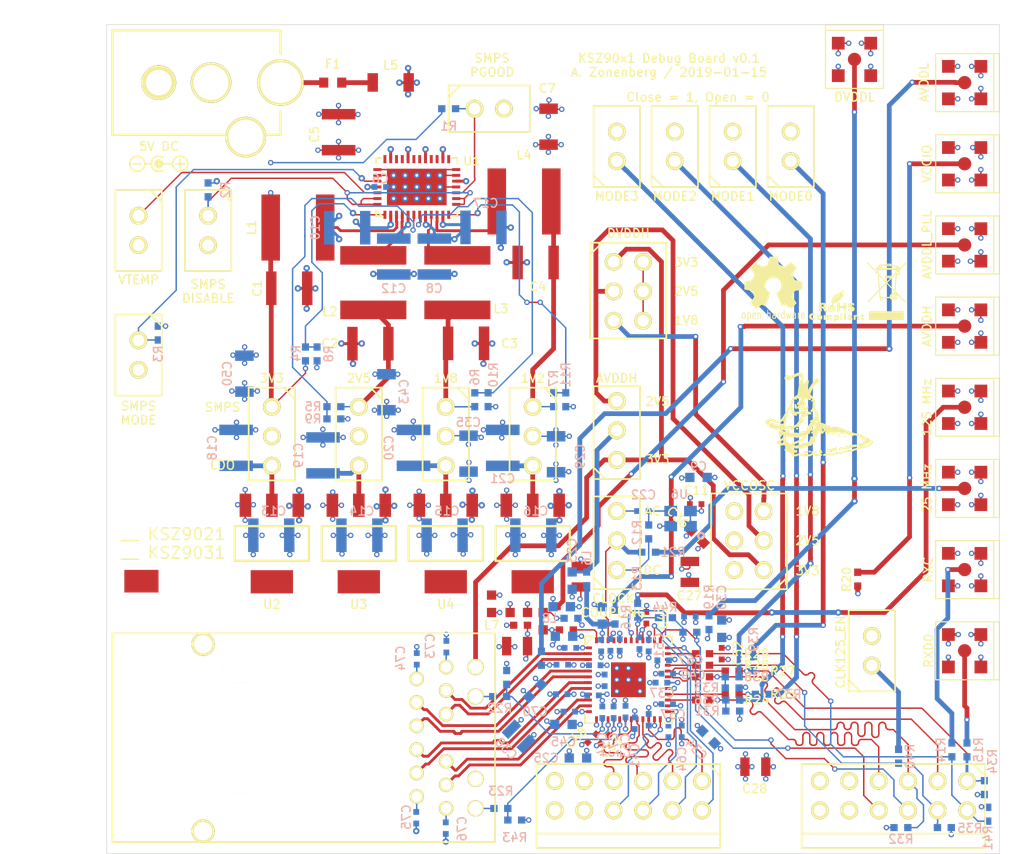
<source format=kicad_pcb>
(kicad_pcb (version 20171130) (host pcbnew "(6.0.0-rc1-dev-1427-g10887868d)")
  (layers (0 F.Cu signal) (1 In1.Cu signal) (2 In2.Cu signal) (31 B.Cu signal) (34 B.Paste user) (35 F.Paste user) (36 B.SilkS user) (37 F.SilkS user) (38 B.Mask user) (39 F.Mask user) (44 Edge.Cuts user))
  (net 0 "")
  (net 1 /3V3_SMPS)
  (net 2 /GND)
  (net 3 /2V5_SMPS)
  (net 4 /1V8_SMPS)
  (net 5 /1V2_SMPS)
  (net 6 /5V0)
  (net 7 /VCCOSC)
  (net 8 /3V3_LDO)
  (net 9 /2V5_LDO)
  (net 10 /1V8_LDO)
  (net 11 /1V2_LDO)
  (net 12 "Net-(C22-Pad2)")
  (net 13 /ETH_CLKIN_AC)
  (net 14 /VCCA_RAW)
  (net 15 /1V2)
  (net 16 /VCCIO)
  (net 17 /AVDDH)
  (net 18 /AVDDL)
  (net 19 /AVDDL_PLL)
  (net 20 /1V8)
  (net 21 /2V5)
  (net 22 /3V3)
  (net 23 "Net-(C73-Pad1)")
  (net 24 "Net-(C74-Pad1)")
  (net 25 "Net-(C75-Pad1)")
  (net 26 "Net-(C76-Pad1)")
  (net 27 /5V0_UNFUSED)
  (net 28 "Net-(F1-Pad1)")
  (net 29 /LTC_PGOOD)
  (net 30 /LTC_VTEMP)
  (net 31 /LTC_MODE)
  (net 32 /SMPS_EN)
  (net 33 /CLK_125MHZ_PROBE)
  (net 34 /RGMII_RXC_PROBE)
  (net 35 /RGMII_RXD0_PROBE)
  (net 36 /AVDDH_PROBE)
  (net 37 /AVDDL_PROBE)
  (net 38 /AVDDL_PLL_PROBE)
  (net 39 /1V2_PROBE)
  (net 40 /VCCIO_PROBE)
  (net 41 /ETH_CLKIN_PROBE)
  (net 42 /ETH_LED2_N)
  (net 43 /ETH_LED1_N)
  (net 44 /ETH_A_P)
  (net 45 /ETH_A_N)
  (net 46 /ETH_D_N)
  (net 47 /ETH_D_P)
  (net 48 /ETH_B_N)
  (net 49 /ETH_B_P)
  (net 50 /ETH_C_P)
  (net 51 /ETH_C_N)
  (net 52 /ETH_MDIO)
  (net 53 /RGMII_RXD3)
  (net 54 /RGMII_RXD2)
  (net 55 /RGMII_RXC)
  (net 56 /RGMII_RX_DV)
  (net 57 /RGMII_RXD0)
  (net 58 /ETH_MDC)
  (net 59 /RGMII_RXD1)
  (net 60 /ETH_INT_N)
  (net 61 /RGMII_TXD3)
  (net 62 /RGMII_TXD2)
  (net 63 /RGMII_TXC)
  (net 64 /RGMII_TX_EN)
  (net 65 /RGMII_TXD0)
  (net 66 /ETH_RST_N)
  (net 67 /RGMII_TXD1)
  (net 68 /ETH_CLKIN)
  (net 69 /ETH_CLKIN_DC)
  (net 70 /3V3_SW)
  (net 71 /2V5_SW)
  (net 72 /1V8_SW)
  (net 73 /1V2_SW)
  (net 74 /3V3_FB)
  (net 75 /2V5_FB)
  (net 76 /1V8_FB)
  (net 77 /1V2_FB)
  (net 78 /CLK_125MHZ)
  (net 79 "Net-(R22-Pad2)")
  (net 80 "Net-(R23-Pad2)")
  (net 81 "Net-(R24-Pad2)")
  (net 82 "Net-(R25-Pad2)")
  (net 83 "Net-(R26-Pad2)")
  (net 84 "Net-(R27-Pad2)")
  (net 85 "Net-(R28-Pad2)")
  (net 86 "Net-(R29-Pad2)")
  (net 87 "Net-(R30-Pad2)")
  (net 88 "Net-(J26-Pad1)")
  (net 89 "Net-(J27-Pad1)")
  (net 90 "Net-(J28-Pad1)")
  (net 91 "Net-(J29-Pad1)")
  (net 92 "Net-(J30-Pad1)")
  (module azonenberg_pcb:EIA_0402_CAP_NOSILK (layer F.Cu) (at 120.05 77.15 90)
    (fp_text reference C42 (at 0.05 1.4 90) (layer F.SilkS) (effects (font (size 0.75 0.75) (thickness 0.125))))
    (fp_text value "0.47 uF" hide)
    (pad 2 smd rect (at 0.5 0 90) (size 0.5 0.5) (layers F.Cu F.Paste F.Mask) (net 2 /GND))
    (pad 1 smd rect (at -0.5 0 90) (size 0.5 0.5) (layers F.Cu F.Paste F.Mask) (net 16 /VCCIO))
  )
  (module azonenberg_pcb:EIA_0402_CAP_NOSILK (layer B.Cu) (at 119.05 86.25 90)
    (fp_text reference C41 (at -2.8 0 90) (layer B.SilkS) (effects (font (size 0.75 0.75) (thickness 0.125)) (justify mirror)))
    (fp_text value "0.47 uF" hide)
    (pad 2 smd rect (at 0.5 0 90) (size 0.5 0.5) (layers B.Cu B.Paste B.Mask) (net 2 /GND))
    (pad 1 smd rect (at -0.5 0 90) (size 0.5 0.5) (layers B.Cu B.Paste B.Mask) (net 15 /1V2))
  )
  (module azonenberg_pcb:EIA_0402_RES_NOSILK (layer B.Cu) (at 123.8 78.4)
    (fp_text reference R45 hide)
    (fp_text value 1K hide)
    (pad 2 smd rect (at 0.597 0) (size 0.635 0.61) (layers B.Cu B.Paste B.Mask) (net 52 /ETH_MDIO))
    (pad 1 smd rect (at -0.597 0) (size 0.635 0.61) (layers B.Cu B.Paste B.Mask) (net 16 /VCCIO))
  )
  (module azonenberg_pcb:CONN_HEADER_2.54MM_2x6_RA_PMOD_HOST (layer F.Cu) (at 141.36 92.5)
    (fp_text reference J20 hide)
    (fp_text value PMOD_HOST)
    (pad 6 thru_hole circle (at -6.35 -1.27) (size 1.524 1.524) (drill 1) (layers *.Cu *.Mask F.SilkS) (net 16 /VCCIO))
    (pad 5 thru_hole circle (at -3.81 -1.27) (size 1.524 1.524) (drill 1) (layers *.Cu *.Mask F.SilkS) (net 2 /GND))
    (pad 11 thru_hole circle (at -3.81 1.27) (size 1.524 1.524) (drill 1) (layers *.Cu *.Mask F.SilkS) (net 2 /GND))
    (pad 12 thru_hole circle (at -6.35 1.27) (size 1.524 1.524) (drill 1) (layers *.Cu *.Mask F.SilkS) (net 16 /VCCIO))
    (pad 9 thru_hole circle (at 1.27 1.27) (size 1.524 1.524) (drill 1) (layers *.Cu *.Mask F.SilkS) (net 52 /ETH_MDIO))
    (pad 8 thru_hole circle (at 3.81 1.27) (size 1.524 1.524) (drill 1) (layers *.Cu *.Mask F.SilkS) (net 56 /RGMII_RX_DV))
    (pad 7 thru_hole circle (at 6.35 1.27) (size 1.524 1.524) (drill 1) (layers *.Cu *.Mask F.SilkS) (net 55 /RGMII_RXC))
    (pad 1 thru_hole circle (at 6.35 -1.27) (size 1.524 1.524) (drill 1) (layers *.Cu *.Mask F.SilkS) (net 57 /RGMII_RXD0))
    (pad 2 thru_hole circle (at 3.81 -1.27) (size 1.524 1.524) (drill 1) (layers *.Cu *.Mask F.SilkS) (net 59 /RGMII_RXD1))
    (pad 3 thru_hole circle (at 1.27 -1.27) (size 1.524 1.524) (drill 1) (layers *.Cu *.Mask F.SilkS) (net 54 /RGMII_RXD2))
    (pad 10 thru_hole circle (at -1.27 1.27) (size 1.524 1.524) (drill 1) (layers *.Cu *.Mask F.SilkS) (net 58 /ETH_MDC))
    (pad 4 thru_hole circle (at -1.27 -1.27) (size 1.524 1.524) (drill 1) (layers *.Cu *.Mask F.SilkS) (net 53 /RGMII_RXD3))
  )
  (module azonenberg_pcb:CONN_BELFUSE_0826_1G1T_23_F (layer F.Cu) (at 85 87.5 90)
    (fp_text reference J19 hide)
    (fp_text value BEL_FUSE_0826-1G1T-23-F hide)
    (pad 16 thru_hole circle (at 6.095 20.32 90) (size 1.4 1.4) (drill 1.14) (layers *.Cu *.Mask F.SilkS) (net 22 /3V3))
    (pad 15 thru_hole circle (at 3.555 20.32 90) (size 1.4 1.4) (drill 1.14) (layers *.Cu *.Mask F.SilkS) (net 42 /ETH_LED2_N))
    (pad 14 thru_hole circle (at -3.555 20.32 90) (size 1.4 1.4) (drill 1.14) (layers *.Cu *.Mask F.SilkS) (net 22 /3V3))
    (pad 13 thru_hole circle (at -6.095 20.32 90) (size 1.4 1.4) (drill 1.14) (layers *.Cu *.Mask F.SilkS) (net 43 /ETH_LED1_N))
    (pad 12 thru_hole circle (at 6.095 17.78 90) (size 1.25 1.25) (drill 0.89) (layers *.Cu *.Mask F.SilkS) (net 23 "Net-(C73-Pad1)"))
    (pad 11 thru_hole circle (at 4.065 17.78 90) (size 1.25 1.25) (drill 0.89) (layers *.Cu *.Mask F.SilkS) (net 44 /ETH_A_P))
    (pad 10 thru_hole circle (at 2.035 17.78 90) (size 1.25 1.25) (drill 0.89) (layers *.Cu *.Mask F.SilkS) (net 45 /ETH_A_N))
    (pad 9 thru_hole circle (at -2.035 17.78 90) (size 1.25 1.25) (drill 0.89) (layers *.Cu *.Mask F.SilkS) (net 46 /ETH_D_N))
    (pad 8 thru_hole circle (at -4.065 17.78 90) (size 1.25 1.25) (drill 0.89) (layers *.Cu *.Mask F.SilkS) (net 47 /ETH_D_P))
    (pad 7 thru_hole circle (at -6.095 17.78 90) (size 1.25 1.25) (drill 0.89) (layers *.Cu *.Mask F.SilkS) (net 26 "Net-(C76-Pad1)"))
    (pad 6 thru_hole circle (at 5.075 15.24 90) (size 1.25 1.25) (drill 0.89) (layers *.Cu *.Mask F.SilkS) (net 24 "Net-(C74-Pad1)"))
    (pad 5 thru_hole circle (at 3.045 15.24 90) (size 1.25 1.25) (drill 0.89) (layers *.Cu *.Mask F.SilkS) (net 48 /ETH_B_N))
    (pad 4 thru_hole circle (at 1.015 15.24 90) (size 1.25 1.25) (drill 0.89) (layers *.Cu *.Mask F.SilkS) (net 49 /ETH_B_P))
    (pad 3 thru_hole circle (at -1.015 15.24 90) (size 1.25 1.25) (drill 0.89) (layers *.Cu *.Mask F.SilkS) (net 50 /ETH_C_P))
    (pad 2 thru_hole circle (at -3.045 15.24 90) (size 1.25 1.25) (drill 0.89) (layers *.Cu *.Mask F.SilkS) (net 51 /ETH_C_N))
    (pad 1 thru_hole circle (at -5.075 15.24 90) (size 1.25 1.25) (drill 0.89) (layers *.Cu *.Mask F.SilkS) (net 25 "Net-(C75-Pad1)"))
    (pad 17 thru_hole circle (at -8.065 -3.18 90) (size 2 2) (drill 1.57) (layers *.Cu *.Mask F.SilkS) (net 2 /GND))
    (pad 17 thru_hole circle (at 8.065 -3.18 90) (size 2 2) (drill 1.57) (layers *.Cu *.Mask F.SilkS) (net 2 /GND))
    (pad "" np_thru_hole circle (at 6.35 0 90) (size 3.25 3.25) (drill 3.25) (layers *.Cu *.Mask F.SilkS))
    (pad "" np_thru_hole circle (at -6.35 0 90) (size 3.25 3.25) (drill 3.25) (layers *.Cu *.Mask F.SilkS))
  )
  (module azonenberg_pcb:QFN_48_0.5MM_7x7MM (layer F.Cu) (at 118.5 82.5)
    (fp_text reference U7 hide)
    (fp_text value KSZ9031RN hide)
    (pad PAD smd rect (at 1 1) (size 0.75 0.75) (layers F.Cu F.Paste) (net 2 /GND))
    (pad PAD smd rect (at 0 1) (size 0.75 0.75) (layers F.Cu F.Paste) (net 2 /GND))
    (pad PAD smd rect (at -1 1) (size 0.75 0.75) (layers F.Cu F.Paste) (net 2 /GND))
    (pad PAD smd rect (at -1 0) (size 0.75 0.75) (layers F.Cu F.Paste) (net 2 /GND))
    (pad PAD smd rect (at 0 0) (size 0.75 0.75) (layers F.Cu F.Paste) (net 2 /GND))
    (pad PAD smd rect (at 1 0) (size 0.75 0.75) (layers F.Cu F.Paste) (net 2 /GND))
    (pad PAD smd rect (at 1 -1) (size 0.75 0.75) (layers F.Cu F.Paste) (net 2 /GND))
    (pad PAD smd rect (at 0 -1) (size 0.75 0.75) (layers F.Cu F.Paste) (net 2 /GND))
    (pad PAD smd rect (at -1 -1) (size 0.75 0.75) (layers F.Cu F.Paste) (net 2 /GND))
    (pad PAD smd rect (at 0 0) (size 3 3) (layers F.Cu F.Mask) (net 2 /GND))
    (pad 25 smd rect (at 3.4 2.75 90) (size 0.25 0.5) (layers F.Cu F.Paste F.Mask) (net 64 /RGMII_TX_EN))
    (pad 26 smd rect (at 3.4 2.25 90) (size 0.25 0.5) (layers F.Cu F.Paste F.Mask) (net 15 /1V2))
    (pad 27 smd rect (at 3.4 1.75 90) (size 0.25 0.5) (layers F.Cu F.Paste F.Mask) (net 81 "Net-(R24-Pad2)"))
    (pad 29 smd rect (at 3.4 0.75 90) (size 0.25 0.5) (layers F.Cu F.Paste F.Mask) (net 2 /GND))
    (pad 28 smd rect (at 3.4 1.25 90) (size 0.25 0.5) (layers F.Cu F.Paste F.Mask) (net 82 "Net-(R25-Pad2)"))
    (pad 30 smd rect (at 3.4 0.25 90) (size 0.25 0.5) (layers F.Cu F.Paste F.Mask) (net 15 /1V2))
    (pad 31 smd rect (at 3.4 -0.25 90) (size 0.25 0.5) (layers F.Cu F.Paste F.Mask) (net 83 "Net-(R26-Pad2)"))
    (pad 32 smd rect (at 3.4 -0.75 90) (size 0.25 0.5) (layers F.Cu F.Paste F.Mask) (net 84 "Net-(R27-Pad2)"))
    (pad 33 smd rect (at 3.4 -1.25 90) (size 0.25 0.5) (layers F.Cu F.Paste F.Mask) (net 85 "Net-(R28-Pad2)"))
    (pad 34 smd rect (at 3.4 -1.75 90) (size 0.25 0.5) (layers F.Cu F.Paste F.Mask) (net 16 /VCCIO))
    (pad 35 smd rect (at 3.4 -2.25 90) (size 0.25 0.5) (layers F.Cu F.Paste F.Mask) (net 86 "Net-(R29-Pad2)"))
    (pad 36 smd rect (at 3.4 -2.75 90) (size 0.25 0.5) (layers F.Cu F.Paste F.Mask) (net 58 /ETH_MDC))
    (pad 12 smd rect (at -3.4 2.75 90) (size 0.25 0.5) (layers F.Cu F.Paste F.Mask) (net 17 /AVDDH))
    (pad 11 smd rect (at -3.4 2.25 90) (size 0.25 0.5) (layers F.Cu F.Paste F.Mask) (net 47 /ETH_D_P))
    (pad 10 smd rect (at -3.4 1.75 90) (size 0.25 0.5) (layers F.Cu F.Paste F.Mask) (net 46 /ETH_D_N))
    (pad 9 smd rect (at -3.4 1.25 90) (size 0.25 0.5) (layers F.Cu F.Paste F.Mask) (net 18 /AVDDL))
    (pad 8 smd rect (at -3.4 0.75 90) (size 0.25 0.5) (layers F.Cu F.Paste F.Mask) (net 51 /ETH_C_N))
    (pad 7 smd rect (at -3.4 0.25 90) (size 0.25 0.5) (layers F.Cu F.Paste F.Mask) (net 50 /ETH_C_P))
    (pad 6 smd rect (at -3.4 -0.25 90) (size 0.25 0.5) (layers F.Cu F.Paste F.Mask) (net 49 /ETH_B_P))
    (pad 5 smd rect (at -3.4 -0.75 90) (size 0.25 0.5) (layers F.Cu F.Paste F.Mask) (net 48 /ETH_B_N))
    (pad 4 smd rect (at -3.4 -1.25 90) (size 0.25 0.5) (layers F.Cu F.Paste F.Mask) (net 18 /AVDDL))
    (pad 3 smd rect (at -3.4 -1.75 90) (size 0.25 0.5) (layers F.Cu F.Paste F.Mask) (net 45 /ETH_A_N))
    (pad 2 smd rect (at -3.4 -2.25 90) (size 0.25 0.5) (layers F.Cu F.Paste F.Mask) (net 44 /ETH_A_P))
    (pad 1 smd rect (at -3.4 -2.75 90) (size 0.25 0.5) (layers F.Cu F.Paste F.Mask) (net 17 /AVDDH))
    (pad 13 smd rect (at -2.75 3.4) (size 0.25 0.5) (layers F.Cu F.Paste F.Mask) (net 2 /GND))
    (pad 14 smd rect (at -2.25 3.4) (size 0.25 0.5) (layers F.Cu F.Paste F.Mask) (net 15 /1V2))
    (pad 15 smd rect (at -1.75 3.4) (size 0.25 0.5) (layers F.Cu F.Paste F.Mask) (net 79 "Net-(R22-Pad2)"))
    (pad 16 smd rect (at -1.25 3.4) (size 0.25 0.5) (layers F.Cu F.Paste F.Mask) (net 16 /VCCIO))
    (pad 17 smd rect (at -0.75 3.4) (size 0.25 0.5) (layers F.Cu F.Paste F.Mask) (net 80 "Net-(R23-Pad2)"))
    (pad 18 smd rect (at -0.25 3.4) (size 0.25 0.5) (layers F.Cu F.Paste F.Mask) (net 15 /1V2))
    (pad 19 smd rect (at 0.25 3.4) (size 0.25 0.5) (layers F.Cu F.Paste F.Mask) (net 65 /RGMII_TXD0))
    (pad 20 smd rect (at 0.75 3.4) (size 0.25 0.5) (layers F.Cu F.Paste F.Mask) (net 67 /RGMII_TXD1))
    (pad 21 smd rect (at 1.25 3.4) (size 0.25 0.5) (layers F.Cu F.Paste F.Mask) (net 62 /RGMII_TXD2))
    (pad 22 smd rect (at 1.75 3.4) (size 0.25 0.5) (layers F.Cu F.Paste F.Mask) (net 61 /RGMII_TXD3))
    (pad 23 smd rect (at 2.25 3.4) (size 0.25 0.5) (layers F.Cu F.Paste F.Mask) (net 15 /1V2))
    (pad 24 smd rect (at 2.75 3.4) (size 0.25 0.5) (layers F.Cu F.Paste F.Mask) (net 63 /RGMII_TXC))
    (pad 37 smd rect (at 2.75 -3.4) (size 0.25 0.5) (layers F.Cu F.Paste F.Mask) (net 52 /ETH_MDIO))
    (pad 38 smd rect (at 2.25 -3.4) (size 0.25 0.5) (layers F.Cu F.Paste F.Mask) (net 60 /ETH_INT_N))
    (pad 39 smd rect (at 1.75 -3.4) (size 0.25 0.5) (layers F.Cu F.Paste F.Mask) (net 15 /1V2))
    (pad 40 smd rect (at 1.25 -3.4) (size 0.25 0.5) (layers F.Cu F.Paste F.Mask) (net 16 /VCCIO))
    (pad 41 smd rect (at 0.75 -3.4) (size 0.25 0.5) (layers F.Cu F.Paste F.Mask) (net 78 /CLK_125MHZ))
    (pad 42 smd rect (at 0.25 -3.4) (size 0.25 0.5) (layers F.Cu F.Paste F.Mask) (net 66 /ETH_RST_N))
    (pad 43 smd rect (at -0.25 -3.4) (size 0.25 0.5) (layers F.Cu F.Paste F.Mask))
    (pad 44 smd rect (at -0.75 -3.4) (size 0.25 0.5) (layers F.Cu F.Paste F.Mask) (net 19 /AVDDL_PLL))
    (pad 45 smd rect (at -1.25 -3.4) (size 0.25 0.5) (layers F.Cu F.Paste F.Mask))
    (pad 46 smd rect (at -1.75 -3.4) (size 0.25 0.5) (layers F.Cu F.Paste F.Mask) (net 68 /ETH_CLKIN))
    (pad 47 smd rect (at -2.25 -3.4) (size 0.25 0.5) (layers F.Cu F.Paste F.Mask) (net 17 /AVDDH))
    (pad 48 smd rect (at -2.75 -3.4) (size 0.25 0.5) (layers F.Cu F.Paste F.Mask) (net 87 "Net-(R30-Pad2)"))
  )
  (module azonenberg_pcb:OSCILLATOR_2.5x2.0 (layer B.Cu) (at 123 68.6)
    (fp_text reference U6 (at -0.1 -2.1) (layer B.SilkS) (effects (font (size 0.75 0.75) (thickness 0.125)) (justify mirror)))
    (fp_text value ECS-2520MV-250-CN-TR hide)
    (pad 2 smd rect (at -0.85 0.65) (size 1.1 0.9) (layers B.Cu B.Paste B.Mask) (net 2 /GND))
    (pad 1 smd rect (at 0.85 0.65) (size 1.1 0.9) (layers B.Cu B.Paste B.Mask) (net 7 /VCCOSC))
    (pad 4 smd rect (at 0.85 -0.65) (size 1.1 0.9) (layers B.Cu B.Paste B.Mask) (net 7 /VCCOSC))
    (pad 3 smd rect (at -0.85 -0.65) (size 1.1 0.9) (layers B.Cu B.Paste B.Mask) (net 12 "Net-(C22-Pad2)"))
  )
  (module azonenberg_pcb:SOT223-4 (layer F.Cu) (at 110.25 70.75 180)
    (fp_text reference U5 hide)
    (fp_text value AZ1117EH-1.2TRG1 hide)
    (pad 3 smd rect (at 2.28 3.3 180) (size 1 2) (layers F.Cu F.Paste F.Mask) (net 6 /5V0))
    (pad 1 smd rect (at -2.28 3.3 180) (size 1 2) (layers F.Cu F.Paste F.Mask) (net 2 /GND))
    (pad 2 smd rect (at 0 3.3 180) (size 1 2) (layers F.Cu F.Paste F.Mask) (net 11 /1V2_LDO))
    (pad 4 smd rect (at 0 -3.3 180) (size 3.65 2) (layers F.Cu F.Paste F.Mask))
  )
  (module azonenberg_pcb:SOT223-4 (layer F.Cu) (at 102.75 70.75 180)
    (fp_text reference U4 (at 0 -5.25 180) (layer F.SilkS) (effects (font (size 0.75 0.75) (thickness 0.125))))
    (fp_text value AZ1117EH-1.8TRG1 hide)
    (pad 3 smd rect (at 2.28 3.3 180) (size 1 2) (layers F.Cu F.Paste F.Mask) (net 6 /5V0))
    (pad 1 smd rect (at -2.28 3.3 180) (size 1 2) (layers F.Cu F.Paste F.Mask) (net 2 /GND))
    (pad 2 smd rect (at 0 3.3 180) (size 1 2) (layers F.Cu F.Paste F.Mask) (net 10 /1V8_LDO))
    (pad 4 smd rect (at 0 -3.3 180) (size 3.65 2) (layers F.Cu F.Paste F.Mask))
  )
  (module azonenberg_pcb:SOT223-4 (layer F.Cu) (at 95.25 70.75 180)
    (fp_text reference U3 (at 0 -5.25 180) (layer F.SilkS) (effects (font (size 0.75 0.75) (thickness 0.125))))
    (fp_text value AZ1117EH-2.5TRG1 hide)
    (pad 3 smd rect (at 2.28 3.3 180) (size 1 2) (layers F.Cu F.Paste F.Mask) (net 6 /5V0))
    (pad 1 smd rect (at -2.28 3.3 180) (size 1 2) (layers F.Cu F.Paste F.Mask) (net 2 /GND))
    (pad 2 smd rect (at 0 3.3 180) (size 1 2) (layers F.Cu F.Paste F.Mask) (net 9 /2V5_LDO))
    (pad 4 smd rect (at 0 -3.3 180) (size 3.65 2) (layers F.Cu F.Paste F.Mask))
  )
  (module azonenberg_pcb:SOT223-4 (layer F.Cu) (at 87.75 70.75 180)
    (fp_text reference U2 (at 0 -5.25 180) (layer F.SilkS) (effects (font (size 0.75 0.75) (thickness 0.125))))
    (fp_text value AZ1117EH-3.3TRG1 hide)
    (pad 3 smd rect (at 2.28 3.3 180) (size 1 2) (layers F.Cu F.Paste F.Mask) (net 6 /5V0))
    (pad 1 smd rect (at -2.28 3.3 180) (size 1 2) (layers F.Cu F.Paste F.Mask) (net 2 /GND))
    (pad 2 smd rect (at 0 3.3 180) (size 1 2) (layers F.Cu F.Paste F.Mask) (net 8 /3V3_LDO))
    (pad 4 smd rect (at 0 -3.3 180) (size 3.65 2) (layers F.Cu F.Paste F.Mask))
  )
  (module azonenberg_pcb:QFN_38_0.5MM_5x7MM (layer F.Cu) (at 100.25 40)
    (fp_text reference U1 (at 4.75 -2.25) (layer F.SilkS) (effects (font (size 0.75 0.75) (thickness 0.125))))
    (fp_text value LTC3374-QFN hide)
    (pad PAD smd rect (at 1 0) (size 0.75 0.75) (layers F.Cu F.Paste) (net 2 /GND))
    (pad PAD smd rect (at 0 0) (size 0.75 0.75) (layers F.Cu F.Paste) (net 2 /GND))
    (pad PAD smd rect (at -1 0) (size 0.75 0.75) (layers F.Cu F.Paste) (net 2 /GND))
    (pad PAD smd rect (at -2 0) (size 0.75 0.75) (layers F.Cu F.Paste) (net 2 /GND))
    (pad PAD smd rect (at -2 1) (size 0.75 0.75) (layers F.Cu F.Paste) (net 2 /GND))
    (pad PAD smd rect (at -1 1) (size 0.75 0.75) (layers F.Cu F.Paste) (net 2 /GND))
    (pad PAD smd rect (at 0 1) (size 0.75 0.75) (layers F.Cu F.Paste) (net 2 /GND))
    (pad PAD smd rect (at 1 1) (size 0.75 0.75) (layers F.Cu F.Paste) (net 2 /GND))
    (pad PAD smd rect (at 2 1) (size 0.75 0.75) (layers F.Cu F.Paste) (net 2 /GND))
    (pad PAD smd rect (at 2 0) (size 0.75 0.75) (layers F.Cu F.Paste) (net 2 /GND))
    (pad PAD smd rect (at 2 -1) (size 0.75 0.75) (layers F.Cu F.Paste) (net 2 /GND))
    (pad PAD smd rect (at 1 -1) (size 0.75 0.75) (layers F.Cu F.Paste) (net 2 /GND))
    (pad PAD smd rect (at 0 -1) (size 0.75 0.75) (layers F.Cu F.Paste) (net 2 /GND))
    (pad PAD smd rect (at -1 -1) (size 0.75 0.75) (layers F.Cu F.Paste) (net 2 /GND))
    (pad PAD smd rect (at -2 -1) (size 0.75 0.75) (layers F.Cu F.Paste) (net 2 /GND))
    (pad PAD smd rect (at 0 0) (size 5.15 3.15) (layers F.Cu F.Mask) (net 2 /GND))
    (pad 32 smd rect (at -3.4 -1.5 270) (size 0.25 0.7) (layers F.Cu F.Paste F.Mask) (net 2 /GND))
    (pad 33 smd rect (at -3.4 -1 270) (size 0.25 0.7) (layers F.Cu F.Paste F.Mask) (net 2 /GND))
    (pad 34 smd rect (at -3.4 -0.5 270) (size 0.25 0.7) (layers F.Cu F.Paste F.Mask) (net 31 /LTC_MODE))
    (pad 35 smd rect (at -3.4 0 270) (size 0.25 0.7) (layers F.Cu F.Paste F.Mask) (net 6 /5V0))
    (pad 36 smd rect (at -3.4 0.5 270) (size 0.25 0.7) (layers F.Cu F.Paste F.Mask) (net 30 /LTC_VTEMP))
    (pad 37 smd rect (at -3.4 1 270) (size 0.25 0.7) (layers F.Cu F.Paste F.Mask) (net 32 /SMPS_EN))
    (pad 38 smd rect (at -3.4 1.5 270) (size 0.25 0.7) (layers F.Cu F.Paste F.Mask) (net 32 /SMPS_EN))
    (pad 1 smd rect (at -2.75 2.4 180) (size 0.25 0.7) (layers F.Cu F.Paste F.Mask) (net 74 /3V3_FB))
    (pad 2 smd rect (at -2.25 2.4 180) (size 0.25 0.7) (layers F.Cu F.Paste F.Mask) (net 6 /5V0))
    (pad 3 smd rect (at -1.75 2.4 180) (size 0.25 0.7) (layers F.Cu F.Paste F.Mask) (net 70 /3V3_SW))
    (pad 4 smd rect (at -1.25 2.4 180) (size 0.25 0.7) (layers F.Cu F.Paste F.Mask) (net 71 /2V5_SW))
    (pad 5 smd rect (at -0.75 2.4 180) (size 0.25 0.7) (layers F.Cu F.Paste F.Mask) (net 6 /5V0))
    (pad 6 smd rect (at -0.25 2.4 180) (size 0.25 0.7) (layers F.Cu F.Paste F.Mask) (net 75 /2V5_FB))
    (pad 7 smd rect (at 0.25 2.4 180) (size 0.25 0.7) (layers F.Cu F.Paste F.Mask) (net 76 /1V8_FB))
    (pad 8 smd rect (at 0.75 2.4 180) (size 0.25 0.7) (layers F.Cu F.Paste F.Mask) (net 6 /5V0))
    (pad 9 smd rect (at 1.25 2.4 180) (size 0.25 0.7) (layers F.Cu F.Paste F.Mask) (net 72 /1V8_SW))
    (pad 10 smd rect (at 1.75 2.4 180) (size 0.25 0.7) (layers F.Cu F.Paste F.Mask) (net 73 /1V2_SW))
    (pad 11 smd rect (at 2.25 2.4 180) (size 0.25 0.7) (layers F.Cu F.Paste F.Mask) (net 6 /5V0))
    (pad 12 smd rect (at 2.75 2.4 180) (size 0.25 0.7) (layers F.Cu F.Paste F.Mask) (net 77 /1V2_FB))
    (pad 13 smd rect (at 3.4 1.5 90) (size 0.25 0.7) (layers F.Cu F.Paste F.Mask) (net 32 /SMPS_EN))
    (pad 14 smd rect (at 3.4 1 90) (size 0.25 0.7) (layers F.Cu F.Paste F.Mask) (net 32 /SMPS_EN))
    (pad 15 smd rect (at 3.4 0.5 90) (size 0.25 0.7) (layers F.Cu F.Paste F.Mask) (net 29 /LTC_PGOOD))
    (pad 16 smd rect (at 3.4 0 90) (size 0.25 0.7) (layers F.Cu F.Paste F.Mask) (net 2 /GND))
    (pad 17 smd rect (at 3.4 -0.5 90) (size 0.25 0.7) (layers F.Cu F.Paste F.Mask) (net 6 /5V0))
    (pad 18 smd rect (at 3.4 -1 90) (size 0.25 0.7) (layers F.Cu F.Paste F.Mask) (net 2 /GND))
    (pad 19 smd rect (at 3.4 -1.5 90) (size 0.25 0.7) (layers F.Cu F.Paste F.Mask) (net 2 /GND))
    (pad 20 smd rect (at 2.75 -2.4) (size 0.25 0.7) (layers F.Cu F.Paste F.Mask))
    (pad 21 smd rect (at 2.25 -2.4) (size 0.25 0.7) (layers F.Cu F.Paste F.Mask) (net 6 /5V0))
    (pad 22 smd rect (at 1.75 -2.4) (size 0.25 0.7) (layers F.Cu F.Paste F.Mask))
    (pad 23 smd rect (at 1.25 -2.4) (size 0.25 0.7) (layers F.Cu F.Paste F.Mask))
    (pad 24 smd rect (at 0.75 -2.4) (size 0.25 0.7) (layers F.Cu F.Paste F.Mask) (net 6 /5V0))
    (pad 25 smd rect (at 0.25 -2.4) (size 0.25 0.7) (layers F.Cu F.Paste F.Mask))
    (pad 26 smd rect (at -0.25 -2.4) (size 0.25 0.7) (layers F.Cu F.Paste F.Mask))
    (pad 27 smd rect (at -0.75 -2.4) (size 0.25 0.7) (layers F.Cu F.Paste F.Mask) (net 6 /5V0))
    (pad 28 smd rect (at -1.25 -2.4) (size 0.25 0.7) (layers F.Cu F.Paste F.Mask))
    (pad 29 smd rect (at -1.75 -2.4) (size 0.25 0.7) (layers F.Cu F.Paste F.Mask))
    (pad 30 smd rect (at -2.25 -2.4) (size 0.25 0.7) (layers F.Cu F.Paste F.Mask) (net 6 /5V0))
    (pad 31 smd rect (at -2.75 -2.4) (size 0.25 0.7) (layers F.Cu F.Paste F.Mask))
  )
  (module azonenberg_pcb:EIA_0402_RES_NOSILK (layer B.Cu) (at 121.7 77.15 180)
    (fp_text reference R44 (at 0.05 0.9 180) (layer B.SilkS) (effects (font (size 0.75 0.75) (thickness 0.125)) (justify mirror)))
    (fp_text value 1K hide)
    (pad 2 smd rect (at 0.597 0 180) (size 0.635 0.61) (layers B.Cu B.Paste B.Mask) (net 78 /CLK_125MHZ))
    (pad 1 smd rect (at -0.597 0 180) (size 0.635 0.61) (layers B.Cu B.Paste B.Mask) (net 16 /VCCIO))
  )
  (module azonenberg_pcb:EIA_0402_RES_NOSILK (layer B.Cu) (at 108.7 94.6 180)
    (fp_text reference R43 (at 0 -1.5 180) (layer B.SilkS) (effects (font (size 0.75 0.75) (thickness 0.125)) (justify mirror)))
    (fp_text value 1K hide)
    (pad 2 smd rect (at 0.597 0 180) (size 0.635 0.61) (layers B.Cu B.Paste B.Mask) (net 80 "Net-(R23-Pad2)"))
    (pad 1 smd rect (at -0.597 0 180) (size 0.635 0.61) (layers B.Cu B.Paste B.Mask) (net 2 /GND))
  )
  (module azonenberg_pcb:EIA_0402_RES_NOSILK (layer B.Cu) (at 108 82.3 270)
    (fp_text reference R42 hide)
    (fp_text value 1K hide)
    (pad 2 smd rect (at 0.597 0 270) (size 0.635 0.61) (layers B.Cu B.Paste B.Mask) (net 79 "Net-(R22-Pad2)"))
    (pad 1 smd rect (at -0.597 0 270) (size 0.635 0.61) (layers B.Cu B.Paste B.Mask) (net 2 /GND))
  )
  (module azonenberg_pcb:EIA_0402_RES_NOSILK (layer B.Cu) (at 149.5 94.1 90)
    (fp_text reference R41 (at -2.05 0 90) (layer B.SilkS) (effects (font (size 0.75 0.75) (thickness 0.125)) (justify mirror)))
    (fp_text value 1K hide)
    (pad 2 smd rect (at 0.597 0 90) (size 0.635 0.61) (layers B.Cu B.Paste B.Mask) (net 2 /GND))
    (pad 1 smd rect (at -0.597 0 90) (size 0.635 0.61) (layers B.Cu B.Paste B.Mask) (net 55 /RGMII_RXC))
  )
  (module azonenberg_pcb:EIA_0402_RES_NOSILK (layer B.Cu) (at 141.8 89.1 270)
    (fp_text reference R40 (at 0 -1 270) (layer B.SilkS) (effects (font (size 0.75 0.75) (thickness 0.125)) (justify mirror)))
    (fp_text value 1K hide)
    (pad 2 smd rect (at 0.597 0 270) (size 0.635 0.61) (layers B.Cu B.Paste B.Mask) (net 56 /RGMII_RX_DV))
    (pad 1 smd rect (at -0.597 0 270) (size 0.635 0.61) (layers B.Cu B.Paste B.Mask) (net 92 "Net-(J30-Pad1)"))
  )
  (module azonenberg_pcb:EIA_0402_RES_NOSILK (layer B.Cu) (at 129.3 81.125 270)
    (fp_text reference R39 (at -2.1 0 270) (layer B.SilkS) (effects (font (size 0.75 0.75) (thickness 0.125)) (justify mirror)))
    (fp_text value 1K hide)
    (pad 2 smd rect (at 0.597 0 270) (size 0.635 0.61) (layers B.Cu B.Paste B.Mask) (net 57 /RGMII_RXD0))
    (pad 1 smd rect (at -0.597 0 270) (size 0.635 0.61) (layers B.Cu B.Paste B.Mask) (net 91 "Net-(J29-Pad1)"))
  )
  (module azonenberg_pcb:EIA_0402_RES_NOSILK (layer B.Cu) (at 127.45 82.25 180)
    (fp_text reference R38 (at -2.1 0 180) (layer B.SilkS) (effects (font (size 0.75 0.75) (thickness 0.125)) (justify mirror)))
    (fp_text value 1K hide)
    (pad 2 smd rect (at 0.597 0 180) (size 0.635 0.61) (layers B.Cu B.Paste B.Mask) (net 59 /RGMII_RXD1))
    (pad 1 smd rect (at -0.597 0 180) (size 0.635 0.61) (layers B.Cu B.Paste B.Mask) (net 90 "Net-(J28-Pad1)"))
  )
  (module azonenberg_pcb:EIA_0402_RES_NOSILK (layer B.Cu) (at 130.05 83.75 180)
    (fp_text reference R37 (at -2.3 0 180) (layer B.SilkS) (effects (font (size 0.75 0.75) (thickness 0.125)) (justify mirror)))
    (fp_text value 1K hide)
    (pad 2 smd rect (at 0.597 0 180) (size 0.635 0.61) (layers B.Cu B.Paste B.Mask) (net 54 /RGMII_RXD2))
    (pad 1 smd rect (at -0.597 0 180) (size 0.635 0.61) (layers B.Cu B.Paste B.Mask) (net 89 "Net-(J27-Pad1)"))
  )
  (module azonenberg_pcb:EIA_0402_RES_NOSILK (layer B.Cu) (at 127.5 84.25 180)
    (fp_text reference R36 (at 2.25 0 180) (layer B.SilkS) (effects (font (size 0.75 0.75) (thickness 0.125)) (justify mirror)))
    (fp_text value 1K hide)
    (pad 2 smd rect (at 0.597 0 180) (size 0.635 0.61) (layers B.Cu B.Paste B.Mask) (net 53 /RGMII_RXD3))
    (pad 1 smd rect (at -0.597 0 180) (size 0.635 0.61) (layers B.Cu B.Paste B.Mask) (net 88 "Net-(J26-Pad1)"))
  )
  (module azonenberg_pcb:EIA_0402_RES_NOSILK (layer B.Cu) (at 145.75 95.25)
    (fp_text reference R35 (at 2.2 0.05) (layer B.SilkS) (effects (font (size 0.75 0.75) (thickness 0.125)) (justify mirror)))
    (fp_text value 10K hide)
    (pad 2 smd rect (at 0.597 0) (size 0.635 0.61) (layers B.Cu B.Paste B.Mask) (net 2 /GND))
    (pad 1 smd rect (at -0.597 0) (size 0.635 0.61) (layers B.Cu B.Paste B.Mask) (net 56 /RGMII_RX_DV))
  )
  (module azonenberg_pcb:EIA_0402_RES_NOSILK (layer B.Cu) (at 149.2 91.8 270)
    (fp_text reference R34 (at -2.25 -0.7 270) (layer B.SilkS) (effects (font (size 0.75 0.75) (thickness 0.125)) (justify mirror)))
    (fp_text value 10K hide)
    (pad 2 smd rect (at 0.597 0 270) (size 0.635 0.61) (layers B.Cu B.Paste B.Mask) (net 2 /GND))
    (pad 1 smd rect (at -0.597 0 270) (size 0.635 0.61) (layers B.Cu B.Paste B.Mask) (net 57 /RGMII_RXD0))
  )
  (module azonenberg_pcb:EIA_0402_RES_NOSILK (layer B.Cu) (at 127.45 83.2)
    (fp_text reference R33 (at -2.2 0) (layer B.SilkS) (effects (font (size 0.75 0.75) (thickness 0.125)) (justify mirror)))
    (fp_text value 10K hide)
    (pad 2 smd rect (at 0.597 0) (size 0.635 0.61) (layers B.Cu B.Paste B.Mask) (net 2 /GND))
    (pad 1 smd rect (at -0.597 0) (size 0.635 0.61) (layers B.Cu B.Paste B.Mask) (net 59 /RGMII_RXD1))
  )
  (module azonenberg_pcb:EIA_0402_RES_NOSILK (layer B.Cu) (at 142.003 95.25 180)
    (fp_text reference R32 (at 0 -1 180) (layer B.SilkS) (effects (font (size 0.75 0.75) (thickness 0.125)) (justify mirror)))
    (fp_text value 10K hide)
    (pad 2 smd rect (at 0.597 0 180) (size 0.635 0.61) (layers B.Cu B.Paste B.Mask) (net 2 /GND))
    (pad 1 smd rect (at -0.597 0 180) (size 0.635 0.61) (layers B.Cu B.Paste B.Mask) (net 54 /RGMII_RXD2))
  )
  (module azonenberg_pcb:EIA_0402_RES_NOSILK (layer B.Cu) (at 127.5 85.2)
    (fp_text reference R31 (at -2.2 0) (layer B.SilkS) (effects (font (size 0.75 0.75) (thickness 0.125)) (justify mirror)))
    (fp_text value 10K hide)
    (pad 2 smd rect (at 0.597 0) (size 0.635 0.61) (layers B.Cu B.Paste B.Mask) (net 2 /GND))
    (pad 1 smd rect (at -0.597 0) (size 0.635 0.61) (layers B.Cu B.Paste B.Mask) (net 53 /RGMII_RXD3))
  )
  (module azonenberg_pcb:EIA_0402_RES_NOSILK (layer F.Cu) (at 113.15 78.2)
    (fp_text reference R30 hide)
    (fp_text value R hide)
    (pad 2 smd rect (at 0.597 0) (size 0.635 0.61) (layers F.Cu F.Paste F.Mask) (net 87 "Net-(R30-Pad2)"))
    (pad 1 smd rect (at -0.597 0) (size 0.635 0.61) (layers F.Cu F.Paste F.Mask) (net 2 /GND))
  )
  (module azonenberg_pcb:EIA_0402_RES_NOSILK (layer F.Cu) (at 124.9 80.25 180)
    (fp_text reference R29 (at -4.65 0 180) (layer F.SilkS) (effects (font (size 0.75 0.75) (thickness 0.125))))
    (fp_text value 33 hide)
    (pad 2 smd rect (at 0.597 0 180) (size 0.635 0.61) (layers F.Cu F.Paste F.Mask) (net 86 "Net-(R29-Pad2)"))
    (pad 1 smd rect (at -0.597 0 180) (size 0.635 0.61) (layers F.Cu F.Paste F.Mask) (net 55 /RGMII_RXC))
  )
  (module azonenberg_pcb:EIA_0402_RES_NOSILK (layer F.Cu) (at 124.9 81.25 180)
    (fp_text reference R28 (at -4.65 0 180) (layer F.SilkS) (effects (font (size 0.75 0.75) (thickness 0.125))))
    (fp_text value 33 hide)
    (pad 2 smd rect (at 0.597 0 180) (size 0.635 0.61) (layers F.Cu F.Paste F.Mask) (net 85 "Net-(R28-Pad2)"))
    (pad 1 smd rect (at -0.597 0 180) (size 0.635 0.61) (layers F.Cu F.Paste F.Mask) (net 56 /RGMII_RX_DV))
  )
  (module azonenberg_pcb:EIA_0402_RES_NOSILK (layer F.Cu) (at 127.45 81.75 180)
    (fp_text reference R27 (at -4.35 0 180) (layer F.SilkS) (effects (font (size 0.75 0.75) (thickness 0.125))))
    (fp_text value 33 hide)
    (pad 2 smd rect (at 0.597 0 180) (size 0.635 0.61) (layers F.Cu F.Paste F.Mask) (net 84 "Net-(R27-Pad2)"))
    (pad 1 smd rect (at -0.597 0 180) (size 0.635 0.61) (layers F.Cu F.Paste F.Mask) (net 57 /RGMII_RXD0))
  )
  (module azonenberg_pcb:EIA_0402_RES_NOSILK (layer F.Cu) (at 124.9 82.25 180)
    (fp_text reference R26 (at -4.65 0 180) (layer F.SilkS) (effects (font (size 0.75 0.75) (thickness 0.125))))
    (fp_text value 33 hide)
    (pad 2 smd rect (at 0.597 0 180) (size 0.635 0.61) (layers F.Cu F.Paste F.Mask) (net 83 "Net-(R26-Pad2)"))
    (pad 1 smd rect (at -0.597 0 180) (size 0.635 0.61) (layers F.Cu F.Paste F.Mask) (net 59 /RGMII_RXD1))
  )
  (module azonenberg_pcb:EIA_0402_RES_NOSILK (layer F.Cu) (at 127.45 83.75 180)
    (fp_text reference R25 (at -4.35 0 180) (layer F.SilkS) (effects (font (size 0.75 0.75) (thickness 0.125))))
    (fp_text value 33 hide)
    (pad 2 smd rect (at 0.597 0 180) (size 0.635 0.61) (layers F.Cu F.Paste F.Mask) (net 82 "Net-(R25-Pad2)"))
    (pad 1 smd rect (at -0.597 0 180) (size 0.635 0.61) (layers F.Cu F.Paste F.Mask) (net 54 /RGMII_RXD2))
  )
  (module azonenberg_pcb:EIA_0402_RES_NOSILK (layer F.Cu) (at 124.9 84.25 180)
    (fp_text reference R24 (at -4.7 0 180) (layer F.SilkS) (effects (font (size 0.75 0.75) (thickness 0.125))))
    (fp_text value 33 hide)
    (pad 2 smd rect (at 0.597 0 180) (size 0.635 0.61) (layers F.Cu F.Paste F.Mask) (net 81 "Net-(R24-Pad2)"))
    (pad 1 smd rect (at -0.597 0 180) (size 0.635 0.61) (layers F.Cu F.Paste F.Mask) (net 53 /RGMII_RXD3))
  )
  (module azonenberg_pcb:EIA_0402_RES_NOSILK (layer B.Cu) (at 107.5 93.6)
    (fp_text reference R23 (at 0 -1.5) (layer B.SilkS) (effects (font (size 0.75 0.75) (thickness 0.125)) (justify mirror)))
    (fp_text value 220 hide)
    (pad 2 smd rect (at 0.597 0) (size 0.635 0.61) (layers B.Cu B.Paste B.Mask) (net 80 "Net-(R23-Pad2)"))
    (pad 1 smd rect (at -0.597 0) (size 0.635 0.61) (layers B.Cu B.Paste B.Mask) (net 43 /ETH_LED1_N))
  )
  (module azonenberg_pcb:EIA_0402_RES_NOSILK (layer B.Cu) (at 107.4 83.95)
    (fp_text reference R22 (at 0 1) (layer B.SilkS) (effects (font (size 0.75 0.75) (thickness 0.125)) (justify mirror)))
    (fp_text value 220 hide)
    (pad 2 smd rect (at 0.597 0) (size 0.635 0.61) (layers B.Cu B.Paste B.Mask) (net 79 "Net-(R22-Pad2)"))
    (pad 1 smd rect (at -0.597 0) (size 0.635 0.61) (layers B.Cu B.Paste B.Mask) (net 42 /ETH_LED2_N))
  )
  (module azonenberg_pcb:EIA_0402_RES_NOSILK (layer B.Cu) (at 120.25 71.5 180)
    (fp_text reference R21 (at -2.1 0 180) (layer B.SilkS) (effects (font (size 0.75 0.75) (thickness 0.125)) (justify mirror)))
    (fp_text value 953 hide)
    (pad 2 smd rect (at 0.597 0 180) (size 0.635 0.61) (layers B.Cu B.Paste B.Mask) (net 68 /ETH_CLKIN))
    (pad 1 smd rect (at -0.597 0 180) (size 0.635 0.61) (layers B.Cu B.Paste B.Mask) (net 41 /ETH_CLKIN_PROBE))
  )
  (module azonenberg_pcb:EIA_0402_RES_NOSILK (layer F.Cu) (at 138.275 73.825 270)
    (fp_text reference R20 (at 0.025 0.95 270) (layer F.SilkS) (effects (font (size 0.75 0.75) (thickness 0.125))))
    (fp_text value 953 hide)
    (pad 2 smd rect (at 0.597 0 270) (size 0.635 0.61) (layers F.Cu F.Paste F.Mask) (net 16 /VCCIO))
    (pad 1 smd rect (at -0.597 0 270) (size 0.635 0.61) (layers F.Cu F.Paste F.Mask) (net 40 /VCCIO_PROBE))
  )
  (module azonenberg_pcb:EIA_0402_RES_NOSILK (layer B.Cu) (at 125.45 77.575 270)
    (fp_text reference R19 (at -2.225 0 270) (layer B.SilkS) (effects (font (size 0.75 0.75) (thickness 0.125)) (justify mirror)))
    (fp_text value 953 hide)
    (pad 2 smd rect (at 0.597 0 270) (size 0.635 0.61) (layers B.Cu B.Paste B.Mask) (net 15 /1V2))
    (pad 1 smd rect (at -0.597 0 270) (size 0.635 0.61) (layers B.Cu B.Paste B.Mask) (net 39 /1V2_PROBE))
  )
  (module azonenberg_pcb:EIA_0402_RES_NOSILK (layer F.Cu) (at 112.95 76.2)
    (fp_text reference R18 hide)
    (fp_text value 953 hide)
    (pad 2 smd rect (at 0.597 0) (size 0.635 0.61) (layers F.Cu F.Paste F.Mask) (net 19 /AVDDL_PLL))
    (pad 1 smd rect (at -0.597 0) (size 0.635 0.61) (layers F.Cu F.Paste F.Mask) (net 38 /AVDDL_PLL_PROBE))
  )
  (module azonenberg_pcb:EIA_0402_RES_NOSILK (layer B.Cu) (at 111 80.65 270)
    (fp_text reference R17 hide)
    (fp_text value 953 hide)
    (pad 2 smd rect (at 0.597 0 270) (size 0.635 0.61) (layers B.Cu B.Paste B.Mask) (net 18 /AVDDL))
    (pad 1 smd rect (at -0.597 0 270) (size 0.635 0.61) (layers B.Cu B.Paste B.Mask) (net 37 /AVDDL_PROBE))
  )
  (module azonenberg_pcb:EIA_0402_RES_NOSILK (layer B.Cu) (at 117.35 77.1 270)
    (fp_text reference R16 (at 0 -0.95 270) (layer B.SilkS) (effects (font (size 0.75 0.75) (thickness 0.125)) (justify mirror)))
    (fp_text value 953 hide)
    (pad 2 smd rect (at 0.597 0 270) (size 0.635 0.61) (layers B.Cu B.Paste B.Mask) (net 17 /AVDDH))
    (pad 1 smd rect (at -0.597 0 270) (size 0.635 0.61) (layers B.Cu B.Paste B.Mask) (net 36 /AVDDH_PROBE))
  )
  (module azonenberg_pcb:EIA_0402_RES_NOSILK (layer B.Cu) (at 147.7 88.55 270)
    (fp_text reference R15 (at 0 -1 270) (layer B.SilkS) (effects (font (size 0.75 0.75) (thickness 0.125)) (justify mirror)))
    (fp_text value 953 hide)
    (pad 2 smd rect (at 0.597 0 270) (size 0.635 0.61) (layers B.Cu B.Paste B.Mask) (net 57 /RGMII_RXD0))
    (pad 1 smd rect (at -0.597 0 270) (size 0.635 0.61) (layers B.Cu B.Paste B.Mask) (net 35 /RGMII_RXD0_PROBE))
  )
  (module azonenberg_pcb:EIA_0402_RES_NOSILK (layer B.Cu) (at 146.4 88.55 270)
    (fp_text reference R14 (at 0 0.95 270) (layer B.SilkS) (effects (font (size 0.75 0.75) (thickness 0.125)) (justify mirror)))
    (fp_text value 953 hide)
    (pad 2 smd rect (at 0.597 0 270) (size 0.635 0.61) (layers B.Cu B.Paste B.Mask) (net 55 /RGMII_RXC))
    (pad 1 smd rect (at -0.597 0 270) (size 0.635 0.61) (layers B.Cu B.Paste B.Mask) (net 34 /RGMII_RXC_PROBE))
  )
  (module azonenberg_pcb:EIA_0402_RES_NOSILK (layer B.Cu) (at 119.3 76.5 270)
    (fp_text reference R13 (at -2.75 0.05 270) (layer B.SilkS) (effects (font (size 0.75 0.75) (thickness 0.125)) (justify mirror)))
    (fp_text value 953 hide)
    (pad 2 smd rect (at 0.597 0 270) (size 0.635 0.61) (layers B.Cu B.Paste B.Mask) (net 78 /CLK_125MHZ))
    (pad 1 smd rect (at -0.597 0 270) (size 0.635 0.61) (layers B.Cu B.Paste B.Mask) (net 33 /CLK_125MHZ_PROBE))
  )
  (module azonenberg_pcb:EIA_0402_RES_NOSILK (layer B.Cu) (at 120.25 69.75 90)
    (fp_text reference R12 (at -0.05 -1 90) (layer B.SilkS) (effects (font (size 0.75 0.75) (thickness 0.125)) (justify mirror)))
    (fp_text value 33 hide)
    (pad 2 smd rect (at 0.597 0 90) (size 0.635 0.61) (layers B.Cu B.Paste B.Mask) (net 12 "Net-(C22-Pad2)"))
    (pad 1 smd rect (at -0.597 0 90) (size 0.635 0.61) (layers B.Cu B.Paste B.Mask) (net 69 /ETH_CLKIN_DC))
  )
  (module azonenberg_pcb:EIA_0402_RES_NOSILK (layer B.Cu) (at 113.1 58.35 90)
    (fp_text reference R11 (at 2.15 0 90) (layer B.SilkS) (effects (font (size 0.75 0.75) (thickness 0.125)) (justify mirror)))
    (fp_text value 464K hide)
    (pad 2 smd rect (at 0.597 0 90) (size 0.635 0.61) (layers B.Cu B.Paste B.Mask) (net 77 /1V2_FB))
    (pad 1 smd rect (at -0.597 0 90) (size 0.635 0.61) (layers B.Cu B.Paste B.Mask) (net 2 /GND))
  )
  (module azonenberg_pcb:EIA_0402_RES_NOSILK (layer B.Cu) (at 106.4 58.35 90)
    (fp_text reference R10 (at 2.15 0.45 90) (layer B.SilkS) (effects (font (size 0.75 0.75) (thickness 0.125)) (justify mirror)))
    (fp_text value 649K hide)
    (pad 2 smd rect (at 0.597 0 90) (size 0.635 0.61) (layers B.Cu B.Paste B.Mask) (net 76 /1V8_FB))
    (pad 1 smd rect (at -0.597 0 90) (size 0.635 0.61) (layers B.Cu B.Paste B.Mask) (net 2 /GND))
  )
  (module azonenberg_pcb:EIA_0402_RES_NOSILK (layer B.Cu) (at 93.1 60 180)
    (fp_text reference R9 (at 1.8 0 180) (layer B.SilkS) (effects (font (size 0.75 0.75) (thickness 0.125)) (justify mirror)))
    (fp_text value 475K hide)
    (pad 2 smd rect (at 0.597 0 180) (size 0.635 0.61) (layers B.Cu B.Paste B.Mask) (net 75 /2V5_FB))
    (pad 1 smd rect (at -0.597 0 180) (size 0.635 0.61) (layers B.Cu B.Paste B.Mask) (net 2 /GND))
  )
  (module azonenberg_pcb:EIA_0402_RES_NOSILK (layer B.Cu) (at 91.65 54.4 90)
    (fp_text reference R8 (at 0 1 90) (layer B.SilkS) (effects (font (size 0.75 0.75) (thickness 0.125)) (justify mirror)))
    (fp_text value 324K hide)
    (pad 2 smd rect (at 0.597 0 90) (size 0.635 0.61) (layers B.Cu B.Paste B.Mask) (net 74 /3V3_FB))
    (pad 1 smd rect (at -0.597 0 90) (size 0.635 0.61) (layers B.Cu B.Paste B.Mask) (net 2 /GND))
  )
  (module azonenberg_pcb:EIA_0402_RES_NOSILK (layer B.Cu) (at 112.05 58.35 270)
    (fp_text reference R7 (at -1.85 0 270) (layer B.SilkS) (effects (font (size 0.75 0.75) (thickness 0.125)) (justify mirror)))
    (fp_text value 232K hide)
    (pad 2 smd rect (at 0.597 0 270) (size 0.635 0.61) (layers B.Cu B.Paste B.Mask) (net 5 /1V2_SMPS))
    (pad 1 smd rect (at -0.597 0 270) (size 0.635 0.61) (layers B.Cu B.Paste B.Mask) (net 77 /1V2_FB))
  )
  (module azonenberg_pcb:EIA_0402_RES_NOSILK (layer B.Cu) (at 105.25 58.35 270)
    (fp_text reference R6 (at -1.95 0 270) (layer B.SilkS) (effects (font (size 0.75 0.75) (thickness 0.125)) (justify mirror)))
    (fp_text value 806K hide)
    (pad 2 smd rect (at 0.597 0 270) (size 0.635 0.61) (layers B.Cu B.Paste B.Mask) (net 4 /1V8_SMPS))
    (pad 1 smd rect (at -0.597 0 270) (size 0.635 0.61) (layers B.Cu B.Paste B.Mask) (net 76 /1V8_FB))
  )
  (module azonenberg_pcb:EIA_0402_RES_NOSILK (layer B.Cu) (at 93.1 58.95)
    (fp_text reference R5 (at -1.8 0) (layer B.SilkS) (effects (font (size 0.75 0.75) (thickness 0.125)) (justify mirror)))
    (fp_text value 1.02M hide)
    (pad 2 smd rect (at 0.597 0) (size 0.635 0.61) (layers B.Cu B.Paste B.Mask) (net 3 /2V5_SMPS))
    (pad 1 smd rect (at -0.597 0) (size 0.635 0.61) (layers B.Cu B.Paste B.Mask) (net 75 /2V5_FB))
  )
  (module azonenberg_pcb:EIA_0402_RES_NOSILK (layer B.Cu) (at 90.65 54.4 270)
    (fp_text reference R4 (at -0.05 0.8 270) (layer B.SilkS) (effects (font (size 0.75 0.75) (thickness 0.125)) (justify mirror)))
    (fp_text value 1.02M hide)
    (pad 2 smd rect (at 0.597 0 270) (size 0.635 0.61) (layers B.Cu B.Paste B.Mask) (net 1 /3V3_SMPS))
    (pad 1 smd rect (at -0.597 0 270) (size 0.635 0.61) (layers B.Cu B.Paste B.Mask) (net 74 /3V3_FB))
  )
  (module azonenberg_pcb:EIA_0402_RES_NOSILK (layer B.Cu) (at 77.95 52.6 270)
    (fp_text reference R3 (at 1.8 0 270) (layer B.SilkS) (effects (font (size 0.75 0.75) (thickness 0.125)) (justify mirror)))
    (fp_text value 10K hide)
    (pad 2 smd rect (at 0.597 0 270) (size 0.635 0.61) (layers B.Cu B.Paste B.Mask) (net 31 /LTC_MODE))
    (pad 1 smd rect (at -0.597 0 270) (size 0.635 0.61) (layers B.Cu B.Paste B.Mask) (net 2 /GND))
  )
  (module azonenberg_pcb:EIA_0402_RES_NOSILK (layer B.Cu) (at 82.25 40.25 270)
    (fp_text reference R2 (at 0 -1.5 270) (layer B.SilkS) (effects (font (size 0.75 0.75) (thickness 0.125)) (justify mirror)))
    (fp_text value 10K hide)
    (pad 2 smd rect (at 0.597 0 270) (size 0.635 0.61) (layers B.Cu B.Paste B.Mask) (net 32 /SMPS_EN))
    (pad 1 smd rect (at -0.597 0 270) (size 0.635 0.61) (layers B.Cu B.Paste B.Mask) (net 6 /5V0))
  )
  (module azonenberg_pcb:EIA_0402_RES_NOSILK (layer B.Cu) (at 103 33.25 180)
    (fp_text reference R1 (at 0 -1.5 180) (layer B.SilkS) (effects (font (size 0.75 0.75) (thickness 0.125)) (justify mirror)))
    (fp_text value 1K hide)
    (pad 2 smd rect (at 0.597 0 180) (size 0.635 0.61) (layers B.Cu B.Paste B.Mask) (net 1 /3V3_SMPS))
    (pad 1 smd rect (at -0.597 0 180) (size 0.635 0.61) (layers B.Cu B.Paste B.Mask) (net 29 /LTC_PGOOD))
  )
  (module azonenberg_pcb:EIA_0402_RES_NOSILK (layer B.Cu) (at 113.55 77.2 180)
    (fp_text reference L8 (at 1.85 0 180) (layer B.SilkS) (effects (font (size 0.75 0.75) (thickness 0.125)) (justify mirror)))
    (fp_text value 600R hide)
    (pad 2 smd rect (at 0.597 0 180) (size 0.635 0.61) (layers B.Cu B.Paste B.Mask) (net 15 /1V2))
    (pad 1 smd rect (at -0.597 0 180) (size 0.635 0.61) (layers B.Cu B.Paste B.Mask) (net 19 /AVDDL_PLL))
  )
  (module azonenberg_pcb:EIA_0402_RES_NOSILK (layer F.Cu) (at 109.2 77.8 180)
    (fp_text reference L7 (at 2.5 0 180) (layer F.SilkS) (effects (font (size 0.75 0.75) (thickness 0.125))))
    (fp_text value 600R hide)
    (pad 2 smd rect (at 0.597 0 180) (size 0.635 0.61) (layers F.Cu F.Paste F.Mask) (net 15 /1V2))
    (pad 1 smd rect (at -0.597 0 180) (size 0.635 0.61) (layers F.Cu F.Paste F.Mask) (net 18 /AVDDL))
  )
  (module azonenberg_pcb:EIA_0402_RES_NOSILK (layer B.Cu) (at 114.9 73.803 90)
    (fp_text reference L6 (at 1.803 0 90) (layer B.SilkS) (effects (font (size 0.75 0.75) (thickness 0.125)) (justify mirror)))
    (fp_text value 600R hide)
    (pad 2 smd rect (at 0.597 0 90) (size 0.635 0.61) (layers B.Cu B.Paste B.Mask) (net 14 /VCCA_RAW))
    (pad 1 smd rect (at -0.597 0 90) (size 0.635 0.61) (layers B.Cu B.Paste B.Mask) (net 17 /AVDDH))
  )
  (module azonenberg_pcb:EIA_1206_CAP_NOSILK (layer F.Cu) (at 98 31 180)
    (fp_text reference L5 (at 0 1.5 180) (layer F.SilkS) (effects (font (size 0.75 0.75) (thickness 0.125))))
    (fp_text value BLM31KN271SH1L hide)
    (pad 2 smd rect (at 1.55 0.01493 180) (size 0.9 1.6) (layers F.Cu F.Paste F.Mask) (net 28 "Net-(F1-Pad1)"))
    (pad 1 smd rect (at -1.55 0.01493 180) (size 0.9 1.6) (layers F.Cu F.Paste F.Mask) (net 6 /5V0))
  )
  (module azonenberg_pcb:INDUCTOR_YUDEN_NR6028 (layer F.Cu) (at 109.5 41.25 180)
    (fp_text reference L4 (at 0 4 180) (layer F.SilkS) (effects (font (size 0.75 0.75) (thickness 0.125))))
    (fp_text value NRS6028T2R2NMGJ hide)
    (pad 2 smd rect (at 2.35 0 180) (size 1.6 5.7) (layers F.Cu F.Paste F.Mask) (net 73 /1V2_SW))
    (pad 1 smd rect (at -2.35 0 180) (size 1.6 5.7) (layers F.Cu F.Paste F.Mask) (net 5 /1V2_SMPS))
  )
  (module azonenberg_pcb:INDUCTOR_YUDEN_NR6028 (layer F.Cu) (at 103.75 48.25 90)
    (fp_text reference L3 (at -2.25 3.75 180) (layer F.SilkS) (effects (font (size 0.75 0.75) (thickness 0.125))))
    (fp_text value NRS6028T2R2NMGJ hide)
    (pad 2 smd rect (at 2.35 0 90) (size 1.6 5.7) (layers F.Cu F.Paste F.Mask) (net 72 /1V8_SW))
    (pad 1 smd rect (at -2.35 0 90) (size 1.6 5.7) (layers F.Cu F.Paste F.Mask) (net 4 /1V8_SMPS))
  )
  (module azonenberg_pcb:INDUCTOR_YUDEN_NR6028 (layer F.Cu) (at 96.5 48.25 90)
    (fp_text reference L2 (at -2.5 -3.75 180) (layer F.SilkS) (effects (font (size 0.75 0.75) (thickness 0.125))))
    (fp_text value NRS6028T2R2NMGJ hide)
    (pad 2 smd rect (at 2.35 0 90) (size 1.6 5.7) (layers F.Cu F.Paste F.Mask) (net 71 /2V5_SW))
    (pad 1 smd rect (at -2.35 0 90) (size 1.6 5.7) (layers F.Cu F.Paste F.Mask) (net 3 /2V5_SMPS))
  )
  (module azonenberg_pcb:INDUCTOR_YUDEN_NR6028 (layer F.Cu) (at 90 43.5)
    (fp_text reference L1 (at -4 0 90) (layer F.SilkS) (effects (font (size 0.75 0.75) (thickness 0.125))))
    (fp_text value NRS6028T2R2NMGJ hide)
    (pad 2 smd rect (at 2.35 0) (size 1.6 5.7) (layers F.Cu F.Paste F.Mask) (net 70 /3V3_SW))
    (pad 1 smd rect (at -2.35 0) (size 1.6 5.7) (layers F.Cu F.Paste F.Mask) (net 1 /3V3_SMPS))
  )
  (module azonenberg_pcb:CONN_HEADER_2.54MM_1x2 (layer F.Cu) (at 139.5 80 90)
    (fp_text reference J30 hide)
    (fp_text value Conn_01x02)
    (pad 2 thru_hole circle (at 1.27 0 90) (size 1.524 1.524) (drill 1) (layers *.Cu *.Mask F.SilkS) (net 16 /VCCIO))
    (pad 1 thru_hole circle (at -1.27 0 90) (size 1.524 1.524) (drill 1) (layers *.Cu *.Mask F.SilkS) (net 92 "Net-(J30-Pad1)"))
  )
  (module azonenberg_pcb:CONN_HEADER_2.54MM_1x2 (layer F.Cu) (at 132.5 36.5 90)
    (fp_text reference J29 hide)
    (fp_text value Conn_01x02)
    (pad 2 thru_hole circle (at 1.27 0 90) (size 1.524 1.524) (drill 1) (layers *.Cu *.Mask F.SilkS) (net 16 /VCCIO))
    (pad 1 thru_hole circle (at -1.27 0 90) (size 1.524 1.524) (drill 1) (layers *.Cu *.Mask F.SilkS) (net 91 "Net-(J29-Pad1)"))
  )
  (module azonenberg_pcb:CONN_HEADER_2.54MM_1x2 (layer F.Cu) (at 127.5 36.5 90)
    (fp_text reference J28 hide)
    (fp_text value Conn_01x02)
    (pad 2 thru_hole circle (at 1.27 0 90) (size 1.524 1.524) (drill 1) (layers *.Cu *.Mask F.SilkS) (net 16 /VCCIO))
    (pad 1 thru_hole circle (at -1.27 0 90) (size 1.524 1.524) (drill 1) (layers *.Cu *.Mask F.SilkS) (net 90 "Net-(J28-Pad1)"))
  )
  (module azonenberg_pcb:CONN_HEADER_2.54MM_1x2 (layer F.Cu) (at 122.5 36.5 90)
    (fp_text reference J27 hide)
    (fp_text value Conn_01x02)
    (pad 2 thru_hole circle (at 1.27 0 90) (size 1.524 1.524) (drill 1) (layers *.Cu *.Mask F.SilkS) (net 16 /VCCIO))
    (pad 1 thru_hole circle (at -1.27 0 90) (size 1.524 1.524) (drill 1) (layers *.Cu *.Mask F.SilkS) (net 89 "Net-(J27-Pad1)"))
  )
  (module azonenberg_pcb:CONN_HEADER_2.54MM_1x2 (layer F.Cu) (at 117.5 36.5 90)
    (fp_text reference J26 hide)
    (fp_text value Conn_01x02)
    (pad 2 thru_hole circle (at 1.27 0 90) (size 1.524 1.524) (drill 1) (layers *.Cu *.Mask F.SilkS) (net 16 /VCCIO))
    (pad 1 thru_hole circle (at -1.27 0 90) (size 1.524 1.524) (drill 1) (layers *.Cu *.Mask F.SilkS) (net 88 "Net-(J26-Pad1)"))
  )
  (module azonenberg_pcb:CONN_HEADER_2.54MM_2x3 (layer F.Cu) (at 128.9 70.5 270)
    (fp_text reference J25 hide)
    (fp_text value Conn_02x03_Odd_Even)
    (pad 2 thru_hole circle (at 2.54 1.27 270) (size 1.524 1.524) (drill 1) (layers *.Cu *.Mask F.SilkS) (net 7 /VCCOSC))
    (pad 4 thru_hole circle (at 0 1.27 270) (size 1.524 1.524) (drill 1) (layers *.Cu *.Mask F.SilkS) (net 7 /VCCOSC))
    (pad 6 thru_hole circle (at -2.54 1.27 270) (size 1.524 1.524) (drill 1) (layers *.Cu *.Mask F.SilkS) (net 7 /VCCOSC))
    (pad 1 thru_hole circle (at 2.54 -1.27 270) (size 1.524 1.524) (drill 1) (layers *.Cu *.Mask F.SilkS) (net 22 /3V3))
    (pad 3 thru_hole circle (at 0 -1.27 270) (size 1.524 1.524) (drill 1) (layers *.Cu *.Mask F.SilkS) (net 21 /2V5))
    (pad 5 thru_hole circle (at -2.54 -1.27 270) (size 1.524 1.524) (drill 1) (layers *.Cu *.Mask F.SilkS) (net 20 /1V8))
  )
  (module azonenberg_pcb:CONN_HEADER_2.54MM_2x3 (layer F.Cu) (at 118.5 49 90)
    (fp_text reference J24 hide)
    (fp_text value Conn_02x03_Odd_Even)
    (pad 2 thru_hole circle (at 2.54 1.27 90) (size 1.524 1.524) (drill 1) (layers *.Cu *.Mask F.SilkS) (net 16 /VCCIO))
    (pad 4 thru_hole circle (at 0 1.27 90) (size 1.524 1.524) (drill 1) (layers *.Cu *.Mask F.SilkS) (net 16 /VCCIO))
    (pad 6 thru_hole circle (at -2.54 1.27 90) (size 1.524 1.524) (drill 1) (layers *.Cu *.Mask F.SilkS) (net 16 /VCCIO))
    (pad 1 thru_hole circle (at 2.54 -1.27 90) (size 1.524 1.524) (drill 1) (layers *.Cu *.Mask F.SilkS) (net 22 /3V3))
    (pad 3 thru_hole circle (at 0 -1.27 90) (size 1.524 1.524) (drill 1) (layers *.Cu *.Mask F.SilkS) (net 21 /2V5))
    (pad 5 thru_hole circle (at -2.54 -1.27 90) (size 1.524 1.524) (drill 1) (layers *.Cu *.Mask F.SilkS) (net 20 /1V8))
  )
  (module azonenberg_pcb:CONN_HEADER_2.54MM_1x3 (layer F.Cu) (at 117.5 70.5 90)
    (fp_text reference J23 hide)
    (fp_text value JUMPER_3_PWROUT)
    (pad 3 thru_hole circle (at 2.54 0 90) (size 1.524 1.524) (drill 1) (layers *.Cu *.Mask F.SilkS) (net 13 /ETH_CLKIN_AC))
    (pad 2 thru_hole circle (at 0 0 90) (size 1.524 1.524) (drill 1) (layers *.Cu *.Mask F.SilkS) (net 68 /ETH_CLKIN))
    (pad 1 thru_hole circle (at -2.54 0 90) (size 1.524 1.524) (drill 1) (layers *.Cu *.Mask F.SilkS) (net 69 /ETH_CLKIN_DC))
  )
  (module azonenberg_pcb:CONN_HEADER_2.54MM_1x3 (layer F.Cu) (at 117.5 61 90)
    (fp_text reference J22 hide)
    (fp_text value JUMPER_3_PWROUT)
    (pad 3 thru_hole circle (at 2.54 0 90) (size 1.524 1.524) (drill 1) (layers *.Cu *.Mask F.SilkS) (net 21 /2V5))
    (pad 2 thru_hole circle (at 0 0 90) (size 1.524 1.524) (drill 1) (layers *.Cu *.Mask F.SilkS) (net 14 /VCCA_RAW))
    (pad 1 thru_hole circle (at -2.54 0 90) (size 1.524 1.524) (drill 1) (layers *.Cu *.Mask F.SilkS) (net 22 /3V3))
  )
  (module azonenberg_pcb:CONN_HEADER_2.54MM_2x6_RA_PMOD_HOST (layer F.Cu) (at 118.5 92.5)
    (fp_text reference J21 hide)
    (fp_text value PMOD_HOST)
    (pad 6 thru_hole circle (at -6.35 -1.27) (size 1.524 1.524) (drill 1) (layers *.Cu *.Mask F.SilkS) (net 16 /VCCIO))
    (pad 5 thru_hole circle (at -3.81 -1.27) (size 1.524 1.524) (drill 1) (layers *.Cu *.Mask F.SilkS) (net 2 /GND))
    (pad 11 thru_hole circle (at -3.81 1.27) (size 1.524 1.524) (drill 1) (layers *.Cu *.Mask F.SilkS) (net 2 /GND))
    (pad 12 thru_hole circle (at -6.35 1.27) (size 1.524 1.524) (drill 1) (layers *.Cu *.Mask F.SilkS) (net 16 /VCCIO))
    (pad 9 thru_hole circle (at 1.27 1.27) (size 1.524 1.524) (drill 1) (layers *.Cu *.Mask F.SilkS) (net 64 /RGMII_TX_EN))
    (pad 8 thru_hole circle (at 3.81 1.27) (size 1.524 1.524) (drill 1) (layers *.Cu *.Mask F.SilkS) (net 60 /ETH_INT_N))
    (pad 7 thru_hole circle (at 6.35 1.27) (size 1.524 1.524) (drill 1) (layers *.Cu *.Mask F.SilkS) (net 66 /ETH_RST_N))
    (pad 1 thru_hole circle (at 6.35 -1.27) (size 1.524 1.524) (drill 1) (layers *.Cu *.Mask F.SilkS) (net 61 /RGMII_TXD3))
    (pad 2 thru_hole circle (at 3.81 -1.27) (size 1.524 1.524) (drill 1) (layers *.Cu *.Mask F.SilkS) (net 62 /RGMII_TXD2))
    (pad 3 thru_hole circle (at 1.27 -1.27) (size 1.524 1.524) (drill 1) (layers *.Cu *.Mask F.SilkS) (net 67 /RGMII_TXD1))
    (pad 10 thru_hole circle (at -1.27 1.27) (size 1.524 1.524) (drill 1) (layers *.Cu *.Mask F.SilkS) (net 63 /RGMII_TXC))
    (pad 4 thru_hole circle (at -1.27 -1.27) (size 1.524 1.524) (drill 1) (layers *.Cu *.Mask F.SilkS) (net 65 /RGMII_TXD0))
  )
  (module azonenberg_pcb:CONN_HEADER_2.54MM_1x3 (layer F.Cu) (at 110.25 61.5 270)
    (fp_text reference J18 hide)
    (fp_text value JUMPER_3_PWROUT)
    (pad 3 thru_hole circle (at 2.54 0 270) (size 1.524 1.524) (drill 1) (layers *.Cu *.Mask F.SilkS) (net 11 /1V2_LDO))
    (pad 2 thru_hole circle (at 0 0 270) (size 1.524 1.524) (drill 1) (layers *.Cu *.Mask F.SilkS) (net 15 /1V2))
    (pad 1 thru_hole circle (at -2.54 0 270) (size 1.524 1.524) (drill 1) (layers *.Cu *.Mask F.SilkS) (net 5 /1V2_SMPS))
  )
  (module azonenberg_pcb:CONN_HEADER_2.54MM_1x3 (layer F.Cu) (at 102.75 61.5 270)
    (fp_text reference J17 hide)
    (fp_text value JUMPER_3_PWROUT)
    (pad 3 thru_hole circle (at 2.54 0 270) (size 1.524 1.524) (drill 1) (layers *.Cu *.Mask F.SilkS) (net 10 /1V8_LDO))
    (pad 2 thru_hole circle (at 0 0 270) (size 1.524 1.524) (drill 1) (layers *.Cu *.Mask F.SilkS) (net 20 /1V8))
    (pad 1 thru_hole circle (at -2.54 0 270) (size 1.524 1.524) (drill 1) (layers *.Cu *.Mask F.SilkS) (net 4 /1V8_SMPS))
  )
  (module azonenberg_pcb:CONN_HEADER_2.54MM_1x3 (layer F.Cu) (at 95.25 61.5 270)
    (fp_text reference J16 hide)
    (fp_text value JUMPER_3_PWROUT)
    (pad 3 thru_hole circle (at 2.54 0 270) (size 1.524 1.524) (drill 1) (layers *.Cu *.Mask F.SilkS) (net 9 /2V5_LDO))
    (pad 2 thru_hole circle (at 0 0 270) (size 1.524 1.524) (drill 1) (layers *.Cu *.Mask F.SilkS) (net 21 /2V5))
    (pad 1 thru_hole circle (at -2.54 0 270) (size 1.524 1.524) (drill 1) (layers *.Cu *.Mask F.SilkS) (net 3 /2V5_SMPS))
  )
  (module azonenberg_pcb:CONN_HEADER_2.54MM_1x3 (layer F.Cu) (at 87.75 61.5 270)
    (fp_text reference J15 hide)
    (fp_text value JUMPER_3_PWROUT)
    (pad 3 thru_hole circle (at 2.54 0 270) (size 1.524 1.524) (drill 1) (layers *.Cu *.Mask F.SilkS) (net 8 /3V3_LDO))
    (pad 2 thru_hole circle (at 0 0 270) (size 1.524 1.524) (drill 1) (layers *.Cu *.Mask F.SilkS) (net 22 /3V3))
    (pad 1 thru_hole circle (at -2.54 0 270) (size 1.524 1.524) (drill 1) (layers *.Cu *.Mask F.SilkS) (net 1 /3V3_SMPS))
  )
  (module azonenberg_pcb:CONN_MMCX_LINX_CONNMMCX002SMD (layer F.Cu) (at 147.5 66 180)
    (fp_text reference J14 hide)
    (fp_text value Conn_Coaxial)
    (pad 2 smd rect (at -1.4 1.4 180) (size 1.1 1.1) (layers F.Cu F.Paste F.Mask) (net 2 /GND))
    (pad 2 smd rect (at -1.4 -1.4 180) (size 1.1 1.1) (layers F.Cu F.Paste F.Mask) (net 2 /GND))
    (pad 2 smd rect (at 1.4 -1.4 180) (size 1.1 1.1) (layers F.Cu F.Paste F.Mask) (net 2 /GND))
    (pad 2 smd rect (at 1.4 1.4 180) (size 1.1 1.1) (layers F.Cu F.Paste F.Mask) (net 2 /GND))
    (pad 1 smd circle (at 0 0 180) (size 1.15 1.15) (layers F.Cu F.Paste F.Mask) (net 41 /ETH_CLKIN_PROBE))
  )
  (module azonenberg_pcb:CONN_MMCX_LINX_CONNMMCX002SMD (layer F.Cu) (at 147.5 38 180)
    (fp_text reference J13 hide)
    (fp_text value Conn_Coaxial)
    (pad 2 smd rect (at -1.4 1.4 180) (size 1.1 1.1) (layers F.Cu F.Paste F.Mask) (net 2 /GND))
    (pad 2 smd rect (at -1.4 -1.4 180) (size 1.1 1.1) (layers F.Cu F.Paste F.Mask) (net 2 /GND))
    (pad 2 smd rect (at 1.4 -1.4 180) (size 1.1 1.1) (layers F.Cu F.Paste F.Mask) (net 2 /GND))
    (pad 2 smd rect (at 1.4 1.4 180) (size 1.1 1.1) (layers F.Cu F.Paste F.Mask) (net 2 /GND))
    (pad 1 smd circle (at 0 0 180) (size 1.15 1.15) (layers F.Cu F.Paste F.Mask) (net 40 /VCCIO_PROBE))
  )
  (module azonenberg_pcb:CONN_MMCX_LINX_CONNMMCX002SMD (layer F.Cu) (at 138 29 270)
    (fp_text reference J12 hide)
    (fp_text value Conn_Coaxial)
    (pad 2 smd rect (at -1.4 1.4 270) (size 1.1 1.1) (layers F.Cu F.Paste F.Mask) (net 2 /GND))
    (pad 2 smd rect (at -1.4 -1.4 270) (size 1.1 1.1) (layers F.Cu F.Paste F.Mask) (net 2 /GND))
    (pad 2 smd rect (at 1.4 -1.4 270) (size 1.1 1.1) (layers F.Cu F.Paste F.Mask) (net 2 /GND))
    (pad 2 smd rect (at 1.4 1.4 270) (size 1.1 1.1) (layers F.Cu F.Paste F.Mask) (net 2 /GND))
    (pad 1 smd circle (at 0 0 270) (size 1.15 1.15) (layers F.Cu F.Paste F.Mask) (net 39 /1V2_PROBE))
  )
  (module azonenberg_pcb:CONN_MMCX_LINX_CONNMMCX002SMD (layer F.Cu) (at 147.5 45 180)
    (fp_text reference J11 hide)
    (fp_text value Conn_Coaxial)
    (pad 2 smd rect (at -1.4 1.4 180) (size 1.1 1.1) (layers F.Cu F.Paste F.Mask) (net 2 /GND))
    (pad 2 smd rect (at -1.4 -1.4 180) (size 1.1 1.1) (layers F.Cu F.Paste F.Mask) (net 2 /GND))
    (pad 2 smd rect (at 1.4 -1.4 180) (size 1.1 1.1) (layers F.Cu F.Paste F.Mask) (net 2 /GND))
    (pad 2 smd rect (at 1.4 1.4 180) (size 1.1 1.1) (layers F.Cu F.Paste F.Mask) (net 2 /GND))
    (pad 1 smd circle (at 0 0 180) (size 1.15 1.15) (layers F.Cu F.Paste F.Mask) (net 38 /AVDDL_PLL_PROBE))
  )
  (module azonenberg_pcb:CONN_MMCX_LINX_CONNMMCX002SMD (layer F.Cu) (at 147.5 31 180)
    (fp_text reference J10 hide)
    (fp_text value Conn_Coaxial)
    (pad 2 smd rect (at -1.4 1.4 180) (size 1.1 1.1) (layers F.Cu F.Paste F.Mask) (net 2 /GND))
    (pad 2 smd rect (at -1.4 -1.4 180) (size 1.1 1.1) (layers F.Cu F.Paste F.Mask) (net 2 /GND))
    (pad 2 smd rect (at 1.4 -1.4 180) (size 1.1 1.1) (layers F.Cu F.Paste F.Mask) (net 2 /GND))
    (pad 2 smd rect (at 1.4 1.4 180) (size 1.1 1.1) (layers F.Cu F.Paste F.Mask) (net 2 /GND))
    (pad 1 smd circle (at 0 0 180) (size 1.15 1.15) (layers F.Cu F.Paste F.Mask) (net 37 /AVDDL_PROBE))
  )
  (module azonenberg_pcb:CONN_MMCX_LINX_CONNMMCX002SMD (layer F.Cu) (at 147.5 52 180)
    (fp_text reference J9 hide)
    (fp_text value Conn_Coaxial)
    (pad 2 smd rect (at -1.4 1.4 180) (size 1.1 1.1) (layers F.Cu F.Paste F.Mask) (net 2 /GND))
    (pad 2 smd rect (at -1.4 -1.4 180) (size 1.1 1.1) (layers F.Cu F.Paste F.Mask) (net 2 /GND))
    (pad 2 smd rect (at 1.4 -1.4 180) (size 1.1 1.1) (layers F.Cu F.Paste F.Mask) (net 2 /GND))
    (pad 2 smd rect (at 1.4 1.4 180) (size 1.1 1.1) (layers F.Cu F.Paste F.Mask) (net 2 /GND))
    (pad 1 smd circle (at 0 0 180) (size 1.15 1.15) (layers F.Cu F.Paste F.Mask) (net 36 /AVDDH_PROBE))
  )
  (module azonenberg_pcb:CONN_MMCX_LINX_CONNMMCX002SMD (layer F.Cu) (at 147.5 80 180)
    (fp_text reference J8 hide)
    (fp_text value Conn_Coaxial)
    (pad 2 smd rect (at -1.4 1.4 180) (size 1.1 1.1) (layers F.Cu F.Paste F.Mask) (net 2 /GND))
    (pad 2 smd rect (at -1.4 -1.4 180) (size 1.1 1.1) (layers F.Cu F.Paste F.Mask) (net 2 /GND))
    (pad 2 smd rect (at 1.4 -1.4 180) (size 1.1 1.1) (layers F.Cu F.Paste F.Mask) (net 2 /GND))
    (pad 2 smd rect (at 1.4 1.4 180) (size 1.1 1.1) (layers F.Cu F.Paste F.Mask) (net 2 /GND))
    (pad 1 smd circle (at 0 0 180) (size 1.15 1.15) (layers F.Cu F.Paste F.Mask) (net 35 /RGMII_RXD0_PROBE))
  )
  (module azonenberg_pcb:CONN_MMCX_LINX_CONNMMCX002SMD (layer F.Cu) (at 147.5 73 180)
    (fp_text reference J7 hide)
    (fp_text value Conn_Coaxial)
    (pad 2 smd rect (at -1.4 1.4 180) (size 1.1 1.1) (layers F.Cu F.Paste F.Mask) (net 2 /GND))
    (pad 2 smd rect (at -1.4 -1.4 180) (size 1.1 1.1) (layers F.Cu F.Paste F.Mask) (net 2 /GND))
    (pad 2 smd rect (at 1.4 -1.4 180) (size 1.1 1.1) (layers F.Cu F.Paste F.Mask) (net 2 /GND))
    (pad 2 smd rect (at 1.4 1.4 180) (size 1.1 1.1) (layers F.Cu F.Paste F.Mask) (net 2 /GND))
    (pad 1 smd circle (at 0 0 180) (size 1.15 1.15) (layers F.Cu F.Paste F.Mask) (net 34 /RGMII_RXC_PROBE))
  )
  (module azonenberg_pcb:CONN_MMCX_LINX_CONNMMCX002SMD (layer F.Cu) (at 147.5 59 180)
    (fp_text reference J6 hide)
    (fp_text value Conn_Coaxial)
    (pad 2 smd rect (at -1.4 1.4 180) (size 1.1 1.1) (layers F.Cu F.Paste F.Mask) (net 2 /GND))
    (pad 2 smd rect (at -1.4 -1.4 180) (size 1.1 1.1) (layers F.Cu F.Paste F.Mask) (net 2 /GND))
    (pad 2 smd rect (at 1.4 -1.4 180) (size 1.1 1.1) (layers F.Cu F.Paste F.Mask) (net 2 /GND))
    (pad 2 smd rect (at 1.4 1.4 180) (size 1.1 1.1) (layers F.Cu F.Paste F.Mask) (net 2 /GND))
    (pad 1 smd circle (at 0 0 180) (size 1.15 1.15) (layers F.Cu F.Paste F.Mask) (net 33 /CLK_125MHZ_PROBE))
  )
  (module azonenberg_pcb:CONN_HEADER_2.54MM_1x2 (layer F.Cu) (at 82.25 43.75 270)
    (fp_text reference J5 hide)
    (fp_text value Conn_01x02)
    (pad 2 thru_hole circle (at 1.27 0 270) (size 1.524 1.524) (drill 1) (layers *.Cu *.Mask F.SilkS) (net 2 /GND))
    (pad 1 thru_hole circle (at -1.27 0 270) (size 1.524 1.524) (drill 1) (layers *.Cu *.Mask F.SilkS) (net 32 /SMPS_EN))
  )
  (module azonenberg_pcb:CONN_HEADER_2.54MM_1x2 (layer F.Cu) (at 76.25 54.5 270)
    (fp_text reference J4 hide)
    (fp_text value Conn_01x02)
    (pad 2 thru_hole circle (at 1.27 0 270) (size 1.524 1.524) (drill 1) (layers *.Cu *.Mask F.SilkS) (net 6 /5V0))
    (pad 1 thru_hole circle (at -1.27 0 270) (size 1.524 1.524) (drill 1) (layers *.Cu *.Mask F.SilkS) (net 31 /LTC_MODE))
  )
  (module azonenberg_pcb:CONN_HEADER_2.54MM_1x2 (layer F.Cu) (at 76.25 43.75 270)
    (fp_text reference J3 hide)
    (fp_text value Conn_01x02)
    (pad 2 thru_hole circle (at 1.27 0 270) (size 1.524 1.524) (drill 1) (layers *.Cu *.Mask F.SilkS) (net 2 /GND))
    (pad 1 thru_hole circle (at -1.27 0 270) (size 1.524 1.524) (drill 1) (layers *.Cu *.Mask F.SilkS) (net 30 /LTC_VTEMP))
  )
  (module azonenberg_pcb:CONN_HEADER_2.54MM_1x2 (layer F.Cu) (at 106.5 33.25)
    (fp_text reference J2 hide)
    (fp_text value Conn_01x02)
    (pad 2 thru_hole circle (at 1.27 0) (size 1.524 1.524) (drill 1) (layers *.Cu *.Mask F.SilkS) (net 2 /GND))
    (pad 1 thru_hole circle (at -1.27 0) (size 1.524 1.524) (drill 1) (layers *.Cu *.Mask F.SilkS) (net 29 /LTC_PGOOD))
  )
  (module azonenberg_pcb:CONN_CUI_PJ-058BH_HIPWR_BARREL_NOSLOT (layer F.Cu) (at 82 31)
    (fp_text reference J1 hide)
    (fp_text value BARREL hide)
    (pad 3 thru_hole circle (at 3.5 4.7) (size 3.5 3.5) (drill 3) (layers *.Cu *.Mask F.SilkS) (net 2 /GND))
    (pad 1 thru_hole circle (at 6.5 0) (size 4 4) (drill 3.5) (layers *.Cu *.Mask F.SilkS) (net 27 /5V0_UNFUSED))
    (pad 2 thru_hole circle (at 0.5 0) (size 3.5 3.5) (drill 3) (layers *.Cu *.Mask F.SilkS) (net 2 /GND))
    (pad "" thru_hole circle (at -4 0) (size 3 3) (drill 2.2) (layers *.Cu *.Mask F.SilkS))
  )
  (module azonenberg_pcb:EIA_0603_RES_NOSILK (layer F.Cu) (at 93 31 180)
    (fp_text reference F1 (at 0 1.6 180) (layer F.SilkS) (effects (font (size 0.75 0.75) (thickness 0.125))))
    (fp_text value 2A hide)
    (pad 2 smd rect (at 0.775 0 180) (size 0.787 0.864) (layers F.Cu F.Paste F.Mask) (net 27 /5V0_UNFUSED))
    (pad 1 smd rect (at -0.775 0 180) (size 0.787 0.864) (layers F.Cu F.Paste F.Mask) (net 28 "Net-(F1-Pad1)"))
  )
  (module azonenberg_pcb:EIA_0402_CAP_NOSILK (layer B.Cu) (at 102.75 95.3 270)
    (fp_text reference C76 (at 0.05 -1.4 270) (layer B.SilkS) (effects (font (size 0.75 0.75) (thickness 0.125)) (justify mirror)))
    (fp_text value "0.1 uF" hide)
    (pad 2 smd rect (at 0.5 0 270) (size 0.5 0.5) (layers B.Cu B.Paste B.Mask) (net 2 /GND))
    (pad 1 smd rect (at -0.5 0 270) (size 0.5 0.5) (layers B.Cu B.Paste B.Mask) (net 26 "Net-(C76-Pad1)"))
  )
  (module azonenberg_pcb:EIA_0402_CAP_NOSILK (layer B.Cu) (at 100.2 94.4 270)
    (fp_text reference C75 (at -0.05 0.85 270) (layer B.SilkS) (effects (font (size 0.75 0.75) (thickness 0.125)) (justify mirror)))
    (fp_text value "0.1 uF" hide)
    (pad 2 smd rect (at 0.5 0 270) (size 0.5 0.5) (layers B.Cu B.Paste B.Mask) (net 2 /GND))
    (pad 1 smd rect (at -0.5 0 270) (size 0.5 0.5) (layers B.Cu B.Paste B.Mask) (net 25 "Net-(C75-Pad1)"))
  )
  (module azonenberg_pcb:EIA_0402_CAP_NOSILK (layer B.Cu) (at 100.25 80.7 90)
    (fp_text reference C74 (at 0.05 -1.4 90) (layer B.SilkS) (effects (font (size 0.75 0.75) (thickness 0.125)) (justify mirror)))
    (fp_text value "0.1 uF" hide)
    (pad 2 smd rect (at 0.5 0 90) (size 0.5 0.5) (layers B.Cu B.Paste B.Mask) (net 2 /GND))
    (pad 1 smd rect (at -0.5 0 90) (size 0.5 0.5) (layers B.Cu B.Paste B.Mask) (net 24 "Net-(C74-Pad1)"))
  )
  (module azonenberg_pcb:EIA_0402_CAP_NOSILK (layer B.Cu) (at 102.8 79.65 90)
    (fp_text reference C73 (at 0.05 -1.4 90) (layer B.SilkS) (effects (font (size 0.75 0.75) (thickness 0.125)) (justify mirror)))
    (fp_text value "0.1 uF" hide)
    (pad 2 smd rect (at 0.5 0 90) (size 0.5 0.5) (layers B.Cu B.Paste B.Mask) (net 2 /GND))
    (pad 1 smd rect (at -0.5 0 90) (size 0.5 0.5) (layers B.Cu B.Paste B.Mask) (net 23 "Net-(C73-Pad1)"))
  )
  (module azonenberg_pcb:EIA_0402_CAP_NOSILK (layer B.Cu) (at 117.225 85.3 90)
    (fp_text reference C72 (at -2.825 0.025 90) (layer B.SilkS) (effects (font (size 0.75 0.75) (thickness 0.125)) (justify mirror)))
    (fp_text value "DNP 0402" hide)
    (pad 2 smd rect (at 0.5 0 90) (size 0.5 0.5) (layers B.Cu B.Paste B.Mask) (net 2 /GND))
    (pad 1 smd rect (at -0.5 0 90) (size 0.5 0.5) (layers B.Cu B.Paste B.Mask) (net 16 /VCCIO))
  )
  (module azonenberg_pcb:EIA_0402_CAP_NOSILK (layer B.Cu) (at 115.6 81.25)
    (fp_text reference C71 hide)
    (fp_text value "DNP 0402" hide)
    (pad 2 smd rect (at 0.5 0) (size 0.5 0.5) (layers B.Cu B.Paste B.Mask) (net 2 /GND))
    (pad 1 smd rect (at -0.5 0) (size 0.5 0.5) (layers B.Cu B.Paste B.Mask) (net 18 /AVDDL))
  )
  (module azonenberg_pcb:EIA_0402_CAP_NOSILK (layer B.Cu) (at 113.4 85.25 180)
    (fp_text reference C70 (at 2.95 0 180) (layer B.SilkS) (effects (font (size 0.75 0.75) (thickness 0.125)) (justify mirror)))
    (fp_text value "DNP 0402" hide)
    (pad 2 smd rect (at 0.5 0 180) (size 0.5 0.5) (layers B.Cu B.Paste B.Mask) (net 2 /GND))
    (pad 1 smd rect (at -0.5 0 180) (size 0.5 0.5) (layers B.Cu B.Paste B.Mask) (net 17 /AVDDH))
  )
  (module azonenberg_pcb:EIA_0402_CAP_NOSILK (layer B.Cu) (at 120.25 85.95 90)
    (fp_text reference C69 hide)
    (fp_text value "DNP 0402" hide)
    (pad 2 smd rect (at 0.5 0 90) (size 0.5 0.5) (layers B.Cu B.Paste B.Mask) (net 2 /GND))
    (pad 1 smd rect (at -0.5 0 90) (size 0.5 0.5) (layers B.Cu B.Paste B.Mask) (net 15 /1V2))
  )
  (module azonenberg_pcb:EIA_0402_CAP_NOSILK (layer B.Cu) (at 121.95 86.95 90)
    (fp_text reference C68 hide)
    (fp_text value "0.47 uF" hide)
    (pad 2 smd rect (at 0.5 0 90) (size 0.5 0.5) (layers B.Cu B.Paste B.Mask) (net 2 /GND))
    (pad 1 smd rect (at -0.5 0 90) (size 0.5 0.5) (layers B.Cu B.Paste B.Mask) (net 15 /1V2))
  )
  (module azonenberg_pcb:EIA_0402_CAP_NOSILK (layer B.Cu) (at 121.5 80.825 180)
    (fp_text reference C67 (at -2.375 0.025 180) (layer B.SilkS) (effects (font (size 0.75 0.75) (thickness 0.125)) (justify mirror)))
    (fp_text value "DNP 0402" hide)
    (pad 2 smd rect (at 0.5 0 180) (size 0.5 0.5) (layers B.Cu B.Paste B.Mask) (net 2 /GND))
    (pad 1 smd rect (at -0.5 0 180) (size 0.5 0.5) (layers B.Cu B.Paste B.Mask) (net 16 /VCCIO))
  )
  (module azonenberg_pcb:EIA_0402_CAP_NOSILK (layer B.Cu) (at 112.8 81.2)
    (fp_text reference C66 hide)
    (fp_text value "DNP 0402" hide)
    (pad 2 smd rect (at 0.5 0) (size 0.5 0.5) (layers B.Cu B.Paste B.Mask) (net 2 /GND))
    (pad 1 smd rect (at -0.5 0) (size 0.5 0.5) (layers B.Cu B.Paste B.Mask) (net 18 /AVDDL))
  )
  (module azonenberg_pcb:EIA_0402_CAP_NOSILK (layer B.Cu) (at 116.15 79.55 270)
    (fp_text reference C65 hide)
    (fp_text value "DNP 0402" hide)
    (pad 2 smd rect (at 0.5 0 270) (size 0.5 0.5) (layers B.Cu B.Paste B.Mask) (net 2 /GND))
    (pad 1 smd rect (at -0.5 0 270) (size 0.5 0.5) (layers B.Cu B.Paste B.Mask) (net 17 /AVDDH))
  )
  (module azonenberg_pcb:EIA_0402_CAP_NOSILK (layer B.Cu) (at 123.1 86.95 90)
    (fp_text reference C64 (at -2.4 0 90) (layer B.SilkS) (effects (font (size 0.75 0.75) (thickness 0.125)) (justify mirror)))
    (fp_text value "0.47 uF" hide)
    (pad 2 smd rect (at 0.5 0 90) (size 0.5 0.5) (layers B.Cu B.Paste B.Mask) (net 2 /GND))
    (pad 1 smd rect (at -0.5 0 90) (size 0.5 0.5) (layers B.Cu B.Paste B.Mask) (net 15 /1V2))
  )
  (module azonenberg_pcb:EIA_0402_CAP_NOSILK (layer B.Cu) (at 118.25 85.25 90)
    (fp_text reference C63 (at -2.95 0 90) (layer B.SilkS) (effects (font (size 0.75 0.75) (thickness 0.125)) (justify mirror)))
    (fp_text value "DNP 0402" hide)
    (pad 2 smd rect (at 0.5 0 90) (size 0.5 0.5) (layers B.Cu B.Paste B.Mask) (net 2 /GND))
    (pad 1 smd rect (at -0.5 0 90) (size 0.5 0.5) (layers B.Cu B.Paste B.Mask) (net 15 /1V2))
  )
  (module azonenberg_pcb:EIA_0402_CAP_NOSILK (layer B.Cu) (at 117.75 79.5 270)
    (fp_text reference C62 hide)
    (fp_text value "DNP 0402" hide)
    (pad 2 smd rect (at 0.5 0 270) (size 0.5 0.5) (layers B.Cu B.Paste B.Mask) (net 2 /GND))
    (pad 1 smd rect (at -0.5 0 270) (size 0.5 0.5) (layers B.Cu B.Paste B.Mask) (net 19 /AVDDL_PLL))
  )
  (module azonenberg_pcb:EIA_0402_CAP_NOSILK (layer B.Cu) (at 115.45 83.85)
    (fp_text reference C61 hide)
    (fp_text value "0.47 uF" hide)
    (pad 2 smd rect (at 0.5 0) (size 0.5 0.5) (layers B.Cu B.Paste B.Mask) (net 2 /GND))
    (pad 1 smd rect (at -0.5 0) (size 0.5 0.5) (layers B.Cu B.Paste B.Mask) (net 18 /AVDDL))
  )
  (module azonenberg_pcb:EIA_0402_CAP_NOSILK (layer B.Cu) (at 113.5 79.75 180)
    (fp_text reference C60 hide)
    (fp_text value "0.47 uF" hide)
    (pad 2 smd rect (at 0.5 0 180) (size 0.5 0.5) (layers B.Cu B.Paste B.Mask) (net 2 /GND))
    (pad 1 smd rect (at -0.5 0 180) (size 0.5 0.5) (layers B.Cu B.Paste B.Mask) (net 17 /AVDDH))
  )
  (module azonenberg_pcb:EIA_0402_CAP_NOSILK (layer B.Cu) (at 119.45 79.35 270)
    (fp_text reference C59 hide)
    (fp_text value "DNP 0402" hide)
    (pad 2 smd rect (at 0.5 0 270) (size 0.5 0.5) (layers B.Cu B.Paste B.Mask) (net 2 /GND))
    (pad 1 smd rect (at -0.5 0 270) (size 0.5 0.5) (layers B.Cu B.Paste B.Mask) (net 16 /VCCIO))
  )
  (module azonenberg_pcb:EIA_0402_CAP_NOSILK (layer B.Cu) (at 123.8 77.05)
    (fp_text reference C58 hide)
    (fp_text value "0.47 uF" hide)
    (pad 2 smd rect (at 0.5 0) (size 0.5 0.5) (layers B.Cu B.Paste B.Mask) (net 2 /GND))
    (pad 1 smd rect (at -0.5 0) (size 0.5 0.5) (layers B.Cu B.Paste B.Mask) (net 15 /1V2))
  )
  (module azonenberg_pcb:EIA_0402_CAP_NOSILK (layer B.Cu) (at 121.85 84.6 180)
    (fp_text reference C57 (at -0.5 -0.9 180) (layer B.SilkS) (effects (font (size 0.75 0.75) (thickness 0.125)) (justify mirror)))
    (fp_text value "DNP 0402" hide)
    (pad 2 smd rect (at 0.5 0 180) (size 0.5 0.5) (layers B.Cu B.Paste B.Mask) (net 2 /GND))
    (pad 1 smd rect (at -0.5 0 180) (size 0.5 0.5) (layers B.Cu B.Paste B.Mask) (net 15 /1V2))
  )
  (module azonenberg_pcb:EIA_0402_CAP_NOSILK (layer B.Cu) (at 116.95 79.5 270)
    (fp_text reference C56 hide)
    (fp_text value "0.47 uF" hide)
    (pad 2 smd rect (at 0.5 0 270) (size 0.5 0.5) (layers B.Cu B.Paste B.Mask) (net 2 /GND))
    (pad 1 smd rect (at -0.5 0 270) (size 0.5 0.5) (layers B.Cu B.Paste B.Mask) (net 19 /AVDDL_PLL))
  )
  (module azonenberg_pcb:EIA_0402_CAP_NOSILK (layer B.Cu) (at 112.75 83.75 180)
    (fp_text reference C55 hide)
    (fp_text value "0.47 uF" hide)
    (pad 2 smd rect (at 0.5 0 180) (size 0.5 0.5) (layers B.Cu B.Paste B.Mask) (net 2 /GND))
    (pad 1 smd rect (at -0.5 0 180) (size 0.5 0.5) (layers B.Cu B.Paste B.Mask) (net 18 /AVDDL))
  )
  (module azonenberg_pcb:EIA_0402_CAP_NOSILK (layer B.Cu) (at 116.45 82.55 270)
    (fp_text reference C54 hide)
    (fp_text value "0.47 uF" hide)
    (pad 2 smd rect (at 0.5 0 270) (size 0.5 0.5) (layers B.Cu B.Paste B.Mask) (net 2 /GND))
    (pad 1 smd rect (at -0.5 0 270) (size 0.5 0.5) (layers B.Cu B.Paste B.Mask) (net 17 /AVDDH))
  )
  (module azonenberg_pcb:EIA_0402_CAP_NOSILK (layer F.Cu) (at 116.45 87.65 225)
    (fp_text reference C53 (at 0.070711 -0.883883 225) (layer F.SilkS) (effects (font (size 0.75 0.75) (thickness 0.125))))
    (fp_text value "0.47 uF" hide)
    (pad 2 smd rect (at 0.5 0 225) (size 0.5 0.5) (layers F.Cu F.Paste F.Mask) (net 2 /GND))
    (pad 1 smd rect (at -0.5 0 225) (size 0.5 0.5) (layers F.Cu F.Paste F.Mask) (net 16 /VCCIO))
  )
  (module azonenberg_pcb:EIA_0402_CAP_NOSILK (layer F.Cu) (at 126.55 80.25 90)
    (fp_text reference C52 (at 0.05 1.4 90) (layer F.SilkS) (effects (font (size 0.75 0.75) (thickness 0.125))))
    (fp_text value "0.47 uF" hide)
    (pad 2 smd rect (at 0.5 0 90) (size 0.5 0.5) (layers F.Cu F.Paste F.Mask) (net 2 /GND))
    (pad 1 smd rect (at -0.5 0 90) (size 0.5 0.5) (layers F.Cu F.Paste F.Mask) (net 15 /1V2))
  )
  (module azonenberg_pcb:EIA_0402_CAP_NOSILK (layer B.Cu) (at 120.25 79.55 270)
    (fp_text reference C51 (at 0 -0.9 270) (layer B.SilkS) (effects (font (size 0.75 0.75) (thickness 0.125)) (justify mirror)))
    (fp_text value "DNP 0402" hide)
    (pad 2 smd rect (at 0.5 0 270) (size 0.5 0.5) (layers B.Cu B.Paste B.Mask) (net 2 /GND))
    (pad 1 smd rect (at -0.5 0 270) (size 0.5 0.5) (layers B.Cu B.Paste B.Mask) (net 15 /1V2))
  )
  (module azonenberg_pcb:EIA_1206_CAP_NOSILK (layer B.Cu) (at 85.4 56.1 90)
    (fp_text reference C50 (at 0 -1.5 90) (layer B.SilkS) (effects (font (size 0.75 0.75) (thickness 0.125)) (justify mirror)))
    (fp_text value "DNP 1206" hide)
    (pad 2 smd rect (at 1.55 -0.01493 90) (size 0.9 1.6) (layers B.Cu B.Paste B.Mask) (net 2 /GND))
    (pad 1 smd rect (at -1.55 -0.01493 90) (size 0.9 1.6) (layers B.Cu B.Paste B.Mask) (net 22 /3V3))
  )
  (module azonenberg_pcb:EIA_0402_CAP_NOSILK (layer B.Cu) (at 121.85 81.975 180)
    (fp_text reference C49 (at -2.225 -0.1 180) (layer B.SilkS) (effects (font (size 0.75 0.75) (thickness 0.125)) (justify mirror)))
    (fp_text value "0.47 uF" hide)
    (pad 2 smd rect (at 0.5 0 180) (size 0.5 0.5) (layers B.Cu B.Paste B.Mask) (net 2 /GND))
    (pad 1 smd rect (at -0.5 0 180) (size 0.5 0.5) (layers B.Cu B.Paste B.Mask) (net 16 /VCCIO))
  )
  (module azonenberg_pcb:EIA_0402_CAP_NOSILK (layer F.Cu) (at 115.35 87.55 225)
    (fp_text reference C48 (at 0.919239 0.989949 225) (layer F.SilkS) (effects (font (size 0.75 0.75) (thickness 0.125))))
    (fp_text value "0.47 uF" hide)
    (pad 2 smd rect (at 0.5 0 225) (size 0.5 0.5) (layers F.Cu F.Paste F.Mask) (net 2 /GND))
    (pad 1 smd rect (at -0.5 0 225) (size 0.5 0.5) (layers F.Cu F.Paste F.Mask) (net 15 /1V2))
  )
  (module azonenberg_pcb:EIA_0603_CAP_NOSILK (layer B.Cu) (at 112.95 78.75 180)
    (fp_text reference C47 hide)
    (fp_text value "DNP 0603" hide)
    (pad 2 smd rect (at 0.75 0 180) (size 0.8 0.8) (layers B.Cu B.Paste B.Mask) (net 2 /GND))
    (pad 1 smd rect (at -0.75 0 180) (size 0.8 0.8) (layers B.Cu B.Paste B.Mask) (net 19 /AVDDL_PLL))
  )
  (module azonenberg_pcb:EIA_0603_CAP_NOSILK (layer B.Cu) (at 110.45 83.45 45)
    (fp_text reference C46 hide)
    (fp_text value "DNP 0603" hide)
    (pad 2 smd rect (at 0.75 0 45) (size 0.8 0.8) (layers B.Cu B.Paste B.Mask) (net 2 /GND))
    (pad 1 smd rect (at -0.75 0 45) (size 0.8 0.8) (layers B.Cu B.Paste B.Mask) (net 18 /AVDDL))
  )
  (module azonenberg_pcb:EIA_0603_CAP_NOSILK (layer B.Cu) (at 112.9 86.35 180)
    (fp_text reference C45 (at 0 -1.5 180) (layer B.SilkS) (effects (font (size 0.75 0.75) (thickness 0.125)) (justify mirror)))
    (fp_text value "DNP 0603" hide)
    (pad 2 smd rect (at 0.75 0 180) (size 0.8 0.8) (layers B.Cu B.Paste B.Mask) (net 2 /GND))
    (pad 1 smd rect (at -0.75 0 180) (size 0.8 0.8) (layers B.Cu B.Paste B.Mask) (net 17 /AVDDH))
  )
  (module azonenberg_pcb:EIA_0402_CAP_NOSILK (layer B.Cu) (at 116.25 85.3 90)
    (fp_text reference C44 (at -2.8 0 90) (layer B.SilkS) (effects (font (size 0.75 0.75) (thickness 0.125)) (justify mirror)))
    (fp_text value "DNP 0402" hide)
    (pad 2 smd rect (at 0.5 0 90) (size 0.5 0.5) (layers B.Cu B.Paste B.Mask) (net 2 /GND))
    (pad 1 smd rect (at -0.5 0 90) (size 0.5 0.5) (layers B.Cu B.Paste B.Mask) (net 15 /1V2))
  )
  (module azonenberg_pcb:EIA_1206_CAP_NOSILK (layer B.Cu) (at 97.65 57.7 90)
    (fp_text reference C43 (at 0.05 1.5 90) (layer B.SilkS) (effects (font (size 0.75 0.75) (thickness 0.125)) (justify mirror)))
    (fp_text value "DNP 1206" hide)
    (pad 2 smd rect (at 1.55 -0.01493 90) (size 0.9 1.6) (layers B.Cu B.Paste B.Mask) (net 2 /GND))
    (pad 1 smd rect (at -1.55 -0.01493 90) (size 0.9 1.6) (layers B.Cu B.Paste B.Mask) (net 21 /2V5))
  )
  (module azonenberg_pcb:EIA_0805_CAP_NOSILK (layer F.Cu) (at 114.4 73.6 90)
    (fp_text reference C40 hide)
    (fp_text value "DNP 0805" hide)
    (pad 2 smd rect (at 0.9 0 90) (size 0.8 1.6) (layers F.Cu F.Paste F.Mask) (net 2 /GND))
    (pad 1 smd rect (at -0.9 0 90) (size 0.8 1.6) (layers F.Cu F.Paste F.Mask) (net 19 /AVDDL_PLL))
  )
  (module azonenberg_pcb:EIA_0805_CAP_NOSILK (layer F.Cu) (at 108.9 79.6 180)
    (fp_text reference C39 hide)
    (fp_text value "DNP 0805" hide)
    (pad 2 smd rect (at 0.9 0 180) (size 0.8 1.6) (layers F.Cu F.Paste F.Mask) (net 2 /GND))
    (pad 1 smd rect (at -0.9 0 180) (size 0.8 1.6) (layers F.Cu F.Paste F.Mask) (net 18 /AVDDL))
  )
  (module azonenberg_pcb:EIA_0805_CAP_NOSILK (layer B.Cu) (at 109.05 87.4 135)
    (fp_text reference C38 (at 0.035355 -1.52028 135) (layer B.SilkS) (effects (font (size 0.75 0.75) (thickness 0.125)) (justify mirror)))
    (fp_text value "DNP 0805" hide)
    (pad 2 smd rect (at 0.9 0 135) (size 0.8 1.6) (layers B.Cu B.Paste B.Mask) (net 2 /GND))
    (pad 1 smd rect (at -0.9 0 135) (size 0.8 1.6) (layers B.Cu B.Paste B.Mask) (net 17 /AVDDH))
  )
  (module azonenberg_pcb:EIA_0402_CAP_NOSILK (layer B.Cu) (at 121.35 82.75 180)
    (fp_text reference C37 (at -0.05 -0.9 180) (layer B.SilkS) (effects (font (size 0.75 0.75) (thickness 0.125)) (justify mirror)))
    (fp_text value "DNP 0402" hide)
    (pad 2 smd rect (at 0.5 0 180) (size 0.5 0.5) (layers B.Cu B.Paste B.Mask) (net 2 /GND))
    (pad 1 smd rect (at -0.5 0 180) (size 0.5 0.5) (layers B.Cu B.Paste B.Mask) (net 15 /1V2))
  )
  (module azonenberg_pcb:EIA_0603_CAP_NOSILK (layer F.Cu) (at 124.45 70.15 135)
    (fp_text reference C36 (at 2.368808 -0.035355 135) (layer F.SilkS) (effects (font (size 0.75 0.75) (thickness 0.125))))
    (fp_text value "4.7 uF" hide)
    (pad 2 smd rect (at 0.75 0 135) (size 0.8 0.8) (layers F.Cu F.Paste F.Mask) (net 2 /GND))
    (pad 1 smd rect (at -0.75 0 135) (size 0.8 0.8) (layers F.Cu F.Paste F.Mask) (net 15 /1V2))
  )
  (module azonenberg_pcb:EIA_1206_CAP_NOSILK (layer B.Cu) (at 104.7 63 270)
    (fp_text reference C35 (at -2.7 0) (layer B.SilkS) (effects (font (size 0.75 0.75) (thickness 0.125)) (justify mirror)))
    (fp_text value "DNP 1206" hide)
    (pad 2 smd rect (at 1.55 -0.01493 270) (size 0.9 1.6) (layers B.Cu B.Paste B.Mask) (net 2 /GND))
    (pad 1 smd rect (at -1.55 -0.01493 270) (size 0.9 1.6) (layers B.Cu B.Paste B.Mask) (net 20 /1V8))
  )
  (module azonenberg_pcb:EIA_0603_CAP_NOSILK (layer B.Cu) (at 125.4 87.45 135)
    (fp_text reference C34 (at 0 -1.5 135) (layer B.SilkS) (effects (font (size 0.75 0.75) (thickness 0.125)) (justify mirror)))
    (fp_text value "DNP 0603" hide)
    (pad 2 smd rect (at 0.75 0 135) (size 0.8 0.8) (layers B.Cu B.Paste B.Mask) (net 2 /GND))
    (pad 1 smd rect (at -0.75 0 135) (size 0.8 0.8) (layers B.Cu B.Paste B.Mask) (net 16 /VCCIO))
  )
  (module azonenberg_pcb:EIA_0603_CAP_NOSILK (layer B.Cu) (at 112.75 76.2 180)
    (fp_text reference C33 hide)
    (fp_text value "4.7 uF" hide)
    (pad 2 smd rect (at 0.75 0 180) (size 0.8 0.8) (layers B.Cu B.Paste B.Mask) (net 2 /GND))
    (pad 1 smd rect (at -0.75 0 180) (size 0.8 0.8) (layers B.Cu B.Paste B.Mask) (net 19 /AVDDL_PLL))
  )
  (module azonenberg_pcb:EIA_0603_CAP_NOSILK (layer F.Cu) (at 109.05 76.7 180)
    (fp_text reference C32 hide)
    (fp_text value "4.7 uF" hide)
    (pad 2 smd rect (at 0.75 0 180) (size 0.8 0.8) (layers F.Cu F.Paste F.Mask) (net 2 /GND))
    (pad 1 smd rect (at -0.75 0 180) (size 0.8 0.8) (layers F.Cu F.Paste F.Mask) (net 18 /AVDDL))
  )
  (module azonenberg_pcb:EIA_0603_CAP_NOSILK (layer B.Cu) (at 116.25 76.95 90)
    (fp_text reference C31 hide)
    (fp_text value "4.7 uF" hide)
    (pad 2 smd rect (at 0.75 0 90) (size 0.8 0.8) (layers B.Cu B.Paste B.Mask) (net 2 /GND))
    (pad 1 smd rect (at -0.75 0 90) (size 0.8 0.8) (layers B.Cu B.Paste B.Mask) (net 17 /AVDDH))
  )
  (module azonenberg_pcb:EIA_0603_CAP_NOSILK (layer B.Cu) (at 126.55 78.1 90)
    (fp_text reference C30 (at 2.7 0 90) (layer B.SilkS) (effects (font (size 0.75 0.75) (thickness 0.125)) (justify mirror)))
    (fp_text value "DNP 0603" hide)
    (pad 2 smd rect (at 0.75 0 90) (size 0.8 0.8) (layers B.Cu B.Paste B.Mask) (net 2 /GND))
    (pad 1 smd rect (at -0.75 0 90) (size 0.8 0.8) (layers B.Cu B.Paste B.Mask) (net 15 /1V2))
  )
  (module azonenberg_pcb:EIA_1206_CAP_NOSILK (layer B.Cu) (at 112.25 63.05 270)
    (fp_text reference C29 (at 0.2 -2.1 270) (layer B.SilkS) (effects (font (size 0.75 0.75) (thickness 0.125)) (justify mirror)))
    (fp_text value "DNP 1206" hide)
    (pad 2 smd rect (at 1.55 -0.01493 270) (size 0.9 1.6) (layers B.Cu B.Paste B.Mask) (net 2 /GND))
    (pad 1 smd rect (at -1.55 -0.01493 270) (size 0.9 1.6) (layers B.Cu B.Paste B.Mask) (net 15 /1V2))
  )
  (module azonenberg_pcb:EIA_0805_CAP_NOSILK (layer F.Cu) (at 129.45 90)
    (fp_text reference C28 (at -0.05 1.9) (layer F.SilkS) (effects (font (size 0.75 0.75) (thickness 0.125))))
    (fp_text value "DNP 0805" hide)
    (pad 2 smd rect (at 0.9 0) (size 0.8 1.6) (layers F.Cu F.Paste F.Mask) (net 2 /GND))
    (pad 1 smd rect (at -0.9 0) (size 0.8 1.6) (layers F.Cu F.Paste F.Mask) (net 16 /VCCIO))
  )
  (module azonenberg_pcb:EIA_0805_CAP_NOSILK (layer F.Cu) (at 123.8 73.2 90)
    (fp_text reference C27 (at -2.05 -0.05 180) (layer F.SilkS) (effects (font (size 0.75 0.75) (thickness 0.125))))
    (fp_text value "DNP 0805" hide)
    (pad 2 smd rect (at 0.9 0 90) (size 0.8 1.6) (layers F.Cu F.Paste F.Mask) (net 2 /GND))
    (pad 1 smd rect (at -0.9 0 90) (size 0.8 1.6) (layers F.Cu F.Paste F.Mask) (net 15 /1V2))
  )
  (module azonenberg_pcb:EIA_0603_CAP_NOSILK (layer F.Cu) (at 111.15 77.45 270)
    (fp_text reference C26 hide)
    (fp_text value "4.7 uF" hide)
    (pad 2 smd rect (at 0.75 0 270) (size 0.8 0.8) (layers F.Cu F.Paste F.Mask) (net 2 /GND))
    (pad 1 smd rect (at -0.75 0 270) (size 0.8 0.8) (layers F.Cu F.Paste F.Mask) (net 15 /1V2))
  )
  (module azonenberg_pcb:EIA_0603_CAP_NOSILK (layer B.Cu) (at 114.15 89.25 180)
    (fp_text reference C25 (at 2.75 0 180) (layer B.SilkS) (effects (font (size 0.75 0.75) (thickness 0.125)) (justify mirror)))
    (fp_text value "4.7 uF" hide)
    (pad 2 smd rect (at 0.75 0 180) (size 0.8 0.8) (layers B.Cu B.Paste B.Mask) (net 2 /GND))
    (pad 1 smd rect (at -0.75 0 180) (size 0.8 0.8) (layers B.Cu B.Paste B.Mask) (net 16 /VCCIO))
  )
  (module azonenberg_pcb:EIA_0603_CAP_NOSILK (layer F.Cu) (at 106.7 75.95 270)
    (fp_text reference C24 hide)
    (fp_text value "4.7 uF" hide)
    (pad 2 smd rect (at 0.75 0 270) (size 0.8 0.8) (layers F.Cu F.Paste F.Mask) (net 2 /GND))
    (pad 1 smd rect (at -0.75 0 270) (size 0.8 0.8) (layers F.Cu F.Paste F.Mask) (net 15 /1V2))
  )
  (module azonenberg_pcb:EIA_0603_CAP_NOSILK (layer B.Cu) (at 113.65 73.95 270)
    (fp_text reference C23 (at -2.6 0 270) (layer B.SilkS) (effects (font (size 0.75 0.75) (thickness 0.125)) (justify mirror)))
    (fp_text value "4.7 uF" hide)
    (pad 2 smd rect (at 0.75 0 270) (size 0.8 0.8) (layers B.Cu B.Paste B.Mask) (net 2 /GND))
    (pad 1 smd rect (at -0.75 0 270) (size 0.8 0.8) (layers B.Cu B.Paste B.Mask) (net 14 /VCCA_RAW))
  )
  (module azonenberg_pcb:EIA_0402_CAP_NOSILK (layer B.Cu) (at 119.75 67.95)
    (fp_text reference C22 (at 0.05 -1.4) (layer B.SilkS) (effects (font (size 0.75 0.75) (thickness 0.125)) (justify mirror)))
    (fp_text value "0.1 uF" hide)
    (pad 2 smd rect (at 0.5 0) (size 0.5 0.5) (layers B.Cu B.Paste B.Mask) (net 12 "Net-(C22-Pad2)"))
    (pad 1 smd rect (at -0.5 0) (size 0.5 0.5) (layers B.Cu B.Paste B.Mask) (net 13 /ETH_CLKIN_AC))
  )
  (module azonenberg_pcb:EIA_1210_CAP_NOSILK (layer B.Cu) (at 107.65 62.5 270)
    (fp_text reference C21 (at 2.65 0) (layer B.SilkS) (effects (font (size 0.75 0.75) (thickness 0.125)) (justify mirror)))
    (fp_text value "22 uF" hide)
    (pad 2 smd rect (at 1.55 -0.01493 270) (size 0.9 2.9) (layers B.Cu B.Paste B.Mask) (net 11 /1V2_LDO))
    (pad 1 smd rect (at -1.55 -0.01493 270) (size 0.9 2.9) (layers B.Cu B.Paste B.Mask) (net 2 /GND))
  )
  (module azonenberg_pcb:EIA_1210_CAP_NOSILK (layer B.Cu) (at 99.95 62.5 270)
    (fp_text reference C20 (at 0 2.1 270) (layer B.SilkS) (effects (font (size 0.75 0.75) (thickness 0.125)) (justify mirror)))
    (fp_text value "22 uF" hide)
    (pad 2 smd rect (at 1.55 -0.01493 270) (size 0.9 2.9) (layers B.Cu B.Paste B.Mask) (net 10 /1V8_LDO))
    (pad 1 smd rect (at -1.55 -0.01493 270) (size 0.9 2.9) (layers B.Cu B.Paste B.Mask) (net 2 /GND))
  )
  (module azonenberg_pcb:EIA_1210_CAP_NOSILK (layer B.Cu) (at 92.15 63.15 270)
    (fp_text reference C19 (at 0 2.1 270) (layer B.SilkS) (effects (font (size 0.75 0.75) (thickness 0.125)) (justify mirror)))
    (fp_text value "22 uF" hide)
    (pad 2 smd rect (at 1.55 -0.01493 270) (size 0.9 2.9) (layers B.Cu B.Paste B.Mask) (net 9 /2V5_LDO))
    (pad 1 smd rect (at -1.55 -0.01493 270) (size 0.9 2.9) (layers B.Cu B.Paste B.Mask) (net 2 /GND))
  )
  (module azonenberg_pcb:EIA_1210_CAP_NOSILK (layer B.Cu) (at 84.65 62.5 270)
    (fp_text reference C18 (at 0 2.05 270) (layer B.SilkS) (effects (font (size 0.75 0.75) (thickness 0.125)) (justify mirror)))
    (fp_text value "22 uF" hide)
    (pad 2 smd rect (at 1.55 -0.01493 270) (size 0.9 2.9) (layers B.Cu B.Paste B.Mask) (net 8 /3V3_LDO))
    (pad 1 smd rect (at -1.55 -0.01493 270) (size 0.9 2.9) (layers B.Cu B.Paste B.Mask) (net 2 /GND))
  )
  (module azonenberg_pcb:EIA_1210_CAP_NOSILK (layer B.Cu) (at 106 43.5)
    (fp_text reference C17 (at 0.2 -2.1) (layer B.SilkS) (effects (font (size 0.75 0.75) (thickness 0.125)) (justify mirror)))
    (fp_text value "47 uF 10V" hide)
    (pad 2 smd rect (at 1.55 -0.01493) (size 0.9 2.9) (layers B.Cu B.Paste B.Mask) (net 2 /GND))
    (pad 1 smd rect (at -1.55 -0.01493) (size 0.9 2.9) (layers B.Cu B.Paste B.Mask) (net 6 /5V0))
  )
  (module azonenberg_pcb:EIA_1210_CAP_NOSILK (layer B.Cu) (at 110.3 70.05)
    (fp_text reference C16 (at 0.2 -2.1) (layer B.SilkS) (effects (font (size 0.75 0.75) (thickness 0.125)) (justify mirror)))
    (fp_text value "22 uF" hide)
    (pad 2 smd rect (at 1.55 -0.01493) (size 0.9 2.9) (layers B.Cu B.Paste B.Mask) (net 2 /GND))
    (pad 1 smd rect (at -1.55 -0.01493) (size 0.9 2.9) (layers B.Cu B.Paste B.Mask) (net 6 /5V0))
  )
  (module azonenberg_pcb:EIA_1210_CAP_NOSILK (layer B.Cu) (at 102.65 70.05)
    (fp_text reference C15 (at 0.2 -2.1) (layer B.SilkS) (effects (font (size 0.75 0.75) (thickness 0.125)) (justify mirror)))
    (fp_text value "22 uF" hide)
    (pad 2 smd rect (at 1.55 -0.01493) (size 0.9 2.9) (layers B.Cu B.Paste B.Mask) (net 2 /GND))
    (pad 1 smd rect (at -1.55 -0.01493) (size 0.9 2.9) (layers B.Cu B.Paste B.Mask) (net 6 /5V0))
  )
  (module azonenberg_pcb:EIA_1210_CAP_NOSILK (layer B.Cu) (at 95.3 70.05)
    (fp_text reference C14 (at 0.2 -2.1) (layer B.SilkS) (effects (font (size 0.75 0.75) (thickness 0.125)) (justify mirror)))
    (fp_text value "22 uF" hide)
    (pad 2 smd rect (at 1.55 -0.01493) (size 0.9 2.9) (layers B.Cu B.Paste B.Mask) (net 2 /GND))
    (pad 1 smd rect (at -1.55 -0.01493) (size 0.9 2.9) (layers B.Cu B.Paste B.Mask) (net 6 /5V0))
  )
  (module azonenberg_pcb:EIA_1210_CAP_NOSILK (layer B.Cu) (at 87.7 70.05)
    (fp_text reference C13 (at 0.2 -2.1) (layer B.SilkS) (effects (font (size 0.75 0.75) (thickness 0.125)) (justify mirror)))
    (fp_text value "22 uF" hide)
    (pad 2 smd rect (at 1.55 -0.01493) (size 0.9 2.9) (layers B.Cu B.Paste B.Mask) (net 2 /GND))
    (pad 1 smd rect (at -1.55 -0.01493) (size 0.9 2.9) (layers B.Cu B.Paste B.Mask) (net 6 /5V0))
  )
  (module azonenberg_pcb:EIA_1210_CAP_NOSILK (layer B.Cu) (at 98.25 46 270)
    (fp_text reference C12 (at 2.75 0) (layer B.SilkS) (effects (font (size 0.75 0.75) (thickness 0.125)) (justify mirror)))
    (fp_text value "47 uF 10V" hide)
    (pad 2 smd rect (at 1.55 -0.01493 270) (size 0.9 2.9) (layers B.Cu B.Paste B.Mask) (net 2 /GND))
    (pad 1 smd rect (at -1.55 -0.01493 270) (size 0.9 2.9) (layers B.Cu B.Paste B.Mask) (net 6 /5V0))
  )
  (module azonenberg_pcb:EIA_0402_CAP_NOSILK (layer F.Cu) (at 124.300001 67.35 180)
    (fp_text reference C11 (at -0.049999 1.2 180) (layer F.SilkS) (effects (font (size 0.75 0.75) (thickness 0.125))))
    (fp_text value "0.47 uF" hide)
    (pad 2 smd rect (at 0.5 0 180) (size 0.5 0.5) (layers F.Cu F.Paste F.Mask) (net 2 /GND))
    (pad 1 smd rect (at -0.5 0 180) (size 0.5 0.5) (layers F.Cu F.Paste F.Mask) (net 7 /VCCOSC))
  )
  (module azonenberg_pcb:EIA_1210_CAP_NOSILK (layer B.Cu) (at 94.25 43.5 180)
    (fp_text reference C10 (at 2.75 0 270) (layer B.SilkS) (effects (font (size 0.75 0.75) (thickness 0.125)) (justify mirror)))
    (fp_text value "47 uF 10V" hide)
    (pad 2 smd rect (at 1.55 -0.01493 180) (size 0.9 2.9) (layers B.Cu B.Paste B.Mask) (net 2 /GND))
    (pad 1 smd rect (at -1.55 -0.01493 180) (size 0.9 2.9) (layers B.Cu B.Paste B.Mask) (net 6 /5V0))
  )
  (module azonenberg_pcb:EIA_0603_CAP_NOSILK (layer B.Cu) (at 124.55 65.05 180)
    (fp_text reference C9 (at 0 0.95 180) (layer B.SilkS) (effects (font (size 0.75 0.75) (thickness 0.125)) (justify mirror)))
    (fp_text value "4.7 uF" hide)
    (pad 2 smd rect (at 0.75 0 180) (size 0.8 0.8) (layers B.Cu B.Paste B.Mask) (net 2 /GND))
    (pad 1 smd rect (at -0.75 0 180) (size 0.8 0.8) (layers B.Cu B.Paste B.Mask) (net 7 /VCCOSC))
  )
  (module azonenberg_pcb:EIA_1210_CAP_NOSILK (layer B.Cu) (at 101.75 46 270)
    (fp_text reference C8 (at 2.75 0) (layer B.SilkS) (effects (font (size 0.75 0.75) (thickness 0.125)) (justify mirror)))
    (fp_text value "47 uF 10V" hide)
    (pad 2 smd rect (at 1.55 -0.01493 270) (size 0.9 2.9) (layers B.Cu B.Paste B.Mask) (net 2 /GND))
    (pad 1 smd rect (at -1.55 -0.01493 270) (size 0.9 2.9) (layers B.Cu B.Paste B.Mask) (net 6 /5V0))
  )
  (module azonenberg_pcb:EIA_1206_CAP_NOSILK (layer F.Cu) (at 111.6 34.8 90)
    (fp_text reference C7 (at 3.3 -0.1 180) (layer F.SilkS) (effects (font (size 0.75 0.75) (thickness 0.125))))
    (fp_text value "DNP 1206" hide)
    (pad 2 smd rect (at 1.55 0.01493 90) (size 0.9 1.6) (layers F.Cu F.Paste F.Mask) (net 2 /GND))
    (pad 1 smd rect (at -1.55 0.01493 90) (size 0.9 1.6) (layers F.Cu F.Paste F.Mask) (net 6 /5V0))
  )
  (module azonenberg_pcb:EIA_0402_CAP_NOSILK (layer B.Cu) (at 97.1 40)
    (fp_text reference C6 (at 0 -0.7) (layer B.SilkS) (effects (font (size 0.75 0.75) (thickness 0.125)) (justify mirror)))
    (fp_text value "0.1 uF" hide)
    (pad 2 smd rect (at 0.5 0) (size 0.5 0.5) (layers B.Cu B.Paste B.Mask) (net 2 /GND))
    (pad 1 smd rect (at -0.5 0) (size 0.5 0.5) (layers B.Cu B.Paste B.Mask) (net 6 /5V0))
  )
  (module azonenberg_pcb:EIA_1210_CAP_NOSILK (layer F.Cu) (at 93.525 35.275 270)
    (fp_text reference C5 (at 0.2 2.1 270) (layer F.SilkS) (effects (font (size 0.75 0.75) (thickness 0.125))))
    (fp_text value "10 uF" hide)
    (pad 2 smd rect (at 1.55 0.01493 270) (size 0.9 2.9) (layers F.Cu F.Paste F.Mask) (net 2 /GND))
    (pad 1 smd rect (at -1.55 0.01493 270) (size 0.9 2.9) (layers F.Cu F.Paste F.Mask) (net 6 /5V0))
  )
  (module azonenberg_pcb:EIA_1210_CAP_NOSILK (layer F.Cu) (at 110.5 46.5)
    (fp_text reference C4 (at 0.2 2.1) (layer F.SilkS) (effects (font (size 0.75 0.75) (thickness 0.125))))
    (fp_text value "22 uF" hide)
    (pad 2 smd rect (at 1.55 0.01493) (size 0.9 2.9) (layers F.Cu F.Paste F.Mask) (net 5 /1V2_SMPS))
    (pad 1 smd rect (at -1.55 0.01493) (size 0.9 2.9) (layers F.Cu F.Paste F.Mask) (net 2 /GND))
  )
  (module azonenberg_pcb:EIA_1210_CAP_NOSILK (layer F.Cu) (at 104.5 53.5 180)
    (fp_text reference C3 (at -3.75 0 180) (layer F.SilkS) (effects (font (size 0.75 0.75) (thickness 0.125))))
    (fp_text value "22 uF" hide)
    (pad 2 smd rect (at 1.55 0.01493 180) (size 0.9 2.9) (layers F.Cu F.Paste F.Mask) (net 4 /1V8_SMPS))
    (pad 1 smd rect (at -1.55 0.01493 180) (size 0.9 2.9) (layers F.Cu F.Paste F.Mask) (net 2 /GND))
  )
  (module azonenberg_pcb:EIA_1210_CAP_NOSILK (layer F.Cu) (at 96.25 53.5)
    (fp_text reference C2 (at -3.5 0) (layer F.SilkS) (effects (font (size 0.75 0.75) (thickness 0.125))))
    (fp_text value "22 uF" hide)
    (pad 2 smd rect (at 1.55 0.01493) (size 0.9 2.9) (layers F.Cu F.Paste F.Mask) (net 3 /2V5_SMPS))
    (pad 1 smd rect (at -1.55 0.01493) (size 0.9 2.9) (layers F.Cu F.Paste F.Mask) (net 2 /GND))
  )
  (module azonenberg_pcb:EIA_1210_CAP_NOSILK (layer F.Cu) (at 89.25 48.75 180)
    (fp_text reference C1 (at 2.75 0 270) (layer F.SilkS) (effects (font (size 0.75 0.75) (thickness 0.125))))
    (fp_text value "22 uF" hide)
    (pad 2 smd rect (at 1.55 0.01493 180) (size 0.9 2.9) (layers F.Cu F.Paste F.Mask) (net 1 /3V3_SMPS))
    (pad 1 smd rect (at -1.55 0.01493 180) (size 0.9 2.9) (layers F.Cu F.Paste F.Mask) (net 2 /GND))
  )
  (module w_logo:Logo_silk_polarity_center_5x1.4mm (layer F.Cu) (at 78 38)
    (fp_text reference G*** hide)
    (fp_text value LOGO hide)
  )
  (module azonenberg_pcb:SERIALNUM_MOLEX_0916580020 (layer F.Cu) (at 76.5 74)
    (fp_text reference REF** hide)
    (fp_text value SERIALNUM_MOLEX_0916580020)
    (pad 1 smd rect (at 0 0) (size 2.95 1.95) (layers F.Cu F.Paste F.Mask))
  )
  (module w_logo:Logo_silk_WEEE_3.4x5mm (layer F.Cu) (at 140.75 49)
    (fp_text reference G*** hide)
    (fp_text value LOGO hide)
  )
  (module w_logo:Logo_silk_ROHS_5x2.8mm (layer F.Cu) (at 136.5 50.25)
    (fp_text reference G*** hide)
    (fp_text value LOGO hide)
  )
  (module w_logo:Logo_silk_OSHW_6x6mm (layer F.Cu) (at 131 48.25)
    (fp_text reference G*** hide)
    (fp_text value LOGO hide)
  )
  (module azonenberg_pcb:LONGTHING-1200DPI (layer F.Cu) (at 135.5 60)
    (fp_text reference G*** hide)
    (fp_text value LOGO hide)
  )
  (gr_text CLK125_EN (at 136.8 80.1 90) (layer F.SilkS) (effects (font (size 0.75 0.75) (thickness 0.125))))
  (gr_text "__ KSZ9021\n__ KSZ9031" (at 79.25 70.75) (layer F.SilkS) (effects (font (size 1 1) (thickness 0.125))))
  (gr_text "Close = 1, Open = 0" (at 124.5 32.25) (layer F.SilkS) (effects (font (size 0.75 0.75) (thickness 0.125))))
  (gr_text MODE0 (at 132.5 40.8) (layer F.SilkS) (effects (font (size 0.75 0.75) (thickness 0.125))))
  (gr_text MODE1 (at 127.5 40.8) (layer F.SilkS) (effects (font (size 0.75 0.75) (thickness 0.125))))
  (gr_text MODE2 (at 122.5 40.8) (layer F.SilkS) (effects (font (size 0.75 0.75) (thickness 0.125))))
  (gr_text MODE3 (at 117.5 40.8) (layer F.SilkS) (effects (font (size 0.75 0.75) (thickness 0.125))))
  (gr_text DVDDL (at 138 32.25) (layer F.SilkS) (effects (font (size 0.75 0.75) (thickness 0.125))))
  (gr_text AVDDL (at 144 31 90) (layer F.SilkS) (effects (font (size 0.75 0.75) (thickness 0.125))))
  (gr_text VCCIO (at 144.25 38 90) (layer F.SilkS) (effects (font (size 0.75 0.75) (thickness 0.125))))
  (gr_text AVDDL_PLL (at 144.25 45 90) (layer F.SilkS) (effects (font (size 0.75 0.75) (thickness 0.125))))
  (gr_text AVDDH (at 144.25 52 90) (layer F.SilkS) (effects (font (size 0.75 0.75) (thickness 0.125))))
  (gr_text "125 MHz" (at 144.25 59 90) (layer F.SilkS) (effects (font (size 0.75 0.75) (thickness 0.125))))
  (gr_text "25 MHz" (at 144.25 66 90) (layer F.SilkS) (effects (font (size 0.75 0.75) (thickness 0.125))))
  (gr_text RXC (at 144.35 73 90) (layer F.SilkS) (effects (font (size 0.75 0.75) (thickness 0.125))))
  (gr_text RXD0 (at 144.4 80 90) (layer F.SilkS) (effects (font (size 0.75 0.75) (thickness 0.125))))
  (gr_text 3V3 (at 133.95 73.1) (layer F.SilkS) (effects (font (size 0.75 0.75) (thickness 0.125))))
  (gr_text 2V5 (at 133.95 70.5) (layer F.SilkS) (effects (font (size 0.75 0.75) (thickness 0.125))))
  (gr_text 1V8 (at 133.95 67.95) (layer F.SilkS) (effects (font (size 0.75 0.75) (thickness 0.125))))
  (gr_text VCCOSC (at 128.95 65.75) (layer F.SilkS) (effects (font (size 0.75 0.75) (thickness 0.125))))
  (gr_text "CLOCK\nCOUPLING" (at 117.2 76.1) (layer F.SilkS) (effects (font (size 0.75 0.75) (thickness 0.125))))
  (gr_text DC (at 120.55 73.05) (layer F.SilkS) (effects (font (size 0.75 0.75) (thickness 0.125))))
  (gr_text AC (at 120.6 67.95) (layer F.SilkS) (effects (font (size 0.75 0.75) (thickness 0.125))))
  (gr_text DVDDH (at 118.5 44) (layer F.SilkS) (effects (font (size 0.75 0.75) (thickness 0.125))))
  (gr_text 1V8 (at 123.5 51.5) (layer F.SilkS) (effects (font (size 0.75 0.75) (thickness 0.125))))
  (gr_text 3V3 (at 123.5 46.5) (layer F.SilkS) (effects (font (size 0.75 0.75) (thickness 0.125))))
  (gr_text 2V5 (at 123.5 49) (layer F.SilkS) (effects (font (size 0.75 0.75) (thickness 0.125))))
  (gr_text 3V3 (at 121 63.5) (layer F.SilkS) (effects (font (size 0.75 0.75) (thickness 0.125))))
  (gr_text 2V5 (at 121 58.5) (layer F.SilkS) (effects (font (size 0.75 0.75) (thickness 0.125))))
  (gr_text AVDDH (at 117.5 56.5) (layer F.SilkS) (effects (font (size 0.75 0.75) (thickness 0.125))))
  (gr_text "KSZ90x1 Debug Board v0.1\nA. Zonenberg / 2019-01-15" (at 122 29.5) (layer F.SilkS) (effects (font (size 0.75 0.75) (thickness 0.125))))
  (gr_line (start 150.5 97.5) (end 73.5 97.5) (layer Edge.Cuts) (width 0.05))
  (gr_line (start 150.5 26) (end 150.5 97.5) (layer Edge.Cuts) (width 0.05))
  (gr_line (start 73.5 26) (end 150.5 26) (layer Edge.Cuts) (width 0.05))
  (gr_line (start 73.5 26) (end 73.5 97.5) (layer Edge.Cuts) (width 0.05))
  (gr_text 1V2 (at 110.25 56.5) (layer F.SilkS) (effects (font (size 0.75 0.75) (thickness 0.125))))
  (gr_text 1V8 (at 102.75 56.5) (layer F.SilkS) (effects (font (size 0.75 0.75) (thickness 0.125))))
  (gr_text 2V5 (at 95.25 56.5) (layer F.SilkS) (effects (font (size 0.75 0.75) (thickness 0.125))))
  (gr_text LDO (at 83.5 64) (layer F.SilkS) (effects (font (size 0.75 0.75) (thickness 0.125))))
  (gr_text SMPS (at 83.5 59) (layer F.SilkS) (effects (font (size 0.75 0.75) (thickness 0.125))))
  (gr_text 3V3 (at 87.75 56.5) (layer F.SilkS) (effects (font (size 0.75 0.75) (thickness 0.125))))
  (gr_text "SMPS\nPGOOD" (at 106.75 29.5) (layer F.SilkS) (effects (font (size 0.75 0.75) (thickness 0.125))))
  (gr_text "SMPS\nMODE" (at 76.25 59.5) (layer F.SilkS) (effects (font (size 0.75 0.75) (thickness 0.125))))
  (gr_text "SMPS\nDISABLE" (at 82.25 49) (layer F.SilkS) (effects (font (size 0.75 0.75) (thickness 0.125))))
  (gr_text VTEMP (at 76.25 48) (layer F.SilkS) (effects (font (size 0.75 0.75) (thickness 0.125))))
  (gr_text "5V DC" (at 78 36.5) (layer F.SilkS) (effects (font (size 0.75 0.75) (thickness 0.125))))
  (segment (start 87.65 48.68507) (end 87.7 48.73507) (width 0.41) (layer F.Cu) (net 1))
  (segment (start 87.65 43.5) (end 87.65 48.68507) (width 0.41) (layer F.Cu) (net 1))
  (segment (start 87.7 58.91) (end 87.75 58.96) (width 0.41) (layer F.Cu) (net 1))
  (segment (start 87.7 48.73507) (end 87.7 58.91) (width 0.41) (layer F.Cu) (net 1))
  (via (at 90.65 55.65) (size 0.46) (drill 0.255) (layers F.Cu B.Cu) (net 1))
  (segment (start 90.65 54.997) (end 90.65 55.65) (width 0.125) (layer B.Cu) (net 1))
  (segment (start 90.65 56.06) (end 87.75 58.96) (width 0.125) (layer F.Cu) (net 1))
  (segment (start 90.65 55.65) (end 90.65 56.06) (width 0.125) (layer F.Cu) (net 1))
  (via (at 87.65 40.5) (size 0.46) (drill 0.255) (layers F.Cu B.Cu) (net 1))
  (segment (start 87.65 43.5) (end 87.65 40.5) (width 0.125) (layer F.Cu) (net 1))
  (via (at 87.65 37.9) (size 0.46) (drill 0.255) (layers F.Cu B.Cu) (net 1))
  (segment (start 87.65 37.9) (end 95.65 37.9) (width 0.125) (layer B.Cu) (net 1))
  (segment (start 102.403 33.68) (end 102.403 33.25) (width 0.125) (layer B.Cu) (net 1))
  (segment (start 97.65 35.9) (end 100.183 35.9) (width 0.125) (layer B.Cu) (net 1))
  (segment (start 95.65 37.9) (end 97.65 35.9) (width 0.125) (layer B.Cu) (net 1))
  (segment (start 100.183 35.9) (end 102.403 33.68) (width 0.125) (layer B.Cu) (net 1))
  (via (at 99.25 39) (size 0.55) (drill 0.255) (layers F.Cu B.Cu) (net 2))
  (via (at 100.25 39) (size 0.55) (drill 0.255) (layers F.Cu B.Cu) (net 2))
  (via (at 100.25 40) (size 0.55) (drill 0.255) (layers F.Cu B.Cu) (net 2))
  (via (at 98.25 40) (size 0.55) (drill 0.255) (layers F.Cu B.Cu) (net 2))
  (via (at 99.25 40) (size 0.55) (drill 0.255) (layers F.Cu B.Cu) (net 2))
  (via (at 98.25 41) (size 0.55) (drill 0.255) (layers F.Cu B.Cu) (net 2))
  (via (at 99.25 41) (size 0.55) (drill 0.255) (layers F.Cu B.Cu) (net 2))
  (via (at 100.25 41) (size 0.55) (drill 0.255) (layers F.Cu B.Cu) (net 2))
  (via (at 101.25 41) (size 0.55) (drill 0.255) (layers F.Cu B.Cu) (net 2))
  (via (at 101.25 40) (size 0.55) (drill 0.255) (layers F.Cu B.Cu) (net 2))
  (via (at 101.25 39) (size 0.55) (drill 0.255) (layers F.Cu B.Cu) (net 2))
  (via (at 102.25 39) (size 0.55) (drill 0.255) (layers F.Cu B.Cu) (net 2))
  (via (at 102.25 40) (size 0.55) (drill 0.255) (layers F.Cu B.Cu) (net 2))
  (via (at 102.25 41) (size 0.55) (drill 0.255) (layers F.Cu B.Cu) (net 2))
  (segment (start 100.25 40.629) (end 100.25 40) (width 0.254) (layer F.Cu) (net 2))
  (segment (start 100.621 41) (end 100.25 40.629) (width 0.254) (layer F.Cu) (net 2))
  (segment (start 102.25 41) (end 100.621 41) (width 0.254) (layer F.Cu) (net 2))
  (segment (start 102.75 38.5) (end 102.25 39) (width 0.125) (layer F.Cu) (net 2))
  (segment (start 103.65 38.5) (end 102.75 38.5) (width 0.125) (layer F.Cu) (net 2))
  (segment (start 100.75 39) (end 100.25 39.5) (width 0.125) (layer F.Cu) (net 2))
  (segment (start 100.25 39.5) (end 100.25 40) (width 0.125) (layer F.Cu) (net 2))
  (segment (start 103.65 39) (end 100.75 39) (width 0.125) (layer F.Cu) (net 2))
  (segment (start 103.65 40) (end 102.25 40) (width 0.125) (layer F.Cu) (net 2))
  (segment (start 97.75 38.5) (end 98.25 39) (width 0.125) (layer F.Cu) (net 2))
  (segment (start 96.85 38.5) (end 97.75 38.5) (width 0.125) (layer F.Cu) (net 2))
  (via (at 98.25 39) (size 0.55) (drill 0.255) (layers F.Cu B.Cu) (net 2))
  (segment (start 99.75 39) (end 98.25 39) (width 0.125) (layer F.Cu) (net 2))
  (segment (start 96.85 39) (end 99.75 39) (width 0.125) (layer F.Cu) (net 2))
  (via (at 108.350002 43.5) (size 0.55) (drill 0.255) (layers F.Cu B.Cu) (net 2))
  (segment (start 108.335072 43.48507) (end 108.350002 43.5) (width 0.254) (layer B.Cu) (net 2))
  (segment (start 107.55 43.48507) (end 108.335072 43.48507) (width 0.254) (layer B.Cu) (net 2))
  (via (at 107.5 45.25) (size 0.55) (drill 0.255) (layers F.Cu B.Cu) (net 2))
  (segment (start 107.55 45.2) (end 107.5 45.25) (width 0.254) (layer B.Cu) (net 2))
  (segment (start 107.55 43.48507) (end 107.55 45.2) (width 0.254) (layer B.Cu) (net 2))
  (via (at 103.5 47.5) (size 0.55) (drill 0.255) (layers F.Cu B.Cu) (net 2))
  (segment (start 103.45 47.55) (end 103.5 47.5) (width 0.254) (layer B.Cu) (net 2))
  (segment (start 101.76493 47.55) (end 103.45 47.55) (width 0.254) (layer B.Cu) (net 2))
  (via (at 100 47.5) (size 0.55) (drill 0.255) (layers F.Cu B.Cu) (net 2))
  (segment (start 98.31493 47.5) (end 98.26493 47.55) (width 0.254) (layer B.Cu) (net 2))
  (segment (start 100 47.5) (end 98.31493 47.5) (width 0.254) (layer B.Cu) (net 2))
  (via (at 96.5 47.5) (size 0.55) (drill 0.255) (layers F.Cu B.Cu) (net 2))
  (segment (start 98.21493 47.5) (end 98.26493 47.55) (width 0.254) (layer B.Cu) (net 2))
  (segment (start 96.5 47.5) (end 98.21493 47.5) (width 0.254) (layer B.Cu) (net 2))
  (via (at 93.550002 44.5) (size 0.55) (drill 0.255) (layers F.Cu B.Cu) (net 2))
  (segment (start 93.550002 44.364932) (end 92.7 43.51493) (width 0.254) (layer B.Cu) (net 2))
  (segment (start 93.550002 44.5) (end 93.550002 44.364932) (width 0.254) (layer B.Cu) (net 2))
  (segment (start 92.7 43.350002) (end 93.550002 42.5) (width 0.254) (layer B.Cu) (net 2))
  (via (at 93.550002 42.5) (size 0.55) (drill 0.255) (layers F.Cu B.Cu) (net 2))
  (segment (start 92.7 43.51493) (end 92.7 43.350002) (width 0.254) (layer B.Cu) (net 2))
  (via (at 91.5 48.75) (size 0.55) (drill 0.255) (layers F.Cu B.Cu) (net 2))
  (segment (start 91.48507 48.73507) (end 91.5 48.75) (width 0.254) (layer F.Cu) (net 2))
  (segment (start 90.8 48.73507) (end 91.48507 48.73507) (width 0.254) (layer F.Cu) (net 2))
  (via (at 90 48.75) (size 0.55) (drill 0.255) (layers F.Cu B.Cu) (net 2))
  (segment (start 90.78507 48.75) (end 90.8 48.73507) (width 0.254) (layer F.Cu) (net 2))
  (segment (start 90 48.75) (end 90.78507 48.75) (width 0.254) (layer F.Cu) (net 2))
  (via (at 90.75 47) (size 0.55) (drill 0.255) (layers F.Cu B.Cu) (net 2))
  (segment (start 90.75 48.68507) (end 90.8 48.73507) (width 0.254) (layer F.Cu) (net 2))
  (segment (start 90.75 47) (end 90.75 48.68507) (width 0.254) (layer F.Cu) (net 2))
  (via (at 90.75 50.5) (size 0.55) (drill 0.255) (layers F.Cu B.Cu) (net 2))
  (segment (start 90.8 50.45) (end 90.75 50.5) (width 0.254) (layer F.Cu) (net 2))
  (segment (start 90.8 48.73507) (end 90.8 50.45) (width 0.254) (layer F.Cu) (net 2))
  (via (at 95.5 53.5) (size 0.55) (drill 0.255) (layers F.Cu B.Cu) (net 2))
  (segment (start 95.48507 53.51493) (end 95.5 53.5) (width 0.254) (layer F.Cu) (net 2))
  (segment (start 94.7 53.51493) (end 95.48507 53.51493) (width 0.254) (layer F.Cu) (net 2))
  (via (at 93.75 53.5) (size 0.55) (drill 0.255) (layers F.Cu B.Cu) (net 2))
  (segment (start 93.76493 53.51493) (end 93.75 53.5) (width 0.254) (layer F.Cu) (net 2))
  (segment (start 94.7 53.51493) (end 93.76493 53.51493) (width 0.254) (layer F.Cu) (net 2))
  (via (at 94.75 55.25) (size 0.55) (drill 0.255) (layers F.Cu B.Cu) (net 2))
  (segment (start 94.7 55.2) (end 94.75 55.25) (width 0.254) (layer F.Cu) (net 2))
  (segment (start 94.7 53.51493) (end 94.7 55.2) (width 0.254) (layer F.Cu) (net 2))
  (via (at 106.75 53.5) (size 0.55) (drill 0.255) (layers F.Cu B.Cu) (net 2))
  (segment (start 106.73507 53.48507) (end 106.75 53.5) (width 0.254) (layer F.Cu) (net 2))
  (segment (start 106.05 53.48507) (end 106.73507 53.48507) (width 0.254) (layer F.Cu) (net 2))
  (via (at 105.25 53.5) (size 0.55) (drill 0.255) (layers F.Cu B.Cu) (net 2))
  (segment (start 106.03507 53.5) (end 106.05 53.48507) (width 0.254) (layer F.Cu) (net 2))
  (segment (start 105.25 53.5) (end 106.03507 53.5) (width 0.254) (layer F.Cu) (net 2))
  (via (at 106 55.25) (size 0.55) (drill 0.255) (layers F.Cu B.Cu) (net 2))
  (segment (start 106.05 55.2) (end 106 55.25) (width 0.254) (layer F.Cu) (net 2))
  (segment (start 106.05 53.48507) (end 106.05 55.2) (width 0.254) (layer F.Cu) (net 2))
  (via (at 108 46.5) (size 0.55) (drill 0.255) (layers F.Cu B.Cu) (net 2))
  (segment (start 108.01493 46.51493) (end 108 46.5) (width 0.254) (layer F.Cu) (net 2))
  (segment (start 108.95 46.51493) (end 108.01493 46.51493) (width 0.254) (layer F.Cu) (net 2))
  (via (at 109.75 46.5) (size 0.55) (drill 0.255) (layers F.Cu B.Cu) (net 2))
  (segment (start 109.73507 46.51493) (end 109.75 46.5) (width 0.254) (layer F.Cu) (net 2))
  (segment (start 108.95 46.51493) (end 109.73507 46.51493) (width 0.254) (layer F.Cu) (net 2))
  (segment (start 97.53 66.12) (end 97.55 66.1) (width 0.125) (layer F.Cu) (net 2))
  (via (at 97.55 66.1) (size 0.55) (drill 0.255) (layers F.Cu B.Cu) (net 2))
  (segment (start 97.53 67.45) (end 97.53 66.12) (width 0.125) (layer F.Cu) (net 2))
  (via (at 97.55 68.75) (size 0.55) (drill 0.255) (layers F.Cu B.Cu) (net 2))
  (segment (start 97.55 67.47) (end 97.53 67.45) (width 0.125) (layer F.Cu) (net 2))
  (segment (start 97.55 68.75) (end 97.55 67.47) (width 0.125) (layer F.Cu) (net 2))
  (via (at 90.85 67.55) (size 0.55) (drill 0.255) (layers F.Cu B.Cu) (net 2))
  (segment (start 90.13 67.55) (end 90.03 67.45) (width 0.125) (layer F.Cu) (net 2))
  (segment (start 90.85 67.55) (end 90.13 67.55) (width 0.125) (layer F.Cu) (net 2))
  (via (at 89.25 67.5) (size 0.55) (drill 0.255) (layers F.Cu B.Cu) (net 2))
  (segment (start 89.3 67.45) (end 89.25 67.5) (width 0.125) (layer F.Cu) (net 2))
  (segment (start 90.03 67.45) (end 89.3 67.45) (width 0.125) (layer F.Cu) (net 2))
  (via (at 90.1 66.15) (size 0.55) (drill 0.255) (layers F.Cu B.Cu) (net 2))
  (segment (start 90.1 67.38) (end 90.03 67.45) (width 0.125) (layer F.Cu) (net 2))
  (segment (start 90.1 66.15) (end 90.1 67.38) (width 0.125) (layer F.Cu) (net 2))
  (via (at 90.1 68.75) (size 0.55) (drill 0.255) (layers F.Cu B.Cu) (net 2))
  (segment (start 90.1 67.52) (end 90.03 67.45) (width 0.125) (layer F.Cu) (net 2))
  (segment (start 90.1 68.75) (end 90.1 67.52) (width 0.125) (layer F.Cu) (net 2))
  (via (at 96.8 67.55) (size 0.55) (drill 0.255) (layers F.Cu B.Cu) (net 2))
  (segment (start 96.9 67.45) (end 96.8 67.55) (width 0.125) (layer F.Cu) (net 2))
  (segment (start 97.53 67.45) (end 96.9 67.45) (width 0.125) (layer F.Cu) (net 2))
  (via (at 98.3 67.5) (size 0.55) (drill 0.255) (layers F.Cu B.Cu) (net 2))
  (segment (start 98.25 67.45) (end 98.3 67.5) (width 0.125) (layer F.Cu) (net 2))
  (segment (start 97.53 67.45) (end 98.25 67.45) (width 0.125) (layer F.Cu) (net 2))
  (via (at 105.05 66.2) (size 0.55) (drill 0.255) (layers F.Cu B.Cu) (net 2))
  (segment (start 105.05 67.43) (end 105.03 67.45) (width 0.125) (layer F.Cu) (net 2))
  (segment (start 105.05 66.2) (end 105.05 67.43) (width 0.125) (layer F.Cu) (net 2))
  (via (at 105 68.7) (size 0.55) (drill 0.255) (layers F.Cu B.Cu) (net 2))
  (segment (start 105.03 68.67) (end 105 68.7) (width 0.125) (layer F.Cu) (net 2))
  (segment (start 105.03 67.45) (end 105.03 68.67) (width 0.125) (layer F.Cu) (net 2))
  (via (at 104.2 67.4) (size 0.55) (drill 0.255) (layers F.Cu B.Cu) (net 2))
  (segment (start 104.98 67.4) (end 105.03 67.45) (width 0.125) (layer F.Cu) (net 2))
  (segment (start 104.2 67.4) (end 104.98 67.4) (width 0.125) (layer F.Cu) (net 2))
  (via (at 105.85 67.45) (size 0.55) (drill 0.255) (layers F.Cu B.Cu) (net 2))
  (segment (start 105.03 67.45) (end 105.85 67.45) (width 0.125) (layer F.Cu) (net 2))
  (via (at 112.55 66.25) (size 0.55) (drill 0.255) (layers F.Cu B.Cu) (net 2))
  (segment (start 112.55 67.43) (end 112.53 67.45) (width 0.125) (layer F.Cu) (net 2))
  (segment (start 112.55 66.25) (end 112.55 67.43) (width 0.125) (layer F.Cu) (net 2))
  (via (at 112.55 68.75) (size 0.55) (drill 0.255) (layers F.Cu B.Cu) (net 2))
  (segment (start 112.53 68.73) (end 112.55 68.75) (width 0.125) (layer F.Cu) (net 2))
  (segment (start 112.53 67.45) (end 112.53 68.73) (width 0.125) (layer F.Cu) (net 2))
  (via (at 111.8 67.5) (size 0.55) (drill 0.255) (layers F.Cu B.Cu) (net 2))
  (segment (start 112.48 67.5) (end 112.53 67.45) (width 0.125) (layer F.Cu) (net 2))
  (segment (start 111.8 67.5) (end 112.48 67.5) (width 0.125) (layer F.Cu) (net 2))
  (via (at 113.35 67.45) (size 0.55) (drill 0.255) (layers F.Cu B.Cu) (net 2))
  (segment (start 113.35 67.45) (end 112.53 67.45) (width 0.125) (layer F.Cu) (net 2))
  (via (at 100.2 95.55) (size 0.55) (drill 0.255) (layers F.Cu B.Cu) (net 2))
  (segment (start 100.2 94.9) (end 100.2 95.55) (width 0.125) (layer B.Cu) (net 2))
  (via (at 102.75 96.45) (size 0.55) (drill 0.255) (layers F.Cu B.Cu) (net 2))
  (segment (start 102.75 96.45) (end 102.75 95.8) (width 0.125) (layer B.Cu) (net 2))
  (via (at 115.75 86.4) (size 0.46) (drill 0.255) (layers F.Cu B.Cu) (net 2))
  (segment (start 115.75 85.9) (end 115.75 86.4) (width 0.125) (layer F.Cu) (net 2))
  (via (at 118.5 82.5) (size 0.46) (drill 0.255) (layers F.Cu B.Cu) (net 2))
  (via (at 117.5 82.5) (size 0.46) (drill 0.255) (layers F.Cu B.Cu) (net 2))
  (via (at 119.5 82.5) (size 0.46) (drill 0.255) (layers F.Cu B.Cu) (net 2))
  (via (at 118.5 81.5) (size 0.46) (drill 0.255) (layers F.Cu B.Cu) (net 2))
  (via (at 117.5 81.5) (size 0.46) (drill 0.255) (layers F.Cu B.Cu) (net 2))
  (via (at 117.5 83.5) (size 0.46) (drill 0.255) (layers F.Cu B.Cu) (net 2))
  (via (at 119.5 83.5) (size 0.46) (drill 0.255) (layers F.Cu B.Cu) (net 2))
  (via (at 122.45 83.25) (size 0.46) (drill 0.255) (layers F.Cu B.Cu) (net 2))
  (segment (start 121.9 83.25) (end 122.45 83.25) (width 0.125) (layer F.Cu) (net 2))
  (via (at 111.9 78.2) (size 0.46) (drill 0.255) (layers F.Cu B.Cu) (net 2))
  (segment (start 112.553 78.2) (end 111.9 78.2) (width 0.125) (layer F.Cu) (net 2))
  (via (at 121.2 69.25) (size 0.46) (drill 0.255) (layers F.Cu B.Cu) (net 2))
  (segment (start 122.15 69.25) (end 121.2 69.25) (width 0.125) (layer B.Cu) (net 2))
  (segment (start 115.75 76.2) (end 115.55 76) (width 0.125) (layer B.Cu) (net 2))
  (via (at 115.55 76) (size 0.46) (drill 0.255) (layers F.Cu B.Cu) (net 2))
  (segment (start 116.25 76.2) (end 115.75 76.2) (width 0.125) (layer B.Cu) (net 2))
  (via (at 113.65 75.35) (size 0.46) (drill 0.255) (layers F.Cu B.Cu) (net 2))
  (segment (start 113.65 74.7) (end 113.65 75.35) (width 0.125) (layer B.Cu) (net 2))
  (via (at 112.55 70.05) (size 0.46) (drill 0.255) (layers F.Cu B.Cu) (net 2))
  (segment (start 112.53507 70.03507) (end 112.55 70.05) (width 0.125) (layer B.Cu) (net 2))
  (segment (start 111.85 70.03507) (end 112.53507 70.03507) (width 0.125) (layer B.Cu) (net 2))
  (via (at 111.2 70.05) (size 0.46) (drill 0.255) (layers F.Cu B.Cu) (net 2))
  (segment (start 111.21493 70.03507) (end 111.2 70.05) (width 0.125) (layer B.Cu) (net 2))
  (segment (start 111.85 70.03507) (end 111.21493 70.03507) (width 0.125) (layer B.Cu) (net 2))
  (via (at 111.85 71.7) (size 0.46) (drill 0.255) (layers F.Cu B.Cu) (net 2))
  (segment (start 111.85 71.7) (end 111.85 70.03507) (width 0.125) (layer B.Cu) (net 2))
  (via (at 102.8 78.6) (size 0.46) (drill 0.255) (layers F.Cu B.Cu) (net 2))
  (segment (start 102.8 79.15) (end 102.8 78.6) (width 0.125) (layer B.Cu) (net 2))
  (via (at 100.25 79.65) (size 0.46) (drill 0.255) (layers F.Cu B.Cu) (net 2))
  (segment (start 100.25 79.65) (end 100.25 80.2) (width 0.125) (layer B.Cu) (net 2))
  (via (at 88.65 70.05) (size 0.46) (drill 0.255) (layers F.Cu B.Cu) (net 2))
  (segment (start 88.66493 70.03507) (end 88.65 70.05) (width 0.125) (layer B.Cu) (net 2))
  (segment (start 89.25 70.03507) (end 88.66493 70.03507) (width 0.125) (layer B.Cu) (net 2))
  (via (at 90 70.05) (size 0.46) (drill 0.255) (layers F.Cu B.Cu) (net 2))
  (segment (start 89.98507 70.03507) (end 90 70.05) (width 0.125) (layer B.Cu) (net 2))
  (segment (start 89.25 70.03507) (end 89.98507 70.03507) (width 0.125) (layer B.Cu) (net 2))
  (via (at 89.3 71.7) (size 0.46) (drill 0.255) (layers F.Cu B.Cu) (net 2))
  (segment (start 89.3 70.08507) (end 89.25 70.03507) (width 0.125) (layer B.Cu) (net 2))
  (segment (start 89.3 71.7) (end 89.3 70.08507) (width 0.125) (layer B.Cu) (net 2))
  (via (at 96.05 70.05) (size 0.46) (drill 0.255) (layers F.Cu B.Cu) (net 2))
  (segment (start 96.83507 70.05) (end 96.85 70.03507) (width 0.125) (layer B.Cu) (net 2))
  (segment (start 96.05 70.05) (end 96.83507 70.05) (width 0.125) (layer B.Cu) (net 2))
  (segment (start 97.48507 70.03507) (end 97.5 70.05) (width 0.125) (layer B.Cu) (net 2))
  (via (at 97.5 70.05) (size 0.46) (drill 0.255) (layers F.Cu B.Cu) (net 2))
  (segment (start 96.85 70.03507) (end 97.48507 70.03507) (width 0.125) (layer B.Cu) (net 2))
  (via (at 96.8 71.7) (size 0.46) (drill 0.255) (layers F.Cu B.Cu) (net 2))
  (segment (start 96.8 70.08507) (end 96.85 70.03507) (width 0.125) (layer B.Cu) (net 2))
  (segment (start 96.8 71.7) (end 96.8 70.08507) (width 0.125) (layer B.Cu) (net 2))
  (via (at 103.4 70) (size 0.46) (drill 0.255) (layers F.Cu B.Cu) (net 2))
  (segment (start 104.16493 70) (end 104.2 70.03507) (width 0.125) (layer B.Cu) (net 2))
  (segment (start 103.4 70) (end 104.16493 70) (width 0.125) (layer B.Cu) (net 2))
  (segment (start 104.86493 70.03507) (end 104.9 70) (width 0.125) (layer B.Cu) (net 2))
  (via (at 104.9 70) (size 0.46) (drill 0.255) (layers F.Cu B.Cu) (net 2))
  (segment (start 104.2 70.03507) (end 104.86493 70.03507) (width 0.125) (layer B.Cu) (net 2))
  (via (at 104.25 71.65) (size 0.46) (drill 0.255) (layers F.Cu B.Cu) (net 2))
  (segment (start 104.25 70.08507) (end 104.2 70.03507) (width 0.125) (layer B.Cu) (net 2))
  (segment (start 104.25 71.65) (end 104.25 70.08507) (width 0.125) (layer B.Cu) (net 2))
  (via (at 107.65 60.3) (size 0.46) (drill 0.255) (layers F.Cu B.Cu) (net 2))
  (segment (start 107.66493 60.31493) (end 107.65 60.3) (width 0.125) (layer B.Cu) (net 2))
  (segment (start 107.66493 60.95) (end 107.66493 60.31493) (width 0.125) (layer B.Cu) (net 2))
  (via (at 106 60.95) (size 0.46) (drill 0.255) (layers F.Cu B.Cu) (net 2))
  (segment (start 106 60.95) (end 107.66493 60.95) (width 0.125) (layer B.Cu) (net 2))
  (segment (start 107.66493 61.544634) (end 107.579782 61.629782) (width 0.125) (layer B.Cu) (net 2))
  (via (at 107.579782 61.629782) (size 0.46) (drill 0.255) (layers F.Cu B.Cu) (net 2))
  (segment (start 107.66493 60.95) (end 107.66493 61.544634) (width 0.125) (layer B.Cu) (net 2))
  (via (at 94.3 60) (size 0.46) (drill 0.255) (layers F.Cu B.Cu) (net 2))
  (segment (start 93.697 60) (end 94.3 60) (width 0.125) (layer B.Cu) (net 2))
  (via (at 91.629782 55.579782) (size 0.46) (drill 0.255) (layers F.Cu B.Cu) (net 2))
  (segment (start 91.65 55.559564) (end 91.629782 55.579782) (width 0.125) (layer B.Cu) (net 2))
  (segment (start 91.65 54.997) (end 91.65 55.559564) (width 0.125) (layer B.Cu) (net 2))
  (via (at 107.05 58.95) (size 0.46) (drill 0.255) (layers F.Cu B.Cu) (net 2))
  (segment (start 107.047 58.947) (end 107.05 58.95) (width 0.125) (layer B.Cu) (net 2))
  (segment (start 106.4 58.947) (end 107.047 58.947) (width 0.125) (layer B.Cu) (net 2))
  (via (at 113.75 58.95) (size 0.46) (drill 0.255) (layers F.Cu B.Cu) (net 2))
  (segment (start 113.747 58.947) (end 113.75 58.95) (width 0.125) (layer B.Cu) (net 2))
  (segment (start 113.1 58.947) (end 113.747 58.947) (width 0.125) (layer B.Cu) (net 2))
  (via (at 109.9 94.6) (size 0.46) (drill 0.255) (layers F.Cu B.Cu) (net 2))
  (segment (start 109.297 94.6) (end 109.9 94.6) (width 0.125) (layer B.Cu) (net 2))
  (via (at 108 81.1) (size 0.46) (drill 0.255) (layers F.Cu B.Cu) (net 2))
  (segment (start 108 81.703) (end 108 81.1) (width 0.125) (layer B.Cu) (net 2))
  (segment (start 99.96493 60.21493) (end 99.95 60.2) (width 0.125) (layer B.Cu) (net 2))
  (via (at 99.95 60.2) (size 0.46) (drill 0.255) (layers F.Cu B.Cu) (net 2))
  (segment (start 99.96493 60.95) (end 99.96493 60.21493) (width 0.125) (layer B.Cu) (net 2))
  (via (at 99.95 61.65) (size 0.46) (drill 0.255) (layers F.Cu B.Cu) (net 2))
  (segment (start 99.95 60.96493) (end 99.96493 60.95) (width 0.125) (layer B.Cu) (net 2))
  (segment (start 99.95 61.65) (end 99.95 60.96493) (width 0.125) (layer B.Cu) (net 2))
  (via (at 98.3 60.95) (size 0.46) (drill 0.255) (layers F.Cu B.Cu) (net 2))
  (segment (start 99.96493 60.95) (end 98.3 60.95) (width 0.125) (layer B.Cu) (net 2))
  (via (at 90.45 61.6) (size 0.46) (drill 0.255) (layers F.Cu B.Cu) (net 2))
  (segment (start 92.16493 61.6) (end 90.45 61.6) (width 0.125) (layer B.Cu) (net 2))
  (via (at 93.9 61.6) (size 0.46) (drill 0.255) (layers F.Cu B.Cu) (net 2))
  (segment (start 92.16493 61.6) (end 93.9 61.6) (width 0.125) (layer B.Cu) (net 2))
  (via (at 92.15 60.9) (size 0.46) (drill 0.255) (layers F.Cu B.Cu) (net 2))
  (via (at 92.15 62.25) (size 0.46) (drill 0.255) (layers F.Cu B.Cu) (net 2))
  (segment (start 92.15 61.61493) (end 92.16493 61.6) (width 0.125) (layer B.Cu) (net 2))
  (segment (start 92.15 62.25) (end 92.15 61.61493) (width 0.125) (layer B.Cu) (net 2))
  (via (at 82.85 60.95) (size 0.46) (drill 0.255) (layers F.Cu B.Cu) (net 2))
  (segment (start 84.66493 60.95) (end 82.85 60.95) (width 0.125) (layer B.Cu) (net 2))
  (via (at 86.35 60.95) (size 0.46) (drill 0.255) (layers F.Cu B.Cu) (net 2))
  (segment (start 86.35 60.95) (end 84.66493 60.95) (width 0.125) (layer B.Cu) (net 2))
  (via (at 84.7 60.3) (size 0.46) (drill 0.255) (layers F.Cu B.Cu) (net 2))
  (segment (start 84.66493 60.33507) (end 84.7 60.3) (width 0.125) (layer B.Cu) (net 2))
  (segment (start 84.66493 60.95) (end 84.66493 60.33507) (width 0.125) (layer B.Cu) (net 2))
  (via (at 84.7 61.6) (size 0.46) (drill 0.255) (layers F.Cu B.Cu) (net 2))
  (segment (start 84.7 60.98507) (end 84.66493 60.95) (width 0.125) (layer B.Cu) (net 2))
  (segment (start 84.7 61.6) (end 84.7 60.98507) (width 0.125) (layer B.Cu) (net 2))
  (via (at 110.55 33.25) (size 0.46) (drill 0.255) (layers F.Cu B.Cu) (net 2))
  (segment (start 111.61493 33.25) (end 110.55 33.25) (width 0.125) (layer F.Cu) (net 2))
  (via (at 112.75 33.3) (size 0.46) (drill 0.255) (layers F.Cu B.Cu) (net 2))
  (segment (start 111.66493 33.3) (end 111.61493 33.25) (width 0.125) (layer F.Cu) (net 2))
  (segment (start 112.75 33.3) (end 111.66493 33.3) (width 0.125) (layer F.Cu) (net 2))
  (segment (start 111.61493 32.53507) (end 111.65 32.5) (width 0.125) (layer F.Cu) (net 2))
  (via (at 111.65 32.5) (size 0.46) (drill 0.255) (layers F.Cu B.Cu) (net 2))
  (segment (start 111.61493 33.25) (end 111.61493 32.53507) (width 0.125) (layer F.Cu) (net 2))
  (via (at 111.6 33.9) (size 0.46) (drill 0.255) (layers F.Cu B.Cu) (net 2))
  (segment (start 111.6 33.26493) (end 111.61493 33.25) (width 0.125) (layer F.Cu) (net 2))
  (segment (start 111.6 33.9) (end 111.6 33.26493) (width 0.125) (layer F.Cu) (net 2))
  (segment (start 97.6 40) (end 98.25 40) (width 0.125) (layer B.Cu) (net 2))
  (via (at 78.5825 52) (size 0.46) (drill 0.255) (layers F.Cu B.Cu) (net 2))
  (segment (start 78.5795 52.003) (end 78.5825 52) (width 0.125) (layer B.Cu) (net 2))
  (segment (start 77.95 52.003) (end 78.5795 52.003) (width 0.125) (layer B.Cu) (net 2))
  (via (at 146.95 78.6) (size 0.46) (drill 0.255) (layers F.Cu B.Cu) (net 2))
  (segment (start 146.1 78.6) (end 146.95 78.6) (width 0.245) (layer F.Cu) (net 2))
  (via (at 148.05 78.6) (size 0.46) (drill 0.255) (layers F.Cu B.Cu) (net 2))
  (segment (start 148.05 78.6) (end 148.9 78.6) (width 0.245) (layer F.Cu) (net 2))
  (via (at 148.9 79.4) (size 0.46) (drill 0.255) (layers F.Cu B.Cu) (net 2))
  (segment (start 148.9 78.6) (end 148.9 79.4) (width 0.245) (layer F.Cu) (net 2))
  (via (at 148.9 80.55) (size 0.46) (drill 0.255) (layers F.Cu B.Cu) (net 2))
  (segment (start 148.9 80.55) (end 148.9 81.4) (width 0.245) (layer F.Cu) (net 2))
  (via (at 146.1 79.4) (size 0.46) (drill 0.255) (layers F.Cu B.Cu) (net 2))
  (segment (start 146.1 78.6) (end 146.1 79.4) (width 0.245) (layer F.Cu) (net 2))
  (via (at 146.1 80.55) (size 0.46) (drill 0.255) (layers F.Cu B.Cu) (net 2))
  (segment (start 146.1 80.55) (end 146.1 81.4) (width 0.245) (layer F.Cu) (net 2))
  (via (at 146.9 71.6) (size 0.46) (drill 0.255) (layers F.Cu B.Cu) (net 2))
  (segment (start 146.1 71.6) (end 146.9 71.6) (width 0.125) (layer F.Cu) (net 2))
  (via (at 148.1 71.6) (size 0.46) (drill 0.255) (layers F.Cu B.Cu) (net 2))
  (segment (start 148.1 71.6) (end 148.9 71.6) (width 0.125) (layer F.Cu) (net 2))
  (via (at 148.9 72.45) (size 0.46) (drill 0.255) (layers F.Cu B.Cu) (net 2))
  (segment (start 148.9 71.6) (end 148.9 72.45) (width 0.125) (layer F.Cu) (net 2))
  (via (at 148.9 73.55) (size 0.46) (drill 0.255) (layers F.Cu B.Cu) (net 2))
  (segment (start 148.9 73.55) (end 148.9 74.4) (width 0.125) (layer F.Cu) (net 2))
  (via (at 148.1 74.4) (size 0.46) (drill 0.255) (layers F.Cu B.Cu) (net 2))
  (segment (start 148.9 74.4) (end 148.1 74.4) (width 0.125) (layer F.Cu) (net 2))
  (via (at 146.9 74.4) (size 0.46) (drill 0.255) (layers F.Cu B.Cu) (net 2))
  (segment (start 146.9 74.4) (end 146.1 74.4) (width 0.125) (layer F.Cu) (net 2))
  (via (at 137.5 27.6) (size 0.46) (drill 0.255) (layers F.Cu B.Cu) (net 2))
  (segment (start 136.6 27.6) (end 137.5 27.6) (width 0.125) (layer F.Cu) (net 2))
  (via (at 138.6 27.6) (size 0.46) (drill 0.255) (layers F.Cu B.Cu) (net 2))
  (segment (start 138.6 27.6) (end 139.4 27.6) (width 0.125) (layer F.Cu) (net 2))
  (via (at 139.4 28.5) (size 0.46) (drill 0.255) (layers F.Cu B.Cu) (net 2))
  (segment (start 139.4 27.6) (end 139.4 28.5) (width 0.125) (layer F.Cu) (net 2))
  (via (at 139.4 29.6) (size 0.46) (drill 0.255) (layers F.Cu B.Cu) (net 2))
  (segment (start 139.4 29.6) (end 139.4 30.4) (width 0.125) (layer F.Cu) (net 2))
  (via (at 136.6 28.5) (size 0.46) (drill 0.255) (layers F.Cu B.Cu) (net 2))
  (segment (start 136.6 27.6) (end 136.6 28.5) (width 0.125) (layer F.Cu) (net 2))
  (via (at 136.6 29.6) (size 0.46) (drill 0.255) (layers F.Cu B.Cu) (net 2))
  (segment (start 136.6 29.6) (end 136.6 30.4) (width 0.125) (layer F.Cu) (net 2))
  (via (at 146.9 29.6) (size 0.46) (drill 0.255) (layers F.Cu B.Cu) (net 2))
  (segment (start 146.1 29.6) (end 146.9 29.6) (width 0.125) (layer F.Cu) (net 2))
  (via (at 148.1 29.6) (size 0.46) (drill 0.255) (layers F.Cu B.Cu) (net 2))
  (segment (start 148.1 29.6) (end 148.9 29.6) (width 0.125) (layer F.Cu) (net 2))
  (via (at 148.9 30.4) (size 0.46) (drill 0.255) (layers F.Cu B.Cu) (net 2))
  (segment (start 148.9 29.6) (end 148.9 30.4) (width 0.125) (layer F.Cu) (net 2))
  (via (at 148.9 31.5) (size 0.46) (drill 0.255) (layers F.Cu B.Cu) (net 2))
  (segment (start 148.9 31.5) (end 148.9 32.4) (width 0.125) (layer F.Cu) (net 2))
  (via (at 148.1 32.4) (size 0.46) (drill 0.255) (layers F.Cu B.Cu) (net 2))
  (segment (start 148.9 32.4) (end 148.1 32.4) (width 0.125) (layer F.Cu) (net 2))
  (via (at 146.9 32.4) (size 0.46) (drill 0.255) (layers F.Cu B.Cu) (net 2))
  (segment (start 146.9 32.4) (end 146.1 32.4) (width 0.125) (layer F.Cu) (net 2))
  (via (at 148.1 67.4) (size 0.46) (drill 0.255) (layers F.Cu B.Cu) (net 2))
  (via (at 146.9 67.4) (size 0.46) (drill 0.255) (layers F.Cu B.Cu) (net 2))
  (segment (start 146.9 67.4) (end 146.1 67.4) (width 0.125) (layer F.Cu) (net 2))
  (segment (start 148.1 67.4) (end 148.9 67.4) (width 0.125) (layer F.Cu) (net 2))
  (via (at 148.9 66.6) (size 0.46) (drill 0.255) (layers F.Cu B.Cu) (net 2))
  (segment (start 148.9 67.4) (end 148.9 66.6) (width 0.125) (layer F.Cu) (net 2))
  (segment (start 148.9 64.6) (end 148.9 65.4) (width 0.125) (layer F.Cu) (net 2))
  (via (at 148.9 65.4) (size 0.46) (drill 0.255) (layers F.Cu B.Cu) (net 2))
  (via (at 148.1 64.6) (size 0.46) (drill 0.255) (layers F.Cu B.Cu) (net 2))
  (segment (start 148.9 64.6) (end 148.1 64.6) (width 0.125) (layer F.Cu) (net 2))
  (via (at 146.9 64.6) (size 0.46) (drill 0.255) (layers F.Cu B.Cu) (net 2))
  (segment (start 146.9 64.6) (end 146.1 64.6) (width 0.125) (layer F.Cu) (net 2))
  (segment (start 148.9 60.4) (end 148.9 59.6) (width 0.125) (layer F.Cu) (net 2))
  (via (at 148.9 59.6) (size 0.46) (drill 0.255) (layers F.Cu B.Cu) (net 2))
  (via (at 148.1 60.4) (size 0.46) (drill 0.255) (layers F.Cu B.Cu) (net 2))
  (segment (start 148.9 60.4) (end 148.1 60.4) (width 0.125) (layer F.Cu) (net 2))
  (via (at 146.9 60.4) (size 0.46) (drill 0.255) (layers F.Cu B.Cu) (net 2))
  (segment (start 146.9 60.4) (end 146.1 60.4) (width 0.125) (layer F.Cu) (net 2))
  (via (at 148.1 57.6) (size 0.46) (drill 0.255) (layers F.Cu B.Cu) (net 2))
  (segment (start 148.1 57.6) (end 148.9 57.6) (width 0.125) (layer F.Cu) (net 2))
  (via (at 146.9 57.6) (size 0.46) (drill 0.255) (layers F.Cu B.Cu) (net 2))
  (segment (start 146.9 57.6) (end 146.1 57.6) (width 0.125) (layer F.Cu) (net 2))
  (via (at 148.9 58.4) (size 0.46) (drill 0.255) (layers F.Cu B.Cu) (net 2))
  (segment (start 148.9 58.4) (end 148.9 57.6) (width 0.125) (layer F.Cu) (net 2))
  (via (at 148.1 53.4) (size 0.46) (drill 0.255) (layers F.Cu B.Cu) (net 2))
  (segment (start 148.9 53.4) (end 148.1 53.4) (width 0.125) (layer F.Cu) (net 2))
  (via (at 146.9 53.4) (size 0.46) (drill 0.255) (layers F.Cu B.Cu) (net 2))
  (segment (start 146.9 53.4) (end 146.1 53.4) (width 0.125) (layer F.Cu) (net 2))
  (via (at 148.9 52.6) (size 0.46) (drill 0.255) (layers F.Cu B.Cu) (net 2))
  (segment (start 148.9 52.6) (end 148.9 53.4) (width 0.125) (layer F.Cu) (net 2))
  (via (at 148.9 51.5) (size 0.46) (drill 0.255) (layers F.Cu B.Cu) (net 2))
  (segment (start 148.9 50.6) (end 148.9 51.5) (width 0.125) (layer F.Cu) (net 2))
  (via (at 148.1 50.6) (size 0.46) (drill 0.255) (layers F.Cu B.Cu) (net 2))
  (via (at 146.9 50.6) (size 0.46) (drill 0.255) (layers F.Cu B.Cu) (net 2))
  (segment (start 146.9 50.6) (end 146.1 50.6) (width 0.125) (layer F.Cu) (net 2))
  (segment (start 148.1 50.6) (end 148.9 50.6) (width 0.125) (layer F.Cu) (net 2))
  (via (at 148 46.4) (size 0.46) (drill 0.255) (layers F.Cu B.Cu) (net 2))
  (via (at 146.9 46.4) (size 0.46) (drill 0.255) (layers F.Cu B.Cu) (net 2))
  (segment (start 146.9 46.4) (end 146.1 46.4) (width 0.125) (layer F.Cu) (net 2))
  (segment (start 148 46.4) (end 148.9 46.4) (width 0.125) (layer F.Cu) (net 2))
  (via (at 148.9 45.6) (size 0.46) (drill 0.255) (layers F.Cu B.Cu) (net 2))
  (segment (start 148.9 45.6) (end 148.9 46.4) (width 0.125) (layer F.Cu) (net 2))
  (via (at 148.9 44.4) (size 0.46) (drill 0.255) (layers F.Cu B.Cu) (net 2))
  (segment (start 148.9 43.6) (end 148.9 44.4) (width 0.125) (layer F.Cu) (net 2))
  (via (at 148.1 43.6) (size 0.46) (drill 0.255) (layers F.Cu B.Cu) (net 2))
  (segment (start 148.9 43.6) (end 148.1 43.6) (width 0.125) (layer F.Cu) (net 2))
  (via (at 146.9 43.6) (size 0.46) (drill 0.255) (layers F.Cu B.Cu) (net 2))
  (segment (start 146.9 43.6) (end 146.1 43.6) (width 0.125) (layer F.Cu) (net 2))
  (via (at 148.1 39.4) (size 0.46) (drill 0.255) (layers F.Cu B.Cu) (net 2))
  (via (at 146.9 39.4) (size 0.46) (drill 0.255) (layers F.Cu B.Cu) (net 2))
  (segment (start 146.1 39.4) (end 146.9 39.4) (width 0.125) (layer F.Cu) (net 2))
  (segment (start 148.1 39.4) (end 148.9 39.4) (width 0.125) (layer F.Cu) (net 2))
  (via (at 148.9 38.5) (size 0.46) (drill 0.255) (layers F.Cu B.Cu) (net 2))
  (segment (start 148.9 39.4) (end 148.9 38.5) (width 0.125) (layer F.Cu) (net 2))
  (via (at 148.9 37.4) (size 0.46) (drill 0.255) (layers F.Cu B.Cu) (net 2))
  (segment (start 148.9 36.6) (end 148.9 37.4) (width 0.125) (layer F.Cu) (net 2))
  (via (at 148.2 36.6) (size 0.46) (drill 0.255) (layers F.Cu B.Cu) (net 2))
  (via (at 146.9 36.6) (size 0.46) (drill 0.255) (layers F.Cu B.Cu) (net 2))
  (segment (start 146.9 36.6) (end 146.1 36.6) (width 0.125) (layer F.Cu) (net 2))
  (segment (start 148.2 36.6) (end 148.9 36.6) (width 0.125) (layer F.Cu) (net 2))
  (segment (start 128.55 83.2) (end 128.6 83.15) (width 0.125) (layer B.Cu) (net 2))
  (via (at 128.6 83.15) (size 0.46) (drill 0.255) (layers F.Cu B.Cu) (net 2))
  (segment (start 128.047 83.2) (end 128.55 83.2) (width 0.125) (layer B.Cu) (net 2))
  (via (at 128.1 85.9) (size 0.46) (drill 0.255) (layers F.Cu B.Cu) (net 2))
  (segment (start 128.097 85.897) (end 128.1 85.9) (width 0.125) (layer B.Cu) (net 2))
  (segment (start 128.097 85.2) (end 128.097 85.897) (width 0.125) (layer B.Cu) (net 2))
  (via (at 113.35 64.55) (size 0.46) (drill 0.255) (layers F.Cu B.Cu) (net 2))
  (segment (start 113.3 64.6) (end 113.35 64.55) (width 0.125) (layer B.Cu) (net 2))
  (segment (start 112.26493 64.6) (end 113.3 64.6) (width 0.125) (layer B.Cu) (net 2))
  (via (at 112.25 63.9) (size 0.46) (drill 0.255) (layers F.Cu B.Cu) (net 2))
  (segment (start 112.26493 63.91493) (end 112.25 63.9) (width 0.125) (layer B.Cu) (net 2))
  (segment (start 112.26493 64.6) (end 112.26493 63.91493) (width 0.125) (layer B.Cu) (net 2))
  (via (at 112.25 65.3) (size 0.46) (drill 0.255) (layers F.Cu B.Cu) (net 2))
  (segment (start 112.25 64.61493) (end 112.26493 64.6) (width 0.125) (layer B.Cu) (net 2))
  (segment (start 112.25 65.3) (end 112.25 64.61493) (width 0.125) (layer B.Cu) (net 2))
  (via (at 85.4 55.2) (size 0.46) (drill 0.255) (layers F.Cu B.Cu) (net 2))
  (segment (start 85.38507 55.18507) (end 85.4 55.2) (width 0.125) (layer B.Cu) (net 2))
  (segment (start 85.38507 54.55) (end 85.38507 55.18507) (width 0.125) (layer B.Cu) (net 2))
  (via (at 85.4 53.8) (size 0.46) (drill 0.255) (layers F.Cu B.Cu) (net 2))
  (segment (start 85.4 54.53507) (end 85.38507 54.55) (width 0.125) (layer B.Cu) (net 2))
  (segment (start 85.4 53.8) (end 85.4 54.53507) (width 0.125) (layer B.Cu) (net 2))
  (via (at 84.4 54.5) (size 0.46) (drill 0.255) (layers F.Cu B.Cu) (net 2))
  (segment (start 84.45 54.55) (end 84.4 54.5) (width 0.125) (layer B.Cu) (net 2))
  (segment (start 85.38507 54.55) (end 84.45 54.55) (width 0.125) (layer B.Cu) (net 2))
  (via (at 86.4 54.5) (size 0.46) (drill 0.255) (layers F.Cu B.Cu) (net 2))
  (segment (start 85.43507 54.5) (end 85.38507 54.55) (width 0.125) (layer B.Cu) (net 2))
  (segment (start 86.4 54.5) (end 85.43507 54.5) (width 0.125) (layer B.Cu) (net 2))
  (segment (start 146.347 95.847) (end 146.35 95.85) (width 0.125) (layer B.Cu) (net 2))
  (via (at 146.35 95.85) (size 0.46) (drill 0.255) (layers F.Cu B.Cu) (net 2))
  (segment (start 146.347 95.25) (end 146.347 95.847) (width 0.125) (layer B.Cu) (net 2))
  (via (at 123.85 66.8) (size 0.46) (drill 0.255) (layers F.Cu B.Cu) (net 2))
  (segment (start 123.800001 66.849999) (end 123.85 66.8) (width 0.125) (layer F.Cu) (net 2))
  (segment (start 123.800001 67.35) (end 123.800001 66.849999) (width 0.125) (layer F.Cu) (net 2))
  (via (at 123.1 65.1) (size 0.46) (drill 0.255) (layers F.Cu B.Cu) (net 2))
  (segment (start 123.15 65.05) (end 123.1 65.1) (width 0.125) (layer B.Cu) (net 2))
  (segment (start 123.8 65.05) (end 123.15 65.05) (width 0.125) (layer B.Cu) (net 2))
  (via (at 140.75 95.25) (size 0.46) (drill 0.255) (layers F.Cu B.Cu) (net 2))
  (segment (start 141.406 95.25) (end 140.75 95.25) (width 0.125) (layer B.Cu) (net 2))
  (via (at 96.65 56.15) (size 0.46) (drill 0.255) (layers F.Cu B.Cu) (net 2))
  (segment (start 97.63507 56.15) (end 96.65 56.15) (width 0.125) (layer B.Cu) (net 2))
  (via (at 98.6 56.15) (size 0.46) (drill 0.255) (layers F.Cu B.Cu) (net 2))
  (segment (start 97.63507 56.15) (end 98.6 56.15) (width 0.125) (layer B.Cu) (net 2))
  (via (at 148.6 92.4) (size 0.46) (drill 0.255) (layers F.Cu B.Cu) (net 2))
  (segment (start 148.603 92.397) (end 148.6 92.4) (width 0.125) (layer B.Cu) (net 2))
  (segment (start 149.2 92.397) (end 148.603 92.397) (width 0.125) (layer B.Cu) (net 2))
  (via (at 120.35 82.75) (size 0.46) (drill 0.255) (layers F.Cu B.Cu) (net 2))
  (segment (start 120.85 82.75) (end 120.35 82.75) (width 0.125) (layer B.Cu) (net 2))
  (via (at 116.25 84.3) (size 0.46) (drill 0.255) (layers F.Cu B.Cu) (net 2))
  (segment (start 116.25 84.8) (end 116.25 84.3) (width 0.125) (layer B.Cu) (net 2))
  (via (at 120.25 80.6) (size 0.46) (drill 0.255) (layers F.Cu B.Cu) (net 2))
  (segment (start 120.25 80.05) (end 120.25 80.6) (width 0.125) (layer B.Cu) (net 2))
  (via (at 120.25 84.9) (size 0.46) (drill 0.255) (layers F.Cu B.Cu) (net 2))
  (segment (start 120.25 85.45) (end 120.25 84.9) (width 0.125) (layer B.Cu) (net 2))
  (via (at 118.25 84.25) (size 0.46) (drill 0.255) (layers F.Cu B.Cu) (net 2))
  (segment (start 118.25 84.75) (end 118.25 84.25) (width 0.125) (layer B.Cu) (net 2))
  (via (at 112.35 85.25) (size 0.46) (drill 0.255) (layers F.Cu B.Cu) (net 2))
  (segment (start 112.9 85.25) (end 112.35 85.25) (width 0.125) (layer B.Cu) (net 2))
  (via (at 120.85 84.6) (size 0.46) (drill 0.255) (layers F.Cu B.Cu) (net 2))
  (segment (start 121.35 84.6) (end 120.85 84.6) (width 0.125) (layer B.Cu) (net 2))
  (segment (start 117.225 84.375) (end 117.275 84.325) (width 0.125) (layer B.Cu) (net 2))
  (via (at 117.275 84.325) (size 0.46) (drill 0.255) (layers F.Cu B.Cu) (net 2))
  (segment (start 117.225 84.8) (end 117.225 84.375) (width 0.125) (layer B.Cu) (net 2))
  (via (at 121 81.3) (size 0.46) (drill 0.255) (layers F.Cu B.Cu) (net 2))
  (segment (start 121 80.825) (end 121 81.3) (width 0.125) (layer B.Cu) (net 2))
  (via (at 119.475 80.35) (size 0.46) (drill 0.255) (layers F.Cu B.Cu) (net 2))
  (segment (start 119.45 80.325) (end 119.475 80.35) (width 0.125) (layer B.Cu) (net 2))
  (segment (start 119.45 79.85) (end 119.45 80.325) (width 0.125) (layer B.Cu) (net 2))
  (via (at 115.75 88.1825) (size 0.46) (drill 0.255) (layers F.Cu B.Cu) (net 2))
  (segment (start 116.096447 88.003553) (end 115.928947 88.003553) (width 0.125) (layer F.Cu) (net 2))
  (segment (start 115.928947 88.003553) (end 115.75 88.1825) (width 0.125) (layer F.Cu) (net 2))
  (via (at 120.85 81.975) (size 0.46) (drill 0.255) (layers F.Cu B.Cu) (net 2))
  (segment (start 121.35 81.975) (end 120.85 81.975) (width 0.125) (layer B.Cu) (net 2))
  (via (at 120.075 76.1) (size 0.46) (drill 0.255) (layers F.Cu B.Cu) (net 2))
  (segment (start 120.05 76.125) (end 120.075 76.1) (width 0.125) (layer F.Cu) (net 2))
  (segment (start 120.05 76.65) (end 120.05 76.125) (width 0.125) (layer F.Cu) (net 2))
  (via (at 91.725 36.825) (size 0.46) (drill 0.255) (layers F.Cu B.Cu) (net 2))
  (segment (start 93.51007 36.825) (end 91.725 36.825) (width 0.125) (layer F.Cu) (net 2))
  (via (at 95.225 36.825) (size 0.46) (drill 0.255) (layers F.Cu B.Cu) (net 2))
  (segment (start 93.51007 36.825) (end 95.225 36.825) (width 0.125) (layer F.Cu) (net 2))
  (via (at 93.5 37.4825) (size 0.46) (drill 0.255) (layers F.Cu B.Cu) (net 2))
  (segment (start 93.51007 37.47243) (end 93.5 37.4825) (width 0.125) (layer F.Cu) (net 2))
  (segment (start 93.51007 36.825) (end 93.51007 37.47243) (width 0.125) (layer F.Cu) (net 2))
  (via (at 93.5 36.075) (size 0.46) (drill 0.255) (layers F.Cu B.Cu) (net 2))
  (segment (start 93.51007 36.08507) (end 93.5 36.075) (width 0.125) (layer F.Cu) (net 2))
  (segment (start 93.51007 36.825) (end 93.51007 36.08507) (width 0.125) (layer F.Cu) (net 2))
  (via (at 117.75 80.45) (size 0.46) (drill 0.255) (layers F.Cu B.Cu) (net 2))
  (segment (start 117.75 80) (end 117.75 80.45) (width 0.125) (layer B.Cu) (net 2))
  (via (at 116.95 80.5) (size 0.46) (drill 0.255) (layers F.Cu B.Cu) (net 2))
  (segment (start 116.95 80) (end 116.95 80.5) (width 0.125) (layer B.Cu) (net 2))
  (via (at 116.15 80.55) (size 0.46) (drill 0.255) (layers F.Cu B.Cu) (net 2))
  (segment (start 116.15 80.05) (end 116.15 80.55) (width 0.125) (layer B.Cu) (net 2))
  (via (at 112.55 79.75) (size 0.46) (drill 0.255) (layers F.Cu B.Cu) (net 2))
  (segment (start 113 79.75) (end 112.55 79.75) (width 0.125) (layer B.Cu) (net 2))
  (via (at 116.65 81.25) (size 0.46) (drill 0.255) (layers F.Cu B.Cu) (net 2))
  (segment (start 116.1 81.25) (end 116.65 81.25) (width 0.125) (layer B.Cu) (net 2))
  (via (at 116.65 83.75) (size 0.46) (drill 0.255) (layers F.Cu B.Cu) (net 2))
  (segment (start 116.1 83.75) (end 116.65 83.75) (width 0.125) (layer B.Cu) (net 2))
  (via (at 113.8 81.225) (size 0.46) (drill 0.255) (layers F.Cu B.Cu) (net 2))
  (segment (start 113.775 81.2) (end 113.8 81.225) (width 0.125) (layer B.Cu) (net 2))
  (segment (start 113.3 81.2) (end 113.775 81.2) (width 0.125) (layer B.Cu) (net 2))
  (via (at 111.737347 83.737347) (size 0.46) (drill 0.255) (layers F.Cu B.Cu) (net 2))
  (segment (start 111.75 83.75) (end 111.737347 83.737347) (width 0.125) (layer B.Cu) (net 2))
  (segment (start 112.25 83.75) (end 111.75 83.75) (width 0.125) (layer B.Cu) (net 2))
  (via (at 110.487347 82.387347) (size 0.46) (drill 0.255) (layers F.Cu B.Cu) (net 2))
  (segment (start 110.98033 82.88033) (end 110.487347 82.387347) (width 0.125) (layer B.Cu) (net 2))
  (segment (start 110.98033 82.91967) (end 110.98033 82.88033) (width 0.125) (layer B.Cu) (net 2))
  (segment (start 108.65 79.6) (end 108.7 79.65) (width 0.125) (layer F.Cu) (net 2))
  (via (at 108.7 79.65) (size 0.46) (drill 0.255) (layers F.Cu B.Cu) (net 2))
  (segment (start 108 79.6) (end 108.65 79.6) (width 0.125) (layer F.Cu) (net 2))
  (via (at 107.35 79.65) (size 0.46) (drill 0.255) (layers F.Cu B.Cu) (net 2))
  (segment (start 107.95 79.65) (end 108 79.6) (width 0.125) (layer F.Cu) (net 2))
  (segment (start 107.35 79.65) (end 107.95 79.65) (width 0.125) (layer F.Cu) (net 2))
  (via (at 111.95 79.5) (size 0.46) (drill 0.255) (layers F.Cu B.Cu) (net 2))
  (segment (start 112.2 79.25) (end 111.95 79.5) (width 0.125) (layer B.Cu) (net 2))
  (segment (start 112.2 78.75) (end 112.2 79.25) (width 0.125) (layer B.Cu) (net 2))
  (via (at 115.9 83.05) (size 0.46) (drill 0.255) (layers F.Cu B.Cu) (net 2))
  (segment (start 116.45 83.05) (end 115.9 83.05) (width 0.125) (layer B.Cu) (net 2))
  (via (at 121.95 85.95) (size 0.46) (drill 0.255) (layers F.Cu B.Cu) (net 2))
  (segment (start 121.95 86.45) (end 121.95 85.95) (width 0.125) (layer B.Cu) (net 2))
  (via (at 108.3 75.95) (size 0.46) (drill 0.255) (layers F.Cu B.Cu) (net 2))
  (segment (start 108.3 76.7) (end 108.3 75.95) (width 0.125) (layer F.Cu) (net 2))
  (via (at 107.4 76.7) (size 0.46) (drill 0.255) (layers F.Cu B.Cu) (net 2))
  (segment (start 106.7 76.7) (end 107.4 76.7) (width 0.125) (layer F.Cu) (net 2))
  (segment (start 111.9 78.2) (end 111.15 78.2) (width 0.125) (layer F.Cu) (net 2))
  (via (at 114.4 72.1) (size 0.46) (drill 0.255) (layers F.Cu B.Cu) (net 2))
  (segment (start 114.4 72.7) (end 114.4 72.1) (width 0.125) (layer F.Cu) (net 2))
  (via (at 111.462653 86.062653) (size 0.46) (drill 0.255) (layers F.Cu B.Cu) (net 2))
  (segment (start 111.75 86.35) (end 111.462653 86.062653) (width 0.125) (layer B.Cu) (net 2))
  (segment (start 112.15 86.35) (end 111.75 86.35) (width 0.125) (layer B.Cu) (net 2))
  (via (at 127.2 77.35) (size 0.46) (drill 0.255) (layers F.Cu B.Cu) (net 2))
  (segment (start 126.55 77.35) (end 127.2 77.35) (width 0.125) (layer B.Cu) (net 2))
  (segment (start 108.436396 86.763604) (end 109.25 85.95) (width 0.125) (layer B.Cu) (net 2))
  (via (at 109.25 85.95) (size 0.46) (drill 0.255) (layers F.Cu B.Cu) (net 2))
  (segment (start 108.413604 86.763604) (end 108.436396 86.763604) (width 0.125) (layer B.Cu) (net 2))
  (via (at 113.4 88.65) (size 0.46) (drill 0.255) (layers F.Cu B.Cu) (net 2))
  (segment (start 113.4 89.25) (end 113.4 88.65) (width 0.125) (layer B.Cu) (net 2))
  (via (at 124.45 86.45) (size 0.46) (drill 0.255) (layers F.Cu B.Cu) (net 2))
  (segment (start 124.86967 86.86967) (end 124.45 86.45) (width 0.125) (layer B.Cu) (net 2))
  (segment (start 124.86967 86.91967) (end 124.86967 86.86967) (width 0.125) (layer B.Cu) (net 2))
  (via (at 130.4 89.0175) (size 0.46) (drill 0.255) (layers F.Cu B.Cu) (net 2))
  (segment (start 130.35 89.0675) (end 130.4 89.0175) (width 0.125) (layer F.Cu) (net 2))
  (segment (start 130.35 90) (end 130.35 89.0675) (width 0.125) (layer F.Cu) (net 2))
  (via (at 130.35 91.05) (size 0.46) (drill 0.255) (layers F.Cu B.Cu) (net 2))
  (segment (start 130.35 90) (end 130.35 91.05) (width 0.125) (layer F.Cu) (net 2))
  (via (at 131 90) (size 0.46) (drill 0.255) (layers F.Cu B.Cu) (net 2))
  (segment (start 131 90) (end 130.35 90) (width 0.125) (layer F.Cu) (net 2))
  (via (at 119.05 85.2) (size 0.46) (drill 0.255) (layers F.Cu B.Cu) (net 2))
  (segment (start 119.05 85.75) (end 119.05 85.2) (width 0.125) (layer B.Cu) (net 2))
  (via (at 114.4825 88.1) (size 0.46) (drill 0.255) (layers F.Cu B.Cu) (net 2))
  (segment (start 114.678947 87.903553) (end 114.4825 88.1) (width 0.125) (layer F.Cu) (net 2))
  (segment (start 114.996447 87.903553) (end 114.678947 87.903553) (width 0.125) (layer F.Cu) (net 2))
  (via (at 123.1 72.95) (size 0.46) (drill 0.255) (layers F.Cu B.Cu) (net 2))
  (segment (start 123.675 72.95) (end 123.1 72.95) (width 0.125) (layer F.Cu) (net 2))
  (segment (start 123.8 72.825) (end 123.675 72.95) (width 0.125) (layer F.Cu) (net 2))
  (segment (start 123.8 72.3) (end 123.8 72.825) (width 0.125) (layer F.Cu) (net 2))
  (via (at 104.75 63.75) (size 0.46) (drill 0.255) (layers F.Cu B.Cu) (net 2))
  (segment (start 104.71493 63.78507) (end 104.75 63.75) (width 0.125) (layer B.Cu) (net 2))
  (segment (start 104.71493 64.55) (end 104.71493 63.78507) (width 0.125) (layer B.Cu) (net 2))
  (via (at 104.75 65.3) (size 0.46) (drill 0.255) (layers F.Cu B.Cu) (net 2))
  (segment (start 104.75 64.58507) (end 104.71493 64.55) (width 0.125) (layer B.Cu) (net 2))
  (segment (start 104.75 65.3) (end 104.75 64.58507) (width 0.125) (layer B.Cu) (net 2))
  (via (at 123.1 85.95) (size 0.46) (drill 0.255) (layers F.Cu B.Cu) (net 2))
  (segment (start 123.1 86.45) (end 123.1 85.95) (width 0.125) (layer B.Cu) (net 2))
  (via (at 124.3 77.55) (size 0.46) (drill 0.255) (layers F.Cu B.Cu) (net 2))
  (segment (start 124.3 77.05) (end 124.3 77.55) (width 0.125) (layer B.Cu) (net 2))
  (via (at 127.1 79.75) (size 0.46) (drill 0.255) (layers F.Cu B.Cu) (net 2))
  (segment (start 126.55 79.75) (end 127.1 79.75) (width 0.125) (layer F.Cu) (net 2))
  (segment (start 123.91967 69.68033) (end 123.5 70.1) (width 0.125) (layer F.Cu) (net 2))
  (via (at 123.5 70.1) (size 0.46) (drill 0.255) (layers F.Cu B.Cu) (net 2))
  (segment (start 123.91967 69.61967) (end 123.91967 69.68033) (width 0.125) (layer F.Cu) (net 2))
  (via (at 148.95 93.45) (size 0.46) (drill 0.255) (layers F.Cu B.Cu) (net 2))
  (segment (start 149.003 93.503) (end 148.95 93.45) (width 0.125) (layer B.Cu) (net 2))
  (segment (start 149.5 93.503) (end 149.003 93.503) (width 0.125) (layer B.Cu) (net 2))
  (via (at 112 75.5) (size 0.46) (drill 0.255) (layers F.Cu B.Cu) (net 2))
  (segment (start 112 76.2) (end 112 75.5) (width 0.125) (layer B.Cu) (net 2))
  (segment (start 97.8 51.9) (end 96.5 50.6) (width 0.41) (layer F.Cu) (net 3))
  (segment (start 97.8 53.51493) (end 97.8 51.9) (width 0.41) (layer F.Cu) (net 3))
  (segment (start 97.8 56.41) (end 95.25 58.96) (width 0.41) (layer F.Cu) (net 3))
  (segment (start 97.8 53.51493) (end 97.8 56.41) (width 0.41) (layer F.Cu) (net 3))
  (segment (start 95.24 58.95) (end 95.25 58.96) (width 0.125) (layer B.Cu) (net 3))
  (segment (start 93.697 58.95) (end 95.24 58.95) (width 0.125) (layer B.Cu) (net 3))
  (segment (start 102.95 51.4) (end 103.75 50.6) (width 0.41) (layer F.Cu) (net 4))
  (segment (start 102.95 53.48507) (end 102.95 51.4) (width 0.41) (layer F.Cu) (net 4))
  (segment (start 102.75 53.68507) (end 102.95 53.48507) (width 0.41) (layer F.Cu) (net 4))
  (segment (start 102.75 58.96) (end 102.75 53.68507) (width 0.41) (layer F.Cu) (net 4))
  (segment (start 105.237 58.96) (end 105.25 58.947) (width 0.125) (layer B.Cu) (net 4))
  (segment (start 102.75 58.96) (end 105.237 58.96) (width 0.125) (layer B.Cu) (net 4))
  (segment (start 112.05 41.45) (end 111.85 41.25) (width 0.41) (layer F.Cu) (net 5))
  (segment (start 112.05 46.51493) (end 112.05 41.45) (width 0.41) (layer F.Cu) (net 5))
  (segment (start 110.25 58.96) (end 110.25 55.75) (width 0.41) (layer F.Cu) (net 5))
  (segment (start 112.05 53.95) (end 112.05 46.51493) (width 0.41) (layer F.Cu) (net 5))
  (segment (start 110.25 55.75) (end 112.05 53.95) (width 0.41) (layer F.Cu) (net 5))
  (segment (start 110.263 58.947) (end 110.25 58.96) (width 0.125) (layer B.Cu) (net 5))
  (segment (start 112.05 58.947) (end 110.263 58.947) (width 0.125) (layer B.Cu) (net 5))
  (via (at 98 36.75) (size 0.55) (drill 0.255) (layers F.Cu B.Cu) (net 6))
  (segment (start 98 37.6) (end 98 36.75) (width 0.254) (layer F.Cu) (net 6))
  (via (at 99.5 36.75) (size 0.55) (drill 0.255) (layers F.Cu B.Cu) (net 6))
  (segment (start 99.5 36.75) (end 99.5 37.6) (width 0.254) (layer F.Cu) (net 6))
  (via (at 101 36.75) (size 0.55) (drill 0.255) (layers F.Cu B.Cu) (net 6))
  (segment (start 101 36.75) (end 101 37.6) (width 0.254) (layer F.Cu) (net 6))
  (via (at 102.5 36.75) (size 0.55) (drill 0.255) (layers F.Cu B.Cu) (net 6))
  (segment (start 102.5 36.75) (end 102.5 37.6) (width 0.254) (layer F.Cu) (net 6))
  (via (at 96 40) (size 0.55) (drill 0.255) (layers F.Cu B.Cu) (net 6))
  (segment (start 96.85 40) (end 96 40) (width 0.254) (layer F.Cu) (net 6))
  (via (at 83 39.5) (size 0.55) (drill 0.255) (layers F.Cu B.Cu) (net 6))
  (segment (start 82.847 39.653) (end 83 39.5) (width 0.125) (layer B.Cu) (net 6))
  (segment (start 82.25 39.653) (end 82.847 39.653) (width 0.125) (layer B.Cu) (net 6))
  (via (at 98 43.25) (size 0.55) (drill 0.255) (layers F.Cu B.Cu) (net 6))
  (segment (start 98 42.4) (end 98 43.25) (width 0.254) (layer F.Cu) (net 6))
  (via (at 102.5 43.25) (size 0.55) (drill 0.255) (layers F.Cu B.Cu) (net 6))
  (segment (start 102.5 43.25) (end 102.5 42.4) (width 0.254) (layer F.Cu) (net 6))
  (via (at 104.5 39.5) (size 0.55) (drill 0.255) (layers F.Cu B.Cu) (net 6))
  (segment (start 104.5 39.5) (end 103.65 39.5) (width 0.254) (layer F.Cu) (net 6))
  (segment (start 100.23507 30.98507) (end 100.25 31) (width 0.245) (layer F.Cu) (net 6))
  (via (at 100.25 31) (size 0.55) (drill 0.255) (layers F.Cu B.Cu) (net 6))
  (segment (start 99.55 30.98507) (end 100.23507 30.98507) (width 0.245) (layer F.Cu) (net 6))
  (via (at 98.75 31) (size 0.55) (drill 0.255) (layers F.Cu B.Cu) (net 6))
  (segment (start 99.53507 31) (end 99.55 30.98507) (width 0.245) (layer F.Cu) (net 6))
  (segment (start 98.75 31) (end 99.53507 31) (width 0.245) (layer F.Cu) (net 6))
  (via (at 99.5 29.75) (size 0.55) (drill 0.255) (layers F.Cu B.Cu) (net 6))
  (segment (start 99.55 29.8) (end 99.5 29.75) (width 0.245) (layer F.Cu) (net 6))
  (segment (start 99.55 30.98507) (end 99.55 29.8) (width 0.245) (layer F.Cu) (net 6))
  (via (at 99.5 32) (size 0.55) (drill 0.255) (layers F.Cu B.Cu) (net 6))
  (segment (start 99.5 31.03507) (end 99.55 30.98507) (width 0.245) (layer F.Cu) (net 6))
  (segment (start 99.5 32) (end 99.5 31.03507) (width 0.245) (layer F.Cu) (net 6))
  (segment (start 104.21493 43.25) (end 104.45 43.48507) (width 0.254) (layer B.Cu) (net 6))
  (segment (start 102.5 43.25) (end 104.21493 43.25) (width 0.254) (layer B.Cu) (net 6))
  (segment (start 97.73507 43.51493) (end 98 43.25) (width 0.254) (layer B.Cu) (net 6))
  (segment (start 95.8 43.51493) (end 97.73507 43.51493) (width 0.254) (layer B.Cu) (net 6))
  (via (at 95 43) (size 0.55) (drill 0.255) (layers F.Cu B.Cu) (net 6))
  (segment (start 95.51493 43.51493) (end 95 43) (width 0.254) (layer B.Cu) (net 6))
  (segment (start 95.8 43.51493) (end 95.51493 43.51493) (width 0.254) (layer B.Cu) (net 6))
  (via (at 103.5 44.5) (size 0.55) (drill 0.255) (layers F.Cu B.Cu) (net 6))
  (segment (start 103.45 44.45) (end 103.5 44.5) (width 0.254) (layer B.Cu) (net 6))
  (segment (start 101.76493 44.45) (end 103.45 44.45) (width 0.254) (layer B.Cu) (net 6))
  (segment (start 104.45 43.55) (end 103.5 44.5) (width 0.254) (layer B.Cu) (net 6))
  (segment (start 104.45 43.48507) (end 104.45 43.55) (width 0.254) (layer B.Cu) (net 6))
  (segment (start 99.46493 43.25) (end 98.26493 44.45) (width 0.254) (layer B.Cu) (net 6))
  (segment (start 99.5 43.25) (end 99.5 42.4) (width 0.254) (layer F.Cu) (net 6))
  (via (at 99.5 43.25) (size 0.55) (drill 0.255) (layers F.Cu B.Cu) (net 6))
  (segment (start 99.5 43.25) (end 99.46493 43.25) (width 0.254) (layer B.Cu) (net 6))
  (segment (start 101.76493 44.45) (end 101.76493 43.746) (width 0.254) (layer B.Cu) (net 6))
  (segment (start 101 43.225078) (end 101.029991 43.255069) (width 0.254) (layer F.Cu) (net 6))
  (via (at 101.029991 43.255069) (size 0.55) (drill 0.255) (layers F.Cu B.Cu) (net 6))
  (segment (start 101.76493 43.746) (end 101.273999 43.255069) (width 0.254) (layer B.Cu) (net 6))
  (segment (start 101 42.4) (end 101 43.225078) (width 0.254) (layer F.Cu) (net 6))
  (segment (start 101.273999 43.255069) (end 101.029991 43.255069) (width 0.254) (layer B.Cu) (net 6))
  (via (at 85.45 66.1) (size 0.46) (drill 0.255) (layers F.Cu B.Cu) (net 6))
  (segment (start 85.45 66.305) (end 85.45 66.1) (width 0.125) (layer F.Cu) (net 6))
  (segment (start 85.47 66.325) (end 85.45 66.305) (width 0.125) (layer F.Cu) (net 6))
  (segment (start 85.47 67.45) (end 85.47 66.325) (width 0.125) (layer F.Cu) (net 6))
  (via (at 85.45 68.75) (size 0.46) (drill 0.255) (layers F.Cu B.Cu) (net 6))
  (segment (start 85.45 67.47) (end 85.47 67.45) (width 0.125) (layer F.Cu) (net 6))
  (segment (start 85.45 68.75) (end 85.45 67.47) (width 0.125) (layer F.Cu) (net 6))
  (via (at 84.8 67.4) (size 0.46) (drill 0.255) (layers F.Cu B.Cu) (net 6))
  (segment (start 84.85 67.45) (end 84.8 67.4) (width 0.125) (layer F.Cu) (net 6))
  (segment (start 85.47 67.45) (end 84.85 67.45) (width 0.125) (layer F.Cu) (net 6))
  (via (at 86.15 67.4) (size 0.46) (drill 0.255) (layers F.Cu B.Cu) (net 6))
  (segment (start 85.52 67.4) (end 85.47 67.45) (width 0.125) (layer F.Cu) (net 6))
  (segment (start 86.15 67.4) (end 85.52 67.4) (width 0.125) (layer F.Cu) (net 6))
  (via (at 92.15 67.45) (size 0.46) (drill 0.255) (layers F.Cu B.Cu) (net 6))
  (segment (start 92.15 67.45) (end 92.97 67.45) (width 0.125) (layer F.Cu) (net 6))
  (via (at 93.75 67.45) (size 0.46) (drill 0.255) (layers F.Cu B.Cu) (net 6))
  (segment (start 92.97 67.45) (end 93.75 67.45) (width 0.125) (layer F.Cu) (net 6))
  (via (at 93 66.3175) (size 0.46) (drill 0.255) (layers F.Cu B.Cu) (net 6))
  (segment (start 93 67.42) (end 92.97 67.45) (width 0.125) (layer F.Cu) (net 6))
  (segment (start 93 66.3175) (end 93 67.42) (width 0.125) (layer F.Cu) (net 6))
  (via (at 93 68.65) (size 0.46) (drill 0.255) (layers F.Cu B.Cu) (net 6))
  (segment (start 92.97 68.62) (end 93 68.65) (width 0.125) (layer F.Cu) (net 6))
  (segment (start 92.97 67.45) (end 92.97 68.62) (width 0.125) (layer F.Cu) (net 6))
  (via (at 99.65 67.45) (size 0.46) (drill 0.255) (layers F.Cu B.Cu) (net 6))
  (segment (start 99.65 67.45) (end 100.47 67.45) (width 0.125) (layer F.Cu) (net 6))
  (via (at 101.25 67.45) (size 0.46) (drill 0.255) (layers F.Cu B.Cu) (net 6))
  (segment (start 100.47 67.45) (end 101.25 67.45) (width 0.125) (layer F.Cu) (net 6))
  (via (at 100.45 68.6) (size 0.46) (drill 0.255) (layers F.Cu B.Cu) (net 6))
  (segment (start 100.45 67.47) (end 100.47 67.45) (width 0.125) (layer F.Cu) (net 6))
  (segment (start 100.45 68.6) (end 100.45 67.47) (width 0.125) (layer F.Cu) (net 6))
  (via (at 100.45 66.25) (size 0.46) (drill 0.255) (layers F.Cu B.Cu) (net 6))
  (segment (start 100.45 67.43) (end 100.47 67.45) (width 0.125) (layer F.Cu) (net 6))
  (segment (start 100.45 66.25) (end 100.45 67.43) (width 0.125) (layer F.Cu) (net 6))
  (via (at 107.15 67.45) (size 0.46) (drill 0.255) (layers F.Cu B.Cu) (net 6))
  (segment (start 107.15 67.45) (end 107.97 67.45) (width 0.125) (layer F.Cu) (net 6))
  (via (at 108.75 67.45) (size 0.46) (drill 0.255) (layers F.Cu B.Cu) (net 6))
  (segment (start 107.97 67.45) (end 108.75 67.45) (width 0.125) (layer F.Cu) (net 6))
  (via (at 108 66.15) (size 0.46) (drill 0.255) (layers F.Cu B.Cu) (net 6))
  (segment (start 108 67.42) (end 107.97 67.45) (width 0.125) (layer F.Cu) (net 6))
  (segment (start 108 66.15) (end 108 67.42) (width 0.125) (layer F.Cu) (net 6))
  (via (at 108 68.65) (size 0.46) (drill 0.255) (layers F.Cu B.Cu) (net 6))
  (segment (start 108 67.48) (end 107.97 67.45) (width 0.125) (layer F.Cu) (net 6))
  (segment (start 108 68.65) (end 108 67.48) (width 0.125) (layer F.Cu) (net 6))
  (segment (start 108.13507 70.03507) (end 108.1 70) (width 0.125) (layer B.Cu) (net 6))
  (via (at 108.1 70) (size 0.46) (drill 0.255) (layers F.Cu B.Cu) (net 6))
  (segment (start 108.75 70.03507) (end 108.13507 70.03507) (width 0.125) (layer B.Cu) (net 6))
  (via (at 109.45 70.05) (size 0.46) (drill 0.255) (layers F.Cu B.Cu) (net 6))
  (segment (start 109.43507 70.03507) (end 109.45 70.05) (width 0.125) (layer B.Cu) (net 6))
  (segment (start 108.75 70.03507) (end 109.43507 70.03507) (width 0.125) (layer B.Cu) (net 6))
  (via (at 108.75 71.7) (size 0.46) (drill 0.255) (layers F.Cu B.Cu) (net 6))
  (segment (start 108.75 71.7) (end 108.75 70.03507) (width 0.125) (layer B.Cu) (net 6))
  (via (at 100.45 70.05) (size 0.46) (drill 0.255) (layers F.Cu B.Cu) (net 6))
  (segment (start 101.08507 70.05) (end 101.1 70.03507) (width 0.125) (layer B.Cu) (net 6))
  (segment (start 100.45 70.05) (end 101.08507 70.05) (width 0.125) (layer B.Cu) (net 6))
  (via (at 101.8 70.05) (size 0.46) (drill 0.255) (layers F.Cu B.Cu) (net 6))
  (segment (start 101.78507 70.03507) (end 101.8 70.05) (width 0.125) (layer B.Cu) (net 6))
  (segment (start 101.1 70.03507) (end 101.78507 70.03507) (width 0.125) (layer B.Cu) (net 6))
  (via (at 101.1 71.65) (size 0.46) (drill 0.255) (layers F.Cu B.Cu) (net 6))
  (segment (start 101.1 71.65) (end 101.1 70.03507) (width 0.125) (layer B.Cu) (net 6))
  (via (at 94.55 70.05) (size 0.46) (drill 0.255) (layers F.Cu B.Cu) (net 6))
  (segment (start 93.76493 70.05) (end 93.75 70.03507) (width 0.125) (layer B.Cu) (net 6))
  (segment (start 94.55 70.05) (end 93.76493 70.05) (width 0.125) (layer B.Cu) (net 6))
  (via (at 93.05 70.05) (size 0.46) (drill 0.255) (layers F.Cu B.Cu) (net 6))
  (segment (start 93.06493 70.03507) (end 93.05 70.05) (width 0.125) (layer B.Cu) (net 6))
  (segment (start 93.75 70.03507) (end 93.06493 70.03507) (width 0.125) (layer B.Cu) (net 6))
  (via (at 93.8 71.65) (size 0.46) (drill 0.255) (layers F.Cu B.Cu) (net 6))
  (segment (start 93.8 70.08507) (end 93.75 70.03507) (width 0.125) (layer B.Cu) (net 6))
  (segment (start 93.8 71.65) (end 93.8 70.08507) (width 0.125) (layer B.Cu) (net 6))
  (via (at 86.9 70.05) (size 0.46) (drill 0.255) (layers F.Cu B.Cu) (net 6))
  (via (at 85.5 70.05) (size 0.46) (drill 0.255) (layers F.Cu B.Cu) (net 6))
  (segment (start 86.13507 70.05) (end 86.15 70.03507) (width 0.125) (layer B.Cu) (net 6))
  (segment (start 85.5 70.05) (end 86.13507 70.05) (width 0.125) (layer B.Cu) (net 6))
  (via (at 86.15 71.7) (size 0.46) (drill 0.255) (layers F.Cu B.Cu) (net 6))
  (segment (start 86.15 71.7) (end 86.15 70.03507) (width 0.125) (layer B.Cu) (net 6))
  (via (at 110.5 36.35) (size 0.46) (drill 0.255) (layers F.Cu B.Cu) (net 6))
  (segment (start 111.61493 36.35) (end 110.5 36.35) (width 0.125) (layer F.Cu) (net 6))
  (via (at 112.7 36.35) (size 0.46) (drill 0.255) (layers F.Cu B.Cu) (net 6))
  (segment (start 112.7 36.35) (end 111.61493 36.35) (width 0.125) (layer F.Cu) (net 6))
  (via (at 111.6 35.65) (size 0.46) (drill 0.255) (layers F.Cu B.Cu) (net 6))
  (segment (start 111.61493 35.66493) (end 111.6 35.65) (width 0.125) (layer F.Cu) (net 6))
  (segment (start 111.61493 36.35) (end 111.61493 35.66493) (width 0.125) (layer F.Cu) (net 6))
  (via (at 111.6 37) (size 0.46) (drill 0.255) (layers F.Cu B.Cu) (net 6))
  (segment (start 111.6 36.36493) (end 111.61493 36.35) (width 0.125) (layer F.Cu) (net 6))
  (segment (start 111.6 37) (end 111.6 36.36493) (width 0.125) (layer F.Cu) (net 6))
  (segment (start 96.6 40) (end 96 40) (width 0.125) (layer B.Cu) (net 6))
  (via (at 93.5 34.45) (size 0.46) (drill 0.255) (layers F.Cu B.Cu) (net 6))
  (segment (start 93.51007 34.43993) (end 93.5 34.45) (width 0.125) (layer F.Cu) (net 6))
  (segment (start 93.51007 33.725) (end 93.51007 34.43993) (width 0.125) (layer F.Cu) (net 6))
  (via (at 93.5 32.975) (size 0.46) (drill 0.255) (layers F.Cu B.Cu) (net 6))
  (segment (start 93.5 33.71493) (end 93.51007 33.725) (width 0.125) (layer F.Cu) (net 6))
  (segment (start 93.5 32.975) (end 93.5 33.71493) (width 0.125) (layer F.Cu) (net 6))
  (via (at 91.8 33.725) (size 0.46) (drill 0.255) (layers F.Cu B.Cu) (net 6))
  (segment (start 93.51007 33.725) (end 91.8 33.725) (width 0.125) (layer F.Cu) (net 6))
  (via (at 95.175 33.75) (size 0.46) (drill 0.255) (layers F.Cu B.Cu) (net 6))
  (segment (start 93.53507 33.75) (end 93.51007 33.725) (width 0.125) (layer F.Cu) (net 6))
  (segment (start 95.175 33.75) (end 93.53507 33.75) (width 0.125) (layer F.Cu) (net 6))
  (via (at 124.8 67.95) (size 0.46) (drill 0.255) (layers F.Cu B.Cu) (net 7))
  (segment (start 123.85 67.95) (end 124.8 67.95) (width 0.125) (layer B.Cu) (net 7))
  (segment (start 123.85 67.95) (end 123.85 69.25) (width 0.125) (layer B.Cu) (net 7))
  (segment (start 124.800001 67.949999) (end 124.8 67.95) (width 0.125) (layer F.Cu) (net 7))
  (segment (start 124.800001 67.35) (end 124.800001 67.949999) (width 0.125) (layer F.Cu) (net 7))
  (via (at 125.95 65.05) (size 0.46) (drill 0.255) (layers F.Cu B.Cu) (net 7))
  (segment (start 125.3 65.05) (end 125.95 65.05) (width 0.125) (layer B.Cu) (net 7))
  (segment (start 87.75 64.04) (end 87.75 67.45) (width 0.41) (layer F.Cu) (net 8))
  (segment (start 87.74 64.05) (end 87.75 64.04) (width 0.41) (layer B.Cu) (net 8))
  (segment (start 84.66493 64.05) (end 87.74 64.05) (width 0.41) (layer B.Cu) (net 8))
  (segment (start 95.25 64.04) (end 95.25 67.45) (width 0.41) (layer F.Cu) (net 9))
  (segment (start 94.59 64.7) (end 95.25 64.04) (width 0.41) (layer B.Cu) (net 9))
  (segment (start 92.16493 64.7) (end 94.59 64.7) (width 0.41) (layer B.Cu) (net 9))
  (segment (start 102.75 67.45) (end 102.75 64.04) (width 0.41) (layer F.Cu) (net 10))
  (segment (start 99.97493 64.04) (end 99.96493 64.05) (width 0.41) (layer B.Cu) (net 10))
  (segment (start 102.75 64.04) (end 99.97493 64.04) (width 0.41) (layer B.Cu) (net 10))
  (segment (start 110.25 67.45) (end 110.25 64.04) (width 0.41) (layer F.Cu) (net 11))
  (segment (start 110.24 64.05) (end 110.25 64.04) (width 0.41) (layer B.Cu) (net 11))
  (segment (start 107.66493 64.05) (end 110.24 64.05) (width 0.41) (layer B.Cu) (net 11))
  (segment (start 120.25 67.95) (end 120.25 69.153) (width 0.125) (layer B.Cu) (net 12))
  (segment (start 120.25 67.95) (end 122.15 67.95) (width 0.125) (layer B.Cu) (net 12))
  (segment (start 117.51 67.95) (end 117.5 67.96) (width 0.125) (layer B.Cu) (net 13))
  (segment (start 119.25 67.95) (end 117.51 67.95) (width 0.125) (layer B.Cu) (net 13))
  (segment (start 113.656 73.206) (end 113.65 73.2) (width 0.254) (layer B.Cu) (net 14))
  (segment (start 114.9 73.206) (end 113.656 73.206) (width 0.254) (layer B.Cu) (net 14))
  (segment (start 114.9 73.1935) (end 114.9 73.206) (width 0.41) (layer B.Cu) (net 14))
  (segment (start 115.8 72.2935) (end 114.9 73.1935) (width 0.41) (layer B.Cu) (net 14))
  (segment (start 115.8 62.7) (end 115.8 72.2935) (width 0.41) (layer B.Cu) (net 14))
  (segment (start 117.5 61) (end 115.8 62.7) (width 0.41) (layer B.Cu) (net 14))
  (via (at 116.25 86.75) (size 0.46) (drill 0.255) (layers F.Cu B.Cu) (net 15))
  (segment (start 116.25 85.9) (end 116.25 86.75) (width 0.125) (layer F.Cu) (net 15))
  (via (at 118.25 86.75) (size 0.46) (drill 0.255) (layers F.Cu B.Cu) (net 15))
  (segment (start 118.25 85.9) (end 118.25 86.75) (width 0.125) (layer F.Cu) (net 15))
  (via (at 120.75 86.45) (size 0.46) (drill 0.255) (layers F.Cu B.Cu) (net 15))
  (segment (start 120.75 85.9) (end 120.75 86.45) (width 0.125) (layer F.Cu) (net 15))
  (via (at 123 84.75) (size 0.46) (drill 0.255) (layers F.Cu B.Cu) (net 15))
  (segment (start 123 84.75) (end 121.9 84.75) (width 0.125) (layer F.Cu) (net 15))
  (via (at 120.3 78.5) (size 0.46) (drill 0.255) (layers F.Cu B.Cu) (net 15))
  (segment (start 120.25 78.55) (end 120.3 78.5) (width 0.125) (layer F.Cu) (net 15))
  (segment (start 120.25 79.1) (end 120.25 78.55) (width 0.125) (layer F.Cu) (net 15))
  (segment (start 112.26493 61.5) (end 110.25 61.5) (width 0.125) (layer B.Cu) (net 15))
  (via (at 113.4 61.5) (size 0.46) (drill 0.255) (layers F.Cu B.Cu) (net 15))
  (segment (start 113.4 61.5) (end 112.26493 61.5) (width 0.125) (layer B.Cu) (net 15))
  (via (at 112.25 62.25) (size 0.46) (drill 0.255) (layers F.Cu B.Cu) (net 15))
  (segment (start 112.26493 62.23507) (end 112.25 62.25) (width 0.125) (layer B.Cu) (net 15))
  (segment (start 112.26493 61.5) (end 112.26493 62.23507) (width 0.125) (layer B.Cu) (net 15))
  (via (at 112.25 60.95) (size 0.46) (drill 0.255) (layers F.Cu B.Cu) (net 15))
  (segment (start 112.25 61.48507) (end 112.26493 61.5) (width 0.125) (layer B.Cu) (net 15))
  (segment (start 112.25 60.95) (end 112.25 61.48507) (width 0.125) (layer B.Cu) (net 15))
  (segment (start 116.25 86.75) (end 116.25 85.8) (width 0.125) (layer B.Cu) (net 15))
  (segment (start 120.3 79) (end 120.25 79.05) (width 0.125) (layer B.Cu) (net 15))
  (segment (start 120.3 78.5) (end 120.3 79) (width 0.125) (layer B.Cu) (net 15))
  (segment (start 120.75 86.45) (end 120.25 86.45) (width 0.125) (layer B.Cu) (net 15))
  (segment (start 118.25 85.75) (end 118.25 86.75) (width 0.125) (layer B.Cu) (net 15))
  (segment (start 122.5 84.75) (end 122.35 84.6) (width 0.125) (layer B.Cu) (net 15))
  (segment (start 123 84.75) (end 122.5 84.75) (width 0.125) (layer B.Cu) (net 15))
  (via (at 125.325 78.95) (size 0.46) (drill 0.255) (layers F.Cu B.Cu) (net 15))
  (segment (start 125.35 78.925) (end 125.325 78.95) (width 0.125) (layer B.Cu) (net 15))
  (segment (start 125.45 78.825) (end 125.325 78.95) (width 0.125) (layer B.Cu) (net 15))
  (segment (start 125.45 78.172) (end 125.45 78.825) (width 0.125) (layer B.Cu) (net 15))
  (via (at 122.749956 82.7425) (size 0.46) (drill 0.255) (layers F.Cu B.Cu) (net 15))
  (segment (start 122.742456 82.75) (end 122.749956 82.7425) (width 0.125) (layer F.Cu) (net 15))
  (segment (start 121.9 82.75) (end 122.742456 82.75) (width 0.125) (layer F.Cu) (net 15))
  (segment (start 122.742456 82.75) (end 122.749956 82.7425) (width 0.125) (layer B.Cu) (net 15))
  (segment (start 121.85 82.75) (end 122.742456 82.75) (width 0.125) (layer B.Cu) (net 15))
  (via (at 112.304782 77.204782) (size 0.46) (drill 0.255) (layers F.Cu B.Cu) (net 15))
  (segment (start 112.309564 77.2) (end 112.304782 77.204782) (width 0.125) (layer B.Cu) (net 15))
  (segment (start 112.953 77.2) (end 112.309564 77.2) (width 0.125) (layer B.Cu) (net 15))
  (via (at 121.95 88.0675) (size 0.46) (drill 0.255) (layers F.Cu B.Cu) (net 15))
  (segment (start 121.95 87.45) (end 121.95 88.0675) (width 0.125) (layer B.Cu) (net 15))
  (via (at 108 77.8) (size 0.46) (drill 0.255) (layers F.Cu B.Cu) (net 15))
  (segment (start 108.603 77.8) (end 108 77.8) (width 0.125) (layer F.Cu) (net 15))
  (via (at 107.4 75.2) (size 0.46) (drill 0.255) (layers F.Cu B.Cu) (net 15))
  (segment (start 106.7 75.2) (end 107.4 75.2) (width 0.125) (layer F.Cu) (net 15))
  (segment (start 111.8 76.7) (end 112.304782 77.204782) (width 0.125) (layer F.Cu) (net 15))
  (segment (start 111.15 76.7) (end 111.8 76.7) (width 0.125) (layer F.Cu) (net 15))
  (via (at 127.2 78.85) (size 0.46) (drill 0.255) (layers F.Cu B.Cu) (net 15))
  (segment (start 126.55 78.85) (end 127.2 78.85) (width 0.125) (layer B.Cu) (net 15))
  (via (at 118.845816 87.395395) (size 0.46) (drill 0.255) (layers F.Cu B.Cu) (net 15))
  (segment (start 119.05 87.191211) (end 118.845816 87.395395) (width 0.125) (layer B.Cu) (net 15))
  (segment (start 119.05 86.75) (end 119.05 87.191211) (width 0.125) (layer B.Cu) (net 15))
  (segment (start 115.803553 87.196447) (end 116.25 86.75) (width 0.125) (layer F.Cu) (net 15))
  (segment (start 115.703553 87.196447) (end 115.803553 87.196447) (width 0.125) (layer F.Cu) (net 15))
  (via (at 123.7 73.45) (size 0.46) (drill 0.255) (layers F.Cu B.Cu) (net 15))
  (segment (start 123.8 73.55) (end 123.7 73.45) (width 0.125) (layer F.Cu) (net 15))
  (segment (start 123.8 74.1) (end 123.8 73.55) (width 0.125) (layer F.Cu) (net 15))
  (via (at 123.094117 88.018622) (size 0.46) (drill 0.255) (layers F.Cu B.Cu) (net 15))
  (segment (start 123.1 88.012739) (end 123.094117 88.018622) (width 0.125) (layer B.Cu) (net 15))
  (segment (start 123.1 87.45) (end 123.1 88.012739) (width 0.125) (layer B.Cu) (net 15))
  (via (at 123.3 77.55) (size 0.46) (drill 0.255) (layers F.Cu B.Cu) (net 15))
  (segment (start 123.3 77.05) (end 123.3 77.55) (width 0.125) (layer B.Cu) (net 15))
  (via (at 127.1 80.75) (size 0.46) (drill 0.255) (layers F.Cu B.Cu) (net 15))
  (segment (start 126.55 80.75) (end 127.1 80.75) (width 0.125) (layer F.Cu) (net 15))
  (via (at 124.5 71.2) (size 0.46) (drill 0.255) (layers F.Cu B.Cu) (net 15))
  (segment (start 124.98033 70.71967) (end 124.5 71.2) (width 0.125) (layer F.Cu) (net 15))
  (segment (start 124.98033 70.68033) (end 124.98033 70.71967) (width 0.125) (layer F.Cu) (net 15))
  (via (at 117.25 86.75) (size 0.46) (drill 0.255) (layers F.Cu B.Cu) (net 16))
  (segment (start 117.25 85.9) (end 117.25 86.75) (width 0.125) (layer F.Cu) (net 16))
  (via (at 122.5 80.75) (size 0.46) (drill 0.255) (layers F.Cu B.Cu) (net 16))
  (segment (start 121.9 80.75) (end 122.5 80.75) (width 0.125) (layer F.Cu) (net 16))
  (segment (start 119.77 46.46) (end 119.77 49) (width 0.125) (layer F.Cu) (net 16))
  (segment (start 119.77 49) (end 119.77 51.54) (width 0.125) (layer F.Cu) (net 16))
  (via (at 123.2 79) (size 0.46) (drill 0.255) (layers F.Cu B.Cu) (net 16))
  (segment (start 123.203 78.997) (end 123.2 79) (width 0.125) (layer B.Cu) (net 16))
  (segment (start 123.203 78.4) (end 123.203 78.997) (width 0.125) (layer B.Cu) (net 16))
  (via (at 119.7 78.2) (size 0.46) (drill 0.255) (layers F.Cu B.Cu) (net 16))
  (segment (start 119.75 78.25) (end 119.7 78.2) (width 0.125) (layer F.Cu) (net 16))
  (segment (start 119.75 79.1) (end 119.75 78.25) (width 0.125) (layer F.Cu) (net 16))
  (segment (start 123.203 78.0435) (end 123.203 78.4) (width 0.125) (layer B.Cu) (net 16))
  (segment (start 122.3095 77.15) (end 123.203 78.0435) (width 0.125) (layer B.Cu) (net 16))
  (segment (start 122.297 77.15) (end 122.3095 77.15) (width 0.125) (layer B.Cu) (net 16))
  (via (at 138.3 75.075) (size 0.46) (drill 0.255) (layers F.Cu B.Cu) (net 16))
  (segment (start 138.275 75.05) (end 138.3 75.075) (width 0.41) (layer F.Cu) (net 16))
  (segment (start 138.275 74.422) (end 138.275 75.05) (width 0.41) (layer F.Cu) (net 16))
  (segment (start 117.225 86.725) (end 117.25 86.75) (width 0.125) (layer B.Cu) (net 16))
  (segment (start 117.225 85.8) (end 117.225 86.725) (width 0.125) (layer B.Cu) (net 16))
  (segment (start 122.075 80.75) (end 122 80.825) (width 0.125) (layer B.Cu) (net 16))
  (segment (start 122.5 80.75) (end 122.075 80.75) (width 0.125) (layer B.Cu) (net 16))
  (segment (start 119.45 78.45) (end 119.7 78.2) (width 0.125) (layer B.Cu) (net 16))
  (segment (start 119.45 78.85) (end 119.45 78.45) (width 0.125) (layer B.Cu) (net 16))
  (segment (start 117.25 86.85) (end 116.803553 87.296447) (width 0.125) (layer F.Cu) (net 16))
  (segment (start 117.25 86.75) (end 117.25 86.85) (width 0.125) (layer F.Cu) (net 16))
  (via (at 123.065421 81.931822) (size 0.46) (drill 0.255) (layers F.Cu B.Cu) (net 16))
  (segment (start 123.022243 81.975) (end 123.065421 81.931822) (width 0.125) (layer B.Cu) (net 16))
  (segment (start 122.35 81.975) (end 123.022243 81.975) (width 0.125) (layer B.Cu) (net 16))
  (segment (start 120.05 77.85) (end 119.7 78.2) (width 0.125) (layer F.Cu) (net 16))
  (segment (start 120.05 77.65) (end 120.05 77.85) (width 0.125) (layer F.Cu) (net 16))
  (via (at 114.9 88.6) (size 0.46) (drill 0.255) (layers F.Cu B.Cu) (net 16))
  (segment (start 114.9 89.25) (end 114.9 88.6) (width 0.125) (layer B.Cu) (net 16))
  (via (at 126.45 88.45) (size 0.46) (drill 0.255) (layers F.Cu B.Cu) (net 16))
  (segment (start 125.98033 87.98033) (end 126.45 88.45) (width 0.125) (layer B.Cu) (net 16))
  (segment (start 125.93033 87.98033) (end 125.98033 87.98033) (width 0.125) (layer B.Cu) (net 16))
  (via (at 127.95 90) (size 0.46) (drill 0.255) (layers F.Cu B.Cu) (net 16))
  (segment (start 128.55 90) (end 127.95 90) (width 0.125) (layer F.Cu) (net 16))
  (via (at 129.15 90) (size 0.46) (drill 0.255) (layers F.Cu B.Cu) (net 16))
  (segment (start 128.55 90) (end 129.15 90) (width 0.125) (layer F.Cu) (net 16))
  (via (at 128.6 88.9) (size 0.46) (drill 0.255) (layers F.Cu B.Cu) (net 16))
  (segment (start 128.55 88.95) (end 128.6 88.9) (width 0.125) (layer F.Cu) (net 16))
  (segment (start 128.55 90) (end 128.55 88.95) (width 0.125) (layer F.Cu) (net 16))
  (via (at 128.6 91.05) (size 0.46) (drill 0.255) (layers F.Cu B.Cu) (net 16))
  (segment (start 128.55 91) (end 128.6 91.05) (width 0.125) (layer F.Cu) (net 16))
  (segment (start 128.55 90) (end 128.55 91) (width 0.125) (layer F.Cu) (net 16))
  (via (at 114.55 79.75) (size 0.46) (drill 0.255) (layers F.Cu B.Cu) (net 17))
  (segment (start 115.1 79.75) (end 114.55 79.75) (width 0.125) (layer F.Cu) (net 17))
  (via (at 114.5 85.25) (size 0.46) (drill 0.255) (layers F.Cu B.Cu) (net 17))
  (segment (start 114.5 85.25) (end 115.1 85.25) (width 0.125) (layer F.Cu) (net 17))
  (via (at 116.25 78.5) (size 0.46) (drill 0.255) (layers F.Cu B.Cu) (net 17))
  (segment (start 116.25 79.1) (end 116.25 78.5) (width 0.125) (layer F.Cu) (net 17))
  (segment (start 116.25 77.7) (end 116.25 78.5) (width 0.125) (layer B.Cu) (net 17))
  (segment (start 116.25 77.7) (end 115.44 77.7) (width 0.41) (layer B.Cu) (net 17))
  (segment (start 114.9 77.16) (end 114.9 74.4) (width 0.41) (layer B.Cu) (net 17))
  (segment (start 115.44 77.7) (end 114.9 77.16) (width 0.41) (layer B.Cu) (net 17))
  (segment (start 116.253 77.697) (end 116.25 77.7) (width 0.41) (layer B.Cu) (net 17))
  (segment (start 117.35 77.697) (end 116.253 77.697) (width 0.41) (layer B.Cu) (net 17))
  (segment (start 113.9 85.25) (end 114.5 85.25) (width 0.125) (layer B.Cu) (net 17))
  (segment (start 116.25 78.95) (end 116.15 79.05) (width 0.125) (layer B.Cu) (net 17))
  (segment (start 116.25 78.5) (end 116.25 78.95) (width 0.125) (layer B.Cu) (net 17))
  (segment (start 114 79.75) (end 114.55 79.75) (width 0.125) (layer B.Cu) (net 17))
  (via (at 115.9 82.05) (size 0.46) (drill 0.255) (layers F.Cu B.Cu) (net 17))
  (segment (start 116.45 82.05) (end 115.9 82.05) (width 0.125) (layer B.Cu) (net 17))
  (via (at 114.35 86.35) (size 0.46) (drill 0.255) (layers F.Cu B.Cu) (net 17))
  (segment (start 113.65 86.35) (end 114.35 86.35) (width 0.125) (layer B.Cu) (net 17))
  (via (at 110.35 87.25) (size 0.46) (drill 0.255) (layers F.Cu B.Cu) (net 17))
  (segment (start 109.686396 87.913604) (end 110.35 87.25) (width 0.125) (layer B.Cu) (net 17))
  (segment (start 109.686396 88.036396) (end 109.686396 87.913604) (width 0.125) (layer B.Cu) (net 17))
  (via (at 114.55 81.25) (size 0.46) (drill 0.255) (layers F.Cu B.Cu) (net 18))
  (segment (start 115.1 81.25) (end 114.55 81.25) (width 0.125) (layer F.Cu) (net 18))
  (via (at 114.55 83.75) (size 0.46) (drill 0.255) (layers F.Cu B.Cu) (net 18))
  (segment (start 115.1 83.75) (end 114.55 83.75) (width 0.125) (layer F.Cu) (net 18))
  (via (at 111.7 81.225) (size 0.46) (drill 0.255) (layers F.Cu B.Cu) (net 18))
  (segment (start 111.022 81.225) (end 111 81.247) (width 0.125) (layer B.Cu) (net 18))
  (segment (start 111.7 81.225) (end 111.022 81.225) (width 0.125) (layer B.Cu) (net 18))
  (segment (start 114.55 81.25) (end 115.1 81.25) (width 0.125) (layer B.Cu) (net 18))
  (segment (start 115.1 83.75) (end 114.55 83.75) (width 0.125) (layer B.Cu) (net 18))
  (segment (start 111.725 81.2) (end 111.7 81.225) (width 0.125) (layer B.Cu) (net 18))
  (segment (start 112.3 81.2) (end 111.725 81.2) (width 0.125) (layer B.Cu) (net 18))
  (via (at 113.8 83.75) (size 0.46) (drill 0.255) (layers F.Cu B.Cu) (net 18))
  (segment (start 113.25 83.75) (end 113.8 83.75) (width 0.125) (layer B.Cu) (net 18))
  (via (at 109.437347 83.437347) (size 0.46) (drill 0.255) (layers F.Cu B.Cu) (net 18))
  (segment (start 109.91967 83.91967) (end 109.437347 83.437347) (width 0.125) (layer B.Cu) (net 18))
  (segment (start 109.91967 83.98033) (end 109.91967 83.91967) (width 0.125) (layer B.Cu) (net 18))
  (via (at 109.65 80.7) (size 0.46) (drill 0.255) (layers F.Cu B.Cu) (net 18))
  (segment (start 109.8 80.55) (end 109.65 80.7) (width 0.125) (layer F.Cu) (net 18))
  (segment (start 109.8 79.6) (end 109.8 80.55) (width 0.125) (layer F.Cu) (net 18))
  (via (at 109.8 78.55) (size 0.46) (drill 0.255) (layers F.Cu B.Cu) (net 18))
  (segment (start 109.8 79.6) (end 109.8 78.55) (width 0.125) (layer F.Cu) (net 18))
  (segment (start 109.797 78.547) (end 109.8 78.55) (width 0.125) (layer F.Cu) (net 18))
  (segment (start 109.797 77.8) (end 109.797 78.547) (width 0.125) (layer F.Cu) (net 18))
  (via (at 109.8 75.95) (size 0.46) (drill 0.255) (layers F.Cu B.Cu) (net 18))
  (segment (start 109.8 76.7) (end 109.8 75.95) (width 0.125) (layer F.Cu) (net 18))
  (segment (start 114.65 83.85) (end 114.55 83.75) (width 0.125) (layer B.Cu) (net 18))
  (segment (start 114.95 83.85) (end 114.65 83.85) (width 0.125) (layer B.Cu) (net 18))
  (via (at 117.75 78.5) (size 0.46) (drill 0.255) (layers F.Cu B.Cu) (net 19))
  (segment (start 117.75 79.1) (end 117.75 78.5) (width 0.125) (layer F.Cu) (net 19))
  (segment (start 117.75 78.5) (end 117.75 79) (width 0.125) (layer B.Cu) (net 19))
  (via (at 117.2 78.494998) (size 0.46) (drill 0.255) (layers F.Cu B.Cu) (net 19))
  (segment (start 116.95 78.744998) (end 117.2 78.494998) (width 0.125) (layer B.Cu) (net 19))
  (segment (start 116.95 79) (end 116.95 78.744998) (width 0.125) (layer B.Cu) (net 19))
  (via (at 114.45 78.75) (size 0.46) (drill 0.255) (layers F.Cu B.Cu) (net 19))
  (segment (start 113.7 78.75) (end 114.45 78.75) (width 0.125) (layer B.Cu) (net 19))
  (via (at 114.5 77.7825) (size 0.46) (drill 0.255) (layers F.Cu B.Cu) (net 19))
  (segment (start 114.147 77.4295) (end 114.5 77.7825) (width 0.125) (layer B.Cu) (net 19))
  (segment (start 114.147 77.2) (end 114.147 77.4295) (width 0.125) (layer B.Cu) (net 19))
  (via (at 114.25 76.2) (size 0.46) (drill 0.255) (layers F.Cu B.Cu) (net 19))
  (segment (start 113.5 76.2) (end 114.25 76.2) (width 0.125) (layer B.Cu) (net 19))
  (segment (start 114.25 76.2) (end 113.547 76.2) (width 0.125) (layer F.Cu) (net 19))
  (via (at 114.325653 75.534225) (size 0.46) (drill 0.255) (layers F.Cu B.Cu) (net 19))
  (segment (start 114.4 75.459878) (end 114.325653 75.534225) (width 0.125) (layer F.Cu) (net 19))
  (segment (start 114.4 74.5) (end 114.4 75.459878) (width 0.125) (layer F.Cu) (net 19))
  (segment (start 102.8 61.45) (end 102.75 61.5) (width 0.125) (layer B.Cu) (net 20))
  (segment (start 104.71493 61.45) (end 102.8 61.45) (width 0.125) (layer B.Cu) (net 20))
  (via (at 105.8 61.6) (size 0.46) (drill 0.255) (layers F.Cu B.Cu) (net 20))
  (segment (start 105.65 61.45) (end 105.8 61.6) (width 0.125) (layer B.Cu) (net 20))
  (segment (start 104.71493 61.45) (end 105.65 61.45) (width 0.125) (layer B.Cu) (net 20))
  (via (at 104.7 62.2) (size 0.46) (drill 0.255) (layers F.Cu B.Cu) (net 20))
  (segment (start 104.71493 62.18507) (end 104.7 62.2) (width 0.125) (layer B.Cu) (net 20))
  (segment (start 104.71493 61.45) (end 104.71493 62.18507) (width 0.125) (layer B.Cu) (net 20))
  (segment (start 118.59 52.9) (end 117.23 51.54) (width 0.41) (layer B.Cu) (net 20))
  (segment (start 124.3 52.9) (end 118.59 52.9) (width 0.41) (layer B.Cu) (net 20))
  (via (at 124.3 52.9) (size 0.46) (drill 0.255) (layers F.Cu B.Cu) (net 20))
  (segment (start 130.17 66.88237) (end 130.17 67.96) (width 0.41) (layer F.Cu) (net 20))
  (segment (start 124.3 52.9) (end 124.3 59.6) (width 0.41) (layer F.Cu) (net 20))
  (segment (start 130.2 65.5) (end 130.2 66.85237) (width 0.41) (layer F.Cu) (net 20))
  (segment (start 124.3 59.6) (end 130.2 65.5) (width 0.41) (layer F.Cu) (net 20))
  (segment (start 130.2 66.85237) (end 130.17 66.88237) (width 0.41) (layer F.Cu) (net 20))
  (via (at 96.6 59.25) (size 0.46) (drill 0.255) (layers F.Cu B.Cu) (net 21))
  (segment (start 97.63507 59.25) (end 96.6 59.25) (width 0.125) (layer B.Cu) (net 21))
  (via (at 98.65 59.25) (size 0.46) (drill 0.255) (layers F.Cu B.Cu) (net 21))
  (segment (start 98.65 59.25) (end 97.63507 59.25) (width 0.125) (layer B.Cu) (net 21))
  (via (at 97.65 59.7825) (size 0.46) (drill 0.255) (layers F.Cu B.Cu) (net 21))
  (segment (start 97.63507 59.76757) (end 97.65 59.7825) (width 0.125) (layer B.Cu) (net 21))
  (segment (start 97.63507 59.25) (end 97.63507 59.76757) (width 0.125) (layer B.Cu) (net 21))
  (via (at 97.65 58.5) (size 0.46) (drill 0.255) (layers F.Cu B.Cu) (net 21))
  (segment (start 97.65 59.23507) (end 97.63507 59.25) (width 0.125) (layer B.Cu) (net 21))
  (segment (start 97.65 58.5) (end 97.65 59.23507) (width 0.125) (layer B.Cu) (net 21))
  (segment (start 116.42237 58.46) (end 115.7 57.73763) (width 0.41) (layer F.Cu) (net 21))
  (segment (start 117.5 58.46) (end 116.42237 58.46) (width 0.41) (layer F.Cu) (net 21))
  (segment (start 115.7 57.73763) (end 115.7 49) (width 0.41) (layer F.Cu) (net 21))
  (segment (start 117.23 49) (end 115.7 49) (width 0.41) (layer F.Cu) (net 21))
  (segment (start 116.8 43.7) (end 115.7 44.8) (width 0.41) (layer F.Cu) (net 21))
  (segment (start 115.7 44.8) (end 115.7 49) (width 0.41) (layer F.Cu) (net 21))
  (segment (start 121.425 43.7) (end 116.8 43.7) (width 0.41) (layer F.Cu) (net 21))
  (segment (start 122.35 44.625) (end 121.425 43.7) (width 0.41) (layer F.Cu) (net 21))
  (segment (start 130.17 70.5) (end 128.9 69.23) (width 0.41) (layer F.Cu) (net 21))
  (segment (start 128.9 69.23) (end 128.9 66.525) (width 0.41) (layer F.Cu) (net 21))
  (segment (start 122.35 59.975) (end 122.35 44.625) (width 0.41) (layer F.Cu) (net 21))
  (segment (start 128.9 66.525) (end 122.35 59.975) (width 0.41) (layer F.Cu) (net 21))
  (via (at 84.3 57.6) (size 0.46) (drill 0.255) (layers F.Cu B.Cu) (net 22))
  (segment (start 84.35 57.65) (end 84.3 57.6) (width 0.125) (layer B.Cu) (net 22))
  (segment (start 85.38507 57.65) (end 84.35 57.65) (width 0.125) (layer B.Cu) (net 22))
  (via (at 86.5 57.6) (size 0.46) (drill 0.255) (layers F.Cu B.Cu) (net 22))
  (segment (start 85.43507 57.6) (end 85.38507 57.65) (width 0.125) (layer B.Cu) (net 22))
  (segment (start 86.5 57.6) (end 85.43507 57.6) (width 0.125) (layer B.Cu) (net 22))
  (via (at 85.4 56.9) (size 0.46) (drill 0.255) (layers F.Cu B.Cu) (net 22))
  (segment (start 85.38507 56.91493) (end 85.4 56.9) (width 0.125) (layer B.Cu) (net 22))
  (segment (start 85.38507 57.65) (end 85.38507 56.91493) (width 0.125) (layer B.Cu) (net 22))
  (via (at 85.4 58.3) (size 0.46) (drill 0.255) (layers F.Cu B.Cu) (net 22))
  (segment (start 116.42237 63.54) (end 117.5 63.54) (width 0.41) (layer F.Cu) (net 22))
  (segment (start 114.9 65.06237) (end 116.42237 63.54) (width 0.41) (layer F.Cu) (net 22))
  (segment (start 114.9 68.528802) (end 114.9 65.06237) (width 0.41) (layer F.Cu) (net 22))
  (segment (start 108.45 70.95) (end 112.478802 70.95) (width 0.41) (layer F.Cu) (net 22))
  (segment (start 112.478802 70.95) (end 114.9 68.528802) (width 0.41) (layer F.Cu) (net 22))
  (segment (start 105.32 74.08) (end 108.45 70.95) (width 0.41) (layer F.Cu) (net 22))
  (segment (start 105.32 81.405) (end 105.32 74.08) (width 0.41) (layer F.Cu) (net 22))
  (segment (start 127.233838 71.72) (end 128.85 71.72) (width 0.41) (layer F.Cu) (net 22))
  (segment (start 128.85 71.72) (end 130.17 73.04) (width 0.41) (layer F.Cu) (net 22))
  (segment (start 125.825 70.311162) (end 127.233838 71.72) (width 0.41) (layer F.Cu) (net 22))
  (segment (start 125.825 65.753802) (end 125.825 70.311162) (width 0.41) (layer F.Cu) (net 22))
  (segment (start 123.611198 63.54) (end 125.825 65.753802) (width 0.41) (layer F.Cu) (net 22))
  (segment (start 118.322001 45.367999) (end 120.267999 45.367999) (width 0.41) (layer F.Cu) (net 22))
  (segment (start 117.23 46.46) (end 118.322001 45.367999) (width 0.41) (layer F.Cu) (net 22))
  (segment (start 120.267999 45.367999) (end 121.35 46.45) (width 0.41) (layer F.Cu) (net 22))
  (segment (start 121.35 63.515) (end 121.325 63.54) (width 0.41) (layer F.Cu) (net 22))
  (segment (start 121.35 46.45) (end 121.35 63.515) (width 0.41) (layer F.Cu) (net 22))
  (segment (start 121.325 63.54) (end 123.611198 63.54) (width 0.41) (layer F.Cu) (net 22))
  (segment (start 117.5 63.54) (end 121.325 63.54) (width 0.41) (layer F.Cu) (net 22))
  (segment (start 102.8 80.501117) (end 102.8 80.15) (width 0.125) (layer B.Cu) (net 23))
  (segment (start 102.78 80.521117) (end 102.8 80.501117) (width 0.125) (layer B.Cu) (net 23))
  (segment (start 102.78 81.405) (end 102.78 80.521117) (width 0.125) (layer B.Cu) (net 23))
  (segment (start 100.25 82.415) (end 100.24 82.425) (width 0.125) (layer B.Cu) (net 24))
  (segment (start 100.25 81.2) (end 100.25 82.415) (width 0.125) (layer B.Cu) (net 24))
  (segment (start 100.24 93.86) (end 100.2 93.9) (width 0.125) (layer B.Cu) (net 25))
  (segment (start 100.24 92.575) (end 100.24 93.86) (width 0.125) (layer B.Cu) (net 25))
  (segment (start 102.78 94.77) (end 102.75 94.8) (width 0.125) (layer B.Cu) (net 26))
  (segment (start 102.78 93.595) (end 102.78 94.77) (width 0.125) (layer B.Cu) (net 26))
  (segment (start 92.225 31) (end 88.5 31) (width 0.41) (layer F.Cu) (net 27))
  (segment (start 96.43507 31) (end 96.45 30.98507) (width 0.41) (layer F.Cu) (net 28))
  (segment (start 93.775 31) (end 96.43507 31) (width 0.41) (layer F.Cu) (net 28))
  (segment (start 104.184502 40.5) (end 105.25 39.434502) (width 0.125) (layer F.Cu) (net 29))
  (segment (start 103.65 40.5) (end 104.184502 40.5) (width 0.125) (layer F.Cu) (net 29))
  (segment (start 105.25 39.434502) (end 105.25 39.2) (width 0.125) (layer F.Cu) (net 29))
  (segment (start 105.23 39.18) (end 105.23 33) (width 0.125) (layer F.Cu) (net 29))
  (segment (start 105.25 39.2) (end 105.23 39.18) (width 0.125) (layer F.Cu) (net 29))
  (segment (start 103.597 33.25) (end 105.23 33.25) (width 0.125) (layer B.Cu) (net 29))
  (segment (start 95.75 40.5) (end 94 38.75) (width 0.125) (layer F.Cu) (net 30))
  (segment (start 96.85 40.5) (end 95.75 40.5) (width 0.125) (layer F.Cu) (net 30))
  (segment (start 94 38.75) (end 79.98 38.75) (width 0.125) (layer F.Cu) (net 30))
  (segment (start 79.98 38.75) (end 76.25 42.48) (width 0.125) (layer F.Cu) (net 30))
  (via (at 95.5 39.25) (size 0.55) (drill 0.255) (layers F.Cu B.Cu) (net 31))
  (segment (start 95.75 39.5) (end 95.5 39.25) (width 0.125) (layer F.Cu) (net 31))
  (segment (start 96.85 39.5) (end 95.75 39.5) (width 0.125) (layer F.Cu) (net 31))
  (segment (start 81 38.5) (end 94.75 38.5) (width 0.125) (layer B.Cu) (net 31))
  (segment (start 76.25 53.23) (end 76.25 52.15237) (width 0.125) (layer B.Cu) (net 31))
  (segment (start 76.25 52.15237) (end 79.5 48.90237) (width 0.125) (layer B.Cu) (net 31))
  (segment (start 94.75 38.5) (end 95.5 39.25) (width 0.125) (layer B.Cu) (net 31))
  (segment (start 79.5 48.90237) (end 79.5 40) (width 0.125) (layer B.Cu) (net 31))
  (segment (start 79.5 40) (end 81 38.5) (width 0.125) (layer B.Cu) (net 31))
  (segment (start 76.283 53.197) (end 76.25 53.23) (width 0.125) (layer B.Cu) (net 31))
  (segment (start 77.95 53.197) (end 76.283 53.197) (width 0.125) (layer B.Cu) (net 31))
  (segment (start 82.25 42.48) (end 82.25 40.847) (width 0.125) (layer B.Cu) (net 32))
  (segment (start 82.25 42.48) (end 82.25 41.25) (width 0.125) (layer F.Cu) (net 32))
  (segment (start 82.25 41.25) (end 84.25 39.25) (width 0.125) (layer F.Cu) (net 32))
  (segment (start 96.85 41.5) (end 95.45 41.5) (width 0.125) (layer F.Cu) (net 32))
  (via (at 94.25 40.5) (size 0.46) (drill 0.255) (layers F.Cu B.Cu) (net 32))
  (segment (start 94.25 41.05) (end 94.25 40.5) (width 0.125) (layer F.Cu) (net 32))
  (segment (start 94.7 41.5) (end 94.25 41.05) (width 0.125) (layer F.Cu) (net 32))
  (segment (start 94.25 40.5) (end 93 39.25) (width 0.125) (layer F.Cu) (net 32))
  (segment (start 84.25 39.25) (end 93 39.25) (width 0.125) (layer F.Cu) (net 32))
  (segment (start 95.45 41.2) (end 95.45 41.5) (width 0.125) (layer F.Cu) (net 32))
  (segment (start 95.45 41.5) (end 94.7 41.5) (width 0.125) (layer F.Cu) (net 32))
  (segment (start 96.85 41) (end 95.65 41) (width 0.125) (layer F.Cu) (net 32))
  (segment (start 95.65 41) (end 95.45 41.2) (width 0.125) (layer F.Cu) (net 32))
  (via (at 104.85 40.5) (size 0.46) (drill 0.255) (layers F.Cu B.Cu) (net 32))
  (segment (start 94.25 40.5) (end 104.85 40.5) (width 0.125) (layer B.Cu) (net 32))
  (segment (start 104.35 41) (end 103.65 41) (width 0.125) (layer F.Cu) (net 32))
  (segment (start 104.85 40.5) (end 104.35 41) (width 0.125) (layer F.Cu) (net 32))
  (segment (start 104.35 41) (end 104.35 41.45) (width 0.125) (layer F.Cu) (net 32))
  (segment (start 104.3 41.5) (end 103.65 41.5) (width 0.125) (layer F.Cu) (net 32))
  (segment (start 104.35 41.45) (end 104.3 41.5) (width 0.125) (layer F.Cu) (net 32))
  (via (at 119.3 75.1755) (size 0.46) (drill 0.255) (layers F.Cu B.Cu) (net 33))
  (segment (start 119.3 75.903) (end 119.3 75.1755) (width 0.41) (layer B.Cu) (net 33))
  (segment (start 147.5 59) (end 145.65 59) (width 0.41) (layer F.Cu) (net 33))
  (segment (start 145.65 59) (end 144.175 60.475) (width 0.41) (layer F.Cu) (net 33))
  (segment (start 144.175 60.475) (end 144.175 73.125) (width 0.41) (layer F.Cu) (net 33))
  (via (at 130.875 76.7) (size 0.55) (drill 0.255) (layers F.Cu B.Cu) (net 33))
  (via (at 136.6 76.7) (size 0.55) (drill 0.255) (layers F.Cu B.Cu) (net 33))
  (segment (start 130.875 76.7) (end 136.6 76.7) (width 0.41) (layer B.Cu) (net 33))
  (segment (start 140.6 76.7) (end 144.175 73.125) (width 0.41) (layer F.Cu) (net 33))
  (segment (start 136.6 76.7) (end 140.6 76.7) (width 0.41) (layer F.Cu) (net 33))
  (segment (start 130.85 76.725) (end 130.875 76.7) (width 0.41) (layer F.Cu) (net 33))
  (segment (start 123.35 76.725) (end 130.85 76.725) (width 0.41) (layer F.Cu) (net 33))
  (segment (start 119.3 75.1755) (end 119.625269 75.1755) (width 0.41) (layer F.Cu) (net 33))
  (segment (start 119.625769 75.175) (end 121.8 75.175) (width 0.41) (layer F.Cu) (net 33))
  (segment (start 119.625269 75.1755) (end 119.625769 75.175) (width 0.41) (layer F.Cu) (net 33))
  (segment (start 121.8 75.175) (end 123.35 76.725) (width 0.41) (layer F.Cu) (net 33))
  (via (at 146.05 73) (size 0.46) (drill 0.255) (layers F.Cu B.Cu) (net 34))
  (segment (start 146.05 73) (end 147.5 73) (width 0.41) (layer F.Cu) (net 34))
  (segment (start 146.4 85.4) (end 146.4 87.953) (width 0.41) (layer B.Cu) (net 34))
  (segment (start 146.05 73) (end 146.05 77.2) (width 0.41) (layer B.Cu) (net 34))
  (segment (start 145.125 84.125) (end 146.4 85.4) (width 0.41) (layer B.Cu) (net 34))
  (segment (start 146.05 77.2) (end 145.125 78.125) (width 0.41) (layer B.Cu) (net 34))
  (segment (start 145.125 78.125) (end 145.125 84.125) (width 0.41) (layer B.Cu) (net 34))
  (via (at 147.7 85.95) (size 0.46) (drill 0.255) (layers F.Cu B.Cu) (net 35))
  (segment (start 147.7 80.2) (end 147.5 80) (width 0.245) (layer F.Cu) (net 35))
  (segment (start 147.7 87.953) (end 147.7 85.95) (width 0.41) (layer B.Cu) (net 35))
  (segment (start 147.7 85.95) (end 147.7 84.95) (width 0.41) (layer F.Cu) (net 35))
  (segment (start 147.5 84.75) (end 147.5 80) (width 0.41) (layer F.Cu) (net 35))
  (segment (start 147.7 84.95) (end 147.5 84.75) (width 0.41) (layer F.Cu) (net 35))
  (segment (start 117.35 75.7755) (end 119.5255 73.6) (width 0.41) (layer B.Cu) (net 36))
  (segment (start 117.35 76.503) (end 117.35 75.7755) (width 0.41) (layer B.Cu) (net 36))
  (via (at 122.2 73.6) (size 0.46) (drill 0.255) (layers F.Cu B.Cu) (net 36))
  (segment (start 119.5255 73.6) (end 122.2 73.6) (width 0.41) (layer B.Cu) (net 36))
  (via (at 122.2 65) (size 0.46) (drill 0.255) (layers F.Cu B.Cu) (net 36))
  (segment (start 122.2 73.6) (end 122.2 65) (width 0.41) (layer F.Cu) (net 36))
  (via (at 128.15402 52.04598) (size 0.46) (drill 0.255) (layers F.Cu B.Cu) (net 36))
  (segment (start 128.2 59) (end 122.2 65) (width 0.41) (layer B.Cu) (net 36))
  (segment (start 128.2 52.09196) (end 128.2 59) (width 0.41) (layer B.Cu) (net 36))
  (segment (start 128.15402 52.04598) (end 128.2 52.09196) (width 0.41) (layer B.Cu) (net 36))
  (segment (start 128.525269 52) (end 147.5 52) (width 0.41) (layer F.Cu) (net 36))
  (segment (start 128.479289 52.04598) (end 128.525269 52) (width 0.41) (layer F.Cu) (net 36))
  (segment (start 128.15402 52.04598) (end 128.479289 52.04598) (width 0.41) (layer F.Cu) (net 36))
  (segment (start 121.71273 59.552001) (end 127.314731 53.95) (width 0.41) (layer B.Cu) (net 37))
  (segment (start 116.447999 59.552001) (end 121.71273 59.552001) (width 0.41) (layer B.Cu) (net 37))
  (segment (start 114.310001 61.689999) (end 116.447999 59.552001) (width 0.41) (layer B.Cu) (net 37))
  (segment (start 114.310001 70.889999) (end 114.310001 61.689999) (width 0.41) (layer B.Cu) (net 37))
  (segment (start 111 74.2) (end 114.310001 70.889999) (width 0.41) (layer B.Cu) (net 37))
  (segment (start 111 80.053) (end 111 74.2) (width 0.41) (layer B.Cu) (net 37))
  (via (at 127.314731 53.95) (size 0.46) (drill 0.255) (layers F.Cu B.Cu) (net 37))
  (segment (start 127.314731 53.95) (end 141 53.95) (width 0.41) (layer F.Cu) (net 37))
  (segment (start 146.686828 31) (end 147.5 31) (width 0.41) (layer F.Cu) (net 37))
  (segment (start 146.661828 30.975) (end 146.686828 31) (width 0.41) (layer F.Cu) (net 37))
  (segment (start 142.975 30.975) (end 146.661828 30.975) (width 0.41) (layer F.Cu) (net 37))
  (via (at 142.975 30.975) (size 0.46) (drill 0.255) (layers F.Cu B.Cu) (net 37))
  (segment (start 141 32.95) (end 142.975 30.975) (width 0.41) (layer B.Cu) (net 37))
  (via (at 141 53.95) (size 0.55) (drill 0.255) (layers F.Cu B.Cu) (net 37))
  (segment (start 141 53.95) (end 141 32.95) (width 0.41) (layer B.Cu) (net 37))
  (via (at 118.75 64.75) (size 0.46) (drill 0.255) (layers F.Cu B.Cu) (net 38))
  (segment (start 115.9 67.6) (end 118.75 64.75) (width 0.41) (layer F.Cu) (net 38))
  (segment (start 115.9 69.2) (end 115.9 67.6) (width 0.41) (layer F.Cu) (net 38))
  (segment (start 112.353 76.2) (end 112.3655 76.2) (width 0.41) (layer F.Cu) (net 38))
  (segment (start 112.85 72.25) (end 115.9 69.2) (width 0.41) (layer F.Cu) (net 38))
  (segment (start 112.3655 76.2) (end 112.85 75.7155) (width 0.41) (layer F.Cu) (net 38))
  (segment (start 112.85 75.7155) (end 112.85 72.25) (width 0.41) (layer F.Cu) (net 38))
  (segment (start 147.5 45) (end 130.6 45) (width 0.41) (layer F.Cu) (net 38))
  (segment (start 126.7 56.8) (end 118.75 64.75) (width 0.41) (layer B.Cu) (net 38))
  (via (at 126.7 56.8) (size 0.46) (drill 0.255) (layers F.Cu B.Cu) (net 38))
  (segment (start 126.7 48.9) (end 130.6 45) (width 0.41) (layer F.Cu) (net 38))
  (segment (start 126.7 56.8) (end 126.7 48.9) (width 0.41) (layer F.Cu) (net 38))
  (segment (start 138 33.55) (end 138 29) (width 0.41) (layer F.Cu) (net 39))
  (via (at 138 65.15) (size 0.55) (drill 0.255) (layers F.Cu B.Cu) (net 39))
  (segment (start 138 33.55) (end 138 65.15) (width 0.41) (layer B.Cu) (net 39))
  (via (at 138 33.55) (size 0.46) (drill 0.255) (layers F.Cu B.Cu) (net 39))
  (segment (start 125.45 76.9655) (end 125.45 76.978) (width 0.41) (layer B.Cu) (net 39))
  (segment (start 138 67.1) (end 129.425 75.675) (width 0.41) (layer B.Cu) (net 39))
  (segment (start 129.425 75.675) (end 126.7405 75.675) (width 0.41) (layer B.Cu) (net 39))
  (segment (start 126.7405 75.675) (end 125.45 76.9655) (width 0.41) (layer B.Cu) (net 39))
  (via (at 138 67.1) (size 0.55) (drill 0.255) (layers F.Cu B.Cu) (net 39))
  (segment (start 138 67.1) (end 138 65.15) (width 0.41) (layer F.Cu) (net 39))
  (segment (start 139.697 73.228) (end 138.275 73.228) (width 0.41) (layer F.Cu) (net 40))
  (via (at 142.75 38) (size 0.46) (drill 0.255) (layers F.Cu B.Cu) (net 40))
  (segment (start 147.5 38) (end 142.75 38) (width 0.41) (layer F.Cu) (net 40))
  (via (at 142.75 65.075) (size 0.46) (drill 0.255) (layers F.Cu B.Cu) (net 40))
  (segment (start 142.75 38) (end 142.75 65.075) (width 0.41) (layer B.Cu) (net 40))
  (segment (start 142.75 70.175) (end 139.697 73.228) (width 0.41) (layer F.Cu) (net 40))
  (segment (start 142.75 65.075) (end 142.75 70.175) (width 0.41) (layer F.Cu) (net 40))
  (segment (start 123.194002 71.5) (end 120.847 71.5) (width 0.41) (layer B.Cu) (net 41))
  (segment (start 125.6 67.5) (end 125.6 69.094002) (width 0.41) (layer B.Cu) (net 41))
  (segment (start 125.6 69.094002) (end 123.194002 71.5) (width 0.41) (layer B.Cu) (net 41))
  (segment (start 127.1 66) (end 125.6 67.5) (width 0.41) (layer B.Cu) (net 41))
  (segment (start 145.3 66) (end 127.1 66) (width 0.41) (layer B.Cu) (net 41))
  (via (at 145.3 66) (size 0.46) (drill 0.255) (layers F.Cu B.Cu) (net 41))
  (segment (start 145.3 66) (end 147.5 66) (width 0.41) (layer F.Cu) (net 41))
  (segment (start 106.798 83.945) (end 106.803 83.95) (width 0.125) (layer B.Cu) (net 42))
  (segment (start 105.32 83.945) (end 106.798 83.945) (width 0.125) (layer B.Cu) (net 42))
  (segment (start 105.325 93.6) (end 105.32 93.595) (width 0.125) (layer B.Cu) (net 43))
  (segment (start 106.903 93.6) (end 105.325 93.6) (width 0.125) (layer B.Cu) (net 43))
  (segment (start 103.5475 84.2025) (end 104.152518 84.2025) (width 0.245) (layer F.Cu) (net 44))
  (segment (start 102.78 83.435) (end 103.5475 84.2025) (width 0.245) (layer F.Cu) (net 44))
  (segment (start 104.152518 84.2025) (end 104.902518 84.9525) (width 0.245) (layer F.Cu) (net 44))
  (segment (start 104.902518 84.9525) (end 106.197482 84.9525) (width 0.245) (layer F.Cu) (net 44))
  (segment (start 106.197482 84.9525) (end 110.897482 80.2525) (width 0.245) (layer F.Cu) (net 44))
  (segment (start 110.897482 80.2525) (end 114.722499 80.2525) (width 0.245) (layer F.Cu) (net 44))
  (segment (start 114.722499 80.2525) (end 114.724999 80.25) (width 0.245) (layer F.Cu) (net 44))
  (segment (start 114.724999 80.25) (end 115.1 80.25) (width 0.245) (layer F.Cu) (net 44))
  (segment (start 103.5475 84.6975) (end 103.947482 84.6975) (width 0.245) (layer F.Cu) (net 45))
  (segment (start 102.78 85.465) (end 103.5475 84.6975) (width 0.245) (layer F.Cu) (net 45))
  (segment (start 103.947482 84.6975) (end 104.697482 85.4475) (width 0.245) (layer F.Cu) (net 45))
  (segment (start 104.697482 85.4475) (end 106.402518 85.4475) (width 0.245) (layer F.Cu) (net 45))
  (segment (start 114.724999 80.75) (end 115.1 80.75) (width 0.245) (layer F.Cu) (net 45))
  (segment (start 114.722499 80.7475) (end 114.724999 80.75) (width 0.245) (layer F.Cu) (net 45))
  (segment (start 106.402518 85.4475) (end 111.102518 80.7475) (width 0.245) (layer F.Cu) (net 45))
  (segment (start 111.102518 80.7475) (end 114.722499 80.7475) (width 0.245) (layer F.Cu) (net 45))
  (segment (start 103.647482 90.3025) (end 103.5475 90.3025) (width 0.245) (layer F.Cu) (net 46))
  (segment (start 104.597482 89.3525) (end 103.647482 90.3025) (width 0.245) (layer F.Cu) (net 46))
  (segment (start 114.097482 84.2525) (end 108.997482 89.3525) (width 0.245) (layer F.Cu) (net 46))
  (segment (start 114.724999 84.25) (end 114.722499 84.2525) (width 0.245) (layer F.Cu) (net 46))
  (segment (start 103.5475 90.3025) (end 102.78 89.535) (width 0.245) (layer F.Cu) (net 46))
  (segment (start 115.1 84.25) (end 114.724999 84.25) (width 0.245) (layer F.Cu) (net 46))
  (segment (start 114.722499 84.2525) (end 114.097482 84.2525) (width 0.245) (layer F.Cu) (net 46))
  (segment (start 108.997482 89.3525) (end 104.597482 89.3525) (width 0.245) (layer F.Cu) (net 46))
  (segment (start 103.5475 90.7975) (end 102.78 91.565) (width 0.245) (layer F.Cu) (net 47))
  (segment (start 115.1 84.75) (end 114.724999 84.75) (width 0.245) (layer F.Cu) (net 47))
  (segment (start 114.724999 84.75) (end 114.722499 84.7475) (width 0.245) (layer F.Cu) (net 47))
  (segment (start 114.302518 84.7475) (end 109.202518 89.8475) (width 0.245) (layer F.Cu) (net 47))
  (segment (start 114.722499 84.7475) (end 114.302518 84.7475) (width 0.245) (layer F.Cu) (net 47))
  (segment (start 103.852518 90.7975) (end 103.5475 90.7975) (width 0.245) (layer F.Cu) (net 47))
  (segment (start 109.202518 89.8475) (end 104.802518 89.8475) (width 0.245) (layer F.Cu) (net 47))
  (segment (start 104.802518 89.8475) (end 103.852518 90.7975) (width 0.245) (layer F.Cu) (net 47))
  (segment (start 114.724999 81.75) (end 115.1 81.75) (width 0.245) (layer F.Cu) (net 48))
  (segment (start 111.797482 81.7525) (end 114.722499 81.7525) (width 0.245) (layer F.Cu) (net 48))
  (segment (start 107.097482 86.4525) (end 111.797482 81.7525) (width 0.245) (layer F.Cu) (net 48))
  (segment (start 101.103697 85.079999) (end 102.476198 86.4525) (width 0.245) (layer F.Cu) (net 48))
  (segment (start 100.864999 85.079999) (end 101.103697 85.079999) (width 0.245) (layer F.Cu) (net 48))
  (segment (start 114.722499 81.7525) (end 114.724999 81.75) (width 0.245) (layer F.Cu) (net 48))
  (segment (start 102.476198 86.4525) (end 107.097482 86.4525) (width 0.245) (layer F.Cu) (net 48))
  (segment (start 100.24 84.455) (end 100.864999 85.079999) (width 0.245) (layer F.Cu) (net 48))
  (segment (start 114.724999 82.25) (end 115.1 82.25) (width 0.245) (layer F.Cu) (net 49))
  (segment (start 112.002518 82.2475) (end 114.722499 82.2475) (width 0.245) (layer F.Cu) (net 49))
  (segment (start 104.167779 86.949866) (end 104.188784 86.9475) (width 0.245) (layer F.Cu) (net 49))
  (segment (start 104.129931 86.968093) (end 104.147828 86.956847) (width 0.245) (layer F.Cu) (net 49))
  (segment (start 104.103739 87.000936) (end 104.114985 86.983039) (width 0.245) (layer F.Cu) (net 49))
  (segment (start 104.096758 87.020887) (end 104.103739 87.000936) (width 0.245) (layer F.Cu) (net 49))
  (segment (start 107.302518 86.9475) (end 112.002518 82.2475) (width 0.245) (layer F.Cu) (net 49))
  (segment (start 104.092025 87.062896) (end 104.096758 87.020887) (width 0.245) (layer F.Cu) (net 49))
  (segment (start 104.085044 87.082847) (end 104.092025 87.062896) (width 0.245) (layer F.Cu) (net 49))
  (segment (start 103.473798 86.983039) (end 103.485044 87.000936) (width 0.245) (layer F.Cu) (net 49))
  (segment (start 104.114985 86.983039) (end 104.129931 86.968093) (width 0.245) (layer F.Cu) (net 49))
  (segment (start 104 87.136284) (end 104.021004 87.133917) (width 0.245) (layer F.Cu) (net 49))
  (segment (start 104.147828 86.956847) (end 104.167779 86.949866) (width 0.245) (layer F.Cu) (net 49))
  (segment (start 103.492025 87.020887) (end 103.496758 87.062896) (width 0.245) (layer F.Cu) (net 49))
  (segment (start 103.485044 87.000936) (end 103.492025 87.020887) (width 0.245) (layer F.Cu) (net 49))
  (segment (start 103.529931 87.11569) (end 103.547828 87.126936) (width 0.245) (layer F.Cu) (net 49))
  (segment (start 114.722499 82.2475) (end 114.724999 82.25) (width 0.245) (layer F.Cu) (net 49))
  (segment (start 103.458852 86.968093) (end 103.473798 86.983039) (width 0.245) (layer F.Cu) (net 49))
  (segment (start 103.4 86.9475) (end 103.421004 86.949866) (width 0.245) (layer F.Cu) (net 49))
  (segment (start 100.24 86.485) (end 100.864999 85.860001) (width 0.245) (layer F.Cu) (net 49))
  (segment (start 103.514985 87.100744) (end 103.529931 87.11569) (width 0.245) (layer F.Cu) (net 49))
  (segment (start 100.864999 85.860001) (end 101.183677 85.860001) (width 0.245) (layer F.Cu) (net 49))
  (segment (start 103.440955 86.956847) (end 103.458852 86.968093) (width 0.245) (layer F.Cu) (net 49))
  (segment (start 104.021004 87.133917) (end 104.040955 87.126936) (width 0.245) (layer F.Cu) (net 49))
  (segment (start 103.421004 86.949866) (end 103.440955 86.956847) (width 0.245) (layer F.Cu) (net 49))
  (segment (start 101.183677 85.860001) (end 102.271176 86.9475) (width 0.245) (layer F.Cu) (net 49))
  (segment (start 103.588784 87.136284) (end 104 87.136284) (width 0.245) (layer F.Cu) (net 49))
  (segment (start 102.271176 86.9475) (end 103.4 86.9475) (width 0.245) (layer F.Cu) (net 49))
  (segment (start 104.188784 86.9475) (end 107.302518 86.9475) (width 0.245) (layer F.Cu) (net 49))
  (segment (start 103.547828 87.126936) (end 103.567779 87.133917) (width 0.245) (layer F.Cu) (net 49))
  (segment (start 103.496758 87.062896) (end 103.503739 87.082847) (width 0.245) (layer F.Cu) (net 49))
  (segment (start 104.073798 87.100744) (end 104.085044 87.082847) (width 0.245) (layer F.Cu) (net 49))
  (segment (start 104.040955 87.126936) (end 104.058852 87.11569) (width 0.245) (layer F.Cu) (net 49))
  (segment (start 103.503739 87.082847) (end 103.514985 87.100744) (width 0.245) (layer F.Cu) (net 49))
  (segment (start 103.567779 87.133917) (end 103.588784 87.136284) (width 0.245) (layer F.Cu) (net 49))
  (segment (start 104.058852 87.11569) (end 104.073798 87.100744) (width 0.245) (layer F.Cu) (net 49))
  (segment (start 100.825 89.1) (end 100.24 88.515) (width 0.245) (layer F.Cu) (net 50))
  (segment (start 101.223676 89.1) (end 100.825 89.1) (width 0.245) (layer F.Cu) (net 50))
  (segment (start 102.371176 87.9525) (end 101.223676 89.1) (width 0.245) (layer F.Cu) (net 50))
  (segment (start 106.839197 87.942331) (end 106.817495 87.949925) (width 0.245) (layer F.Cu) (net 50))
  (segment (start 106.858665 87.930099) (end 106.839197 87.942331) (width 0.245) (layer F.Cu) (net 50))
  (segment (start 106.874923 87.913841) (end 106.858665 87.930099) (width 0.245) (layer F.Cu) (net 50))
  (segment (start 106.899898 87.826976) (end 106.894749 87.872671) (width 0.245) (layer F.Cu) (net 50))
  (segment (start 106.919724 87.785806) (end 106.907492 87.805274) (width 0.245) (layer F.Cu) (net 50))
  (segment (start 107.519724 87.913841) (end 107.507492 87.894373) (width 0.245) (layer F.Cu) (net 50))
  (segment (start 106.817495 87.949925) (end 106.794648 87.9525) (width 0.245) (layer F.Cu) (net 50))
  (segment (start 107.55545 87.942331) (end 107.535982 87.930099) (width 0.245) (layer F.Cu) (net 50))
  (segment (start 108.197482 87.9525) (end 107.6 87.9525) (width 0.245) (layer F.Cu) (net 50))
  (segment (start 107.487155 87.805274) (end 107.474923 87.785806) (width 0.245) (layer F.Cu) (net 50))
  (segment (start 115.1 82.75) (end 114.724999 82.75) (width 0.245) (layer F.Cu) (net 50))
  (segment (start 114.722499 82.7525) (end 113.397482 82.7525) (width 0.245) (layer F.Cu) (net 50))
  (segment (start 107.6 87.9525) (end 107.577152 87.949925) (width 0.245) (layer F.Cu) (net 50))
  (segment (start 107.394648 87.747148) (end 107 87.747148) (width 0.245) (layer F.Cu) (net 50))
  (segment (start 113.397482 82.7525) (end 108.197482 87.9525) (width 0.245) (layer F.Cu) (net 50))
  (segment (start 106.794648 87.9525) (end 102.371176 87.9525) (width 0.245) (layer F.Cu) (net 50))
  (segment (start 106.935982 87.769548) (end 106.919724 87.785806) (width 0.245) (layer F.Cu) (net 50))
  (segment (start 114.724999 82.75) (end 114.722499 82.7525) (width 0.245) (layer F.Cu) (net 50))
  (segment (start 106.907492 87.805274) (end 106.899898 87.826976) (width 0.245) (layer F.Cu) (net 50))
  (segment (start 107.499898 87.872671) (end 107.494749 87.826976) (width 0.245) (layer F.Cu) (net 50))
  (segment (start 107.474923 87.785806) (end 107.458665 87.769548) (width 0.245) (layer F.Cu) (net 50))
  (segment (start 106.887155 87.894373) (end 106.874923 87.913841) (width 0.245) (layer F.Cu) (net 50))
  (segment (start 107.507492 87.894373) (end 107.499898 87.872671) (width 0.245) (layer F.Cu) (net 50))
  (segment (start 107.494749 87.826976) (end 107.487155 87.805274) (width 0.245) (layer F.Cu) (net 50))
  (segment (start 106.977152 87.749722) (end 106.95545 87.757316) (width 0.245) (layer F.Cu) (net 50))
  (segment (start 106.894749 87.872671) (end 106.887155 87.894373) (width 0.245) (layer F.Cu) (net 50))
  (segment (start 107.458665 87.769548) (end 107.439197 87.757316) (width 0.245) (layer F.Cu) (net 50))
  (segment (start 107.535982 87.930099) (end 107.519724 87.913841) (width 0.245) (layer F.Cu) (net 50))
  (segment (start 107.439197 87.757316) (end 107.417495 87.749722) (width 0.245) (layer F.Cu) (net 50))
  (segment (start 107.417495 87.749722) (end 107.394648 87.747148) (width 0.245) (layer F.Cu) (net 50))
  (segment (start 107.577152 87.949925) (end 107.55545 87.942331) (width 0.245) (layer F.Cu) (net 50))
  (segment (start 107 87.747148) (end 106.977152 87.749722) (width 0.245) (layer F.Cu) (net 50))
  (segment (start 106.95545 87.757316) (end 106.935982 87.769548) (width 0.245) (layer F.Cu) (net 50))
  (segment (start 102.576198 88.4475) (end 101.246198 89.7775) (width 0.245) (layer F.Cu) (net 51))
  (segment (start 108.402518 88.4475) (end 102.576198 88.4475) (width 0.245) (layer F.Cu) (net 51))
  (segment (start 101.0075 89.7775) (end 100.24 90.545) (width 0.245) (layer F.Cu) (net 51))
  (segment (start 101.246198 89.7775) (end 101.0075 89.7775) (width 0.245) (layer F.Cu) (net 51))
  (segment (start 115.1 83.25) (end 114.724999 83.25) (width 0.245) (layer F.Cu) (net 51))
  (segment (start 114.724999 83.25) (end 114.722499 83.2475) (width 0.245) (layer F.Cu) (net 51))
  (segment (start 114.722499 83.2475) (end 113.602518 83.2475) (width 0.245) (layer F.Cu) (net 51))
  (segment (start 113.602518 83.2475) (end 108.402518 88.4475) (width 0.245) (layer F.Cu) (net 51))
  (segment (start 121.25 78.975) (end 121.3 78.925) (width 0.125) (layer F.Cu) (net 52))
  (segment (start 121.25 79.1) (end 121.25 78.975) (width 0.125) (layer F.Cu) (net 52))
  (segment (start 121.3 78.925) (end 121.3 78.6) (width 0.125) (layer F.Cu) (net 52))
  (segment (start 121.3 78.6) (end 121.7 78.2) (width 0.125) (layer F.Cu) (net 52))
  (segment (start 121.7 78.2) (end 123.5 78.2) (width 0.125) (layer F.Cu) (net 52))
  (via (at 124.4 79.1) (size 0.46) (drill 0.255) (layers F.Cu B.Cu) (net 52))
  (segment (start 123.5 78.2) (end 124.4 79.1) (width 0.125) (layer F.Cu) (net 52))
  (via (at 130.8 87.7) (size 0.46) (drill 0.255) (layers F.Cu B.Cu) (net 52))
  (segment (start 130.8 88.025269) (end 132.074731 89.3) (width 0.125) (layer F.Cu) (net 52))
  (segment (start 130.8 87.7) (end 130.8 88.025269) (width 0.125) (layer F.Cu) (net 52))
  (via (at 136.3 90.2) (size 0.46) (drill 0.255) (layers F.Cu B.Cu) (net 52))
  (segment (start 135.4 89.3) (end 136.3 90.2) (width 0.125) (layer F.Cu) (net 52))
  (segment (start 132.074731 89.3) (end 135.4 89.3) (width 0.125) (layer F.Cu) (net 52))
  (segment (start 140.465262 90.2) (end 141.4 91.134738) (width 0.125) (layer B.Cu) (net 52))
  (segment (start 136.3 90.2) (end 140.465262 90.2) (width 0.125) (layer B.Cu) (net 52))
  (segment (start 141.4 92.54) (end 142.63 93.77) (width 0.125) (layer B.Cu) (net 52))
  (segment (start 141.4 91.134738) (end 141.4 92.54) (width 0.125) (layer B.Cu) (net 52))
  (segment (start 124.397 79.097) (end 124.4 79.1) (width 0.125) (layer B.Cu) (net 52))
  (segment (start 124.397 78.4) (end 124.397 79.097) (width 0.125) (layer B.Cu) (net 52))
  (segment (start 127.7 87.7) (end 130.8 87.7) (width 0.125) (layer B.Cu) (net 52))
  (segment (start 124.7 84.7) (end 127.7 87.7) (width 0.125) (layer B.Cu) (net 52))
  (segment (start 124.4 79.425269) (end 124.7 79.725269) (width 0.125) (layer B.Cu) (net 52))
  (segment (start 124.7 79.725269) (end 124.7 84.7) (width 0.125) (layer B.Cu) (net 52))
  (segment (start 124.4 79.1) (end 124.4 79.425269) (width 0.125) (layer B.Cu) (net 52))
  (segment (start 140.09 88.29) (end 140.09 91.23) (width 0.125) (layer F.Cu) (net 53))
  (segment (start 139.45 87.65) (end 140.09 88.29) (width 0.125) (layer F.Cu) (net 53))
  (segment (start 138.6 87.65) (end 139.45 87.65) (width 0.125) (layer F.Cu) (net 53))
  (segment (start 138.404542 87.744127) (end 138.444127 87.704542) (width 0.125) (layer F.Cu) (net 53))
  (segment (start 138.374757 87.791529) (end 138.404542 87.744127) (width 0.125) (layer F.Cu) (net 53))
  (segment (start 138.356268 87.844369) (end 138.374757 87.791529) (width 0.125) (layer F.Cu) (net 53))
  (segment (start 138.325242 88.00847) (end 138.343731 87.95563) (width 0.125) (layer F.Cu) (net 53))
  (segment (start 138.295457 88.055872) (end 138.325242 88.00847) (width 0.125) (layer F.Cu) (net 53))
  (segment (start 138.255872 88.095457) (end 138.295457 88.055872) (width 0.125) (layer F.Cu) (net 53))
  (segment (start 138.20847 88.125242) (end 138.255872 88.095457) (width 0.125) (layer F.Cu) (net 53))
  (segment (start 138.15563 88.143731) (end 138.20847 88.125242) (width 0.125) (layer F.Cu) (net 53))
  (segment (start 138.1 88.15) (end 138.15563 88.143731) (width 0.125) (layer F.Cu) (net 53))
  (segment (start 137.742478 87.283244) (end 137.75 87.35) (width 0.125) (layer F.Cu) (net 53))
  (segment (start 137.72029 87.219835) (end 137.742478 87.283244) (width 0.125) (layer F.Cu) (net 53))
  (segment (start 137.516756 87.057522) (end 137.580165 87.07971) (width 0.125) (layer F.Cu) (net 53))
  (segment (start 137.45 87.05) (end 137.516756 87.057522) (width 0.125) (layer F.Cu) (net 53))
  (segment (start 137.319834 87.07971) (end 137.383243 87.057522) (width 0.125) (layer F.Cu) (net 53))
  (segment (start 137.262953 87.115451) (end 137.319834 87.07971) (width 0.125) (layer F.Cu) (net 53))
  (segment (start 137.179709 87.219835) (end 137.21545 87.162954) (width 0.125) (layer F.Cu) (net 53))
  (segment (start 137.157521 87.283244) (end 137.179709 87.219835) (width 0.125) (layer F.Cu) (net 53))
  (segment (start 137.143731 87.95563) (end 137.15 87.9) (width 0.125) (layer F.Cu) (net 53))
  (segment (start 136.644127 88.095457) (end 136.691529 88.125242) (width 0.125) (layer F.Cu) (net 53))
  (segment (start 138 88.15) (end 138.1 88.15) (width 0.125) (layer F.Cu) (net 53))
  (segment (start 136.437046 87.115451) (end 136.484549 87.162954) (width 0.125) (layer F.Cu) (net 53))
  (segment (start 137.891529 88.125242) (end 137.944369 88.143731) (width 0.125) (layer F.Cu) (net 53))
  (segment (start 136.316756 87.057522) (end 136.380165 87.07971) (width 0.125) (layer F.Cu) (net 53))
  (segment (start 137.804542 88.055872) (end 137.844127 88.095457) (width 0.125) (layer F.Cu) (net 53))
  (segment (start 136.183243 87.057522) (end 136.25 87.05) (width 0.125) (layer F.Cu) (net 53))
  (segment (start 137.774757 88.00847) (end 137.804542 88.055872) (width 0.125) (layer F.Cu) (net 53))
  (segment (start 136.119834 87.07971) (end 136.183243 87.057522) (width 0.125) (layer F.Cu) (net 53))
  (segment (start 137.756268 87.95563) (end 137.774757 88.00847) (width 0.125) (layer F.Cu) (net 53))
  (segment (start 136.062953 87.115451) (end 136.119834 87.07971) (width 0.125) (layer F.Cu) (net 53))
  (segment (start 137.75 87.9) (end 137.756268 87.95563) (width 0.125) (layer F.Cu) (net 53))
  (segment (start 136.01545 87.162954) (end 136.062953 87.115451) (width 0.125) (layer F.Cu) (net 53))
  (segment (start 137.75 87.35) (end 137.75 87.9) (width 0.125) (layer F.Cu) (net 53))
  (segment (start 135.979709 87.219835) (end 136.01545 87.162954) (width 0.125) (layer F.Cu) (net 53))
  (segment (start 135.957521 87.283244) (end 135.979709 87.219835) (width 0.125) (layer F.Cu) (net 53))
  (segment (start 135.95 87.35) (end 135.957521 87.283244) (width 0.125) (layer F.Cu) (net 53))
  (segment (start 135.855872 88.095457) (end 135.895457 88.055872) (width 0.125) (layer F.Cu) (net 53))
  (segment (start 135.80847 88.125242) (end 135.855872 88.095457) (width 0.125) (layer F.Cu) (net 53))
  (segment (start 135.75563 88.143731) (end 135.80847 88.125242) (width 0.125) (layer F.Cu) (net 53))
  (segment (start 136.95563 88.143731) (end 137.00847 88.125242) (width 0.125) (layer F.Cu) (net 53))
  (segment (start 135.544369 88.143731) (end 135.6 88.15) (width 0.125) (layer F.Cu) (net 53))
  (segment (start 135.491529 88.125242) (end 135.544369 88.143731) (width 0.125) (layer F.Cu) (net 53))
  (segment (start 135.444127 88.095457) (end 135.491529 88.125242) (width 0.125) (layer F.Cu) (net 53))
  (segment (start 135.404542 88.055872) (end 135.444127 88.095457) (width 0.125) (layer F.Cu) (net 53))
  (segment (start 135.374757 88.00847) (end 135.404542 88.055872) (width 0.125) (layer F.Cu) (net 53))
  (segment (start 136.604542 88.055872) (end 136.644127 88.095457) (width 0.125) (layer F.Cu) (net 53))
  (segment (start 135.35 87.9) (end 135.356268 87.95563) (width 0.125) (layer F.Cu) (net 53))
  (segment (start 136.574757 88.00847) (end 136.604542 88.055872) (width 0.125) (layer F.Cu) (net 53))
  (segment (start 135.35 87.35) (end 135.35 87.9) (width 0.125) (layer F.Cu) (net 53))
  (segment (start 137.580165 87.07971) (end 137.637046 87.115451) (width 0.125) (layer F.Cu) (net 53))
  (segment (start 135.284549 87.162954) (end 135.32029 87.219835) (width 0.125) (layer F.Cu) (net 53))
  (segment (start 136.55 87.9) (end 136.556268 87.95563) (width 0.125) (layer F.Cu) (net 53))
  (segment (start 135.895457 88.055872) (end 135.925242 88.00847) (width 0.125) (layer F.Cu) (net 53))
  (segment (start 135.237046 87.115451) (end 135.284549 87.162954) (width 0.125) (layer F.Cu) (net 53))
  (segment (start 133.004542 88.055872) (end 133.044127 88.095457) (width 0.125) (layer F.Cu) (net 53))
  (segment (start 137.15 87.9) (end 137.15 87.35) (width 0.125) (layer F.Cu) (net 53))
  (segment (start 129.469357 85.442796) (end 129.52188 85.400911) (width 0.125) (layer F.Cu) (net 53))
  (segment (start 132.3 87.65) (end 132.7 87.65) (width 0.125) (layer F.Cu) (net 53))
  (segment (start 138.444127 87.704542) (end 138.491529 87.674757) (width 0.125) (layer F.Cu) (net 53))
  (segment (start 129.998528 85.348528) (end 132.3 87.65) (width 0.125) (layer F.Cu) (net 53))
  (segment (start 137.844127 88.095457) (end 137.891529 88.125242) (width 0.125) (layer F.Cu) (net 53))
  (segment (start 136.25 87.05) (end 136.316756 87.057522) (width 0.125) (layer F.Cu) (net 53))
  (segment (start 129.946005 85.306641) (end 129.998528 85.348528) (width 0.125) (layer F.Cu) (net 53))
  (segment (start 129.885479 85.277494) (end 129.946005 85.306641) (width 0.125) (layer F.Cu) (net 53))
  (segment (start 129.210664 85.471943) (end 129.276158 85.486892) (width 0.125) (layer F.Cu) (net 53))
  (segment (start 134.15 87.35) (end 134.15 87.9) (width 0.125) (layer F.Cu) (net 53))
  (segment (start 132.855872 87.704542) (end 132.895457 87.744127) (width 0.125) (layer F.Cu) (net 53))
  (segment (start 134.291529 88.125242) (end 134.344369 88.143731) (width 0.125) (layer F.Cu) (net 53))
  (segment (start 134.655872 88.095457) (end 134.695457 88.055872) (width 0.125) (layer F.Cu) (net 53))
  (segment (start 129.819985 85.262545) (end 129.885479 85.277494) (width 0.125) (layer F.Cu) (net 53))
  (segment (start 129.276158 85.486892) (end 129.343337 85.486892) (width 0.125) (layer F.Cu) (net 53))
  (segment (start 132.956268 87.95563) (end 132.974757 88.00847) (width 0.125) (layer F.Cu) (net 53))
  (segment (start 129.687312 85.277494) (end 129.752806 85.262545) (width 0.125) (layer F.Cu) (net 53))
  (segment (start 136.55 87.35) (end 136.55 87.9) (width 0.125) (layer F.Cu) (net 53))
  (segment (start 133.144369 88.143731) (end 133.2 88.15) (width 0.125) (layer F.Cu) (net 53))
  (segment (start 134.156268 87.95563) (end 134.174757 88.00847) (width 0.125) (layer F.Cu) (net 53))
  (segment (start 137.684549 87.162954) (end 137.72029 87.219835) (width 0.125) (layer F.Cu) (net 53))
  (segment (start 129.150138 85.442796) (end 129.210664 85.471943) (width 0.125) (layer F.Cu) (net 53))
  (segment (start 134.725242 88.00847) (end 134.743731 87.95563) (width 0.125) (layer F.Cu) (net 53))
  (segment (start 129.626786 85.306641) (end 129.687312 85.277494) (width 0.125) (layer F.Cu) (net 53))
  (segment (start 136.52029 87.219835) (end 136.542478 87.283244) (width 0.125) (layer F.Cu) (net 53))
  (segment (start 134.4 88.15) (end 134.5 88.15) (width 0.125) (layer F.Cu) (net 53))
  (segment (start 132.925242 87.791529) (end 132.943731 87.844369) (width 0.125) (layer F.Cu) (net 53))
  (segment (start 135.95 87.9) (end 135.95 87.35) (width 0.125) (layer F.Cu) (net 53))
  (segment (start 129.574263 85.348527) (end 129.626786 85.306641) (width 0.125) (layer F.Cu) (net 53))
  (segment (start 133.980165 87.07971) (end 134.037046 87.115451) (width 0.125) (layer F.Cu) (net 53))
  (segment (start 138.343731 87.95563) (end 138.356268 87.844369) (width 0.125) (layer F.Cu) (net 53))
  (segment (start 129.408831 85.471943) (end 129.469357 85.442796) (width 0.125) (layer F.Cu) (net 53))
  (segment (start 129.191885 84.871741) (end 129.15 84.924264) (width 0.125) (layer F.Cu) (net 53))
  (segment (start 129.05573 85.348389) (end 129.097616 85.400911) (width 0.125) (layer F.Cu) (net 53))
  (segment (start 133.044127 88.095457) (end 133.091529 88.125242) (width 0.125) (layer F.Cu) (net 53))
  (segment (start 129.05573 85.02917) (end 129.026583 85.089696) (width 0.125) (layer F.Cu) (net 53))
  (segment (start 138.491529 87.674757) (end 138.544369 87.656268) (width 0.125) (layer F.Cu) (net 53))
  (segment (start 134.037046 87.115451) (end 134.084549 87.162954) (width 0.125) (layer F.Cu) (net 53))
  (segment (start 132.974757 88.00847) (end 133.004542 88.055872) (width 0.125) (layer F.Cu) (net 53))
  (segment (start 129.026583 85.089696) (end 129.011634 85.15519) (width 0.125) (layer F.Cu) (net 53))
  (segment (start 135.925242 88.00847) (end 135.943731 87.95563) (width 0.125) (layer F.Cu) (net 53))
  (segment (start 129.221032 84.811215) (end 129.191885 84.871741) (width 0.125) (layer F.Cu) (net 53))
  (segment (start 134.983243 87.057522) (end 135.05 87.05) (width 0.125) (layer F.Cu) (net 53))
  (segment (start 129.097616 85.400911) (end 129.150138 85.442796) (width 0.125) (layer F.Cu) (net 53))
  (segment (start 133.783243 87.057522) (end 133.85 87.05) (width 0.125) (layer F.Cu) (net 53))
  (segment (start 135.116756 87.057522) (end 135.180165 87.07971) (width 0.125) (layer F.Cu) (net 53))
  (segment (start 137.944369 88.143731) (end 138 88.15) (width 0.125) (layer F.Cu) (net 53))
  (segment (start 136.380165 87.07971) (end 136.437046 87.115451) (width 0.125) (layer F.Cu) (net 53))
  (segment (start 129.52188 85.400911) (end 129.574263 85.348527) (width 0.125) (layer F.Cu) (net 53))
  (segment (start 129.752806 85.262545) (end 129.819985 85.262545) (width 0.125) (layer F.Cu) (net 53))
  (segment (start 129.343337 85.486892) (end 129.408831 85.471943) (width 0.125) (layer F.Cu) (net 53))
  (segment (start 129.235981 84.678542) (end 129.235981 84.745721) (width 0.125) (layer F.Cu) (net 53))
  (segment (start 137.637046 87.115451) (end 137.684549 87.162954) (width 0.125) (layer F.Cu) (net 53))
  (segment (start 135.943731 87.95563) (end 135.95 87.9) (width 0.125) (layer F.Cu) (net 53))
  (segment (start 135.32029 87.219835) (end 135.342478 87.283244) (width 0.125) (layer F.Cu) (net 53))
  (segment (start 129.15 84.5) (end 129.191885 84.552522) (width 0.125) (layer F.Cu) (net 53))
  (segment (start 128.9 84.25) (end 129.15 84.5) (width 0.125) (layer F.Cu) (net 53))
  (segment (start 137.383243 87.057522) (end 137.45 87.05) (width 0.125) (layer F.Cu) (net 53))
  (segment (start 133.091529 88.125242) (end 133.144369 88.143731) (width 0.125) (layer F.Cu) (net 53))
  (segment (start 134.15 87.9) (end 134.156268 87.95563) (width 0.125) (layer F.Cu) (net 53))
  (segment (start 136.484549 87.162954) (end 136.52029 87.219835) (width 0.125) (layer F.Cu) (net 53))
  (segment (start 132.895457 87.744127) (end 132.925242 87.791529) (width 0.125) (layer F.Cu) (net 53))
  (segment (start 134.344369 88.143731) (end 134.4 88.15) (width 0.125) (layer F.Cu) (net 53))
  (segment (start 134.695457 88.055872) (end 134.725242 88.00847) (width 0.125) (layer F.Cu) (net 53))
  (segment (start 129.15 84.924264) (end 129.097616 84.976647) (width 0.125) (layer F.Cu) (net 53))
  (segment (start 136.691529 88.125242) (end 136.744369 88.143731) (width 0.125) (layer F.Cu) (net 53))
  (segment (start 133.40847 88.125242) (end 133.455872 88.095457) (width 0.125) (layer F.Cu) (net 53))
  (segment (start 129.221032 84.613048) (end 129.235981 84.678542) (width 0.125) (layer F.Cu) (net 53))
  (segment (start 137.15 87.35) (end 137.157521 87.283244) (width 0.125) (layer F.Cu) (net 53))
  (segment (start 129.191885 84.552522) (end 129.221032 84.613048) (width 0.125) (layer F.Cu) (net 53))
  (segment (start 129.097616 84.976647) (end 129.05573 85.02917) (width 0.125) (layer F.Cu) (net 53))
  (segment (start 129.011634 85.15519) (end 129.011634 85.222369) (width 0.125) (layer F.Cu) (net 53))
  (segment (start 129.235981 84.745721) (end 129.221032 84.811215) (width 0.125) (layer F.Cu) (net 53))
  (segment (start 129.011634 85.222369) (end 129.026583 85.287863) (width 0.125) (layer F.Cu) (net 53))
  (segment (start 137.055872 88.095457) (end 137.095457 88.055872) (width 0.125) (layer F.Cu) (net 53))
  (segment (start 135.7 88.15) (end 135.75563 88.143731) (width 0.125) (layer F.Cu) (net 53))
  (segment (start 133.55 87.35) (end 133.557521 87.283244) (width 0.125) (layer F.Cu) (net 53))
  (segment (start 134.779709 87.219835) (end 134.81545 87.162954) (width 0.125) (layer F.Cu) (net 53))
  (segment (start 129.026583 85.287863) (end 129.05573 85.348389) (width 0.125) (layer F.Cu) (net 53))
  (segment (start 134.75 87.35) (end 134.757521 87.283244) (width 0.125) (layer F.Cu) (net 53))
  (segment (start 133.543731 87.95563) (end 133.55 87.9) (width 0.125) (layer F.Cu) (net 53))
  (segment (start 133.2 88.15) (end 133.3 88.15) (width 0.125) (layer F.Cu) (net 53))
  (segment (start 136.556268 87.95563) (end 136.574757 88.00847) (width 0.125) (layer F.Cu) (net 53))
  (segment (start 135.342478 87.283244) (end 135.35 87.35) (width 0.125) (layer F.Cu) (net 53))
  (segment (start 133.3 88.15) (end 133.35563 88.143731) (width 0.125) (layer F.Cu) (net 53))
  (segment (start 135.356268 87.95563) (end 135.374757 88.00847) (width 0.125) (layer F.Cu) (net 53))
  (segment (start 133.35563 88.143731) (end 133.40847 88.125242) (width 0.125) (layer F.Cu) (net 53))
  (segment (start 136.744369 88.143731) (end 136.8 88.15) (width 0.125) (layer F.Cu) (net 53))
  (segment (start 133.455872 88.095457) (end 133.495457 88.055872) (width 0.125) (layer F.Cu) (net 53))
  (segment (start 137.095457 88.055872) (end 137.125242 88.00847) (width 0.125) (layer F.Cu) (net 53))
  (segment (start 134.81545 87.162954) (end 134.862953 87.115451) (width 0.125) (layer F.Cu) (net 53))
  (segment (start 133.557521 87.283244) (end 133.579709 87.219835) (width 0.125) (layer F.Cu) (net 53))
  (segment (start 135.180165 87.07971) (end 135.237046 87.115451) (width 0.125) (layer F.Cu) (net 53))
  (segment (start 133.85 87.05) (end 133.916756 87.057522) (width 0.125) (layer F.Cu) (net 53))
  (segment (start 136.9 88.15) (end 136.95563 88.143731) (width 0.125) (layer F.Cu) (net 53))
  (segment (start 134.75 87.9) (end 134.75 87.35) (width 0.125) (layer F.Cu) (net 53))
  (segment (start 133.525242 88.00847) (end 133.543731 87.95563) (width 0.125) (layer F.Cu) (net 53))
  (segment (start 137.00847 88.125242) (end 137.055872 88.095457) (width 0.125) (layer F.Cu) (net 53))
  (segment (start 135.6 88.15) (end 135.7 88.15) (width 0.125) (layer F.Cu) (net 53))
  (segment (start 133.55 87.9) (end 133.55 87.35) (width 0.125) (layer F.Cu) (net 53))
  (segment (start 135.05 87.05) (end 135.116756 87.057522) (width 0.125) (layer F.Cu) (net 53))
  (segment (start 133.719834 87.07971) (end 133.783243 87.057522) (width 0.125) (layer F.Cu) (net 53))
  (segment (start 133.61545 87.162954) (end 133.662953 87.115451) (width 0.125) (layer F.Cu) (net 53))
  (segment (start 133.662953 87.115451) (end 133.719834 87.07971) (width 0.125) (layer F.Cu) (net 53))
  (segment (start 137.21545 87.162954) (end 137.262953 87.115451) (width 0.125) (layer F.Cu) (net 53))
  (segment (start 133.916756 87.057522) (end 133.980165 87.07971) (width 0.125) (layer F.Cu) (net 53))
  (segment (start 138.544369 87.656268) (end 138.6 87.65) (width 0.125) (layer F.Cu) (net 53))
  (segment (start 134.084549 87.162954) (end 134.12029 87.219835) (width 0.125) (layer F.Cu) (net 53))
  (segment (start 134.919834 87.07971) (end 134.983243 87.057522) (width 0.125) (layer F.Cu) (net 53))
  (segment (start 134.12029 87.219835) (end 134.142478 87.283244) (width 0.125) (layer F.Cu) (net 53))
  (segment (start 134.142478 87.283244) (end 134.15 87.35) (width 0.125) (layer F.Cu) (net 53))
  (segment (start 132.80847 87.674757) (end 132.855872 87.704542) (width 0.125) (layer F.Cu) (net 53))
  (segment (start 134.244127 88.095457) (end 134.291529 88.125242) (width 0.125) (layer F.Cu) (net 53))
  (segment (start 134.60847 88.125242) (end 134.655872 88.095457) (width 0.125) (layer F.Cu) (net 53))
  (segment (start 132.7 87.65) (end 132.75563 87.656268) (width 0.125) (layer F.Cu) (net 53))
  (segment (start 134.174757 88.00847) (end 134.204542 88.055872) (width 0.125) (layer F.Cu) (net 53))
  (segment (start 136.542478 87.283244) (end 136.55 87.35) (width 0.125) (layer F.Cu) (net 53))
  (segment (start 132.943731 87.844369) (end 132.956268 87.95563) (width 0.125) (layer F.Cu) (net 53))
  (segment (start 134.5 88.15) (end 134.55563 88.143731) (width 0.125) (layer F.Cu) (net 53))
  (segment (start 132.75563 87.656268) (end 132.80847 87.674757) (width 0.125) (layer F.Cu) (net 53))
  (segment (start 134.204542 88.055872) (end 134.244127 88.095457) (width 0.125) (layer F.Cu) (net 53))
  (segment (start 134.55563 88.143731) (end 134.60847 88.125242) (width 0.125) (layer F.Cu) (net 53))
  (segment (start 136.8 88.15) (end 136.9 88.15) (width 0.125) (layer F.Cu) (net 53))
  (segment (start 133.495457 88.055872) (end 133.525242 88.00847) (width 0.125) (layer F.Cu) (net 53))
  (segment (start 134.743731 87.95563) (end 134.75 87.9) (width 0.125) (layer F.Cu) (net 53))
  (segment (start 137.125242 88.00847) (end 137.143731 87.95563) (width 0.125) (layer F.Cu) (net 53))
  (segment (start 133.579709 87.219835) (end 133.61545 87.162954) (width 0.125) (layer F.Cu) (net 53))
  (segment (start 134.862953 87.115451) (end 134.919834 87.07971) (width 0.125) (layer F.Cu) (net 53))
  (segment (start 134.757521 87.283244) (end 134.779709 87.219835) (width 0.125) (layer F.Cu) (net 53))
  (via (at 126.2 84.25) (size 0.46) (drill 0.255) (layers F.Cu B.Cu) (net 53))
  (segment (start 125.497 84.25) (end 126.2 84.25) (width 0.125) (layer F.Cu) (net 53))
  (segment (start 126.2 84.25) (end 128.9 84.25) (width 0.125) (layer F.Cu) (net 53))
  (segment (start 126.903 84.25) (end 126.2 84.25) (width 0.125) (layer B.Cu) (net 53))
  (segment (start 126.903 85.2) (end 126.903 84.25) (width 0.125) (layer B.Cu) (net 53))
  (segment (start 132.85 86.8) (end 129.8 83.75) (width 0.125) (layer F.Cu) (net 54))
  (segment (start 136.387046 86.734549) (end 136.330165 86.77029) (width 0.125) (layer F.Cu) (net 54))
  (segment (start 136.492478 86.566756) (end 136.47029 86.630165) (width 0.125) (layer F.Cu) (net 54))
  (segment (start 136.5 86.5) (end 136.492478 86.566756) (width 0.125) (layer F.Cu) (net 54))
  (segment (start 136.529709 86.340707) (end 136.507521 86.404116) (width 0.125) (layer F.Cu) (net 54))
  (segment (start 136.56545 86.283826) (end 136.529709 86.340707) (width 0.125) (layer F.Cu) (net 54))
  (segment (start 136.733243 86.178394) (end 136.669834 86.200582) (width 0.125) (layer F.Cu) (net 54))
  (segment (start 136.866756 86.178394) (end 136.8 86.170873) (width 0.125) (layer F.Cu) (net 54))
  (segment (start 137.034549 86.283826) (end 136.987046 86.236323) (width 0.125) (layer F.Cu) (net 54))
  (segment (start 137.107521 86.566756) (end 137.1 86.5) (width 0.125) (layer F.Cu) (net 54))
  (segment (start 137.16545 86.687046) (end 137.129709 86.630165) (width 0.125) (layer F.Cu) (net 54))
  (segment (start 137.212953 86.734549) (end 137.16545 86.687046) (width 0.125) (layer F.Cu) (net 54))
  (segment (start 137.1 86.470873) (end 137.092478 86.404116) (width 0.125) (layer F.Cu) (net 54))
  (segment (start 137.269834 86.77029) (end 137.212953 86.734549) (width 0.125) (layer F.Cu) (net 54))
  (segment (start 139.434549 86.283826) (end 139.387046 86.236323) (width 0.125) (layer F.Cu) (net 54))
  (segment (start 139.5 86.470873) (end 139.492478 86.404116) (width 0.125) (layer F.Cu) (net 54))
  (segment (start 137.692478 86.566756) (end 137.67029 86.630165) (width 0.125) (layer F.Cu) (net 54))
  (segment (start 137.129709 86.630165) (end 137.107521 86.566756) (width 0.125) (layer F.Cu) (net 54))
  (segment (start 139.612953 87.413677) (end 139.56545 87.366174) (width 0.125) (layer F.Cu) (net 54))
  (segment (start 139.266756 86.178394) (end 139.2 86.170873) (width 0.125) (layer F.Cu) (net 54))
  (segment (start 137.092478 86.404116) (end 137.07029 86.340707) (width 0.125) (layer F.Cu) (net 54))
  (segment (start 138.525129 87.371868) (end 138.463926 87.350452) (width 0.125) (layer F.Cu) (net 54))
  (segment (start 139.733243 87.471606) (end 139.669834 87.449418) (width 0.125) (layer F.Cu) (net 54))
  (segment (start 139.387046 86.236323) (end 139.330165 86.200582) (width 0.125) (layer F.Cu) (net 54))
  (segment (start 137.530165 86.77029) (end 137.466756 86.792478) (width 0.125) (layer F.Cu) (net 54))
  (segment (start 139.8 87.479127) (end 139.733243 87.471606) (width 0.125) (layer F.Cu) (net 54))
  (segment (start 140.269834 86.200582) (end 140.212953 86.236323) (width 0.125) (layer F.Cu) (net 54))
  (segment (start 139.866756 87.471606) (end 139.8 87.479127) (width 0.125) (layer F.Cu) (net 54))
  (segment (start 139.930165 87.449418) (end 139.866756 87.471606) (width 0.125) (layer F.Cu) (net 54))
  (segment (start 138.27029 86.340707) (end 138.234549 86.283826) (width 0.125) (layer F.Cu) (net 54))
  (segment (start 138.187046 86.236323) (end 138.130165 86.200582) (width 0.125) (layer F.Cu) (net 54))
  (segment (start 136.434549 86.687046) (end 136.387046 86.734549) (width 0.125) (layer F.Cu) (net 54))
  (segment (start 140.1 87.179127) (end 140.092478 87.245884) (width 0.125) (layer F.Cu) (net 54))
  (segment (start 136.47029 86.630165) (end 136.434549 86.687046) (width 0.125) (layer F.Cu) (net 54))
  (segment (start 140.7 86.470873) (end 140.692478 86.404116) (width 0.125) (layer F.Cu) (net 54))
  (segment (start 140.07029 87.309293) (end 140.034549 87.366174) (width 0.125) (layer F.Cu) (net 54))
  (segment (start 139.5 87.179127) (end 139.5 86.470873) (width 0.125) (layer F.Cu) (net 54))
  (segment (start 138.736073 87.350452) (end 138.67487 87.371868) (width 0.125) (layer F.Cu) (net 54))
  (segment (start 137.76545 86.283826) (end 137.729709 86.340707) (width 0.125) (layer F.Cu) (net 54))
  (segment (start 136.2 86.8) (end 132.85 86.8) (width 0.125) (layer F.Cu) (net 54))
  (segment (start 138.96545 86.283826) (end 138.929709 86.340707) (width 0.125) (layer F.Cu) (net 54))
  (segment (start 140.707521 86.566756) (end 140.7 86.5) (width 0.125) (layer F.Cu) (net 54))
  (segment (start 136.669834 86.200582) (end 136.612953 86.236323) (width 0.125) (layer F.Cu) (net 54))
  (segment (start 140.729709 86.630165) (end 140.707521 86.566756) (width 0.125) (layer F.Cu) (net 54))
  (segment (start 138.363173 87.270104) (end 138.328675 87.215201) (width 0.125) (layer F.Cu) (net 54))
  (segment (start 140.092478 87.245884) (end 140.07029 87.309293) (width 0.125) (layer F.Cu) (net 54))
  (segment (start 138.9 87.089564) (end 138.89274 87.153998) (width 0.125) (layer F.Cu) (net 54))
  (segment (start 140.76545 86.687046) (end 140.729709 86.630165) (width 0.125) (layer F.Cu) (net 54))
  (segment (start 136.507521 86.404116) (end 136.5 86.470873) (width 0.125) (layer F.Cu) (net 54))
  (segment (start 142.63 91.23) (end 142.63 88.08) (width 0.125) (layer F.Cu) (net 54))
  (segment (start 140.129709 86.340707) (end 140.107521 86.404116) (width 0.125) (layer F.Cu) (net 54))
  (segment (start 139.669834 87.449418) (end 139.612953 87.413677) (width 0.125) (layer F.Cu) (net 54))
  (segment (start 136.8 86.170873) (end 136.733243 86.178394) (width 0.125) (layer F.Cu) (net 54))
  (segment (start 139.507521 87.245884) (end 139.5 87.179127) (width 0.125) (layer F.Cu) (net 54))
  (segment (start 140.869834 86.77029) (end 140.812953 86.734549) (width 0.125) (layer F.Cu) (net 54))
  (segment (start 140.933243 86.792478) (end 140.869834 86.77029) (width 0.125) (layer F.Cu) (net 54))
  (segment (start 141.35 86.8) (end 141 86.8) (width 0.125) (layer F.Cu) (net 54))
  (segment (start 140.530165 86.200582) (end 140.466756 86.178394) (width 0.125) (layer F.Cu) (net 54))
  (segment (start 140.107521 86.404116) (end 140.1 86.470873) (width 0.125) (layer F.Cu) (net 54))
  (segment (start 139.987046 87.413677) (end 139.930165 87.449418) (width 0.125) (layer F.Cu) (net 54))
  (segment (start 138.929709 86.340707) (end 138.907521 86.404116) (width 0.125) (layer F.Cu) (net 54))
  (segment (start 138.234549 86.283826) (end 138.187046 86.236323) (width 0.125) (layer F.Cu) (net 54))
  (segment (start 136.987046 86.236323) (end 136.930165 86.200582) (width 0.125) (layer F.Cu) (net 54))
  (segment (start 140.692478 86.404116) (end 140.67029 86.340707) (width 0.125) (layer F.Cu) (net 54))
  (segment (start 142.63 88.08) (end 141.35 86.8) (width 0.125) (layer F.Cu) (net 54))
  (segment (start 140.16545 86.283826) (end 140.129709 86.340707) (width 0.125) (layer F.Cu) (net 54))
  (segment (start 137.7 86.5) (end 137.692478 86.566756) (width 0.125) (layer F.Cu) (net 54))
  (segment (start 140.812953 86.734549) (end 140.76545 86.687046) (width 0.125) (layer F.Cu) (net 54))
  (segment (start 139.330165 86.200582) (end 139.266756 86.178394) (width 0.125) (layer F.Cu) (net 54))
  (segment (start 136.930165 86.200582) (end 136.866756 86.178394) (width 0.125) (layer F.Cu) (net 54))
  (segment (start 140.4 86.170873) (end 140.333243 86.178394) (width 0.125) (layer F.Cu) (net 54))
  (segment (start 136.266756 86.792478) (end 136.2 86.8) (width 0.125) (layer F.Cu) (net 54))
  (segment (start 140.034549 87.366174) (end 139.987046 87.413677) (width 0.125) (layer F.Cu) (net 54))
  (segment (start 139.012953 86.236323) (end 138.96545 86.283826) (width 0.125) (layer F.Cu) (net 54))
  (segment (start 138.292478 86.404116) (end 138.27029 86.340707) (width 0.125) (layer F.Cu) (net 54))
  (segment (start 140.7 86.5) (end 140.7 86.470873) (width 0.125) (layer F.Cu) (net 54))
  (segment (start 136.612953 86.236323) (end 136.56545 86.283826) (width 0.125) (layer F.Cu) (net 54))
  (segment (start 140.634549 86.283826) (end 140.587046 86.236323) (width 0.125) (layer F.Cu) (net 54))
  (segment (start 140.587046 86.236323) (end 140.530165 86.200582) (width 0.125) (layer F.Cu) (net 54))
  (segment (start 140.466756 86.178394) (end 140.4 86.170873) (width 0.125) (layer F.Cu) (net 54))
  (segment (start 140.1 86.470873) (end 140.1 87.179127) (width 0.125) (layer F.Cu) (net 54))
  (segment (start 140.333243 86.178394) (end 140.269834 86.200582) (width 0.125) (layer F.Cu) (net 54))
  (segment (start 137.07029 86.340707) (end 137.034549 86.283826) (width 0.125) (layer F.Cu) (net 54))
  (segment (start 139.492478 86.404116) (end 139.47029 86.340707) (width 0.125) (layer F.Cu) (net 54))
  (segment (start 138.67487 87.371868) (end 138.610437 87.379127) (width 0.125) (layer F.Cu) (net 54))
  (segment (start 137.729709 86.340707) (end 137.707521 86.404116) (width 0.125) (layer F.Cu) (net 54))
  (segment (start 140.212953 86.236323) (end 140.16545 86.283826) (width 0.125) (layer F.Cu) (net 54))
  (segment (start 139.56545 87.366174) (end 139.529709 87.309293) (width 0.125) (layer F.Cu) (net 54))
  (segment (start 141 86.8) (end 140.933243 86.792478) (width 0.125) (layer F.Cu) (net 54))
  (segment (start 139.2 86.170873) (end 139.133243 86.178394) (width 0.125) (layer F.Cu) (net 54))
  (segment (start 139.133243 86.178394) (end 139.069834 86.200582) (width 0.125) (layer F.Cu) (net 54))
  (segment (start 136.330165 86.77029) (end 136.266756 86.792478) (width 0.125) (layer F.Cu) (net 54))
  (segment (start 139.069834 86.200582) (end 139.012953 86.236323) (width 0.125) (layer F.Cu) (net 54))
  (segment (start 138.3 86.470873) (end 138.292478 86.404116) (width 0.125) (layer F.Cu) (net 54))
  (segment (start 138.907521 86.404116) (end 138.9 86.470873) (width 0.125) (layer F.Cu) (net 54))
  (segment (start 138.9 86.470873) (end 138.9 87.089564) (width 0.125) (layer F.Cu) (net 54))
  (segment (start 138.130165 86.200582) (end 138.066756 86.178394) (width 0.125) (layer F.Cu) (net 54))
  (segment (start 138.89274 87.153998) (end 138.871324 87.215201) (width 0.125) (layer F.Cu) (net 54))
  (segment (start 138.871324 87.215201) (end 138.836826 87.270104) (width 0.125) (layer F.Cu) (net 54))
  (segment (start 137.933243 86.178394) (end 137.869834 86.200582) (width 0.125) (layer F.Cu) (net 54))
  (segment (start 138.836826 87.270104) (end 138.790976 87.315954) (width 0.125) (layer F.Cu) (net 54))
  (segment (start 137.869834 86.200582) (end 137.812953 86.236323) (width 0.125) (layer F.Cu) (net 54))
  (segment (start 138.790976 87.315954) (end 138.736073 87.350452) (width 0.125) (layer F.Cu) (net 54))
  (segment (start 139.529709 87.309293) (end 139.507521 87.245884) (width 0.125) (layer F.Cu) (net 54))
  (segment (start 137.812953 86.236323) (end 137.76545 86.283826) (width 0.125) (layer F.Cu) (net 54))
  (segment (start 138.610437 87.379127) (end 138.589563 87.379127) (width 0.125) (layer F.Cu) (net 54))
  (segment (start 137.707521 86.404116) (end 137.7 86.470873) (width 0.125) (layer F.Cu) (net 54))
  (segment (start 138.589563 87.379127) (end 138.525129 87.371868) (width 0.125) (layer F.Cu) (net 54))
  (segment (start 137.7 86.470873) (end 137.7 86.5) (width 0.125) (layer F.Cu) (net 54))
  (segment (start 136.5 86.470873) (end 136.5 86.5) (width 0.125) (layer F.Cu) (net 54))
  (segment (start 140.67029 86.340707) (end 140.634549 86.283826) (width 0.125) (layer F.Cu) (net 54))
  (segment (start 138.463926 87.350452) (end 138.409023 87.315954) (width 0.125) (layer F.Cu) (net 54))
  (segment (start 138.328675 87.215201) (end 138.307259 87.153998) (width 0.125) (layer F.Cu) (net 54))
  (segment (start 138.307259 87.153998) (end 138.3 87.089564) (width 0.125) (layer F.Cu) (net 54))
  (segment (start 138.3 87.089564) (end 138.3 86.470873) (width 0.125) (layer F.Cu) (net 54))
  (segment (start 139.47029 86.340707) (end 139.434549 86.283826) (width 0.125) (layer F.Cu) (net 54))
  (segment (start 137.67029 86.630165) (end 137.634549 86.687046) (width 0.125) (layer F.Cu) (net 54))
  (segment (start 138.409023 87.315954) (end 138.363173 87.270104) (width 0.125) (layer F.Cu) (net 54))
  (segment (start 137.634549 86.687046) (end 137.587046 86.734549) (width 0.125) (layer F.Cu) (net 54))
  (segment (start 137.587046 86.734549) (end 137.530165 86.77029) (width 0.125) (layer F.Cu) (net 54))
  (segment (start 138.066756 86.178394) (end 138 86.170873) (width 0.125) (layer F.Cu) (net 54))
  (segment (start 137.466756 86.792478) (end 137.4 86.8) (width 0.125) (layer F.Cu) (net 54))
  (segment (start 138 86.170873) (end 137.933243 86.178394) (width 0.125) (layer F.Cu) (net 54))
  (segment (start 137.4 86.8) (end 137.333243 86.792478) (width 0.125) (layer F.Cu) (net 54))
  (segment (start 137.1 86.5) (end 137.1 86.470873) (width 0.125) (layer F.Cu) (net 54))
  (segment (start 137.333243 86.792478) (end 137.269834 86.77029) (width 0.125) (layer F.Cu) (net 54))
  (via (at 128.8 83.75) (size 0.46) (drill 0.255) (layers F.Cu B.Cu) (net 54))
  (segment (start 128.047 83.75) (end 128.8 83.75) (width 0.125) (layer F.Cu) (net 54))
  (segment (start 129.8 83.75) (end 128.8 83.75) (width 0.125) (layer F.Cu) (net 54))
  (segment (start 129.453 83.75) (end 128.8 83.75) (width 0.125) (layer B.Cu) (net 54))
  (segment (start 143.391999 91.991999) (end 143.391999 92.741999) (width 0.125) (layer B.Cu) (net 54))
  (segment (start 142.63 91.23) (end 143.391999 91.991999) (width 0.125) (layer B.Cu) (net 54))
  (segment (start 143.391999 92.741999) (end 143.95 93.3) (width 0.125) (layer B.Cu) (net 54))
  (segment (start 143.95 93.3) (end 143.95 94.7) (width 0.125) (layer B.Cu) (net 54))
  (segment (start 143.4 95.25) (end 142.6 95.25) (width 0.125) (layer B.Cu) (net 54))
  (segment (start 143.95 94.7) (end 143.4 95.25) (width 0.125) (layer B.Cu) (net 54))
  (segment (start 146.4 92.46) (end 147.71 93.77) (width 0.125) (layer B.Cu) (net 55))
  (segment (start 146.4 89.147) (end 146.4 92.46) (width 0.125) (layer B.Cu) (net 55))
  (segment (start 135.95 88.05) (end 137.05 89.15) (width 0.125) (layer B.Cu) (net 55))
  (segment (start 137.053 89.147) (end 146.4 89.147) (width 0.125) (layer B.Cu) (net 55))
  (segment (start 137.05 89.15) (end 137.053 89.147) (width 0.125) (layer B.Cu) (net 55))
  (via (at 135.95 84.35) (size 0.46) (drill 0.255) (layers F.Cu B.Cu) (net 55))
  (segment (start 135.95 84.35) (end 135.95 88.05) (width 0.125) (layer B.Cu) (net 55))
  (segment (start 131.85 80.25) (end 125.497 80.25) (width 0.125) (layer F.Cu) (net 55))
  (segment (start 133.653992 82.043355) (end 133.601471 82.001471) (width 0.125) (layer F.Cu) (net 55))
  (segment (start 133.714518 82.072503) (end 133.653992 82.043355) (width 0.125) (layer F.Cu) (net 55))
  (segment (start 133.780013 82.087452) (end 133.714518 82.072503) (width 0.125) (layer F.Cu) (net 55))
  (segment (start 133.847191 82.087452) (end 133.780013 82.087452) (width 0.125) (layer F.Cu) (net 55))
  (segment (start 134.047251 81.979954) (end 134.025734 82.00147) (width 0.125) (layer F.Cu) (net 55))
  (segment (start 134.099774 81.938068) (end 134.047251 81.979954) (width 0.125) (layer F.Cu) (net 55))
  (segment (start 134.225794 81.893972) (end 134.1603 81.908921) (width 0.125) (layer F.Cu) (net 55))
  (segment (start 133.973212 82.043355) (end 133.912686 82.072503) (width 0.125) (layer F.Cu) (net 55))
  (segment (start 134.025734 82.00147) (end 133.973212 82.043355) (width 0.125) (layer F.Cu) (net 55))
  (segment (start 134.378967 82.538784) (end 134.408114 82.478258) (width 0.125) (layer F.Cu) (net 55))
  (segment (start 134.45 82.425735) (end 134.471516 82.404218) (width 0.125) (layer F.Cu) (net 55))
  (segment (start 134.364018 82.604278) (end 134.378967 82.538784) (width 0.125) (layer F.Cu) (net 55))
  (segment (start 133.601471 82.001471) (end 131.85 80.25) (width 0.125) (layer F.Cu) (net 55))
  (segment (start 134.378967 82.736951) (end 134.364018 82.671457) (width 0.125) (layer F.Cu) (net 55))
  (segment (start 134.513401 82.351696) (end 134.542549 82.29117) (width 0.125) (layer F.Cu) (net 55))
  (segment (start 135.95 84.35) (end 134.45 82.85) (width 0.125) (layer F.Cu) (net 55))
  (segment (start 134.1603 81.908921) (end 134.099774 81.938068) (width 0.125) (layer F.Cu) (net 55))
  (segment (start 134.408114 82.797477) (end 134.378967 82.736951) (width 0.125) (layer F.Cu) (net 55))
  (segment (start 134.364018 82.671457) (end 134.364018 82.604278) (width 0.125) (layer F.Cu) (net 55))
  (segment (start 134.542549 82.29117) (end 134.557498 82.225675) (width 0.125) (layer F.Cu) (net 55))
  (segment (start 134.358467 81.908921) (end 134.292973 81.893972) (width 0.125) (layer F.Cu) (net 55))
  (segment (start 133.912686 82.072503) (end 133.847191 82.087452) (width 0.125) (layer F.Cu) (net 55))
  (segment (start 134.557498 82.225675) (end 134.557498 82.158497) (width 0.125) (layer F.Cu) (net 55))
  (segment (start 134.408114 82.478258) (end 134.45 82.425735) (width 0.125) (layer F.Cu) (net 55))
  (segment (start 134.557498 82.158497) (end 134.542549 82.093002) (width 0.125) (layer F.Cu) (net 55))
  (segment (start 134.292973 81.893972) (end 134.225794 81.893972) (width 0.125) (layer F.Cu) (net 55))
  (segment (start 134.471516 82.404218) (end 134.513401 82.351696) (width 0.125) (layer F.Cu) (net 55))
  (segment (start 134.542549 82.093002) (end 134.513401 82.032476) (width 0.125) (layer F.Cu) (net 55))
  (segment (start 134.513401 82.032476) (end 134.471516 81.979954) (width 0.125) (layer F.Cu) (net 55))
  (segment (start 134.418993 81.938068) (end 134.358467 81.908921) (width 0.125) (layer F.Cu) (net 55))
  (segment (start 134.45 82.85) (end 134.408114 82.797477) (width 0.125) (layer F.Cu) (net 55))
  (segment (start 134.471516 81.979954) (end 134.418993 81.938068) (width 0.125) (layer F.Cu) (net 55))
  (segment (start 148.637 94.697) (end 147.71 93.77) (width 0.125) (layer B.Cu) (net 55))
  (segment (start 149.5 94.697) (end 148.637 94.697) (width 0.125) (layer B.Cu) (net 55))
  (via (at 133.7 83.6) (size 0.46) (drill 0.255) (layers F.Cu B.Cu) (net 56))
  (segment (start 131.35 81.25) (end 133.7 83.6) (width 0.125) (layer F.Cu) (net 56))
  (segment (start 125.497 81.25) (end 131.35 81.25) (width 0.125) (layer F.Cu) (net 56))
  (segment (start 143.9 90.75) (end 143.9 92.5) (width 0.125) (layer B.Cu) (net 56))
  (segment (start 142.85 89.7) (end 143.9 90.75) (width 0.125) (layer B.Cu) (net 56))
  (segment (start 143.9 92.5) (end 145.17 93.77) (width 0.125) (layer B.Cu) (net 56))
  (segment (start 133.7 86.5) (end 136.9 89.7) (width 0.125) (layer B.Cu) (net 56))
  (segment (start 133.7 83.6) (end 133.7 86.5) (width 0.125) (layer B.Cu) (net 56))
  (segment (start 142.3 89.7) (end 142.297 89.697) (width 0.125) (layer B.Cu) (net 56))
  (segment (start 142.297 89.697) (end 141.8 89.697) (width 0.125) (layer B.Cu) (net 56))
  (segment (start 136.9 89.7) (end 142.3 89.7) (width 0.125) (layer B.Cu) (net 56))
  (segment (start 142.3 89.7) (end 142.85 89.7) (width 0.125) (layer B.Cu) (net 56))
  (segment (start 145.153 94.86463) (end 145.153 95.25) (width 0.125) (layer B.Cu) (net 56))
  (segment (start 145.17 94.84763) (end 145.153 94.86463) (width 0.125) (layer B.Cu) (net 56))
  (segment (start 145.17 93.77) (end 145.17 94.84763) (width 0.125) (layer B.Cu) (net 56))
  (segment (start 147.7 91.22) (end 147.71 91.23) (width 0.245) (layer B.Cu) (net 57))
  (segment (start 147.7 89.147) (end 147.7 91.22) (width 0.245) (layer B.Cu) (net 57))
  (segment (start 143.81 84.95) (end 147.71 88.85) (width 0.125) (layer F.Cu) (net 57))
  (segment (start 147.71 88.85) (end 147.71 91.23) (width 0.125) (layer F.Cu) (net 57))
  (segment (start 133.75 84.95) (end 143.81 84.95) (width 0.125) (layer F.Cu) (net 57))
  (segment (start 130.55 81.75) (end 133.75 84.95) (width 0.125) (layer F.Cu) (net 57))
  (via (at 128.7 81.75) (size 0.46) (drill 0.255) (layers F.Cu B.Cu) (net 57))
  (segment (start 128.047 81.75) (end 128.7 81.75) (width 0.125) (layer F.Cu) (net 57))
  (segment (start 128.7 81.75) (end 130.55 81.75) (width 0.125) (layer F.Cu) (net 57))
  (segment (start 148.743 91.23) (end 147.71 91.23) (width 0.125) (layer B.Cu) (net 57))
  (segment (start 148.77 91.203) (end 148.743 91.23) (width 0.125) (layer B.Cu) (net 57))
  (segment (start 149.2 91.203) (end 148.77 91.203) (width 0.125) (layer B.Cu) (net 57))
  (segment (start 128.728 81.722) (end 128.7 81.75) (width 0.41) (layer B.Cu) (net 57))
  (segment (start 129.3 81.722) (end 128.728 81.722) (width 0.41) (layer B.Cu) (net 57))
  (via (at 123.3 79.75) (size 0.46) (drill 0.255) (layers F.Cu B.Cu) (net 58))
  (segment (start 121.9 79.75) (end 123.3 79.75) (width 0.125) (layer F.Cu) (net 58))
  (via (at 132.25 88.4) (size 0.46) (drill 0.255) (layers F.Cu B.Cu) (net 58))
  (segment (start 138.8 89.15) (end 138.8 92.48) (width 0.125) (layer F.Cu) (net 58))
  (segment (start 138.05 88.4) (end 138.8 89.15) (width 0.125) (layer F.Cu) (net 58))
  (segment (start 138.8 92.48) (end 140.09 93.77) (width 0.125) (layer F.Cu) (net 58))
  (segment (start 132.25 88.4) (end 138.05 88.4) (width 0.125) (layer F.Cu) (net 58))
  (segment (start 124.3 85.15) (end 127.55 88.4) (width 0.125) (layer B.Cu) (net 58))
  (segment (start 127.55 88.4) (end 132.25 88.4) (width 0.125) (layer B.Cu) (net 58))
  (segment (start 124.3 80.75) (end 124.3 85.15) (width 0.125) (layer B.Cu) (net 58))
  (segment (start 123.3 79.75) (end 124.3 80.75) (width 0.125) (layer B.Cu) (net 58))
  (segment (start 142.9 85.9) (end 145.17 88.17) (width 0.125) (layer F.Cu) (net 59))
  (segment (start 145.17 88.17) (end 145.17 91.23) (width 0.125) (layer F.Cu) (net 59))
  (segment (start 132.097054 84.447054) (end 133.55 85.9) (width 0.125) (layer F.Cu) (net 59))
  (segment (start 132.044531 84.405168) (end 132.097054 84.447054) (width 0.125) (layer F.Cu) (net 59))
  (segment (start 131.984005 84.376021) (end 132.044531 84.405168) (width 0.125) (layer F.Cu) (net 59))
  (segment (start 131.918511 84.361072) (end 131.984005 84.376021) (width 0.125) (layer F.Cu) (net 59))
  (segment (start 131.851332 84.361072) (end 131.918511 84.361072) (width 0.125) (layer F.Cu) (net 59))
  (segment (start 131.785838 84.376021) (end 131.851332 84.361072) (width 0.125) (layer F.Cu) (net 59))
  (segment (start 131.725312 84.405168) (end 131.785838 84.376021) (width 0.125) (layer F.Cu) (net 59))
  (segment (start 131.672789 84.447054) (end 131.725312 84.405168) (width 0.125) (layer F.Cu) (net 59))
  (segment (start 131.581229 84.527977) (end 131.633752 84.486092) (width 0.125) (layer F.Cu) (net 59))
  (segment (start 131.520703 84.557124) (end 131.581229 84.527977) (width 0.125) (layer F.Cu) (net 59))
  (segment (start 131.26201 84.527977) (end 131.322536 84.557124) (width 0.125) (layer F.Cu) (net 59))
  (segment (start 131.167602 84.433569) (end 131.209488 84.486092) (width 0.125) (layer F.Cu) (net 59))
  (segment (start 131.138455 84.373043) (end 131.167602 84.433569) (width 0.125) (layer F.Cu) (net 59))
  (segment (start 131.123506 84.24037) (end 131.123506 84.307549) (width 0.125) (layer F.Cu) (net 59))
  (segment (start 131.455209 84.572073) (end 131.520703 84.557124) (width 0.125) (layer F.Cu) (net 59))
  (segment (start 130.606683 83.723547) (end 130.672177 83.708598) (width 0.125) (layer F.Cu) (net 59))
  (segment (start 130.47401 83.708598) (end 130.539504 83.723547) (width 0.125) (layer F.Cu) (net 59))
  (segment (start 130.441885 83.121741) (end 130.4 83.174264) (width 0.125) (layer F.Cu) (net 59))
  (segment (start 130.539504 83.723547) (end 130.606683 83.723547) (width 0.125) (layer F.Cu) (net 59))
  (segment (start 130.4 83.174264) (end 130.360962 83.213301) (width 0.125) (layer F.Cu) (net 59))
  (segment (start 133.55 85.9) (end 142.9 85.9) (width 0.125) (layer F.Cu) (net 59))
  (segment (start 131.322536 84.557124) (end 131.38803 84.572073) (width 0.125) (layer F.Cu) (net 59))
  (segment (start 130.289929 83.32635) (end 130.27498 83.391844) (width 0.125) (layer F.Cu) (net 59))
  (segment (start 131.628294 83.500829) (end 131.637145 83.539603) (width 0.125) (layer F.Cu) (net 59))
  (segment (start 130.319076 83.585043) (end 130.360962 83.637566) (width 0.125) (layer F.Cu) (net 59))
  (segment (start 130.289929 83.524517) (end 130.319076 83.585043) (width 0.125) (layer F.Cu) (net 59))
  (segment (start 130.27498 83.459023) (end 130.289929 83.524517) (width 0.125) (layer F.Cu) (net 59))
  (segment (start 130.441885 82.802522) (end 130.471032 82.863048) (width 0.125) (layer F.Cu) (net 59))
  (segment (start 130.319076 83.265824) (end 130.289929 83.32635) (width 0.125) (layer F.Cu) (net 59))
  (segment (start 130.360962 83.213301) (end 130.319076 83.265824) (width 0.125) (layer F.Cu) (net 59))
  (segment (start 130.4 82.75) (end 130.441885 82.802522) (width 0.125) (layer F.Cu) (net 59))
  (segment (start 131.138455 84.174876) (end 131.123506 84.24037) (width 0.125) (layer F.Cu) (net 59))
  (segment (start 131.193073 83.236013) (end 131.228905 83.218756) (width 0.125) (layer F.Cu) (net 59))
  (segment (start 130.485981 82.995721) (end 130.471032 83.061215) (width 0.125) (layer F.Cu) (net 59))
  (segment (start 131.267679 83.209907) (end 131.307449 83.209906) (width 0.125) (layer F.Cu) (net 59))
  (segment (start 130.27498 83.391844) (end 130.27498 83.459023) (width 0.125) (layer F.Cu) (net 59))
  (segment (start 131.586242 83.433903) (end 131.611038 83.464997) (width 0.125) (layer F.Cu) (net 59))
  (segment (start 129.9 82.25) (end 130.4 82.75) (width 0.125) (layer F.Cu) (net 59))
  (segment (start 130.413484 83.679451) (end 130.47401 83.708598) (width 0.125) (layer F.Cu) (net 59))
  (segment (start 130.360962 83.637566) (end 130.413484 83.679451) (width 0.125) (layer F.Cu) (net 59))
  (segment (start 131.209488 84.486092) (end 131.26201 84.527977) (width 0.125) (layer F.Cu) (net 59))
  (segment (start 130.471032 82.863048) (end 130.485981 82.928542) (width 0.125) (layer F.Cu) (net 59))
  (segment (start 130.732703 83.679451) (end 130.785226 83.637566) (width 0.125) (layer F.Cu) (net 59))
  (segment (start 131.633752 84.486092) (end 131.672789 84.447054) (width 0.125) (layer F.Cu) (net 59))
  (segment (start 130.785226 83.637566) (end 130.824263 83.598528) (width 0.125) (layer F.Cu) (net 59))
  (segment (start 131.123506 84.307549) (end 131.138455 84.373043) (width 0.125) (layer F.Cu) (net 59))
  (segment (start 130.471032 83.061215) (end 130.441885 83.121741) (width 0.125) (layer F.Cu) (net 59))
  (segment (start 131.382055 83.236012) (end 131.413148 83.260809) (width 0.125) (layer F.Cu) (net 59))
  (segment (start 131.637144 83.579373) (end 131.628295 83.618147) (width 0.125) (layer F.Cu) (net 59))
  (segment (start 131.413148 83.260809) (end 131.586242 83.433903) (width 0.125) (layer F.Cu) (net 59))
  (segment (start 130.824263 83.598528) (end 131.16198 83.260811) (width 0.125) (layer F.Cu) (net 59))
  (segment (start 131.16198 83.260811) (end 131.193073 83.236013) (width 0.125) (layer F.Cu) (net 59))
  (segment (start 131.611038 83.464997) (end 131.628294 83.500829) (width 0.125) (layer F.Cu) (net 59))
  (segment (start 131.228905 83.218756) (end 131.267679 83.209907) (width 0.125) (layer F.Cu) (net 59))
  (segment (start 131.167602 84.11435) (end 131.138455 84.174876) (width 0.125) (layer F.Cu) (net 59))
  (segment (start 131.307449 83.209906) (end 131.346223 83.218757) (width 0.125) (layer F.Cu) (net 59))
  (segment (start 131.346223 83.218757) (end 131.382055 83.236012) (width 0.125) (layer F.Cu) (net 59))
  (segment (start 131.628295 83.618147) (end 131.611038 83.653979) (width 0.125) (layer F.Cu) (net 59))
  (segment (start 131.38803 84.572073) (end 131.455209 84.572073) (width 0.125) (layer F.Cu) (net 59))
  (segment (start 131.637145 83.539603) (end 131.637144 83.579373) (width 0.125) (layer F.Cu) (net 59))
  (segment (start 130.672177 83.708598) (end 130.732703 83.679451) (width 0.125) (layer F.Cu) (net 59))
  (segment (start 131.611038 83.653979) (end 131.586242 83.685073) (width 0.125) (layer F.Cu) (net 59))
  (segment (start 131.586242 83.685073) (end 131.209488 84.061827) (width 0.125) (layer F.Cu) (net 59))
  (segment (start 130.485981 82.928542) (end 130.485981 82.995721) (width 0.125) (layer F.Cu) (net 59))
  (segment (start 131.209488 84.061827) (end 131.167602 84.11435) (width 0.125) (layer F.Cu) (net 59))
  (via (at 126.15 82.25) (size 0.46) (drill 0.255) (layers F.Cu B.Cu) (net 59))
  (segment (start 125.497 82.25) (end 126.15 82.25) (width 0.125) (layer F.Cu) (net 59))
  (segment (start 126.15 82.25) (end 129.9 82.25) (width 0.125) (layer F.Cu) (net 59))
  (segment (start 126.853 82.25) (end 126.15 82.25) (width 0.125) (layer B.Cu) (net 59))
  (segment (start 126.853 83.2) (end 126.853 82.25) (width 0.125) (layer B.Cu) (net 59))
  (via (at 120.75 77.852501) (size 0.46) (drill 0.255) (layers F.Cu B.Cu) (net 60))
  (segment (start 120.75 77.852501) (end 120.75 79.1) (width 0.125) (layer F.Cu) (net 60))
  (segment (start 123.417501 92.662499) (end 122.31 93.77) (width 0.125) (layer B.Cu) (net 60))
  (segment (start 123.417501 90.9) (end 123.417501 92.662499) (width 0.125) (layer B.Cu) (net 60))
  (segment (start 124.35 87.8) (end 124.35 89.967501) (width 0.125) (layer B.Cu) (net 60))
  (segment (start 124.35 89.967501) (end 123.417501 90.9) (width 0.125) (layer B.Cu) (net 60))
  (segment (start 123.6 87.05) (end 124.35 87.8) (width 0.125) (layer B.Cu) (net 60))
  (segment (start 120.75 77.852501) (end 121.412499 78.515) (width 0.125) (layer B.Cu) (net 60))
  (segment (start 121.412499 78.515) (end 121.412499 79.044597) (width 0.125) (layer B.Cu) (net 60))
  (segment (start 123.6 81.232098) (end 123.6 87.05) (width 0.125) (layer B.Cu) (net 60))
  (segment (start 121.412499 79.044597) (end 123.6 81.232098) (width 0.125) (layer B.Cu) (net 60))
  (segment (start 121.05 87.65) (end 120.25 86.85) (width 0.125) (layer F.Cu) (net 61))
  (segment (start 122.15 87.65) (end 121.05 87.65) (width 0.125) (layer F.Cu) (net 61))
  (segment (start 122.337046 87.584549) (end 122.280165 87.62029) (width 0.125) (layer F.Cu) (net 61))
  (segment (start 122.384549 87.537046) (end 122.337046 87.584549) (width 0.125) (layer F.Cu) (net 61))
  (segment (start 122.42029 87.480165) (end 122.384549 87.537046) (width 0.125) (layer F.Cu) (net 61))
  (segment (start 122.442478 87.416756) (end 122.42029 87.480165) (width 0.125) (layer F.Cu) (net 61))
  (segment (start 122.479709 86.819834) (end 122.457521 86.883243) (width 0.125) (layer F.Cu) (net 61))
  (segment (start 123.057521 87.416756) (end 123.05 87.35) (width 0.125) (layer F.Cu) (net 61))
  (segment (start 122.45 86.95) (end 122.45 87.35) (width 0.125) (layer F.Cu) (net 61))
  (segment (start 123.079709 87.480165) (end 123.057521 87.416756) (width 0.125) (layer F.Cu) (net 61))
  (segment (start 123.05 87.35) (end 123.05 86.95) (width 0.125) (layer F.Cu) (net 61))
  (segment (start 123.11545 87.537046) (end 123.079709 87.480165) (width 0.125) (layer F.Cu) (net 61))
  (segment (start 122.984549 86.762953) (end 122.937046 86.71545) (width 0.125) (layer F.Cu) (net 61))
  (segment (start 122.880165 86.679709) (end 122.816756 86.657521) (width 0.125) (layer F.Cu) (net 61))
  (segment (start 123.162953 87.584549) (end 123.11545 87.537046) (width 0.125) (layer F.Cu) (net 61))
  (segment (start 120.25 86.85) (end 120.25 85.9) (width 0.125) (layer F.Cu) (net 61))
  (segment (start 122.216756 87.642478) (end 122.15 87.65) (width 0.125) (layer F.Cu) (net 61))
  (segment (start 122.51545 86.762953) (end 122.479709 86.819834) (width 0.125) (layer F.Cu) (net 61))
  (segment (start 124.85 88.9) (end 123.6 87.65) (width 0.125) (layer F.Cu) (net 61))
  (segment (start 123.283243 87.642478) (end 123.219834 87.62029) (width 0.125) (layer F.Cu) (net 61))
  (segment (start 122.45 87.35) (end 122.442478 87.416756) (width 0.125) (layer F.Cu) (net 61))
  (segment (start 124.85 91.23) (end 124.85 88.9) (width 0.125) (layer F.Cu) (net 61))
  (segment (start 122.280165 87.62029) (end 122.216756 87.642478) (width 0.125) (layer F.Cu) (net 61))
  (segment (start 122.457521 86.883243) (end 122.45 86.95) (width 0.125) (layer F.Cu) (net 61))
  (segment (start 123.35 87.65) (end 123.283243 87.642478) (width 0.125) (layer F.Cu) (net 61))
  (segment (start 123.6 87.65) (end 123.35 87.65) (width 0.125) (layer F.Cu) (net 61))
  (segment (start 123.05 86.95) (end 123.042478 86.883243) (width 0.125) (layer F.Cu) (net 61))
  (segment (start 122.683243 86.657521) (end 122.619834 86.679709) (width 0.125) (layer F.Cu) (net 61))
  (segment (start 122.619834 86.679709) (end 122.562953 86.71545) (width 0.125) (layer F.Cu) (net 61))
  (segment (start 123.042478 86.883243) (end 123.02029 86.819834) (width 0.125) (layer F.Cu) (net 61))
  (segment (start 123.02029 86.819834) (end 122.984549 86.762953) (width 0.125) (layer F.Cu) (net 61))
  (segment (start 122.937046 86.71545) (end 122.880165 86.679709) (width 0.125) (layer F.Cu) (net 61))
  (segment (start 122.562953 86.71545) (end 122.51545 86.762953) (width 0.125) (layer F.Cu) (net 61))
  (segment (start 122.816756 86.657521) (end 122.75 86.65) (width 0.125) (layer F.Cu) (net 61))
  (segment (start 123.219834 87.62029) (end 123.162953 87.584549) (width 0.125) (layer F.Cu) (net 61))
  (segment (start 122.75 86.65) (end 122.683243 86.657521) (width 0.125) (layer F.Cu) (net 61))
  (segment (start 122.020787 89.511035) (end 122.059182 89.55918) (width 0.125) (layer F.Cu) (net 62))
  (segment (start 121.994067 89.455552) (end 122.020787 89.511035) (width 0.125) (layer F.Cu) (net 62))
  (segment (start 121.980364 89.395515) (end 121.994067 89.455552) (width 0.125) (layer F.Cu) (net 62))
  (segment (start 121.980364 89.333935) (end 121.980364 89.395515) (width 0.125) (layer F.Cu) (net 62))
  (segment (start 122.059182 89.55918) (end 122.31 89.81) (width 0.125) (layer F.Cu) (net 62))
  (segment (start 122.238976 88.990478) (end 122.059181 89.17027) (width 0.125) (layer F.Cu) (net 62))
  (segment (start 122.317792 88.826814) (end 122.304089 88.886851) (width 0.125) (layer F.Cu) (net 62))
  (segment (start 122.317792 88.765234) (end 122.317792 88.826814) (width 0.125) (layer F.Cu) (net 62))
  (segment (start 122.304089 88.705197) (end 122.317792 88.765234) (width 0.125) (layer F.Cu) (net 62))
  (segment (start 122.238976 88.60157) (end 122.277369 88.649714) (width 0.125) (layer F.Cu) (net 62))
  (segment (start 121.953693 88.536456) (end 122.01373 88.522753) (width 0.125) (layer F.Cu) (net 62))
  (segment (start 122.31 89.81) (end 122.31 91.137745) (width 0.125) (layer F.Cu) (net 62))
  (segment (start 121.850068 88.601571) (end 121.898211 88.563174) (width 0.125) (layer F.Cu) (net 62))
  (segment (start 121.101571 89.350069) (end 121.850068 88.601571) (width 0.125) (layer F.Cu) (net 62))
  (segment (start 120.876327 89.428885) (end 120.937907 89.428885) (width 0.125) (layer F.Cu) (net 62))
  (segment (start 120.760808 89.388463) (end 120.81629 89.415182) (width 0.125) (layer F.Cu) (net 62))
  (segment (start 120.712663 89.350069) (end 120.760808 89.388463) (width 0.125) (layer F.Cu) (net 62))
  (segment (start 120.674268 89.301923) (end 120.712663 89.350069) (width 0.125) (layer F.Cu) (net 62))
  (segment (start 120.633847 89.186404) (end 120.64755 89.246441) (width 0.125) (layer F.Cu) (net 62))
  (segment (start 120.633847 89.124824) (end 120.633847 89.186404) (width 0.125) (layer F.Cu) (net 62))
  (segment (start 120.373346 88.382699) (end 120.418609 88.382699) (width 0.125) (layer F.Cu) (net 62))
  (segment (start 120.920432 87.984517) (end 120.971301 87.96002) (width 0.125) (layer F.Cu) (net 62))
  (segment (start 122.01373 88.522753) (end 122.07531 88.522753) (width 0.125) (layer F.Cu) (net 62))
  (segment (start 120.121778 88.18633) (end 120.149999 88.221718) (width 0.125) (layer F.Cu) (net 62))
  (segment (start 120.121778 87.971248) (end 120.102138 88.012029) (width 0.125) (layer F.Cu) (net 62))
  (segment (start 120.937907 89.428885) (end 120.997944 89.415182) (width 0.125) (layer F.Cu) (net 62))
  (segment (start 121.337461 88.202112) (end 121.337461 88.258572) (width 0.125) (layer F.Cu) (net 62))
  (segment (start 122.277369 88.649714) (end 122.304089 88.705197) (width 0.125) (layer F.Cu) (net 62))
  (segment (start 120.102138 88.145549) (end 120.121778 88.18633) (width 0.125) (layer F.Cu) (net 62))
  (segment (start 120.418609 88.382699) (end 120.462738 88.372627) (width 0.125) (layer F.Cu) (net 62))
  (segment (start 120.15 87.65) (end 120.178221 87.685388) (width 0.125) (layer F.Cu) (net 62))
  (segment (start 119.75 85.9) (end 119.75 87.25) (width 0.125) (layer F.Cu) (net 62))
  (segment (start 120.178221 87.90047) (end 120.121778 87.971248) (width 0.125) (layer F.Cu) (net 62))
  (segment (start 120.64755 89.246441) (end 120.674268 89.301923) (width 0.125) (layer F.Cu) (net 62))
  (segment (start 120.462738 88.372627) (end 120.503519 88.352988) (width 0.125) (layer F.Cu) (net 62))
  (segment (start 120.698006 88.198006) (end 120.876292 88.019721) (width 0.125) (layer F.Cu) (net 62))
  (segment (start 122.31 91.137745) (end 122.31 91.23) (width 0.125) (layer F.Cu) (net 62))
  (segment (start 121.898211 88.563174) (end 121.953693 88.536456) (width 0.125) (layer F.Cu) (net 62))
  (segment (start 121.337461 88.258572) (end 121.324898 88.313617) (width 0.125) (layer F.Cu) (net 62))
  (segment (start 122.190829 88.563174) (end 122.238976 88.60157) (width 0.125) (layer F.Cu) (net 62))
  (segment (start 120.329217 88.372627) (end 120.373346 88.382699) (width 0.125) (layer F.Cu) (net 62))
  (segment (start 120.19786 87.726169) (end 120.207932 87.770297) (width 0.125) (layer F.Cu) (net 62))
  (segment (start 122.135347 88.536456) (end 122.190829 88.563174) (width 0.125) (layer F.Cu) (net 62))
  (segment (start 120.19786 87.859689) (end 120.178221 87.90047) (width 0.125) (layer F.Cu) (net 62))
  (segment (start 121.324899 88.147069) (end 121.337461 88.202112) (width 0.125) (layer F.Cu) (net 62))
  (segment (start 120.149999 88.221718) (end 120.253048 88.324767) (width 0.125) (layer F.Cu) (net 62))
  (segment (start 121.082805 87.947456) (end 121.137849 87.96002) (width 0.125) (layer F.Cu) (net 62))
  (segment (start 122.304089 88.886851) (end 122.277369 88.942332) (width 0.125) (layer F.Cu) (net 62))
  (segment (start 122.07531 88.522753) (end 122.135347 88.536456) (width 0.125) (layer F.Cu) (net 62))
  (segment (start 121.265198 88.408627) (end 121.086912 88.586912) (width 0.125) (layer F.Cu) (net 62))
  (segment (start 120.178221 87.685388) (end 120.19786 87.726169) (width 0.125) (layer F.Cu) (net 62))
  (segment (start 119.75 87.25) (end 120.15 87.65) (width 0.125) (layer F.Cu) (net 62))
  (segment (start 120.207932 87.770297) (end 120.207932 87.815561) (width 0.125) (layer F.Cu) (net 62))
  (segment (start 121.3004 88.364485) (end 121.265198 88.408627) (width 0.125) (layer F.Cu) (net 62))
  (segment (start 120.102138 88.012029) (end 120.092066 88.056157) (width 0.125) (layer F.Cu) (net 62))
  (segment (start 120.288436 88.352988) (end 120.329217 88.372627) (width 0.125) (layer F.Cu) (net 62))
  (segment (start 120.207932 87.815561) (end 120.19786 87.859689) (width 0.125) (layer F.Cu) (net 62))
  (segment (start 121.053426 89.388463) (end 121.101571 89.350069) (width 0.125) (layer F.Cu) (net 62))
  (segment (start 120.503519 88.352988) (end 120.538907 88.324766) (width 0.125) (layer F.Cu) (net 62))
  (segment (start 122.020787 89.218417) (end 121.994067 89.273898) (width 0.125) (layer F.Cu) (net 62))
  (segment (start 120.092066 88.101421) (end 120.102138 88.145549) (width 0.125) (layer F.Cu) (net 62))
  (segment (start 120.681837 88.181836) (end 120.698006 88.198006) (width 0.125) (layer F.Cu) (net 62))
  (segment (start 122.059181 89.17027) (end 122.020787 89.218417) (width 0.125) (layer F.Cu) (net 62))
  (segment (start 120.092066 88.056157) (end 120.092066 88.101421) (width 0.125) (layer F.Cu) (net 62))
  (segment (start 120.971301 87.96002) (end 121.026345 87.947456) (width 0.125) (layer F.Cu) (net 62))
  (segment (start 120.674268 89.009305) (end 120.64755 89.064787) (width 0.125) (layer F.Cu) (net 62))
  (segment (start 120.253048 88.324767) (end 120.288436 88.352988) (width 0.125) (layer F.Cu) (net 62))
  (segment (start 121.026345 87.947456) (end 121.082805 87.947456) (width 0.125) (layer F.Cu) (net 62))
  (segment (start 120.876292 88.019721) (end 120.920432 87.984517) (width 0.125) (layer F.Cu) (net 62))
  (segment (start 121.137849 87.96002) (end 121.188718 87.984517) (width 0.125) (layer F.Cu) (net 62))
  (segment (start 121.994067 89.273898) (end 121.980364 89.333935) (width 0.125) (layer F.Cu) (net 62))
  (segment (start 122.277369 88.942332) (end 122.238976 88.990478) (width 0.125) (layer F.Cu) (net 62))
  (segment (start 121.086912 88.586912) (end 120.712663 88.96116) (width 0.125) (layer F.Cu) (net 62))
  (segment (start 120.538907 88.324766) (end 120.681837 88.181836) (width 0.125) (layer F.Cu) (net 62))
  (segment (start 121.188718 87.984517) (end 121.23286 88.019719) (width 0.125) (layer F.Cu) (net 62))
  (segment (start 120.997944 89.415182) (end 121.053426 89.388463) (width 0.125) (layer F.Cu) (net 62))
  (segment (start 121.23286 88.019719) (end 121.265198 88.052057) (width 0.125) (layer F.Cu) (net 62))
  (segment (start 121.265198 88.052057) (end 121.3004 88.096199) (width 0.125) (layer F.Cu) (net 62))
  (segment (start 121.3004 88.096199) (end 121.324899 88.147069) (width 0.125) (layer F.Cu) (net 62))
  (segment (start 120.81629 89.415182) (end 120.876327 89.428885) (width 0.125) (layer F.Cu) (net 62))
  (segment (start 121.324898 88.313617) (end 121.3004 88.364485) (width 0.125) (layer F.Cu) (net 62))
  (segment (start 120.712663 88.96116) (end 120.674268 89.009305) (width 0.125) (layer F.Cu) (net 62))
  (segment (start 120.64755 89.064787) (end 120.633847 89.124824) (width 0.125) (layer F.Cu) (net 62))
  (segment (start 121.25 85.9) (end 121.25 86.8) (width 0.125) (layer F.Cu) (net 63))
  (via (at 121.25 86.8) (size 0.46) (drill 0.255) (layers F.Cu B.Cu) (net 63))
  (segment (start 118.5 92.5) (end 117.23 93.77) (width 0.125) (layer B.Cu) (net 63))
  (segment (start 119.901472 88.148527) (end 118.5 89.55) (width 0.125) (layer B.Cu) (net 63))
  (segment (start 119.972504 88.035478) (end 119.943356 88.096004) (width 0.125) (layer B.Cu) (net 63))
  (segment (start 119.987453 87.902805) (end 119.987453 87.969983) (width 0.125) (layer B.Cu) (net 63))
  (segment (start 119.943356 88.096004) (end 119.901472 88.148527) (width 0.125) (layer B.Cu) (net 63))
  (segment (start 119.871819 87.69461) (end 119.901471 87.724262) (width 0.125) (layer B.Cu) (net 63))
  (segment (start 119.829933 87.642087) (end 119.871819 87.69461) (width 0.125) (layer B.Cu) (net 63))
  (segment (start 120.296083 87.270346) (end 120.243561 87.228461) (width 0.125) (layer B.Cu) (net 63))
  (segment (start 119.987453 87.969983) (end 119.972504 88.035478) (width 0.125) (layer B.Cu) (net 63))
  (segment (start 120.050362 87.184364) (end 119.984867 87.199313) (width 0.125) (layer B.Cu) (net 63))
  (segment (start 120.325736 87.299999) (end 120.296083 87.270346) (width 0.125) (layer B.Cu) (net 63))
  (segment (start 120.378259 87.341884) (end 120.325736 87.299999) (width 0.125) (layer B.Cu) (net 63))
  (segment (start 119.984867 87.199313) (end 119.924341 87.228461) (width 0.125) (layer B.Cu) (net 63))
  (segment (start 120.438785 87.371031) (end 120.378259 87.341884) (width 0.125) (layer B.Cu) (net 63))
  (segment (start 119.943356 87.776784) (end 119.972504 87.83731) (width 0.125) (layer B.Cu) (net 63))
  (segment (start 120.504279 87.38598) (end 120.438785 87.371031) (width 0.125) (layer B.Cu) (net 63))
  (segment (start 119.901471 87.724262) (end 119.943356 87.776784) (width 0.125) (layer B.Cu) (net 63))
  (segment (start 120.571458 87.38598) (end 120.504279 87.38598) (width 0.125) (layer B.Cu) (net 63))
  (segment (start 120.697478 87.341884) (end 120.636952 87.371031) (width 0.125) (layer B.Cu) (net 63))
  (segment (start 119.785837 87.448888) (end 119.785837 87.516067) (width 0.125) (layer B.Cu) (net 63))
  (segment (start 120.750001 87.299999) (end 120.697478 87.341884) (width 0.125) (layer B.Cu) (net 63))
  (segment (start 120.636952 87.371031) (end 120.571458 87.38598) (width 0.125) (layer B.Cu) (net 63))
  (segment (start 118.5 89.55) (end 118.5 92.5) (width 0.125) (layer B.Cu) (net 63))
  (segment (start 120.183035 87.199313) (end 120.11754 87.184364) (width 0.125) (layer B.Cu) (net 63))
  (segment (start 121.25 86.8) (end 120.750001 87.299999) (width 0.125) (layer B.Cu) (net 63))
  (segment (start 120.243561 87.228461) (end 120.183035 87.199313) (width 0.125) (layer B.Cu) (net 63))
  (segment (start 120.11754 87.184364) (end 120.050362 87.184364) (width 0.125) (layer B.Cu) (net 63))
  (segment (start 119.871819 87.270346) (end 119.829933 87.322868) (width 0.125) (layer B.Cu) (net 63))
  (segment (start 119.785837 87.516067) (end 119.800786 87.581561) (width 0.125) (layer B.Cu) (net 63))
  (segment (start 119.924341 87.228461) (end 119.871819 87.270346) (width 0.125) (layer B.Cu) (net 63))
  (segment (start 119.972504 87.83731) (end 119.987453 87.902805) (width 0.125) (layer B.Cu) (net 63))
  (segment (start 119.829933 87.322868) (end 119.800786 87.383394) (width 0.125) (layer B.Cu) (net 63))
  (segment (start 119.800786 87.383394) (end 119.785837 87.448888) (width 0.125) (layer B.Cu) (net 63))
  (segment (start 119.800786 87.581561) (end 119.829933 87.642087) (width 0.125) (layer B.Cu) (net 63))
  (via (at 122.6 85.25) (size 0.46) (drill 0.255) (layers F.Cu B.Cu) (net 64))
  (segment (start 121.9 85.25) (end 122.6 85.25) (width 0.125) (layer F.Cu) (net 64))
  (segment (start 121.1 92.44) (end 119.77 93.77) (width 0.125) (layer B.Cu) (net 64))
  (segment (start 121.1 90.55) (end 121.1 92.44) (width 0.125) (layer B.Cu) (net 64))
  (segment (start 122.6 89.05) (end 121.1 90.55) (width 0.125) (layer B.Cu) (net 64))
  (segment (start 122.6 85.25) (end 122.6 89.05) (width 0.125) (layer B.Cu) (net 64))
  (segment (start 117.23 90.3) (end 117.23 91.069708) (width 0.125) (layer F.Cu) (net 65))
  (segment (start 117.222478 90.233243) (end 117.23 90.3) (width 0.125) (layer F.Cu) (net 65))
  (segment (start 117.117046 90.06545) (end 117.164549 90.112953) (width 0.125) (layer F.Cu) (net 65))
  (segment (start 117.060165 90.029709) (end 117.117046 90.06545) (width 0.125) (layer F.Cu) (net 65))
  (segment (start 116.697055 90) (end 116.93 90) (width 0.125) (layer F.Cu) (net 65))
  (segment (start 116.630298 89.992478) (end 116.697055 90) (width 0.125) (layer F.Cu) (net 65))
  (segment (start 116.566889 89.97029) (end 116.630298 89.992478) (width 0.125) (layer F.Cu) (net 65))
  (segment (start 116.510008 89.934549) (end 116.566889 89.97029) (width 0.125) (layer F.Cu) (net 65))
  (segment (start 116.426764 89.830165) (end 116.462505 89.887046) (width 0.125) (layer F.Cu) (net 65))
  (segment (start 116.404576 89.766756) (end 116.426764 89.830165) (width 0.125) (layer F.Cu) (net 65))
  (segment (start 116.397055 89.7) (end 116.404576 89.766756) (width 0.125) (layer F.Cu) (net 65))
  (segment (start 116.404576 89.633243) (end 116.397055 89.7) (width 0.125) (layer F.Cu) (net 65))
  (segment (start 116.426764 89.569834) (end 116.404576 89.633243) (width 0.125) (layer F.Cu) (net 65))
  (segment (start 116.510008 89.46545) (end 116.462505 89.512953) (width 0.125) (layer F.Cu) (net 65))
  (segment (start 117.997495 88.912953) (end 118.033236 88.969834) (width 0.125) (layer F.Cu) (net 65))
  (segment (start 116.404576 88.433243) (end 116.397055 88.5) (width 0.125) (layer F.Cu) (net 65))
  (segment (start 116.462505 88.312953) (end 116.426764 88.369834) (width 0.125) (layer F.Cu) (net 65))
  (segment (start 116.397055 88.5) (end 116.404576 88.566756) (width 0.125) (layer F.Cu) (net 65))
  (segment (start 117.8 87.2) (end 117.23 87.77) (width 0.125) (layer F.Cu) (net 65))
  (segment (start 118.062945 89.1) (end 118.055424 89.166756) (width 0.125) (layer F.Cu) (net 65))
  (segment (start 116.630298 89.407521) (end 116.566889 89.429709) (width 0.125) (layer F.Cu) (net 65))
  (segment (start 116.93 90) (end 116.996756 90.007521) (width 0.125) (layer F.Cu) (net 65))
  (segment (start 116.996756 88.192478) (end 116.93 88.2) (width 0.125) (layer F.Cu) (net 65))
  (segment (start 117.20029 88.030165) (end 117.164549 88.087046) (width 0.125) (layer F.Cu) (net 65))
  (segment (start 116.630298 88.207521) (end 116.566889 88.229709) (width 0.125) (layer F.Cu) (net 65))
  (segment (start 118.417902 87.2) (end 117.8 87.2) (width 0.125) (layer F.Cu) (net 65))
  (segment (start 117.23 87.9) (end 117.222478 87.966756) (width 0.125) (layer F.Cu) (net 65))
  (segment (start 116.996756 90.007521) (end 117.060165 90.029709) (width 0.125) (layer F.Cu) (net 65))
  (segment (start 116.93 88.2) (end 116.697055 88.2) (width 0.125) (layer F.Cu) (net 65))
  (segment (start 117.117046 88.134549) (end 117.060165 88.17029) (width 0.125) (layer F.Cu) (net 65))
  (segment (start 116.404576 88.566756) (end 116.426764 88.630165) (width 0.125) (layer F.Cu) (net 65))
  (segment (start 118.75 86.867902) (end 118.417902 87.2) (width 0.125) (layer F.Cu) (net 65))
  (segment (start 117.949992 88.86545) (end 117.997495 88.912953) (width 0.125) (layer F.Cu) (net 65))
  (segment (start 116.510008 88.26545) (end 116.462505 88.312953) (width 0.125) (layer F.Cu) (net 65))
  (segment (start 116.426764 88.369834) (end 116.404576 88.433243) (width 0.125) (layer F.Cu) (net 65))
  (segment (start 117.060165 88.17029) (end 116.996756 88.192478) (width 0.125) (layer F.Cu) (net 65))
  (segment (start 117.23 87.77) (end 117.23 87.9) (width 0.125) (layer F.Cu) (net 65))
  (segment (start 116.462505 89.887046) (end 116.510008 89.934549) (width 0.125) (layer F.Cu) (net 65))
  (segment (start 117.164549 88.087046) (end 117.117046 88.134549) (width 0.125) (layer F.Cu) (net 65))
  (segment (start 117.222478 87.966756) (end 117.20029 88.030165) (width 0.125) (layer F.Cu) (net 65))
  (segment (start 116.697055 88.2) (end 116.630298 88.207521) (width 0.125) (layer F.Cu) (net 65))
  (segment (start 116.426764 88.630165) (end 116.462505 88.687046) (width 0.125) (layer F.Cu) (net 65))
  (segment (start 117.829702 88.807521) (end 117.893111 88.829709) (width 0.125) (layer F.Cu) (net 65))
  (segment (start 117.997495 89.287046) (end 117.949992 89.334549) (width 0.125) (layer F.Cu) (net 65))
  (segment (start 116.462505 88.687046) (end 116.510008 88.734549) (width 0.125) (layer F.Cu) (net 65))
  (segment (start 116.697055 89.4) (end 116.630298 89.407521) (width 0.125) (layer F.Cu) (net 65))
  (segment (start 116.510008 88.734549) (end 116.566889 88.77029) (width 0.125) (layer F.Cu) (net 65))
  (segment (start 118.055424 89.166756) (end 118.033236 89.230165) (width 0.125) (layer F.Cu) (net 65))
  (segment (start 116.566889 88.77029) (end 116.630298 88.792478) (width 0.125) (layer F.Cu) (net 65))
  (segment (start 117.164549 90.112953) (end 117.20029 90.169834) (width 0.125) (layer F.Cu) (net 65))
  (segment (start 116.630298 88.792478) (end 116.697055 88.8) (width 0.125) (layer F.Cu) (net 65))
  (segment (start 118.75 85.9) (end 118.75 86.867902) (width 0.125) (layer F.Cu) (net 65))
  (segment (start 116.697055 88.8) (end 117.762945 88.8) (width 0.125) (layer F.Cu) (net 65))
  (segment (start 116.566889 88.229709) (end 116.510008 88.26545) (width 0.125) (layer F.Cu) (net 65))
  (segment (start 117.762945 88.8) (end 117.829702 88.807521) (width 0.125) (layer F.Cu) (net 65))
  (segment (start 117.23 91.069708) (end 117.23 91.23) (width 0.125) (layer F.Cu) (net 65))
  (segment (start 117.893111 88.829709) (end 117.949992 88.86545) (width 0.125) (layer F.Cu) (net 65))
  (segment (start 118.033236 88.969834) (end 118.055424 89.033243) (width 0.125) (layer F.Cu) (net 65))
  (segment (start 118.055424 89.033243) (end 118.062945 89.1) (width 0.125) (layer F.Cu) (net 65))
  (segment (start 117.949992 89.334549) (end 117.893111 89.37029) (width 0.125) (layer F.Cu) (net 65))
  (segment (start 117.893111 89.37029) (end 117.829702 89.392478) (width 0.125) (layer F.Cu) (net 65))
  (segment (start 117.829702 89.392478) (end 117.762945 89.4) (width 0.125) (layer F.Cu) (net 65))
  (segment (start 117.20029 90.169834) (end 117.222478 90.233243) (width 0.125) (layer F.Cu) (net 65))
  (segment (start 117.762945 89.4) (end 116.697055 89.4) (width 0.125) (layer F.Cu) (net 65))
  (segment (start 116.462505 89.512953) (end 116.426764 89.569834) (width 0.125) (layer F.Cu) (net 65))
  (segment (start 118.033236 89.230165) (end 117.997495 89.287046) (width 0.125) (layer F.Cu) (net 65))
  (segment (start 116.566889 89.429709) (end 116.510008 89.46545) (width 0.125) (layer F.Cu) (net 65))
  (via (at 118.75 78.45) (size 0.46) (drill 0.255) (layers F.Cu B.Cu) (net 66))
  (segment (start 118.75 79.1) (end 118.75 78.45) (width 0.125) (layer F.Cu) (net 66))
  (segment (start 125.799501 92.820499) (end 124.85 93.77) (width 0.125) (layer B.Cu) (net 66))
  (segment (start 118.886998 76.55) (end 121.463002 76.55) (width 0.125) (layer B.Cu) (net 66))
  (segment (start 121.463002 76.55) (end 121.7 76.786998) (width 0.125) (layer B.Cu) (net 66))
  (segment (start 123.85 86.9) (end 125.799501 88.849501) (width 0.125) (layer B.Cu) (net 66))
  (segment (start 118.520001 76.916997) (end 118.886998 76.55) (width 0.125) (layer B.Cu) (net 66))
  (segment (start 118.520001 78.220001) (end 118.520001 76.916997) (width 0.125) (layer B.Cu) (net 66))
  (segment (start 118.75 78.45) (end 118.520001 78.220001) (width 0.125) (layer B.Cu) (net 66))
  (segment (start 125.799501 88.849501) (end 125.799501 92.820499) (width 0.125) (layer B.Cu) (net 66))
  (segment (start 121.7 76.786998) (end 121.7 78.774204) (width 0.125) (layer B.Cu) (net 66))
  (segment (start 121.7 78.774204) (end 123.85 80.924204) (width 0.125) (layer B.Cu) (net 66))
  (segment (start 123.85 80.924204) (end 123.85 86.9) (width 0.125) (layer B.Cu) (net 66))
  (segment (start 119.633311 91.093311) (end 119.77 91.23) (width 0.125) (layer F.Cu) (net 67))
  (segment (start 119.25 90.71) (end 119.633311 91.093311) (width 0.125) (layer F.Cu) (net 67))
  (segment (start 119.25 90.05) (end 119.25 90.71) (width 0.125) (layer F.Cu) (net 67))
  (segment (start 119.22029 89.919834) (end 119.242478 89.983243) (width 0.125) (layer F.Cu) (net 67))
  (segment (start 119.137046 89.81545) (end 119.184549 89.862953) (width 0.125) (layer F.Cu) (net 67))
  (segment (start 119.080165 89.779709) (end 119.137046 89.81545) (width 0.125) (layer F.Cu) (net 67))
  (segment (start 119.016756 89.757521) (end 119.080165 89.779709) (width 0.125) (layer F.Cu) (net 67))
  (segment (start 118.95 89.75) (end 119.016756 89.757521) (width 0.125) (layer F.Cu) (net 67))
  (segment (start 118.58456 89.75) (end 118.95 89.75) (width 0.125) (layer F.Cu) (net 67))
  (segment (start 118.35001 89.637046) (end 118.397513 89.684549) (width 0.125) (layer F.Cu) (net 67))
  (segment (start 120.14999 88.662953) (end 120.185731 88.719834) (width 0.125) (layer F.Cu) (net 67))
  (segment (start 118.292081 88.316756) (end 118.314269 88.380165) (width 0.125) (layer F.Cu) (net 67))
  (segment (start 119.016756 87.942478) (end 118.95 87.95) (width 0.125) (layer F.Cu) (net 67))
  (segment (start 118.397513 89.684549) (end 118.454394 89.72029) (width 0.125) (layer F.Cu) (net 67))
  (segment (start 118.454394 88.52029) (end 118.517803 88.542478) (width 0.125) (layer F.Cu) (net 67))
  (segment (start 119.242478 89.983243) (end 119.25 90.05) (width 0.125) (layer F.Cu) (net 67))
  (segment (start 118.314269 88.380165) (end 118.35001 88.437046) (width 0.125) (layer F.Cu) (net 67))
  (segment (start 118.28456 88.25) (end 118.292081 88.316756) (width 0.125) (layer F.Cu) (net 67))
  (segment (start 119.184549 89.862953) (end 119.22029 89.919834) (width 0.125) (layer F.Cu) (net 67))
  (segment (start 120.207919 88.916756) (end 120.185731 88.980165) (width 0.125) (layer F.Cu) (net 67))
  (segment (start 118.314269 88.119834) (end 118.292081 88.183243) (width 0.125) (layer F.Cu) (net 67))
  (segment (start 118.35001 88.062953) (end 118.314269 88.119834) (width 0.125) (layer F.Cu) (net 67))
  (segment (start 118.397513 88.01545) (end 118.35001 88.062953) (width 0.125) (layer F.Cu) (net 67))
  (segment (start 118.454394 87.979709) (end 118.397513 88.01545) (width 0.125) (layer F.Cu) (net 67))
  (segment (start 120.045606 88.579709) (end 120.102487 88.61545) (width 0.125) (layer F.Cu) (net 67))
  (segment (start 118.517803 87.957521) (end 118.454394 87.979709) (width 0.125) (layer F.Cu) (net 67))
  (segment (start 118.292081 88.183243) (end 118.28456 88.25) (width 0.125) (layer F.Cu) (net 67))
  (segment (start 118.95 87.95) (end 118.58456 87.95) (width 0.125) (layer F.Cu) (net 67))
  (segment (start 118.517803 89.742478) (end 118.58456 89.75) (width 0.125) (layer F.Cu) (net 67))
  (segment (start 119.982197 88.557521) (end 120.045606 88.579709) (width 0.125) (layer F.Cu) (net 67))
  (segment (start 119.91544 88.55) (end 119.982197 88.557521) (width 0.125) (layer F.Cu) (net 67))
  (segment (start 119.184549 87.837046) (end 119.137046 87.884549) (width 0.125) (layer F.Cu) (net 67))
  (segment (start 120.102487 89.084549) (end 120.045606 89.12029) (width 0.125) (layer F.Cu) (net 67))
  (segment (start 118.397513 88.484549) (end 118.454394 88.52029) (width 0.125) (layer F.Cu) (net 67))
  (segment (start 118.292081 89.383243) (end 118.28456 89.45) (width 0.125) (layer F.Cu) (net 67))
  (segment (start 119.137046 87.884549) (end 119.080165 87.92029) (width 0.125) (layer F.Cu) (net 67))
  (segment (start 118.314269 89.580165) (end 118.35001 89.637046) (width 0.125) (layer F.Cu) (net 67))
  (segment (start 120.045606 89.12029) (end 119.982197 89.142478) (width 0.125) (layer F.Cu) (net 67))
  (segment (start 118.28456 89.45) (end 118.292081 89.516756) (width 0.125) (layer F.Cu) (net 67))
  (segment (start 119.080165 87.92029) (end 119.016756 87.942478) (width 0.125) (layer F.Cu) (net 67))
  (segment (start 119.242478 87.716756) (end 119.22029 87.780165) (width 0.125) (layer F.Cu) (net 67))
  (segment (start 120.185731 88.980165) (end 120.14999 89.037046) (width 0.125) (layer F.Cu) (net 67))
  (segment (start 119.22029 87.780165) (end 119.184549 87.837046) (width 0.125) (layer F.Cu) (net 67))
  (segment (start 119.91544 89.15) (end 118.58456 89.15) (width 0.125) (layer F.Cu) (net 67))
  (segment (start 118.58456 89.15) (end 118.517803 89.157521) (width 0.125) (layer F.Cu) (net 67))
  (segment (start 118.58456 87.95) (end 118.517803 87.957521) (width 0.125) (layer F.Cu) (net 67))
  (segment (start 118.517803 88.542478) (end 118.58456 88.55) (width 0.125) (layer F.Cu) (net 67))
  (segment (start 118.58456 88.55) (end 119.91544 88.55) (width 0.125) (layer F.Cu) (net 67))
  (segment (start 118.35001 88.437046) (end 118.397513 88.484549) (width 0.125) (layer F.Cu) (net 67))
  (segment (start 120.102487 88.61545) (end 120.14999 88.662953) (width 0.125) (layer F.Cu) (net 67))
  (segment (start 120.185731 88.719834) (end 120.207919 88.783243) (width 0.125) (layer F.Cu) (net 67))
  (segment (start 118.35001 89.262953) (end 118.314269 89.319834) (width 0.125) (layer F.Cu) (net 67))
  (segment (start 118.292081 89.516756) (end 118.314269 89.580165) (width 0.125) (layer F.Cu) (net 67))
  (segment (start 120.21544 88.85) (end 120.207919 88.916756) (width 0.125) (layer F.Cu) (net 67))
  (segment (start 119.25 87.65) (end 119.242478 87.716756) (width 0.125) (layer F.Cu) (net 67))
  (segment (start 120.14999 89.037046) (end 120.102487 89.084549) (width 0.125) (layer F.Cu) (net 67))
  (segment (start 119.982197 89.142478) (end 119.91544 89.15) (width 0.125) (layer F.Cu) (net 67))
  (segment (start 118.517803 89.157521) (end 118.454394 89.179709) (width 0.125) (layer F.Cu) (net 67))
  (segment (start 120.207919 88.783243) (end 120.21544 88.85) (width 0.125) (layer F.Cu) (net 67))
  (segment (start 118.454394 89.179709) (end 118.397513 89.21545) (width 0.125) (layer F.Cu) (net 67))
  (segment (start 118.454394 89.72029) (end 118.517803 89.742478) (width 0.125) (layer F.Cu) (net 67))
  (segment (start 118.397513 89.21545) (end 118.35001 89.262953) (width 0.125) (layer F.Cu) (net 67))
  (segment (start 118.314269 89.319834) (end 118.292081 89.383243) (width 0.125) (layer F.Cu) (net 67))
  (segment (start 119.25 86.275) (end 119.425 86.45) (width 0.125) (layer F.Cu) (net 67))
  (segment (start 119.25 85.9) (end 119.25 86.275) (width 0.125) (layer F.Cu) (net 67))
  (segment (start 119.425 86.45) (end 119.425 87.325) (width 0.125) (layer F.Cu) (net 67))
  (segment (start 119.425 87.325) (end 119.25 87.5) (width 0.125) (layer F.Cu) (net 67))
  (segment (start 119.25 87.5) (end 119.25 87.65) (width 0.125) (layer F.Cu) (net 67))
  (segment (start 116.55 71.45) (end 117.5 70.5) (width 0.125) (layer F.Cu) (net 68))
  (segment (start 116.75 79.1) (end 116.75 77.3) (width 0.125) (layer F.Cu) (net 68))
  (segment (start 116.55 77.1) (end 116.55 71.45) (width 0.125) (layer F.Cu) (net 68))
  (segment (start 116.75 77.3) (end 116.55 77.1) (width 0.125) (layer F.Cu) (net 68))
  (segment (start 118.5 71.5) (end 117.5 70.5) (width 0.41) (layer B.Cu) (net 68))
  (segment (start 119.653 71.5) (end 118.5 71.5) (width 0.41) (layer B.Cu) (net 68))
  (segment (start 119.31 73.04) (end 117.5 73.04) (width 0.125) (layer B.Cu) (net 69))
  (segment (start 120.25 72.1) (end 119.31 73.04) (width 0.125) (layer B.Cu) (net 69))
  (segment (start 120.25 70.347) (end 120.25 72.1) (width 0.125) (layer B.Cu) (net 69))
  (segment (start 98.5 42.995) (end 98.5 42.4) (width 0.245) (layer F.Cu) (net 70))
  (segment (start 98.522501 43.017501) (end 98.5 42.995) (width 0.245) (layer F.Cu) (net 70))
  (segment (start 98.522501 43.500801) (end 98.522501 43.017501) (width 0.245) (layer F.Cu) (net 70))
  (segment (start 98.250801 43.772501) (end 98.522501 43.500801) (width 0.245) (layer F.Cu) (net 70))
  (segment (start 93.667501 43.772501) (end 98.250801 43.772501) (width 0.245) (layer F.Cu) (net 70))
  (segment (start 93.395 43.5) (end 93.667501 43.772501) (width 0.245) (layer F.Cu) (net 70))
  (segment (start 92.35 43.5) (end 93.395 43.5) (width 0.245) (layer F.Cu) (net 70))
  (segment (start 98.977499 43.017501) (end 98.977499 43.922501) (width 0.245) (layer F.Cu) (net 71))
  (segment (start 99 42.4) (end 99 42.995) (width 0.245) (layer F.Cu) (net 71))
  (segment (start 99 42.995) (end 98.977499 43.017501) (width 0.245) (layer F.Cu) (net 71))
  (segment (start 98.977499 43.922501) (end 97 45.9) (width 0.245) (layer F.Cu) (net 71))
  (segment (start 101.25 43.75) (end 101.25 45.5) (width 0.245) (layer F.Cu) (net 72))
  (segment (start 101.25 45.5) (end 101.75 46) (width 0.245) (layer F.Cu) (net 72))
  (segment (start 101.5 42.4) (end 101.5 43.5) (width 0.125) (layer F.Cu) (net 72))
  (segment (start 101.5 43.5) (end 101.25 43.75) (width 0.125) (layer F.Cu) (net 72))
  (segment (start 102.022501 43.772501) (end 106.727499 43.772501) (width 0.245) (layer F.Cu) (net 73))
  (segment (start 101.977499 43.727499) (end 102.022501 43.772501) (width 0.245) (layer F.Cu) (net 73))
  (segment (start 101.977499 43.017501) (end 101.977499 43.727499) (width 0.245) (layer F.Cu) (net 73))
  (segment (start 102 42.995) (end 101.977499 43.017501) (width 0.245) (layer F.Cu) (net 73))
  (segment (start 102 42.4) (end 102 42.995) (width 0.245) (layer F.Cu) (net 73))
  (via (at 94.75 42.25) (size 0.55) (drill 0.255) (layers F.Cu B.Cu) (net 74))
  (segment (start 94.9 42.4) (end 94.75 42.25) (width 0.125) (layer F.Cu) (net 74))
  (segment (start 97.5 42.4) (end 94.9 42.4) (width 0.125) (layer F.Cu) (net 74))
  (segment (start 93.95 41.45) (end 94.75 42.25) (width 0.125) (layer B.Cu) (net 74))
  (segment (start 91.8 41.45) (end 93.95 41.45) (width 0.125) (layer B.Cu) (net 74))
  (segment (start 91.2 42.05) (end 91.8 41.45) (width 0.125) (layer B.Cu) (net 74))
  (segment (start 91.2 46.5) (end 91.2 42.05) (width 0.125) (layer B.Cu) (net 74))
  (segment (start 90.65 53.803) (end 90.65 52) (width 0.125) (layer B.Cu) (net 74))
  (segment (start 90.65 52) (end 92.1 50.55) (width 0.125) (layer B.Cu) (net 74))
  (segment (start 92.1 50.55) (end 92.1 47.4) (width 0.125) (layer B.Cu) (net 74))
  (segment (start 92.1 47.4) (end 91.2 46.5) (width 0.125) (layer B.Cu) (net 74))
  (segment (start 91.65 53.803) (end 90.65 53.803) (width 0.125) (layer B.Cu) (net 74))
  (via (at 99.925745 43.714372) (size 0.46) (drill 0.255) (layers F.Cu B.Cu) (net 75))
  (segment (start 99.982498 43.657619) (end 99.925745 43.714372) (width 0.125) (layer F.Cu) (net 75))
  (segment (start 100 42.875) (end 99.982498 42.892502) (width 0.125) (layer F.Cu) (net 75))
  (segment (start 100 42.4) (end 100 42.875) (width 0.125) (layer F.Cu) (net 75))
  (segment (start 99.982498 42.892502) (end 99.982498 43.657619) (width 0.125) (layer F.Cu) (net 75))
  (segment (start 99.962501 43.677616) (end 99.962501 43.027999) (width 0.125) (layer B.Cu) (net 75))
  (segment (start 99.962501 43.027999) (end 98.584502 41.65) (width 0.125) (layer B.Cu) (net 75))
  (segment (start 99.925745 43.714372) (end 99.962501 43.677616) (width 0.125) (layer B.Cu) (net 75))
  (segment (start 98.584502 41.65) (end 95.25 41.65) (width 0.125) (layer B.Cu) (net 75))
  (segment (start 95.25 41.65) (end 94.6 41) (width 0.125) (layer B.Cu) (net 75))
  (segment (start 94.6 41) (end 91.2 41) (width 0.125) (layer B.Cu) (net 75))
  (segment (start 91.2 41) (end 90.6 41.6) (width 0.125) (layer B.Cu) (net 75))
  (segment (start 92.503 58.95) (end 92.503 60) (width 0.125) (layer B.Cu) (net 75))
  (segment (start 89.537499 55.554499) (end 89.537499 47.062501) (width 0.125) (layer B.Cu) (net 75))
  (segment (start 92.503 58.52) (end 89.537499 55.554499) (width 0.125) (layer B.Cu) (net 75))
  (segment (start 92.503 58.95) (end 92.503 58.52) (width 0.125) (layer B.Cu) (net 75))
  (segment (start 90.6 46) (end 90.6 44.15) (width 0.125) (layer B.Cu) (net 75))
  (segment (start 89.537499 47.062501) (end 90.6 46) (width 0.125) (layer B.Cu) (net 75))
  (segment (start 90.6 44.15) (end 90.6 44.3) (width 0.125) (layer B.Cu) (net 75))
  (segment (start 90.6 41.6) (end 90.6 44.15) (width 0.125) (layer B.Cu) (net 75))
  (via (at 100.4 43.25) (size 0.46) (drill 0.255) (layers F.Cu B.Cu) (net 76))
  (segment (start 100.5 42.4) (end 100.5 43.15) (width 0.125) (layer F.Cu) (net 76))
  (segment (start 100.5 43.15) (end 100.4 43.25) (width 0.125) (layer F.Cu) (net 76))
  (segment (start 100.629999 43.020001) (end 100.629999 42.520001) (width 0.125) (layer B.Cu) (net 76))
  (segment (start 100.4 43.25) (end 100.629999 43.020001) (width 0.125) (layer B.Cu) (net 76))
  (segment (start 103.1 42.4) (end 103.8 41.7) (width 0.125) (layer B.Cu) (net 76))
  (segment (start 100.75 42.4) (end 103.1 42.4) (width 0.125) (layer B.Cu) (net 76))
  (segment (start 100.629999 42.520001) (end 100.75 42.4) (width 0.125) (layer B.Cu) (net 76))
  (segment (start 103.8 41.7) (end 104.65 41.7) (width 0.125) (layer B.Cu) (net 76))
  (segment (start 104.65 41.7) (end 105.35 41) (width 0.125) (layer B.Cu) (net 76))
  (segment (start 105.35 41) (end 109 41) (width 0.125) (layer B.Cu) (net 76))
  (segment (start 105.25 57.753) (end 106.4 57.753) (width 0.125) (layer B.Cu) (net 76))
  (segment (start 106.83 57.753) (end 110.212501 54.370499) (width 0.125) (layer B.Cu) (net 76))
  (segment (start 106.4 57.753) (end 106.83 57.753) (width 0.125) (layer B.Cu) (net 76))
  (segment (start 110.212501 42.212501) (end 109 41) (width 0.125) (layer B.Cu) (net 76))
  (segment (start 110.212501 54.370499) (end 110.212501 42.212501) (width 0.125) (layer B.Cu) (net 76))
  (via (at 105.5 42.25) (size 0.55) (drill 0.255) (layers F.Cu B.Cu) (net 77))
  (segment (start 105.35 42.4) (end 105.5 42.25) (width 0.125) (layer F.Cu) (net 77))
  (segment (start 103 42.4) (end 105.35 42.4) (width 0.125) (layer F.Cu) (net 77))
  (segment (start 113.1 57.753) (end 112.05 57.753) (width 0.125) (layer B.Cu) (net 77))
  (segment (start 113.1 57.753) (end 113.1 52.15) (width 0.125) (layer B.Cu) (net 77))
  (segment (start 113.1 52.15) (end 110.9 49.95) (width 0.125) (layer B.Cu) (net 77))
  (via (at 110.9 49.95) (size 0.46) (drill 0.255) (layers F.Cu B.Cu) (net 77))
  (via (at 109.75 49.95) (size 0.46) (drill 0.255) (layers F.Cu B.Cu) (net 77))
  (segment (start 110.9 49.95) (end 109.75 49.95) (width 0.125) (layer F.Cu) (net 77))
  (segment (start 109.1 49.3) (end 109.75 49.95) (width 0.125) (layer B.Cu) (net 77))
  (segment (start 109.1 42.15) (end 109.1 49.3) (width 0.125) (layer B.Cu) (net 77))
  (segment (start 108.5 41.55) (end 109.1 42.15) (width 0.125) (layer B.Cu) (net 77))
  (segment (start 105.811092 41.55) (end 108.5 41.55) (width 0.125) (layer B.Cu) (net 77))
  (segment (start 105.5 41.861092) (end 105.811092 41.55) (width 0.125) (layer B.Cu) (net 77))
  (segment (start 105.5 42.25) (end 105.5 41.861092) (width 0.125) (layer B.Cu) (net 77))
  (segment (start 119.25 77.75) (end 119.3 77.7) (width 0.125) (layer F.Cu) (net 78))
  (via (at 119.3 77.7) (size 0.46) (drill 0.255) (layers F.Cu B.Cu) (net 78))
  (segment (start 119.25 79.1) (end 119.25 77.75) (width 0.125) (layer F.Cu) (net 78))
  (segment (start 119.3 77.7) (end 119.3 77.097) (width 0.125) (layer B.Cu) (net 78))
  (segment (start 119.85 77.15) (end 119.3 77.7) (width 0.125) (layer B.Cu) (net 78))
  (segment (start 121.103 77.15) (end 119.85 77.15) (width 0.125) (layer B.Cu) (net 78))
  (via (at 116.75 86.4) (size 0.46) (drill 0.255) (layers F.Cu B.Cu) (net 79))
  (segment (start 116.75 85.9) (end 116.75 86.4) (width 0.125) (layer F.Cu) (net 79))
  (segment (start 108 83.947) (end 107.997 83.95) (width 0.125) (layer B.Cu) (net 79))
  (segment (start 108 82.897) (end 108 83.947) (width 0.125) (layer B.Cu) (net 79))
  (segment (start 108.4395 83.95) (end 107.997 83.95) (width 0.125) (layer B.Cu) (net 79))
  (segment (start 111.657001 87.167501) (end 108.4395 83.95) (width 0.125) (layer B.Cu) (net 79))
  (segment (start 116.450401 87.167501) (end 111.657001 87.167501) (width 0.125) (layer B.Cu) (net 79))
  (segment (start 116.75 86.867902) (end 116.450401 87.167501) (width 0.125) (layer B.Cu) (net 79))
  (segment (start 116.75 86.4) (end 116.75 86.867902) (width 0.125) (layer B.Cu) (net 79))
  (via (at 117.75 86.4) (size 0.46) (drill 0.255) (layers F.Cu B.Cu) (net 80))
  (segment (start 117.75 85.9) (end 117.75 86.4) (width 0.125) (layer F.Cu) (net 80))
  (segment (start 108.097 93.17) (end 113.617 87.65) (width 0.125) (layer B.Cu) (net 80))
  (segment (start 108.097 93.6) (end 108.097 93.17) (width 0.125) (layer B.Cu) (net 80))
  (segment (start 113.617 87.65) (end 117.25 87.65) (width 0.125) (layer B.Cu) (net 80))
  (segment (start 117.75 87.15) (end 117.75 86.4) (width 0.125) (layer B.Cu) (net 80))
  (segment (start 117.25 87.65) (end 117.75 87.15) (width 0.125) (layer B.Cu) (net 80))
  (segment (start 108.097 94.594) (end 108.103 94.6) (width 0.125) (layer B.Cu) (net 80))
  (segment (start 108.097 93.6) (end 108.097 94.594) (width 0.125) (layer B.Cu) (net 80))
  (segment (start 121.9 84.25) (end 124.303 84.25) (width 0.125) (layer F.Cu) (net 81))
  (segment (start 121.9 83.75) (end 126.853 83.75) (width 0.125) (layer F.Cu) (net 82))
  (segment (start 123.875 82.25) (end 124.303 82.25) (width 0.125) (layer F.Cu) (net 83))
  (segment (start 123.525 82.6) (end 123.875 82.25) (width 0.125) (layer F.Cu) (net 83))
  (segment (start 123.2 82.6) (end 123.525 82.6) (width 0.125) (layer F.Cu) (net 83))
  (segment (start 122.275 82.25) (end 122.35 82.325) (width 0.125) (layer F.Cu) (net 83))
  (segment (start 121.9 82.25) (end 122.275 82.25) (width 0.125) (layer F.Cu) (net 83))
  (segment (start 122.925 82.325) (end 123.2 82.6) (width 0.125) (layer F.Cu) (net 83))
  (segment (start 122.35 82.325) (end 122.925 82.325) (width 0.125) (layer F.Cu) (net 83))
  (segment (start 123.775 81.75) (end 126.853 81.75) (width 0.125) (layer F.Cu) (net 84))
  (segment (start 121.9 81.75) (end 122.275 81.75) (width 0.125) (layer F.Cu) (net 84))
  (segment (start 122.275 81.75) (end 122.52499 81.50001) (width 0.125) (layer F.Cu) (net 84))
  (segment (start 122.52499 81.50001) (end 123.52501 81.50001) (width 0.125) (layer F.Cu) (net 84))
  (segment (start 123.52501 81.50001) (end 123.775 81.75) (width 0.125) (layer F.Cu) (net 84))
  (segment (start 121.9 81.25) (end 124.303 81.25) (width 0.125) (layer F.Cu) (net 85))
  (segment (start 121.9 80.25) (end 124.303 80.25) (width 0.125) (layer F.Cu) (net 86))
  (segment (start 115.75 78.4) (end 115.75 79.1) (width 0.125) (layer F.Cu) (net 87))
  (segment (start 115.55 78.2) (end 115.75 78.4) (width 0.125) (layer F.Cu) (net 87))
  (segment (start 113.747 78.2) (end 115.55 78.2) (width 0.125) (layer F.Cu) (net 87))
  (segment (start 128.232001 84.385001) (end 128.097 84.25) (width 0.41) (layer B.Cu) (net 88))
  (via (at 131.825 64.925) (size 0.46) (drill 0.255) (layers F.Cu B.Cu) (net 88))
  (segment (start 131.825 65.250269) (end 131.8 65.275269) (width 0.41) (layer F.Cu) (net 88))
  (segment (start 131.825 64.925) (end 131.825 65.250269) (width 0.41) (layer F.Cu) (net 88))
  (segment (start 131.8 65.275269) (end 131.8 78.8) (width 0.41) (layer F.Cu) (net 88))
  (segment (start 130.022501 84.256601) (end 130.022501 82.977499) (width 0.254) (layer B.Cu) (net 88))
  (segment (start 128.097 84.25) (end 128.876898 84.25) (width 0.254) (layer B.Cu) (net 88))
  (segment (start 128.876898 84.25) (end 128.933899 84.307001) (width 0.254) (layer B.Cu) (net 88))
  (segment (start 128.933899 84.307001) (end 129.972101 84.307001) (width 0.254) (layer B.Cu) (net 88))
  (segment (start 129.972101 84.307001) (end 130.022501 84.256601) (width 0.254) (layer B.Cu) (net 88))
  (via (at 131.8 78.8) (size 0.46) (drill 0.255) (layers F.Cu B.Cu) (net 88))
  (segment (start 130.022501 82.877499) (end 130.022501 82.977499) (width 0.41) (layer B.Cu) (net 88))
  (segment (start 131.8 81.1) (end 130.022501 82.877499) (width 0.41) (layer B.Cu) (net 88))
  (segment (start 131.8 78.8) (end 131.8 81.1) (width 0.41) (layer B.Cu) (net 88))
  (segment (start 118.261999 38.531999) (end 117.5 37.77) (width 0.41) (layer B.Cu) (net 88))
  (segment (start 118.281999 38.531999) (end 118.261999 38.531999) (width 0.41) (layer B.Cu) (net 88))
  (segment (start 131.825 52.075) (end 118.281999 38.531999) (width 0.41) (layer B.Cu) (net 88))
  (segment (start 131.825 64.925) (end 131.825 52.075) (width 0.41) (layer B.Cu) (net 88))
  (via (at 133 64.9) (size 0.46) (drill 0.255) (layers F.Cu B.Cu) (net 89))
  (via (at 133 78.8) (size 0.46) (drill 0.255) (layers F.Cu B.Cu) (net 89))
  (segment (start 133 64.9) (end 133 78.8) (width 0.41) (layer F.Cu) (net 89))
  (segment (start 131.55 83.75) (end 130.647 83.75) (width 0.41) (layer B.Cu) (net 89))
  (segment (start 133 82.3) (end 131.55 83.75) (width 0.41) (layer B.Cu) (net 89))
  (segment (start 133 78.8) (end 133 82.3) (width 0.41) (layer B.Cu) (net 89))
  (segment (start 133 48.27) (end 122.5 37.77) (width 0.41) (layer B.Cu) (net 89))
  (segment (start 133 64.9) (end 133 48.27) (width 0.41) (layer B.Cu) (net 89))
  (via (at 134.2 64.8) (size 0.46) (drill 0.255) (layers F.Cu B.Cu) (net 90))
  (segment (start 134.2 44.47) (end 127.5 37.77) (width 0.41) (layer B.Cu) (net 90))
  (segment (start 134.2 64.8) (end 134.2 44.47) (width 0.41) (layer B.Cu) (net 90))
  (segment (start 134.2 64.8) (end 134.2 71.975) (width 0.41) (layer F.Cu) (net 90))
  (segment (start 134.2 71.975) (end 134.2 72.025) (width 0.41) (layer F.Cu) (net 90))
  (via (at 134.2 72.475) (size 0.55) (drill 0.255) (layers F.Cu B.Cu) (net 90))
  (segment (start 134.2 71.975) (end 134.2 72.475) (width 0.41) (layer F.Cu) (net 90))
  (segment (start 132.239599 74.435401) (end 134.2 72.475) (width 0.41) (layer B.Cu) (net 90))
  (segment (start 132.239599 74.439999) (end 132.239599 74.435401) (width 0.41) (layer B.Cu) (net 90))
  (segment (start 128.047 78.632598) (end 132.239599 74.439999) (width 0.41) (layer B.Cu) (net 90))
  (segment (start 128.047 82.25) (end 128.047 78.632598) (width 0.41) (layer B.Cu) (net 90))
  (via (at 135.3 63.75) (size 0.46) (drill 0.255) (layers F.Cu B.Cu) (net 91))
  (via (at 135.3 77.8) (size 0.46) (drill 0.255) (layers F.Cu B.Cu) (net 91))
  (segment (start 135.3 63.75) (end 135.3 77.8) (width 0.41) (layer F.Cu) (net 91))
  (segment (start 135.3 40.57) (end 132.5 37.77) (width 0.41) (layer B.Cu) (net 91))
  (segment (start 135.3 63.75) (end 135.3 40.57) (width 0.41) (layer B.Cu) (net 91))
  (segment (start 129.3 79.725) (end 129.3 80.528) (width 0.41) (layer B.Cu) (net 91))
  (segment (start 131.225 77.8) (end 129.3 79.725) (width 0.41) (layer B.Cu) (net 91))
  (segment (start 135.3 77.8) (end 131.225 77.8) (width 0.41) (layer B.Cu) (net 91))
  (segment (start 141.8 83.57) (end 139.5 81.27) (width 0.41) (layer B.Cu) (net 92))
  (segment (start 141.8 88.503) (end 141.8 83.57) (width 0.41) (layer B.Cu) (net 92))
)
</source>
